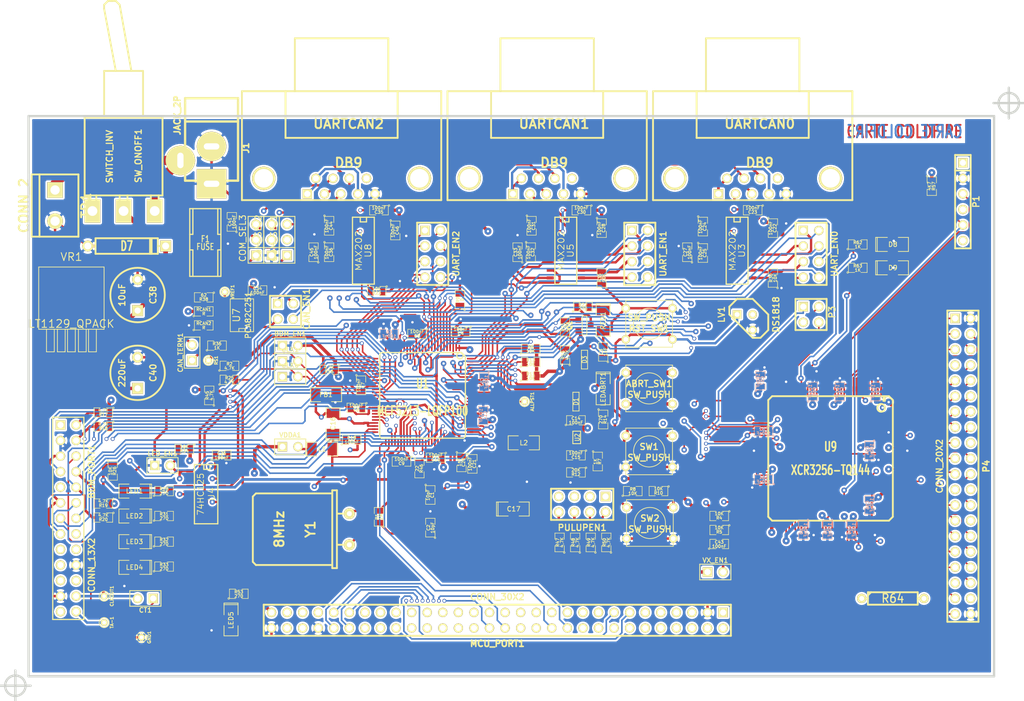
<source format=kicad_pcb>
(kicad_pcb (version 4) (host pcbnew "(2015-11-08 BZR 6303)-product")
  (title_block (title "Demo Kicad") (date 2015-10-09) (rev 2))
  (layers (0 Composant signal) (1 GND_layer power) (2 VDD_layer power) (31 Cuivre signal) (34 B.Paste user) (35 F.Paste user) (36 B.SilkS user) (37 F.SilkS user) (38 B.Mask user) (39 F.Mask user) (44 Edge.Cuts user))
  (net 0 "")
  (net 1 /ALLPST)
  (net 2 /AN2)
  (net 3 /AN3)
  (net 4 /AN4)
  (net 5 /AN6)
  (net 6 /BKPT-)
  (net 7 /CLKIN/EXTAL)
  (net 8 /CLKMOD0)
  (net 9 /CLKMOD1)
  (net 10 /DDAT0)
  (net 11 /DDAT1)
  (net 12 /DDAT2)
  (net 13 /DDAT3)
  (net 14 /DSCLK)
  (net 15 /DSI)
  (net 16 /DSO)
  (net 17 /DTIN1)
  (net 18 /GPT1)
  (net 19 /GPT3)
  (net 20 /IRQ-5)
  (net 21 /IRQ-6)
  (net 22 /IRQ-7)
  (net 23 /JTAG_EN)
  (net 24 /PST0)
  (net 25 /PST1)
  (net 26 /PST2)
  (net 27 /PST3)
  (net 28 /QSPI_CS3)
  (net 29 /TCLK)
  (net 30 /VDDPLL)
  (net 31 /inout_user/CANRX)
  (net 32 /inout_user/CAN_H)
  (net 33 /inout_user/CAN_L)
  (net 34 /inout_user/CTS0)
  (net 35 /inout_user/CTS1)
  (net 36 /inout_user/CTS2/CANH)
  (net 37 /inout_user/PWM5)
  (net 38 /inout_user/PWM7)
  (net 39 /inout_user/RTS0)
  (net 40 /inout_user/RTS1)
  (net 41 /inout_user/RTS2)
  (net 42 /inout_user/RXD0)
  (net 43 /inout_user/RXD1)
  (net 44 /inout_user/RXD2)
  (net 45 /inout_user/RxD_CAN)
  (net 46 /inout_user/TXD0)
  (net 47 /inout_user/TXD1)
  (net 48 /inout_user/TXD2/CANL)
  (net 49 /inout_user/TxD_CAN)
  (net 50 /inout_user/UCTS2)
  (net 51 /inout_user/URTS0)
  (net 52 /inout_user/URTS2)
  (net 53 /inout_user/URXD1)
  (net 54 /inout_user/URXD2)
  (net 55 /inout_user/UTXD0)
  (net 56 /xilinx/+3,3V_OUT)
  (net 57 /xilinx/GLCK2)
  (net 58 /xilinx/LED_TEST1)
  (net 59 /xilinx/LED_TEST2)
  (net 60 /xilinx/QSPI_CS2)
  (net 61 /xilinx/TCK)
  (net 62 /xilinx/TDI)
  (net 63 /xilinx/TDO)
  (net 64 /xilinx/TMS)
  (net 65 /xilinx/XIL_D0)
  (net 66 /xilinx/XIL_D1)
  (net 67 /xilinx/XIL_D10)
  (net 68 /xilinx/XIL_D11)
  (net 69 /xilinx/XIL_D12)
  (net 70 /xilinx/XIL_D13)
  (net 71 /xilinx/XIL_D14)
  (net 72 /xilinx/XIL_D15)
  (net 73 /xilinx/XIL_D16)
  (net 74 /xilinx/XIL_D17)
  (net 75 /xilinx/XIL_D18)
  (net 76 /xilinx/XIL_D19)
  (net 77 /xilinx/XIL_D2)
  (net 78 /xilinx/XIL_D20)
  (net 79 /xilinx/XIL_D21)
  (net 80 /xilinx/XIL_D22)
  (net 81 /xilinx/XIL_D23)
  (net 82 /xilinx/XIL_D24)
  (net 83 /xilinx/XIL_D25)
  (net 84 /xilinx/XIL_D26)
  (net 85 /xilinx/XIL_D27)
  (net 86 /xilinx/XIL_D28)
  (net 87 /xilinx/XIL_D29)
  (net 88 /xilinx/XIL_D3)
  (net 89 /xilinx/XIL_D30)
  (net 90 /xilinx/XIL_D31)
  (net 91 /xilinx/XIL_D32)
  (net 92 /xilinx/XIL_D33)
  (net 93 /xilinx/XIL_D34)
  (net 94 /xilinx/XIL_D35)
  (net 95 /xilinx/XIL_D36)
  (net 96 /xilinx/XIL_D4)
  (net 97 /xilinx/XIL_D5)
  (net 98 /xilinx/XIL_D6)
  (net 99 /xilinx/XIL_D7)
  (net 100 /xilinx/XIL_D8)
  (net 101 /xilinx/XIL_D9)
  (net 102 GND)
  (net 103 "Net-(ABRT_SW1-Pad1)")
  (net 104 VDD)
  (net 105 "Net-(BDM_PORT1-Pad6)")
  (net 106 /inout_user/RSTI-)
  (net 107 "Net-(BDM_PORT1-Pad26)")
  (net 108 "Net-(C3-Pad1)")
  (net 109 "Net-(C15-Pad1)")
  (net 110 /inout_user/VCCA)
  (net 111 GNDA)
  (net 112 "Net-(C23-Pad2)")
  (net 113 "Net-(C24-Pad1)")
  (net 114 "Net-(C24-Pad2)")
  (net 115 "Net-(C25-Pad1)")
  (net 116 "Net-(C25-Pad2)")
  (net 117 "Net-(C27-Pad1)")
  (net 118 "Net-(C30-Pad2)")
  (net 119 "Net-(C31-Pad1)")
  (net 120 "Net-(C31-Pad2)")
  (net 121 "Net-(C32-Pad1)")
  (net 122 "Net-(C32-Pad2)")
  (net 123 "Net-(C33-Pad1)")
  (net 124 "Net-(C35-Pad2)")
  (net 125 "Net-(C36-Pad1)")
  (net 126 "Net-(C36-Pad2)")
  (net 127 "Net-(C38-Pad1)")
  (net 128 "Net-(C43-Pad2)")
  (net 129 "Net-(C44-Pad1)")
  (net 130 "Net-(C44-Pad2)")
  (net 131 "Net-(C45-Pad1)")
  (net 132 /inout_user/CANTX)
  (net 133 "Net-(CAN_TERM1-Pad2)")
  (net 134 "Net-(COM_SEL1-Pad3)")
  (net 135 "Net-(COM_SEL2-Pad3)")
  (net 136 "Net-(COM_SEL3-Pad3)")
  (net 137 "Net-(D1-Pad2)")
  (net 138 "Net-(D8-Pad1)")
  (net 139 "Net-(D9-Pad1)")
  (net 140 "Net-(F1-Pad1)")
  (net 141 "Net-(J1-Pad3)")
  (net 142 "Net-(L1-Pad1)")
  (net 143 "Net-(LED1-Pad1)")
  (net 144 "Net-(LED2-Pad1)")
  (net 145 "Net-(LED3-Pad1)")
  (net 146 "Net-(LED4-Pad1)")
  (net 147 "Net-(LED5-Pad1)")
  (net 148 "Net-(LEDABRT1-Pad2)")
  (net 149 "Net-(LED_EN1-Pad2)")
  (net 150 /xilinx/IRQ-1)
  (net 151 /inout_user/UCTS1)
  (net 152 /inout_user/RTS0-)
  (net 153 /inout_user/PWM1)
  (net 154 /inout_user/PWM3)
  (net 155 /xilinx/IRQ-2)
  (net 156 /inout_user/QSPI_DOUT)
  (net 157 /AN0)
  (net 158 /inout_user/QSPI_DIN)
  (net 159 /AN1)
  (net 160 /inout_user/QSPI_SCLK)
  (net 161 /QSPI_CS0)
  (net 162 /xilinx/QSPI_CS1)
  (net 163 /AN5)
  (net 164 /xilinx/IRQ-3)
  (net 165 /AN7)
  (net 166 /IRQ-4)
  (net 167 /DTIN0)
  (net 168 /DTIN2)
  (net 169 /inout_user/UTXD1)
  (net 170 /inout_user/URTS1)
  (net 171 /DTIN3)
  (net 172 /inout_user/URXD0)
  (net 173 /inout_user/UCTS0)
  (net 174 /inout_user/UTXD2)
  (net 175 /GPT0)
  (net 176 /GPT2)
  (net 177 /inout_user/RCON-)
  (net 178 "Net-(P3-Pad2)")
  (net 179 "Net-(P3-Pad4)")
  (net 180 "Net-(PULUPEN1-Pad2)")
  (net 181 "Net-(PULUPEN1-Pad4)")
  (net 182 "Net-(PULUPEN1-Pad6)")
  (net 183 "Net-(PULUPEN1-Pad8)")
  (net 184 "Net-(Q1-Pad2)")
  (net 185 "Net-(Q1-Pad3)")
  (net 186 "Net-(R9-Pad1)")
  (net 187 "Net-(R22-Pad2)")
  (net 188 "Net-(R23-Pad2)")
  (net 189 "Net-(R28-Pad2)")
  (net 190 "Net-(R30-Pad2)")
  (net 191 "Net-(R31-Pad2)")
  (net 192 "Net-(R32-Pad2)")
  (net 193 "Net-(R33-Pad2)")
  (net 194 "Net-(R35-Pad2)")
  (net 195 "Net-(R36-Pad1)")
  (net 196 "Net-(R46-Pad1)")
  (net 197 "Net-(U3-Pad9)")
  (net 198 "Net-(U3-Pad11)")
  (net 199 "Net-(U3-Pad12)")
  (net 200 "Net-(U5-Pad9)")
  (net 201 "Net-(U5-Pad11)")
  (net 202 "Net-(U5-Pad12)")
  (net 203 "Net-(U7-Pad5)")
  (net 204 "Net-(U8-Pad9)")
  (net 205 "Net-(U8-Pad10)")
  (net 206 "Net-(U8-Pad12)")
  (net 207 "Net-(UARTCAN0-Pad1)")
  (net 208 "Net-(UARTCAN1-Pad1)")
  (net 209 "Net-(UARTCAN2-Pad1)")
  (module connect:PINTST (layer Composant) (at 152.019 102.489 270)
    (fp_text reference ALLPST1 (at 0 -1.26746 270) (layer F.SilkS) (effects (font (size 0.508 0.508) (thickness 0.127))))
    (fp_text value CONN_1 hide)
    (pad 1 thru_hole circle (at 0 0 270) (size 1.143 1.143) (drill 0.635) (layers *.Cu *.Mask F.SilkS) (net 1 /ALLPST))
  )
  (module pin_array:PIN_ARRAY_2X1 (layer Composant) (at 113.792 93.345)
    (fp_text reference BDM_EN1 (at 0 -1.905) (layer F.SilkS) (effects (font (size 0.762 0.762) (thickness 0.1524))))
    (fp_text value JUMPER hide)
    (pad 1 thru_hole rect (at -1.27 0) (size 1.524 1.524) (drill 1.016) (layers *.Cu *.Mask F.SilkS) (net 102 GND))
    (pad 2 thru_hole circle (at 1.27 0) (size 1.524 1.524) (drill 1.016) (layers *.Cu *.Mask F.SilkS) (net 23 /JTAG_EN))
  )
  (module pin_array:pin_array_13x2 (layer Composant) (at 77.597 121.539 270)
    (fp_text reference BDM_PORT1 (at -7.62 -3.81 270) (layer F.SilkS) (effects (font (size 1.016 1.016) (thickness 0.2032))))
    (fp_text value CONN_13X2 (at 7.62 -3.81 270) (layer F.SilkS) (effects (font (size 1.016 1.016) (thickness 0.2032))))
    (pad 1 thru_hole rect (at -15.24 1.27 270) (size 1.524 1.524) (drill 1.016) (layers *.Cu *.Mask F.SilkS))
    (pad 2 thru_hole circle (at -15.24 -1.27 270) (size 1.524 1.524) (drill 1.016) (layers *.Cu *.Mask F.SilkS) (net 6 /BKPT-))
    (pad 3 thru_hole circle (at -12.7 1.27 270) (size 1.524 1.524) (drill 1.016) (layers *.Cu *.Mask F.SilkS) (net 102 GND))
    (pad 4 thru_hole circle (at -12.7 -1.27 270) (size 1.524 1.524) (drill 1.016) (layers *.Cu *.Mask F.SilkS) (net 14 /DSCLK))
    (pad 5 thru_hole circle (at -10.16 1.27 270) (size 1.524 1.524) (drill 1.016) (layers *.Cu *.Mask F.SilkS) (net 102 GND))
    (pad 6 thru_hole circle (at -10.16 -1.27 270) (size 1.524 1.524) (drill 1.016) (layers *.Cu *.Mask F.SilkS) (net 105 "Net-(BDM_PORT1-Pad6)"))
    (pad 7 thru_hole circle (at -7.62 1.27 270) (size 1.524 1.524) (drill 1.016) (layers *.Cu *.Mask F.SilkS) (net 106 /inout_user/RSTI-))
    (pad 8 thru_hole circle (at -7.62 -1.27 270) (size 1.524 1.524) (drill 1.016) (layers *.Cu *.Mask F.SilkS) (net 15 /DSI))
    (pad 9 thru_hole circle (at -5.08 1.27 270) (size 1.524 1.524) (drill 1.016) (layers *.Cu *.Mask F.SilkS) (net 104 VDD))
    (pad 10 thru_hole circle (at -5.08 -1.27 270) (size 1.524 1.524) (drill 1.016) (layers *.Cu *.Mask F.SilkS) (net 16 /DSO))
    (pad 11 thru_hole circle (at -2.54 1.27 270) (size 1.524 1.524) (drill 1.016) (layers *.Cu *.Mask F.SilkS) (net 102 GND))
    (pad 12 thru_hole circle (at -2.54 -1.27 270) (size 1.524 1.524) (drill 1.016) (layers *.Cu *.Mask F.SilkS) (net 27 /PST3))
    (pad 13 thru_hole circle (at 0 1.27 270) (size 1.524 1.524) (drill 1.016) (layers *.Cu *.Mask F.SilkS) (net 26 /PST2))
    (pad 14 thru_hole circle (at 0 -1.27 270) (size 1.524 1.524) (drill 1.016) (layers *.Cu *.Mask F.SilkS) (net 25 /PST1))
    (pad 15 thru_hole circle (at 2.54 1.27 270) (size 1.524 1.524) (drill 1.016) (layers *.Cu *.Mask F.SilkS) (net 24 /PST0))
    (pad 16 thru_hole circle (at 2.54 -1.27 270) (size 1.524 1.524) (drill 1.016) (layers *.Cu *.Mask F.SilkS) (net 13 /DDAT3))
    (pad 17 thru_hole circle (at 5.08 1.27 270) (size 1.524 1.524) (drill 1.016) (layers *.Cu *.Mask F.SilkS) (net 12 /DDAT2))
    (pad 18 thru_hole circle (at 5.08 -1.27 270) (size 1.524 1.524) (drill 1.016) (layers *.Cu *.Mask F.SilkS) (net 11 /DDAT1))
    (pad 19 thru_hole circle (at 7.62 1.27 270) (size 1.524 1.524) (drill 1.016) (layers *.Cu *.Mask F.SilkS) (net 10 /DDAT0))
    (pad 20 thru_hole circle (at 7.62 -1.27 270) (size 1.524 1.524) (drill 1.016) (layers *.Cu *.Mask F.SilkS) (net 102 GND))
    (pad 21 thru_hole circle (at 10.16 1.27 270) (size 1.524 1.524) (drill 1.016) (layers *.Cu *.Mask F.SilkS))
    (pad 22 thru_hole circle (at 10.16 -1.27 270) (size 1.524 1.524) (drill 1.016) (layers *.Cu *.Mask F.SilkS))
    (pad 23 thru_hole circle (at 12.7 1.27 270) (size 1.524 1.524) (drill 1.016) (layers *.Cu *.Mask F.SilkS) (net 102 GND))
    (pad 24 thru_hole circle (at 12.7 -1.27 270) (size 1.524 1.524) (drill 1.016) (layers *.Cu *.Mask F.SilkS) (net 29 /TCLK))
    (pad 25 thru_hole circle (at 15.24 1.27 270) (size 1.524 1.524) (drill 1.016) (layers *.Cu *.Mask F.SilkS) (net 104 VDD))
    (pad 26 thru_hole circle (at 15.24 -1.27 270) (size 1.524 1.524) (drill 1.016) (layers *.Cu *.Mask F.SilkS) (net 107 "Net-(BDM_PORT1-Pad26)"))
  )
  (module lib_smd:SM0805 (layer Composant) (at 136.652 117.729 270)
    (fp_text reference C1 (at 0 -0.3175 270) (layer F.SilkS) (effects (font (size 0.50038 0.50038) (thickness 0.10922))))
    (fp_text value 10pF (at 0 0.381 270) (layer F.SilkS) (effects (font (size 0.50038 0.50038) (thickness 0.10922))))
    (pad 1 smd rect (at -0.9525 0 270) (size 0.889 1.397) (layers Composant F.Paste F.Mask) (net 7 /CLKIN/EXTAL))
    (pad 2 smd rect (at 0.9525 0 270) (size 0.889 1.397) (layers Composant F.Paste F.Mask) (net 102 GND))
  )
  (module lib_smd:SM0805 (layer Composant) (at 136.652 123.063 90)
    (fp_text reference C2 (at 0 -0.3175 90) (layer F.SilkS) (effects (font (size 0.50038 0.50038) (thickness 0.10922))))
    (fp_text value 10pF (at 0 0.381 90) (layer F.SilkS) (effects (font (size 0.50038 0.50038) (thickness 0.10922))))
    (pad 1 smd rect (at -0.9525 0 90) (size 0.889 1.397) (layers Composant F.Paste F.Mask) (net 57 /xilinx/GLCK2))
    (pad 2 smd rect (at 0.9525 0 90) (size 0.889 1.397) (layers Composant F.Paste F.Mask) (net 102 GND))
  )
  (module lib_smd:SM0805 (layer Composant) (at 164.846 94.361 90)
    (fp_text reference C3 (at 0 -0.3175 90) (layer F.SilkS) (effects (font (size 0.50038 0.50038) (thickness 0.10922))))
    (fp_text value 1nF (at 0 0.381 90) (layer F.SilkS) (effects (font (size 0.50038 0.50038) (thickness 0.10922))))
    (pad 1 smd rect (at -0.9525 0 90) (size 0.889 1.397) (layers Composant F.Paste F.Mask) (net 108 "Net-(C3-Pad1)"))
    (pad 2 smd rect (at 0.9525 0 90) (size 0.889 1.397) (layers Composant F.Paste F.Mask) (net 102 GND))
  )
  (module lib_smd:SM0805 (layer Composant) (at 141.605 91.059 180)
    (fp_text reference C4 (at 0 -0.3175 180) (layer F.SilkS) (effects (font (size 0.50038 0.50038) (thickness 0.10922))))
    (fp_text value 100nF (at 0 0.381 180) (layer F.SilkS) (effects (font (size 0.50038 0.50038) (thickness 0.10922))))
    (pad 1 smd rect (at -0.9525 0 180) (size 0.889 1.397) (layers Composant F.Paste F.Mask) (net 104 VDD))
    (pad 2 smd rect (at 0.9525 0 180) (size 0.889 1.397) (layers Composant F.Paste F.Mask) (net 102 GND))
  )
  (module lib_smd:SM0805 (layer Composant) (at 134.493 91.44 180)
    (fp_text reference C5 (at 0 -0.3175 180) (layer F.SilkS) (effects (font (size 0.50038 0.50038) (thickness 0.10922))))
    (fp_text value 100nF (at 0 0.381 180) (layer F.SilkS) (effects (font (size 0.50038 0.50038) (thickness 0.10922))))
    (pad 1 smd rect (at -0.9525 0 180) (size 0.889 1.397) (layers Composant F.Paste F.Mask) (net 104 VDD))
    (pad 2 smd rect (at 0.9525 0 180) (size 0.889 1.397) (layers Composant F.Paste F.Mask) (net 102 GND))
  )
  (module lib_smd:SM0805 (layer Cuivre) (at 129.921 91.44 180)
    (fp_text reference C6 (at 0 0.3175 180) (layer B.SilkS) (effects (font (size 0.50038 0.50038) (thickness 0.10922)) (justify mirror)))
    (fp_text value 100nF (at 0 -0.381 180) (layer B.SilkS) (effects (font (size 0.50038 0.50038) (thickness 0.10922)) (justify mirror)))
    (pad 1 smd rect (at -0.9525 0 180) (size 0.889 1.397) (layers Cuivre B.Paste B.Mask) (net 104 VDD))
    (pad 2 smd rect (at 0.9525 0 180) (size 0.889 1.397) (layers Cuivre B.Paste B.Mask) (net 102 GND))
  )
  (module lib_smd:SM0805 (layer Composant) (at 125.349 99.822 270)
    (fp_text reference C7 (at 0 -0.3175 270) (layer F.SilkS) (effects (font (size 0.50038 0.50038) (thickness 0.10922))))
    (fp_text value 100nF (at 0 0.381 270) (layer F.SilkS) (effects (font (size 0.50038 0.50038) (thickness 0.10922))))
    (pad 1 smd rect (at -0.9525 0 270) (size 0.889 1.397) (layers Composant F.Paste F.Mask) (net 104 VDD))
    (pad 2 smd rect (at 0.9525 0 270) (size 0.889 1.397) (layers Composant F.Paste F.Mask) (net 102 GND))
  )
  (module lib_smd:SM0805 (layer Composant) (at 124.587 103.505 180)
    (fp_text reference C8 (at 0 -0.3175 180) (layer F.SilkS) (effects (font (size 0.50038 0.50038) (thickness 0.10922))))
    (fp_text value 100nF (at 0 0.381 180) (layer F.SilkS) (effects (font (size 0.50038 0.50038) (thickness 0.10922))))
    (pad 1 smd rect (at -0.9525 0 180) (size 0.889 1.397) (layers Composant F.Paste F.Mask) (net 104 VDD))
    (pad 2 smd rect (at 0.9525 0 180) (size 0.889 1.397) (layers Composant F.Paste F.Mask) (net 102 GND))
  )
  (module lib_smd:SM0805 (layer Composant) (at 131.953 112.268 180)
    (fp_text reference C9 (at 0 -0.3175 180) (layer F.SilkS) (effects (font (size 0.50038 0.50038) (thickness 0.10922))))
    (fp_text value 100nF (at 0 0.381 180) (layer F.SilkS) (effects (font (size 0.50038 0.50038) (thickness 0.10922))))
    (pad 1 smd rect (at -0.9525 0 180) (size 0.889 1.397) (layers Composant F.Paste F.Mask) (net 104 VDD))
    (pad 2 smd rect (at 0.9525 0 180) (size 0.889 1.397) (layers Composant F.Paste F.Mask) (net 102 GND))
  )
  (module lib_smd:SM0805 (layer Composant) (at 137.541 111.633 180)
    (fp_text reference C10 (at 0 -0.3175 180) (layer F.SilkS) (effects (font (size 0.50038 0.50038) (thickness 0.10922))))
    (fp_text value 100nF (at 0 0.381 180) (layer F.SilkS) (effects (font (size 0.50038 0.50038) (thickness 0.10922))))
    (pad 1 smd rect (at -0.9525 0 180) (size 0.889 1.397) (layers Composant F.Paste F.Mask) (net 104 VDD))
    (pad 2 smd rect (at 0.9525 0 180) (size 0.889 1.397) (layers Composant F.Paste F.Mask) (net 102 GND))
  )
  (module lib_smd:SM0805 (layer Cuivre) (at 145.288 104.775 90)
    (fp_text reference C11 (at 0 0.3175 90) (layer B.SilkS) (effects (font (size 0.50038 0.50038) (thickness 0.10922)) (justify mirror)))
    (fp_text value 100nF (at 0 -0.381 90) (layer B.SilkS) (effects (font (size 0.50038 0.50038) (thickness 0.10922)) (justify mirror)))
    (pad 1 smd rect (at -0.9525 0 90) (size 0.889 1.397) (layers Cuivre B.Paste B.Mask) (net 104 VDD))
    (pad 2 smd rect (at 0.9525 0 90) (size 0.889 1.397) (layers Cuivre B.Paste B.Mask) (net 102 GND))
  )
  (module lib_smd:SM0805 (layer Cuivre) (at 145.415 99.314 270)
    (fp_text reference C12 (at 0 0.3175 270) (layer B.SilkS) (effects (font (size 0.50038 0.50038) (thickness 0.10922)) (justify mirror)))
    (fp_text value 100nF (at 0 -0.381 270) (layer B.SilkS) (effects (font (size 0.50038 0.50038) (thickness 0.10922)) (justify mirror)))
    (pad 1 smd rect (at -0.9525 0 270) (size 0.889 1.397) (layers Cuivre B.Paste B.Mask) (net 104 VDD))
    (pad 2 smd rect (at 0.9525 0 270) (size 0.889 1.397) (layers Cuivre B.Paste B.Mask) (net 102 GND))
  )
  (module lib_smd:SM0805 (layer Composant) (at 160.401 105.537)
    (fp_text reference C14 (at 0 -0.3175) (layer F.SilkS) (effects (font (size 0.50038 0.50038) (thickness 0.10922))))
    (fp_text value 100nF (at 0 0.381) (layer F.SilkS) (effects (font (size 0.50038 0.50038) (thickness 0.10922))))
    (pad 1 smd rect (at -0.9525 0) (size 0.889 1.397) (layers Composant F.Paste F.Mask) (net 102 GND))
    (pad 2 smd rect (at 0.9525 0) (size 0.889 1.397) (layers Composant F.Paste F.Mask) (net 104 VDD))
  )
  (module lib_smd:SM0805 (layer Composant) (at 160.401 111.252 180)
    (fp_text reference C15 (at 0 -0.3175 180) (layer F.SilkS) (effects (font (size 0.50038 0.50038) (thickness 0.10922))))
    (fp_text value 100nF (at 0 0.381 180) (layer F.SilkS) (effects (font (size 0.50038 0.50038) (thickness 0.10922))))
    (pad 1 smd rect (at -0.9525 0 180) (size 0.889 1.397) (layers Composant F.Paste F.Mask) (net 109 "Net-(C15-Pad1)"))
    (pad 2 smd rect (at 0.9525 0 180) (size 0.889 1.397) (layers Composant F.Paste F.Mask) (net 102 GND))
  )
  (module lib_smd:SM1206POL (layer Composant) (at 120.777 106.045 90)
    (fp_text reference C16 (at 0 0 90) (layer F.SilkS) (effects (font (size 0.762 0.762) (thickness 0.127))))
    (fp_text value 10uF hide)
    (pad 1 smd rect (at -1.651 0 90) (size 1.524 2.032) (layers Composant F.Paste F.Mask) (net 110 /inout_user/VCCA))
    (pad 2 smd rect (at 1.651 0 90) (size 1.524 2.032) (layers Composant F.Paste F.Mask) (net 111 GNDA))
  )
  (module lib_smd:SM1206POL (layer Composant) (at 150.241 120.015)
    (fp_text reference C17 (at 0 0) (layer F.SilkS) (effects (font (size 0.762 0.762) (thickness 0.127))))
    (fp_text value 100uF hide)
    (pad 1 smd rect (at -1.651 0) (size 1.524 2.032) (layers Composant F.Paste F.Mask) (net 104 VDD))
    (pad 2 smd rect (at 1.651 0) (size 1.524 2.032) (layers Composant F.Paste F.Mask) (net 102 GND))
  )
  (module lib_smd:SM0805 (layer Composant) (at 123.825 108.712)
    (fp_text reference C18 (at 0 -0.3175) (layer F.SilkS) (effects (font (size 0.50038 0.50038) (thickness 0.10922))))
    (fp_text value 100nF (at 0 0.381) (layer F.SilkS) (effects (font (size 0.50038 0.50038) (thickness 0.10922))))
    (pad 1 smd rect (at -0.9525 0) (size 0.889 1.397) (layers Composant F.Paste F.Mask) (net 110 /inout_user/VCCA))
    (pad 2 smd rect (at 0.9525 0) (size 0.889 1.397) (layers Composant F.Paste F.Mask) (net 111 GNDA))
  )
  (module lib_smd:SM0805 (layer Composant) (at 141.732 112.395 270)
    (fp_text reference C20 (at 0 -0.3175 270) (layer F.SilkS) (effects (font (size 0.50038 0.50038) (thickness 0.10922))))
    (fp_text value 1nF (at 0 0.381 270) (layer F.SilkS) (effects (font (size 0.50038 0.50038) (thickness 0.10922))))
    (pad 1 smd rect (at -0.9525 0 270) (size 0.889 1.397) (layers Composant F.Paste F.Mask) (net 30 /VDDPLL))
    (pad 2 smd rect (at 0.9525 0 270) (size 0.889 1.397) (layers Composant F.Paste F.Mask) (net 102 GND))
  )
  (module lib_smd:SM0805 (layer Composant) (at 143.51 112.649 270)
    (fp_text reference C21 (at 0 -0.3175 270) (layer F.SilkS) (effects (font (size 0.50038 0.50038) (thickness 0.10922))))
    (fp_text value 100nF (at 0 0.381 270) (layer F.SilkS) (effects (font (size 0.50038 0.50038) (thickness 0.10922))))
    (pad 1 smd rect (at -0.9525 0 270) (size 0.889 1.397) (layers Composant F.Paste F.Mask) (net 30 /VDDPLL))
    (pad 2 smd rect (at 0.9525 0 270) (size 0.889 1.397) (layers Composant F.Paste F.Mask) (net 102 GND))
  )
  (module lib_smd:SM0805 (layer Composant) (at 192.532 74.168 270)
    (fp_text reference C22 (at 0 -0.3175 270) (layer F.SilkS) (effects (font (size 0.50038 0.50038) (thickness 0.10922))))
    (fp_text value 100nF (at 0 0.381 270) (layer F.SilkS) (effects (font (size 0.50038 0.50038) (thickness 0.10922))))
    (pad 1 smd rect (at -0.9525 0 270) (size 0.889 1.397) (layers Composant F.Paste F.Mask) (net 104 VDD))
    (pad 2 smd rect (at 0.9525 0 270) (size 0.889 1.397) (layers Composant F.Paste F.Mask) (net 102 GND))
  )
  (module lib_smd:SM0805 (layer Composant) (at 189.23 71.247 180)
    (fp_text reference C23 (at 0 -0.3175 180) (layer F.SilkS) (effects (font (size 0.50038 0.50038) (thickness 0.10922))))
    (fp_text value 100nF (at 0 0.381 180) (layer F.SilkS) (effects (font (size 0.50038 0.50038) (thickness 0.10922))))
    (pad 1 smd rect (at -0.9525 0 180) (size 0.889 1.397) (layers Composant F.Paste F.Mask) (net 104 VDD))
    (pad 2 smd rect (at 0.9525 0 180) (size 0.889 1.397) (layers Composant F.Paste F.Mask) (net 112 "Net-(C23-Pad2)"))
  )
  (module lib_smd:SM0805 (layer Composant) (at 181.102 73.914 270)
    (fp_text reference C24 (at 0 -0.3175 270) (layer F.SilkS) (effects (font (size 0.50038 0.50038) (thickness 0.10922))))
    (fp_text value 100nF (at 0 0.381 270) (layer F.SilkS) (effects (font (size 0.50038 0.50038) (thickness 0.10922))))
    (pad 1 smd rect (at -0.9525 0 270) (size 0.889 1.397) (layers Composant F.Paste F.Mask) (net 113 "Net-(C24-Pad1)"))
    (pad 2 smd rect (at 0.9525 0 270) (size 0.889 1.397) (layers Composant F.Paste F.Mask) (net 114 "Net-(C24-Pad2)"))
  )
  (module lib_smd:SM0805 (layer Composant) (at 181.102 78.232 270)
    (fp_text reference C25 (at 0 -0.3175 270) (layer F.SilkS) (effects (font (size 0.50038 0.50038) (thickness 0.10922))))
    (fp_text value 100nF (at 0 0.381 270) (layer F.SilkS) (effects (font (size 0.50038 0.50038) (thickness 0.10922))))
    (pad 1 smd rect (at -0.9525 0 270) (size 0.889 1.397) (layers Composant F.Paste F.Mask) (net 115 "Net-(C25-Pad1)"))
    (pad 2 smd rect (at 0.9525 0 270) (size 0.889 1.397) (layers Composant F.Paste F.Mask) (net 116 "Net-(C25-Pad2)"))
  )
  (module lib_smd:SM0805 (layer Composant) (at 102.616 111.252)
    (fp_text reference C26 (at 0 -0.3175) (layer F.SilkS) (effects (font (size 0.50038 0.50038) (thickness 0.10922))))
    (fp_text value 100nF (at 0 0.381) (layer F.SilkS) (effects (font (size 0.50038 0.50038) (thickness 0.10922))))
    (pad 1 smd rect (at -0.9525 0) (size 0.889 1.397) (layers Composant F.Paste F.Mask) (net 104 VDD))
    (pad 2 smd rect (at 0.9525 0) (size 0.889 1.397) (layers Composant F.Paste F.Mask) (net 102 GND))
  )
  (module lib_smd:SM0805 (layer Composant) (at 178.562 78.105 90)
    (fp_text reference C27 (at 0 -0.3175 90) (layer F.SilkS) (effects (font (size 0.50038 0.50038) (thickness 0.10922))))
    (fp_text value 100nF (at 0 0.381 90) (layer F.SilkS) (effects (font (size 0.50038 0.50038) (thickness 0.10922))))
    (pad 1 smd rect (at -0.9525 0 90) (size 0.889 1.397) (layers Composant F.Paste F.Mask) (net 117 "Net-(C27-Pad1)"))
    (pad 2 smd rect (at 0.9525 0 90) (size 0.889 1.397) (layers Composant F.Paste F.Mask) (net 102 GND))
  )
  (module lib_smd:SM0805 (layer Composant) (at 164.592 74.168 270)
    (fp_text reference C28 (at 0 -0.3175 270) (layer F.SilkS) (effects (font (size 0.50038 0.50038) (thickness 0.10922))))
    (fp_text value 100nF (at 0 0.381 270) (layer F.SilkS) (effects (font (size 0.50038 0.50038) (thickness 0.10922))))
    (pad 1 smd rect (at -0.9525 0 270) (size 0.889 1.397) (layers Composant F.Paste F.Mask) (net 104 VDD))
    (pad 2 smd rect (at 0.9525 0 270) (size 0.889 1.397) (layers Composant F.Paste F.Mask) (net 102 GND))
  )
  (module lib_smd:SM0805 (layer Composant) (at 161.29 71.247 180)
    (fp_text reference C30 (at 0 -0.3175 180) (layer F.SilkS) (effects (font (size 0.50038 0.50038) (thickness 0.10922))))
    (fp_text value 100nF (at 0 0.381 180) (layer F.SilkS) (effects (font (size 0.50038 0.50038) (thickness 0.10922))))
    (pad 1 smd rect (at -0.9525 0 180) (size 0.889 1.397) (layers Composant F.Paste F.Mask) (net 104 VDD))
    (pad 2 smd rect (at 0.9525 0 180) (size 0.889 1.397) (layers Composant F.Paste F.Mask) (net 118 "Net-(C30-Pad2)"))
  )
  (module lib_smd:SM0805 (layer Composant) (at 153.162 73.787 270)
    (fp_text reference C31 (at 0 -0.3175 270) (layer F.SilkS) (effects (font (size 0.50038 0.50038) (thickness 0.10922))))
    (fp_text value 100nF (at 0 0.381 270) (layer F.SilkS) (effects (font (size 0.50038 0.50038) (thickness 0.10922))))
    (pad 1 smd rect (at -0.9525 0 270) (size 0.889 1.397) (layers Composant F.Paste F.Mask) (net 119 "Net-(C31-Pad1)"))
    (pad 2 smd rect (at 0.9525 0 270) (size 0.889 1.397) (layers Composant F.Paste F.Mask) (net 120 "Net-(C31-Pad2)"))
  )
  (module lib_smd:SM0805 (layer Composant) (at 153.035 78.105 270)
    (fp_text reference C32 (at 0 -0.3175 270) (layer F.SilkS) (effects (font (size 0.50038 0.50038) (thickness 0.10922))))
    (fp_text value 100nF (at 0 0.381 270) (layer F.SilkS) (effects (font (size 0.50038 0.50038) (thickness 0.10922))))
    (pad 1 smd rect (at -0.9525 0 270) (size 0.889 1.397) (layers Composant F.Paste F.Mask) (net 121 "Net-(C32-Pad1)"))
    (pad 2 smd rect (at 0.9525 0 270) (size 0.889 1.397) (layers Composant F.Paste F.Mask) (net 122 "Net-(C32-Pad2)"))
  )
  (module lib_smd:SM0805 (layer Composant) (at 150.876 78.105 90)
    (fp_text reference C33 (at 0 -0.3175 90) (layer F.SilkS) (effects (font (size 0.50038 0.50038) (thickness 0.10922))))
    (fp_text value 100nF (at 0 0.381 90) (layer F.SilkS) (effects (font (size 0.50038 0.50038) (thickness 0.10922))))
    (pad 1 smd rect (at -0.9525 0 90) (size 0.889 1.397) (layers Composant F.Paste F.Mask) (net 123 "Net-(C33-Pad1)"))
    (pad 2 smd rect (at 0.9525 0 90) (size 0.889 1.397) (layers Composant F.Paste F.Mask) (net 102 GND))
  )
  (module lib_smd:SM0805 (layer Composant) (at 108.458 84.328)
    (fp_text reference C34 (at 0 -0.3175) (layer F.SilkS) (effects (font (size 0.50038 0.50038) (thickness 0.10922))))
    (fp_text value 100nF (at 0 0.381) (layer F.SilkS) (effects (font (size 0.50038 0.50038) (thickness 0.10922))))
    (pad 1 smd rect (at -0.9525 0) (size 0.889 1.397) (layers Composant F.Paste F.Mask) (net 104 VDD))
    (pad 2 smd rect (at 0.9525 0) (size 0.889 1.397) (layers Composant F.Paste F.Mask) (net 102 GND))
  )
  (module lib_smd:SM0805 (layer Composant) (at 128.27 71.247 180)
    (fp_text reference C35 (at 0 -0.3175 180) (layer F.SilkS) (effects (font (size 0.50038 0.50038) (thickness 0.10922))))
    (fp_text value 100nF (at 0 0.381 180) (layer F.SilkS) (effects (font (size 0.50038 0.50038) (thickness 0.10922))))
    (pad 1 smd rect (at -0.9525 0 180) (size 0.889 1.397) (layers Composant F.Paste F.Mask) (net 104 VDD))
    (pad 2 smd rect (at 0.9525 0 180) (size 0.889 1.397) (layers Composant F.Paste F.Mask) (net 124 "Net-(C35-Pad2)"))
  )
  (module lib_smd:SM0805 (layer Composant) (at 120.142 78.105 270)
    (fp_text reference C36 (at 0 -0.3175 270) (layer F.SilkS) (effects (font (size 0.50038 0.50038) (thickness 0.10922))))
    (fp_text value 100nF (at 0 0.381 270) (layer F.SilkS) (effects (font (size 0.50038 0.50038) (thickness 0.10922))))
    (pad 1 smd rect (at -0.9525 0 270) (size 0.889 1.397) (layers Composant F.Paste F.Mask) (net 125 "Net-(C36-Pad1)"))
    (pad 2 smd rect (at 0.9525 0 270) (size 0.889 1.397) (layers Composant F.Paste F.Mask) (net 126 "Net-(C36-Pad2)"))
  )
  (module discret:C2V8 (layer Composant) (at 88.9 85.09 90)
    (fp_text reference C38 (at 0 2.54 90) (layer F.SilkS) (effects (font (size 1.016 1.016) (thickness 0.2032))))
    (fp_text value 10uF (at 0 -2.54 90) (layer F.SilkS) (effects (font (size 1.016 1.016) (thickness 0.2032))))
    (pad 1 thru_hole rect (at -2.54 0 90) (size 1.778 1.778) (drill 1.016) (layers *.Cu *.Mask F.SilkS) (net 127 "Net-(C38-Pad1)"))
    (pad 2 thru_hole circle (at 2.54 0 90) (size 1.778 1.778) (drill 1.016) (layers *.Cu *.Mask F.SilkS) (net 102 GND))
  )
  (module discret:C2V8 (layer Composant) (at 88.9 97.79 90)
    (fp_text reference C40 (at 0 2.54 90) (layer F.SilkS) (effects (font (size 1.016 1.016) (thickness 0.2032))))
    (fp_text value 220uF (at 0 -2.54 90) (layer F.SilkS) (effects (font (size 1.016 1.016) (thickness 0.2032))))
    (pad 1 thru_hole rect (at -2.54 0 90) (size 1.778 1.778) (drill 1.016) (layers *.Cu *.Mask F.SilkS) (net 104 VDD))
    (pad 2 thru_hole circle (at 2.54 0 90) (size 1.778 1.778) (drill 1.016) (layers *.Cu *.Mask F.SilkS) (net 102 GND))
  )
  (module lib_smd:SM0805 (layer Composant) (at 104.267 73.152 90)
    (fp_text reference C41 (at 0 -0.3175 90) (layer F.SilkS) (effects (font (size 0.50038 0.50038) (thickness 0.10922))))
    (fp_text value 100nF (at 0 0.381 90) (layer F.SilkS) (effects (font (size 0.50038 0.50038) (thickness 0.10922))))
    (pad 1 smd rect (at -0.9525 0 90) (size 0.889 1.397) (layers Composant F.Paste F.Mask) (net 127 "Net-(C38-Pad1)"))
    (pad 2 smd rect (at 0.9525 0 90) (size 0.889 1.397) (layers Composant F.Paste F.Mask) (net 102 GND))
  )
  (module lib_smd:SM0805 (layer Composant) (at 183.769 125.73)
    (fp_text reference C43 (at 0 -0.3175) (layer F.SilkS) (effects (font (size 0.50038 0.50038) (thickness 0.10922))))
    (fp_text value 100nF (at 0 0.381) (layer F.SilkS) (effects (font (size 0.50038 0.50038) (thickness 0.10922))))
    (pad 1 smd rect (at -0.9525 0) (size 0.889 1.397) (layers Composant F.Paste F.Mask) (net 102 GND))
    (pad 2 smd rect (at 0.9525 0) (size 0.889 1.397) (layers Composant F.Paste F.Mask) (net 128 "Net-(C43-Pad2)"))
  )
  (module lib_smd:SM0805 (layer Composant) (at 120.142 73.787 270)
    (fp_text reference C44 (at 0 -0.3175 270) (layer F.SilkS) (effects (font (size 0.50038 0.50038) (thickness 0.10922))))
    (fp_text value 100nF (at 0 0.381 270) (layer F.SilkS) (effects (font (size 0.50038 0.50038) (thickness 0.10922))))
    (pad 1 smd rect (at -0.9525 0 270) (size 0.889 1.397) (layers Composant F.Paste F.Mask) (net 129 "Net-(C44-Pad1)"))
    (pad 2 smd rect (at 0.9525 0 270) (size 0.889 1.397) (layers Composant F.Paste F.Mask) (net 130 "Net-(C44-Pad2)"))
  )
  (module lib_smd:SM0805 (layer Composant) (at 117.602 78.105 90)
    (fp_text reference C45 (at 0 -0.3175 90) (layer F.SilkS) (effects (font (size 0.50038 0.50038) (thickness 0.10922))))
    (fp_text value 100nF (at 0 0.381 90) (layer F.SilkS) (effects (font (size 0.50038 0.50038) (thickness 0.10922))))
    (pad 1 smd rect (at -0.9525 0 90) (size 0.889 1.397) (layers Composant F.Paste F.Mask) (net 131 "Net-(C45-Pad1)"))
    (pad 2 smd rect (at 0.9525 0 90) (size 0.889 1.397) (layers Composant F.Paste F.Mask) (net 102 GND))
  )
  (module lib_smd:SM0805 (layer Composant) (at 130.937 74.549 270)
    (fp_text reference C46 (at 0 -0.3175 270) (layer F.SilkS) (effects (font (size 0.50038 0.50038) (thickness 0.10922))))
    (fp_text value 100nF (at 0 0.381 270) (layer F.SilkS) (effects (font (size 0.50038 0.50038) (thickness 0.10922))))
    (pad 1 smd rect (at -0.9525 0 270) (size 0.889 1.397) (layers Composant F.Paste F.Mask) (net 104 VDD))
    (pad 2 smd rect (at 0.9525 0 270) (size 0.889 1.397) (layers Composant F.Paste F.Mask) (net 102 GND))
  )
  (module lib_smd:SM0805 (layer Cuivre) (at 209.296 100.838 90)
    (fp_text reference C51 (at 0 0.3175 90) (layer B.SilkS) (effects (font (size 0.50038 0.50038) (thickness 0.10922)) (justify mirror)))
    (fp_text value 100nF (at 0 -0.381 90) (layer B.SilkS) (effects (font (size 0.50038 0.50038) (thickness 0.10922)) (justify mirror)))
    (pad 1 smd rect (at -0.9525 0 90) (size 0.889 1.397) (layers Cuivre B.Paste B.Mask) (net 104 VDD))
    (pad 2 smd rect (at 0.9525 0 90) (size 0.889 1.397) (layers Cuivre B.Paste B.Mask) (net 102 GND))
  )
  (module lib_smd:SM0805 (layer Cuivre) (at 191.008 107.315 180)
    (fp_text reference C52 (at 0 0.3175 180) (layer B.SilkS) (effects (font (size 0.50038 0.50038) (thickness 0.10922)) (justify mirror)))
    (fp_text value 100nF (at 0 -0.381 180) (layer B.SilkS) (effects (font (size 0.50038 0.50038) (thickness 0.10922)) (justify mirror)))
    (pad 1 smd rect (at -0.9525 0 180) (size 0.889 1.397) (layers Cuivre B.Paste B.Mask) (net 104 VDD))
    (pad 2 smd rect (at 0.9525 0 180) (size 0.889 1.397) (layers Cuivre B.Paste B.Mask) (net 102 GND))
  )
  (module lib_smd:SM0805 (layer Cuivre) (at 203.454 100.838 90)
    (fp_text reference C53 (at 0 0.3175 90) (layer B.SilkS) (effects (font (size 0.50038 0.50038) (thickness 0.10922)) (justify mirror)))
    (fp_text value 100nF (at 0 -0.381 90) (layer B.SilkS) (effects (font (size 0.50038 0.50038) (thickness 0.10922)) (justify mirror)))
    (pad 1 smd rect (at -0.9525 0 90) (size 0.889 1.397) (layers Cuivre B.Paste B.Mask) (net 104 VDD))
    (pad 2 smd rect (at 0.9525 0 90) (size 0.889 1.397) (layers Cuivre B.Paste B.Mask) (net 102 GND))
  )
  (module lib_smd:SM0805 (layer Cuivre) (at 208.28 110.49 270)
    (fp_text reference C54 (at 0 0.3175 270) (layer B.SilkS) (effects (font (size 0.50038 0.50038) (thickness 0.10922)) (justify mirror)))
    (fp_text value 100nF (at 0 -0.381 270) (layer B.SilkS) (effects (font (size 0.50038 0.50038) (thickness 0.10922)) (justify mirror)))
    (pad 1 smd rect (at -0.9525 0 270) (size 0.889 1.397) (layers Cuivre B.Paste B.Mask) (net 104 VDD))
    (pad 2 smd rect (at 0.9525 0 270) (size 0.889 1.397) (layers Cuivre B.Paste B.Mask) (net 102 GND))
  )
  (module lib_smd:SM0805 (layer Cuivre) (at 201.422 123.444 270)
    (fp_text reference C55 (at 0 0.3175 270) (layer B.SilkS) (effects (font (size 0.50038 0.50038) (thickness 0.10922)) (justify mirror)))
    (fp_text value 100nF (at 0 -0.381 270) (layer B.SilkS) (effects (font (size 0.50038 0.50038) (thickness 0.10922)) (justify mirror)))
    (pad 1 smd rect (at -0.9525 0 270) (size 0.889 1.397) (layers Cuivre B.Paste B.Mask) (net 104 VDD))
    (pad 2 smd rect (at 0.9525 0 270) (size 0.889 1.397) (layers Cuivre B.Paste B.Mask) (net 102 GND))
  )
  (module lib_smd:SM0805 (layer Cuivre) (at 208.28 119.38 270)
    (fp_text reference C56 (at 0 0.3175 270) (layer B.SilkS) (effects (font (size 0.50038 0.50038) (thickness 0.10922)) (justify mirror)))
    (fp_text value 100nF (at 0 -0.381 270) (layer B.SilkS) (effects (font (size 0.50038 0.50038) (thickness 0.10922)) (justify mirror)))
    (pad 1 smd rect (at -0.9525 0 270) (size 0.889 1.397) (layers Cuivre B.Paste B.Mask) (net 104 VDD))
    (pad 2 smd rect (at 0.9525 0 270) (size 0.889 1.397) (layers Cuivre B.Paste B.Mask) (net 102 GND))
  )
  (module lib_smd:SM0805 (layer Cuivre) (at 190.5 99.06 90)
    (fp_text reference C57 (at 0 0.3175 90) (layer B.SilkS) (effects (font (size 0.50038 0.50038) (thickness 0.10922)) (justify mirror)))
    (fp_text value 100nF (at 0 -0.381 90) (layer B.SilkS) (effects (font (size 0.50038 0.50038) (thickness 0.10922)) (justify mirror)))
    (pad 1 smd rect (at -0.9525 0 90) (size 0.889 1.397) (layers Cuivre B.Paste B.Mask) (net 104 VDD))
    (pad 2 smd rect (at 0.9525 0 90) (size 0.889 1.397) (layers Cuivre B.Paste B.Mask) (net 102 GND))
  )
  (module lib_smd:SM0805 (layer Cuivre) (at 199.009 100.838 90)
    (fp_text reference C58 (at 0 0.3175 90) (layer B.SilkS) (effects (font (size 0.50038 0.50038) (thickness 0.10922)) (justify mirror)))
    (fp_text value 100nF (at 0 -0.381 90) (layer B.SilkS) (effects (font (size 0.50038 0.50038) (thickness 0.10922)) (justify mirror)))
    (pad 1 smd rect (at -0.9525 0 90) (size 0.889 1.397) (layers Cuivre B.Paste B.Mask) (net 104 VDD))
    (pad 2 smd rect (at 0.9525 0 90) (size 0.889 1.397) (layers Cuivre B.Paste B.Mask) (net 102 GND))
  )
  (module lib_smd:SM0805 (layer Cuivre) (at 205.359 123.444 270)
    (fp_text reference C59 (at 0 0.3175 270) (layer B.SilkS) (effects (font (size 0.50038 0.50038) (thickness 0.10922)) (justify mirror)))
    (fp_text value 100nF (at 0 -0.381 270) (layer B.SilkS) (effects (font (size 0.50038 0.50038) (thickness 0.10922)) (justify mirror)))
    (pad 1 smd rect (at -0.9525 0 270) (size 0.889 1.397) (layers Cuivre B.Paste B.Mask) (net 104 VDD))
    (pad 2 smd rect (at 0.9525 0 270) (size 0.889 1.397) (layers Cuivre B.Paste B.Mask) (net 102 GND))
  )
  (module lib_smd:SM0805 (layer Cuivre) (at 197.485 123.444 270)
    (fp_text reference C60 (at 0 0.3175 270) (layer B.SilkS) (effects (font (size 0.50038 0.50038) (thickness 0.10922)) (justify mirror)))
    (fp_text value 100nF (at 0 -0.381 270) (layer B.SilkS) (effects (font (size 0.50038 0.50038) (thickness 0.10922)) (justify mirror)))
    (pad 1 smd rect (at -0.9525 0 270) (size 0.889 1.397) (layers Cuivre B.Paste B.Mask) (net 104 VDD))
    (pad 2 smd rect (at 0.9525 0 270) (size 0.889 1.397) (layers Cuivre B.Paste B.Mask) (net 102 GND))
  )
  (module lib_smd:SM0805 (layer Cuivre) (at 191.008 115.189 180)
    (fp_text reference C61 (at 0 0.3175 180) (layer B.SilkS) (effects (font (size 0.50038 0.50038) (thickness 0.10922)) (justify mirror)))
    (fp_text value 100nF (at 0 -0.381 180) (layer B.SilkS) (effects (font (size 0.50038 0.50038) (thickness 0.10922)) (justify mirror)))
    (pad 1 smd rect (at -0.9525 0 180) (size 0.889 1.397) (layers Cuivre B.Paste B.Mask) (net 104 VDD))
    (pad 2 smd rect (at 0.9525 0 180) (size 0.889 1.397) (layers Cuivre B.Paste B.Mask) (net 102 GND))
  )
  (module pin_array:PIN_ARRAY_2X2 (layer Composant) (at 113.03 87.757 270)
    (fp_text reference CAN_EN1 (at -0.381 -3.429 270) (layer F.SilkS) (effects (font (size 1.016 1.016) (thickness 0.2032))))
    (fp_text value CONN_2X2 hide)
    (pad 1 thru_hole rect (at -1.27 1.27 270) (size 1.524 1.524) (drill 1.016) (layers *.Cu *.Mask F.SilkS) (net 132 /inout_user/CANTX))
    (pad 2 thru_hole circle (at -1.27 -1.27 270) (size 1.524 1.524) (drill 1.016) (layers *.Cu *.Mask F.SilkS) (net 45 /inout_user/RxD_CAN))
    (pad 3 thru_hole circle (at 1.27 1.27 270) (size 1.524 1.524) (drill 1.016) (layers *.Cu *.Mask F.SilkS) (net 49 /inout_user/TxD_CAN))
    (pad 4 thru_hole circle (at 1.27 -1.27 270) (size 1.524 1.524) (drill 1.016) (layers *.Cu *.Mask F.SilkS) (net 31 /inout_user/CANRX))
  )
  (module pin_array:PIN_ARRAY_2X1 (layer Composant) (at 97.79 94.488 90)
    (fp_text reference CAN_TERM1 (at 0 -1.905 90) (layer F.SilkS) (effects (font (size 0.762 0.762) (thickness 0.1524))))
    (fp_text value JUMPER hide)
    (pad 1 thru_hole rect (at -1.27 0 90) (size 1.524 1.524) (drill 1.016) (layers *.Cu *.Mask F.SilkS) (net 32 /inout_user/CAN_H))
    (pad 2 thru_hole circle (at 1.27 0 90) (size 1.524 1.524) (drill 1.016) (layers *.Cu *.Mask F.SilkS) (net 133 "Net-(CAN_TERM1-Pad2)"))
  )
  (module pin_array:PIN_ARRAY_2X1 (layer Composant) (at 113.792 98.425)
    (fp_text reference CLK0 (at 0 -1.905) (layer F.SilkS) (effects (font (size 0.762 0.762) (thickness 0.1524))))
    (fp_text value JUMPER hide)
    (pad 1 thru_hole rect (at -1.27 0) (size 1.524 1.524) (drill 1.016) (layers *.Cu *.Mask F.SilkS) (net 102 GND))
    (pad 2 thru_hole circle (at 1.27 0) (size 1.524 1.524) (drill 1.016) (layers *.Cu *.Mask F.SilkS) (net 8 /CLKMOD0))
  )
  (module pin_array:PIN_ARRAY_2X1 (layer Composant) (at 113.792 95.885)
    (fp_text reference CLK1 (at 0 -1.905) (layer F.SilkS) (effects (font (size 0.762 0.762) (thickness 0.1524))))
    (fp_text value JUMPER hide)
    (pad 1 thru_hole rect (at -1.27 0) (size 1.524 1.524) (drill 1.016) (layers *.Cu *.Mask F.SilkS) (net 102 GND))
    (pad 2 thru_hole circle (at 1.27 0) (size 1.524 1.524) (drill 1.016) (layers *.Cu *.Mask F.SilkS) (net 9 /CLKMOD1))
  )
  (module connect:PINTST (layer Composant) (at 83.439 134.239 270)
    (fp_text reference CLKOUT1 (at 0 -1.26746 270) (layer F.SilkS) (effects (font (size 0.508 0.508) (thickness 0.127))))
    (fp_text value CONN_1 hide)
    (pad 1 thru_hole circle (at 0 0 270) (size 1.143 1.143) (drill 0.635) (layers *.Cu *.Mask F.SilkS) (net 29 /TCLK))
  )
  (module pin_array:PIN_ARRAY_3X1 (layer Composant) (at 113.284 76.073 90)
    (fp_text reference COM_SEL1 (at 0.254 -2.159 90) (layer F.SilkS) (effects (font (size 1.016 1.016) (thickness 0.1524))))
    (fp_text value CONN_3 hide)
    (pad 1 thru_hole rect (at -2.54 0 90) (size 1.524 1.524) (drill 1.016) (layers *.Cu *.Mask F.SilkS) (net 32 /inout_user/CAN_H))
    (pad 2 thru_hole circle (at 0 0 90) (size 1.524 1.524) (drill 1.016) (layers *.Cu *.Mask F.SilkS) (net 36 /inout_user/CTS2/CANH))
    (pad 3 thru_hole circle (at 2.54 0 90) (size 1.524 1.524) (drill 1.016) (layers *.Cu *.Mask F.SilkS) (net 134 "Net-(COM_SEL1-Pad3)"))
  )
  (module pin_array:PIN_ARRAY_3X1 (layer Composant) (at 110.744 76.073 90)
    (fp_text reference COM_SEL2 (at 0.254 -2.159 90) (layer F.SilkS) (effects (font (size 1.016 1.016) (thickness 0.1524))))
    (fp_text value CONN_3 hide)
    (pad 1 thru_hole rect (at -2.54 0 90) (size 1.524 1.524) (drill 1.016) (layers *.Cu *.Mask F.SilkS) (net 102 GND))
    (pad 2 thru_hole circle (at 0 0 90) (size 1.524 1.524) (drill 1.016) (layers *.Cu *.Mask F.SilkS) (net 44 /inout_user/RXD2))
    (pad 3 thru_hole circle (at 2.54 0 90) (size 1.524 1.524) (drill 1.016) (layers *.Cu *.Mask F.SilkS) (net 135 "Net-(COM_SEL2-Pad3)"))
  )
  (module pin_array:PIN_ARRAY_3X1 (layer Composant) (at 108.204 76.073 90)
    (fp_text reference COM_SEL3 (at 0.254 -2.159 90) (layer F.SilkS) (effects (font (size 1.016 1.016) (thickness 0.1524))))
    (fp_text value CONN_3 hide)
    (pad 1 thru_hole rect (at -2.54 0 90) (size 1.524 1.524) (drill 1.016) (layers *.Cu *.Mask F.SilkS) (net 33 /inout_user/CAN_L))
    (pad 2 thru_hole circle (at 0 0 90) (size 1.524 1.524) (drill 1.016) (layers *.Cu *.Mask F.SilkS) (net 48 /inout_user/TXD2/CANL))
    (pad 3 thru_hole circle (at 2.54 0 90) (size 1.524 1.524) (drill 1.016) (layers *.Cu *.Mask F.SilkS) (net 136 "Net-(COM_SEL3-Pad3)"))
  )
  (module pin_array:PIN_ARRAY_2X1 (layer Composant) (at 90.17 134.62 180)
    (fp_text reference CT1 (at 0 -1.905 180) (layer F.SilkS) (effects (font (size 0.762 0.762) (thickness 0.1524))))
    (fp_text value JUMPER hide)
    (pad 1 thru_hole rect (at -1.27 0 180) (size 1.524 1.524) (drill 1.016) (layers *.Cu *.Mask F.SilkS) (net 105 "Net-(BDM_PORT1-Pad6)"))
    (pad 2 thru_hole circle (at 1.27 0 180) (size 1.524 1.524) (drill 1.016) (layers *.Cu *.Mask F.SilkS) (net 29 /TCLK))
  )
  (module lib_smd:ST23AK#1 (layer Composant) (at 160.401 102.489 90)
    (fp_text reference D1 (at 0 0 90) (layer F.SilkS) (effects (font (size 0.762 0.635) (thickness 0.127))))
    (fp_text value BAT54 hide)
    (pad 2 smd rect (at 0 0.9525 90) (size 0.9144 0.9144) (layers Composant F.Paste F.Mask) (net 137 "Net-(D1-Pad2)"))
    (pad 1 smd rect (at 0.9525 -0.9525 90) (size 0.9144 0.9144) (layers Composant F.Paste F.Mask) (net 22 /IRQ-7))
    (pad 3 smd rect (at -0.9525 -0.9525 90) (size 0.9144 0.9144) (layers Composant F.Paste F.Mask))
  )
  (module lib_smd:ST23AK#1 (layer Composant) (at 161.798 95.631 90)
    (fp_text reference D3 (at 0 0 90) (layer F.SilkS) (effects (font (size 0.762 0.635) (thickness 0.127))))
    (fp_text value BAT54 hide)
    (pad 2 smd rect (at 0 0.9525 90) (size 0.9144 0.9144) (layers Composant F.Paste F.Mask) (net 108 "Net-(C3-Pad1)"))
    (pad 1 smd rect (at 0.9525 -0.9525 90) (size 0.9144 0.9144) (layers Composant F.Paste F.Mask) (net 106 /inout_user/RSTI-))
    (pad 3 smd rect (at -0.9525 -0.9525 90) (size 0.9144 0.9144) (layers Composant F.Paste F.Mask))
  )
  (module discret:D5 (layer Composant) (at 87.122 77.089)
    (fp_text reference D7 (at 0 0) (layer F.SilkS) (effects (font (size 1.524 1.016) (thickness 0.3048))))
    (fp_text value 1N4004 hide)
    (pad 1 thru_hole circle (at -6.35 0) (size 1.778 1.778) (drill 1.143) (layers *.Cu *.Mask F.SilkS) (net 102 GND))
    (pad 2 thru_hole rect (at 6.35 0) (size 1.778 1.778) (drill 1.143) (layers *.Cu *.Mask F.SilkS) (net 127 "Net-(C38-Pad1)"))
  )
  (module lib_smd:SM1206POL (layer Composant) (at 212.09 76.835)
    (fp_text reference D8 (at 0 0) (layer F.SilkS) (effects (font (size 0.762 0.762) (thickness 0.127))))
    (fp_text value LED hide)
    (pad 1 smd rect (at -1.651 0) (size 1.524 2.032) (layers Composant F.Paste F.Mask) (net 138 "Net-(D8-Pad1)"))
    (pad 2 smd rect (at 1.651 0) (size 1.524 2.032) (layers Composant F.Paste F.Mask) (net 102 GND))
  )
  (module lib_smd:SM1206POL (layer Composant) (at 212.09 80.645)
    (fp_text reference D9 (at 0 0) (layer F.SilkS) (effects (font (size 0.762 0.762) (thickness 0.127))))
    (fp_text value LED hide)
    (pad 1 smd rect (at -1.651 0) (size 1.524 2.032) (layers Composant F.Paste F.Mask) (net 139 "Net-(D9-Pad1)"))
    (pad 2 smd rect (at 1.651 0) (size 1.524 2.032) (layers Composant F.Paste F.Mask) (net 102 GND))
  )
  (module lib_smd:FSUPCMS (layer Composant) (at 99.949 76.454)
    (fp_text reference F1 (at 0 -0.508) (layer F.SilkS) (effects (font (size 1.016 0.762) (thickness 0.1524))))
    (fp_text value FUSE (at 0 0.762) (layer F.SilkS) (effects (font (size 1.016 0.762) (thickness 0.1524))))
    (pad 1 smd rect (at 0 -3.175) (size 3.556 4.191) (layers Composant F.Paste F.Mask) (net 140 "Net-(F1-Pad1)"))
    (pad 2 smd rect (at 0 3.175) (size 3.556 4.191) (layers Composant F.Paste F.Mask) (net 127 "Net-(C38-Pad1)"))
  )
  (module lib_smd:SM1206 (layer Composant) (at 119.634 101.346 180)
    (fp_text reference FB1 (at 0 0 180) (layer F.SilkS) (effects (font (size 0.762 0.762) (thickness 0.127))))
    (fp_text value BEAD hide)
    (pad 1 smd rect (at -1.651 0 180) (size 1.524 2.032) (layers Composant F.Paste F.Mask) (net 102 GND))
    (pad 2 smd rect (at 1.651 0 180) (size 1.524 2.032) (layers Composant F.Paste F.Mask) (net 111 GNDA))
  )
  (module connect:PINTST (layer Composant) (at 89.535 140.97 270)
    (fp_text reference GND1 (at 0 -1.26746 270) (layer F.SilkS) (effects (font (size 0.508 0.508) (thickness 0.127))))
    (fp_text value CONN_1 hide)
    (pad 1 thru_hole circle (at 0 0 270) (size 1.143 1.143) (drill 0.635) (layers *.Cu *.Mask F.SilkS) (net 102 GND))
  )
  (module connect:JACK_ALIM (layer Composant) (at 100.965 60.833 270)
    (fp_text reference J1 (at 0.254 -5.588 270) (layer F.SilkS) (effects (font (size 1.016 1.016) (thickness 0.254))))
    (fp_text value JACK_2P (at -5.08 5.588 270) (layer F.SilkS) (effects (font (size 1.016 1.016) (thickness 0.254))))
    (pad 2 thru_hole circle (at 0 0 270) (size 4.8006 4.8006) (drill oval 1.016 2.54) (layers *.Cu *.Mask F.SilkS) (net 102 GND))
    (pad 1 thru_hole rect (at 6.096 0 270) (size 4.8006 4.8006) (drill oval 1.016 2.54) (layers *.Cu *.Mask F.SilkS) (net 102 GND))
    (pad 3 thru_hole circle (at 2.286 5.08 270) (size 4.8006 4.8006) (drill oval 2.54 1.016) (layers *.Cu *.Mask F.SilkS) (net 141 "Net-(J1-Pad3)"))
  )
  (module lib_smd:SM1206 (layer Composant) (at 118.999 110.236)
    (fp_text reference L1 (at 0 0) (layer F.SilkS) (effects (font (size 0.762 0.762) (thickness 0.127))))
    (fp_text value 10uH hide)
    (pad 1 smd rect (at -1.651 0) (size 1.524 2.032) (layers Composant F.Paste F.Mask) (net 142 "Net-(L1-Pad1)"))
    (pad 2 smd rect (at 1.651 0) (size 1.524 2.032) (layers Composant F.Paste F.Mask) (net 110 /inout_user/VCCA))
  )
  (module lib_smd:SM1206 (layer Composant) (at 151.892 109.22 180)
    (fp_text reference L2 (at 0 0 180) (layer F.SilkS) (effects (font (size 0.762 0.762) (thickness 0.127))))
    (fp_text value 10uH hide)
    (pad 1 smd rect (at -1.651 0 180) (size 1.524 2.032) (layers Composant F.Paste F.Mask) (net 104 VDD))
    (pad 2 smd rect (at 1.651 0 180) (size 1.524 2.032) (layers Composant F.Paste F.Mask) (net 30 /VDDPLL))
  )
  (module lib_smd:SM1206POL (layer Composant) (at 88.392 117.094 180)
    (fp_text reference LED1 (at 0 0 180) (layer F.SilkS) (effects (font (size 0.762 0.762) (thickness 0.127))))
    (fp_text value LED hide)
    (pad 1 smd rect (at -1.651 0 180) (size 1.524 2.032) (layers Composant F.Paste F.Mask) (net 143 "Net-(LED1-Pad1)"))
    (pad 2 smd rect (at 1.651 0 180) (size 1.524 2.032) (layers Composant F.Paste F.Mask) (net 102 GND))
  )
  (module lib_smd:SM1206POL (layer Composant) (at 88.392 121.158 180)
    (fp_text reference LED2 (at 0 0 180) (layer F.SilkS) (effects (font (size 0.762 0.762) (thickness 0.127))))
    (fp_text value LED hide)
    (pad 1 smd rect (at -1.651 0 180) (size 1.524 2.032) (layers Composant F.Paste F.Mask) (net 144 "Net-(LED2-Pad1)"))
    (pad 2 smd rect (at 1.651 0 180) (size 1.524 2.032) (layers Composant F.Paste F.Mask) (net 102 GND))
  )
  (module lib_smd:SM1206POL (layer Composant) (at 88.392 125.349 180)
    (fp_text reference LED3 (at 0 0 180) (layer F.SilkS) (effects (font (size 0.762 0.762) (thickness 0.127))))
    (fp_text value LED hide)
    (pad 1 smd rect (at -1.651 0 180) (size 1.524 2.032) (layers Composant F.Paste F.Mask) (net 145 "Net-(LED3-Pad1)"))
    (pad 2 smd rect (at 1.651 0 180) (size 1.524 2.032) (layers Composant F.Paste F.Mask) (net 102 GND))
  )
  (module lib_smd:SM1206POL (layer Composant) (at 88.392 129.54 180)
    (fp_text reference LED4 (at 0 0 180) (layer F.SilkS) (effects (font (size 0.762 0.762) (thickness 0.127))))
    (fp_text value LED hide)
    (pad 1 smd rect (at -1.651 0 180) (size 1.524 2.032) (layers Composant F.Paste F.Mask) (net 146 "Net-(LED4-Pad1)"))
    (pad 2 smd rect (at 1.651 0 180) (size 1.524 2.032) (layers Composant F.Paste F.Mask) (net 102 GND))
  )
  (module lib_smd:SM1206POL (layer Composant) (at 104.14 138.176 270)
    (fp_text reference LED5 (at 0 0 270) (layer F.SilkS) (effects (font (size 0.762 0.762) (thickness 0.127))))
    (fp_text value LED hide)
    (pad 1 smd rect (at -1.651 0 270) (size 1.524 2.032) (layers Composant F.Paste F.Mask) (net 147 "Net-(LED5-Pad1)"))
    (pad 2 smd rect (at 1.651 0 270) (size 1.524 2.032) (layers Composant F.Paste F.Mask) (net 102 GND))
  )
  (module lib_smd:SM1206POL (layer Composant) (at 164.846 100.457 270)
    (fp_text reference LEDABRT1 (at 0 0 270) (layer F.SilkS) (effects (font (size 0.762 0.762) (thickness 0.127))))
    (fp_text value RED hide)
    (pad 1 smd rect (at -1.651 0 270) (size 1.524 2.032) (layers Composant F.Paste F.Mask) (net 104 VDD))
    (pad 2 smd rect (at 1.651 0 270) (size 1.524 2.032) (layers Composant F.Paste F.Mask) (net 148 "Net-(LEDABRT1-Pad2)"))
  )
  (module pin_array:PIN_ARRAY_2X1 (layer Composant) (at 92.964 112.903)
    (fp_text reference LED_EN1 (at 0 -1.905) (layer F.SilkS) (effects (font (size 0.762 0.762) (thickness 0.1524))))
    (fp_text value JUMPER hide)
    (pad 1 thru_hole rect (at -1.27 0) (size 1.524 1.524) (drill 1.016) (layers *.Cu *.Mask F.SilkS) (net 102 GND))
    (pad 2 thru_hole circle (at 1.27 0) (size 1.524 1.524) (drill 1.016) (layers *.Cu *.Mask F.SilkS) (net 149 "Net-(LED_EN1-Pad2)"))
  )
  (module discret:TO92-INVERT (layer Composant) (at 187.96 89.535 270)
    (fp_text reference LV1 (at -1.27 3.81 270) (layer F.SilkS) (effects (font (size 1.016 1.016) (thickness 0.2032))))
    (fp_text value DS1818 (at -1.27 -5.08 270) (layer F.SilkS) (effects (font (size 1.016 1.016) (thickness 0.2032))))
    (pad 1 thru_hole rect (at -1.27 1.27 270) (size 1.397 1.397) (drill 0.8128) (layers *.Cu *.Mask F.SilkS) (net 108 "Net-(C3-Pad1)"))
    (pad 2 thru_hole circle (at -1.27 -1.27 270) (size 1.397 1.397) (drill 0.8128) (layers *.Cu *.Mask F.SilkS) (net 104 VDD))
    (pad 3 thru_hole circle (at 1.27 -1.27 270) (size 1.397 1.397) (drill 0.8128) (layers *.Cu *.Mask F.SilkS) (net 102 GND))
  )
  (module pin_array:PIN_ARRAY_30X2 (layer Composant) (at 147.574 138.176 180)
    (fp_text reference MCU_PORT1 (at 0 -3.81 180) (layer F.SilkS) (effects (font (size 1.016 1.016) (thickness 0.27432))))
    (fp_text value CONN_30X2 (at 0 3.81 180) (layer F.SilkS) (effects (font (size 1.016 1.016) (thickness 0.2032))))
    (pad 1 thru_hole rect (at -36.83 1.27 180) (size 1.524 1.524) (drill 1.016) (layers *.Cu *.Mask F.SilkS) (net 128 "Net-(C43-Pad2)"))
    (pad 2 thru_hole circle (at -36.83 -1.27 180) (size 1.524 1.524) (drill 1.016) (layers *.Cu *.Mask F.SilkS) (net 150 /xilinx/IRQ-1))
    (pad 11 thru_hole circle (at -24.13 1.27 180) (size 1.524 1.524) (drill 1.016) (layers *.Cu *.Mask F.SilkS) (net 151 /inout_user/UCTS1))
    (pad 4 thru_hole circle (at -34.29 -1.27 180) (size 1.524 1.524) (drill 1.016) (layers *.Cu *.Mask F.SilkS) (net 152 /inout_user/RTS0-))
    (pad 13 thru_hole circle (at -21.59 1.27 180) (size 1.524 1.524) (drill 1.016) (layers *.Cu *.Mask F.SilkS) (net 153 /inout_user/PWM1))
    (pad 6 thru_hole circle (at -31.75 -1.27 180) (size 1.524 1.524) (drill 1.016) (layers *.Cu *.Mask F.SilkS) (net 106 /inout_user/RSTI-))
    (pad 15 thru_hole circle (at -19.05 1.27 180) (size 1.524 1.524) (drill 1.016) (layers *.Cu *.Mask F.SilkS) (net 154 /inout_user/PWM3))
    (pad 8 thru_hole circle (at -29.21 -1.27 180) (size 1.524 1.524) (drill 1.016) (layers *.Cu *.Mask F.SilkS) (net 155 /xilinx/IRQ-2))
    (pad 17 thru_hole circle (at -16.51 1.27 180) (size 1.524 1.524) (drill 1.016) (layers *.Cu *.Mask F.SilkS) (net 156 /inout_user/QSPI_DOUT))
    (pad 10 thru_hole circle (at -26.67 -1.27 180) (size 1.524 1.524) (drill 1.016) (layers *.Cu *.Mask F.SilkS) (net 157 /AN0))
    (pad 19 thru_hole circle (at -13.97 1.27 180) (size 1.524 1.524) (drill 1.016) (layers *.Cu *.Mask F.SilkS) (net 158 /inout_user/QSPI_DIN))
    (pad 12 thru_hole circle (at -24.13 -1.27 180) (size 1.524 1.524) (drill 1.016) (layers *.Cu *.Mask F.SilkS) (net 159 /AN1))
    (pad 21 thru_hole circle (at -11.43 1.27 180) (size 1.524 1.524) (drill 1.016) (layers *.Cu *.Mask F.SilkS) (net 160 /inout_user/QSPI_SCLK))
    (pad 14 thru_hole circle (at -21.59 -1.27 180) (size 1.524 1.524) (drill 1.016) (layers *.Cu *.Mask F.SilkS) (net 2 /AN2))
    (pad 23 thru_hole circle (at -8.89 1.27 180) (size 1.524 1.524) (drill 1.016) (layers *.Cu *.Mask F.SilkS) (net 161 /QSPI_CS0))
    (pad 16 thru_hole circle (at -19.05 -1.27 180) (size 1.524 1.524) (drill 1.016) (layers *.Cu *.Mask F.SilkS) (net 3 /AN3))
    (pad 25 thru_hole circle (at -6.35 1.27 180) (size 1.524 1.524) (drill 1.016) (layers *.Cu *.Mask F.SilkS) (net 162 /xilinx/QSPI_CS1))
    (pad 18 thru_hole circle (at -16.51 -1.27 180) (size 1.524 1.524) (drill 1.016) (layers *.Cu *.Mask F.SilkS) (net 4 /AN4))
    (pad 27 thru_hole circle (at -3.81 1.27 180) (size 1.524 1.524) (drill 1.016) (layers *.Cu *.Mask F.SilkS) (net 60 /xilinx/QSPI_CS2))
    (pad 20 thru_hole circle (at -13.97 -1.27 180) (size 1.524 1.524) (drill 1.016) (layers *.Cu *.Mask F.SilkS) (net 163 /AN5))
    (pad 29 thru_hole circle (at -1.27 1.27 180) (size 1.524 1.524) (drill 1.016) (layers *.Cu *.Mask F.SilkS) (net 28 /QSPI_CS3))
    (pad 22 thru_hole circle (at -11.43 -1.27 180) (size 1.524 1.524) (drill 1.016) (layers *.Cu *.Mask F.SilkS) (net 5 /AN6))
    (pad 31 thru_hole circle (at 1.27 1.27 180) (size 1.524 1.524) (drill 1.016) (layers *.Cu *.Mask F.SilkS) (net 164 /xilinx/IRQ-3))
    (pad 24 thru_hole circle (at -8.89 -1.27 180) (size 1.524 1.524) (drill 1.016) (layers *.Cu *.Mask F.SilkS) (net 165 /AN7))
    (pad 26 thru_hole circle (at -6.35 -1.27 180) (size 1.524 1.524) (drill 1.016) (layers *.Cu *.Mask F.SilkS) (net 132 /inout_user/CANTX))
    (pad 33 thru_hole circle (at 3.81 1.27 180) (size 1.524 1.524) (drill 1.016) (layers *.Cu *.Mask F.SilkS) (net 166 /IRQ-4))
    (pad 28 thru_hole circle (at -3.81 -1.27 180) (size 1.524 1.524) (drill 1.016) (layers *.Cu *.Mask F.SilkS) (net 31 /inout_user/CANRX))
    (pad 32 thru_hole circle (at 1.27 -1.27 180) (size 1.524 1.524) (drill 1.016) (layers *.Cu *.Mask F.SilkS) (net 38 /inout_user/PWM7))
    (pad 34 thru_hole circle (at 3.81 -1.27 180) (size 1.524 1.524) (drill 1.016) (layers *.Cu *.Mask F.SilkS) (net 167 /DTIN0))
    (pad 36 thru_hole circle (at 6.35 -1.27 180) (size 1.524 1.524) (drill 1.016) (layers *.Cu *.Mask F.SilkS) (net 17 /DTIN1))
    (pad 38 thru_hole circle (at 8.89 -1.27 180) (size 1.524 1.524) (drill 1.016) (layers *.Cu *.Mask F.SilkS) (net 168 /DTIN2))
    (pad 35 thru_hole circle (at 6.35 1.27 180) (size 1.524 1.524) (drill 1.016) (layers *.Cu *.Mask F.SilkS) (net 20 /IRQ-5))
    (pad 37 thru_hole circle (at 8.89 1.27 180) (size 1.524 1.524) (drill 1.016) (layers *.Cu *.Mask F.SilkS) (net 21 /IRQ-6))
    (pad 3 thru_hole circle (at -34.29 1.27 180) (size 1.524 1.524) (drill 1.016) (layers *.Cu *.Mask F.SilkS) (net 102 GND))
    (pad 5 thru_hole circle (at -31.75 1.27 180) (size 1.524 1.524) (drill 1.016) (layers *.Cu *.Mask F.SilkS) (net 169 /inout_user/UTXD1))
    (pad 7 thru_hole circle (at -29.21 1.27 180) (size 1.524 1.524) (drill 1.016) (layers *.Cu *.Mask F.SilkS) (net 53 /inout_user/URXD1))
    (pad 9 thru_hole circle (at -26.67 1.27 180) (size 1.524 1.524) (drill 1.016) (layers *.Cu *.Mask F.SilkS) (net 170 /inout_user/URTS1))
    (pad 39 thru_hole circle (at 11.43 1.27 180) (size 1.524 1.524) (drill 1.016) (layers *.Cu *.Mask F.SilkS) (net 22 /IRQ-7))
    (pad 40 thru_hole circle (at 11.43 -1.27 180) (size 1.524 1.524) (drill 1.016) (layers *.Cu *.Mask F.SilkS) (net 171 /DTIN3))
    (pad 30 thru_hole circle (at -1.27 -1.27 180) (size 1.524 1.524) (drill 1.016) (layers *.Cu *.Mask F.SilkS) (net 37 /inout_user/PWM5))
    (pad 41 thru_hole circle (at 13.97 1.27 180) (size 1.524 1.524) (drill 1.016) (layers *.Cu *.Mask F.SilkS) (net 55 /inout_user/UTXD0))
    (pad 42 thru_hole circle (at 13.97 -1.27 180) (size 1.524 1.524) (drill 1.016) (layers *.Cu *.Mask F.SilkS) (net 51 /inout_user/URTS0))
    (pad 43 thru_hole circle (at 16.51 1.27 180) (size 1.524 1.524) (drill 1.016) (layers *.Cu *.Mask F.SilkS) (net 172 /inout_user/URXD0))
    (pad 44 thru_hole circle (at 16.51 -1.27 180) (size 1.524 1.524) (drill 1.016) (layers *.Cu *.Mask F.SilkS) (net 173 /inout_user/UCTS0))
    (pad 45 thru_hole circle (at 19.05 1.27 180) (size 1.524 1.524) (drill 1.016) (layers *.Cu *.Mask F.SilkS) (net 174 /inout_user/UTXD2))
    (pad 46 thru_hole circle (at 19.05 -1.27 180) (size 1.524 1.524) (drill 1.016) (layers *.Cu *.Mask F.SilkS) (net 52 /inout_user/URTS2))
    (pad 47 thru_hole circle (at 21.59 1.27 180) (size 1.524 1.524) (drill 1.016) (layers *.Cu *.Mask F.SilkS) (net 54 /inout_user/URXD2))
    (pad 48 thru_hole circle (at 21.59 -1.27 180) (size 1.524 1.524) (drill 1.016) (layers *.Cu *.Mask F.SilkS) (net 50 /inout_user/UCTS2))
    (pad 49 thru_hole circle (at 24.13 1.27 180) (size 1.524 1.524) (drill 1.016) (layers *.Cu *.Mask F.SilkS) (net 175 /GPT0))
    (pad 50 thru_hole circle (at 24.13 -1.27 180) (size 1.524 1.524) (drill 1.016) (layers *.Cu *.Mask F.SilkS) (net 18 /GPT1))
    (pad 51 thru_hole circle (at 26.67 1.27 180) (size 1.524 1.524) (drill 1.016) (layers *.Cu *.Mask F.SilkS) (net 176 /GPT2))
    (pad 52 thru_hole circle (at 26.67 -1.27 180) (size 1.524 1.524) (drill 1.016) (layers *.Cu *.Mask F.SilkS) (net 19 /GPT3))
    (pad 53 thru_hole circle (at 29.21 1.27 180) (size 1.524 1.524) (drill 1.016) (layers *.Cu *.Mask F.SilkS) (net 177 /inout_user/RCON-))
    (pad 54 thru_hole circle (at 29.21 -1.27 180) (size 1.524 1.524) (drill 1.016) (layers *.Cu *.Mask F.SilkS) (net 102 GND))
    (pad 55 thru_hole circle (at 31.75 1.27 180) (size 1.524 1.524) (drill 1.016) (layers *.Cu *.Mask F.SilkS) (net 110 /inout_user/VCCA))
    (pad 56 thru_hole circle (at 31.75 -1.27 180) (size 1.524 1.524) (drill 1.016) (layers *.Cu *.Mask F.SilkS) (net 111 GNDA))
    (pad 57 thru_hole circle (at 34.29 1.27 180) (size 1.524 1.524) (drill 1.016) (layers *.Cu *.Mask F.SilkS) (net 110 /inout_user/VCCA))
    (pad 58 thru_hole circle (at 34.29 -1.27 180) (size 1.524 1.524) (drill 1.016) (layers *.Cu *.Mask F.SilkS) (net 111 GNDA))
    (pad 59 thru_hole circle (at 36.83 1.27 180) (size 1.524 1.524) (drill 1.016) (layers *.Cu *.Mask F.SilkS) (net 104 VDD))
    (pad 60 thru_hole circle (at 36.83 -1.27 180) (size 1.524 1.524) (drill 1.016) (layers *.Cu *.Mask F.SilkS) (net 102 GND))
  )
  (module pin_array:PIN_ARRAY-6X1 (layer Composant) (at 223.52 69.85 270)
    (fp_text reference P1 (at 0 -2.159 270) (layer F.SilkS) (effects (font (size 1.016 1.016) (thickness 0.2032))))
    (fp_text value CONN_6 hide)
    (pad 1 thru_hole rect (at -6.35 0 270) (size 1.524 1.524) (drill 1.016) (layers *.Cu *.Mask F.SilkS) (net 104 VDD))
    (pad 2 thru_hole circle (at -3.81 0 270) (size 1.524 1.524) (drill 1.016) (layers *.Cu *.Mask F.SilkS) (net 102 GND))
    (pad 3 thru_hole circle (at -1.27 0 270) (size 1.524 1.524) (drill 1.016) (layers *.Cu *.Mask F.SilkS) (net 64 /xilinx/TMS))
    (pad 4 thru_hole circle (at 1.27 0 270) (size 1.524 1.524) (drill 1.016) (layers *.Cu *.Mask F.SilkS) (net 62 /xilinx/TDI))
    (pad 5 thru_hole circle (at 3.81 0 270) (size 1.524 1.524) (drill 1.016) (layers *.Cu *.Mask F.SilkS) (net 61 /xilinx/TCK))
    (pad 6 thru_hole circle (at 6.35 0 270) (size 1.524 1.524) (drill 1.016) (layers *.Cu *.Mask F.SilkS) (net 63 /xilinx/TDO))
  )
  (module pin_array:PIN_ARRAY_2X2 (layer Composant) (at 198.755 88.265 270)
    (fp_text reference P3 (at -0.381 -3.429 270) (layer F.SilkS) (effects (font (size 1.016 1.016) (thickness 0.2032))))
    (fp_text value CONN_2X2 hide)
    (pad 1 thru_hole rect (at -1.27 1.27 270) (size 1.524 1.524) (drill 1.016) (layers *.Cu *.Mask F.SilkS) (net 151 /inout_user/UCTS1))
    (pad 2 thru_hole circle (at -1.27 -1.27 270) (size 1.524 1.524) (drill 1.016) (layers *.Cu *.Mask F.SilkS) (net 178 "Net-(P3-Pad2)"))
    (pad 3 thru_hole circle (at 1.27 1.27 270) (size 1.524 1.524) (drill 1.016) (layers *.Cu *.Mask F.SilkS) (net 170 /inout_user/URTS1))
    (pad 4 thru_hole circle (at 1.27 -1.27 270) (size 1.524 1.524) (drill 1.016) (layers *.Cu *.Mask F.SilkS) (net 179 "Net-(P3-Pad4)"))
  )
  (module pin_array:PIN_ARRAY_20X2 (layer Composant) (at 223.52 113.03 270)
    (fp_text reference P4 (at 0 -3.81 270) (layer F.SilkS) (effects (font (size 1.016 1.016) (thickness 0.27432))))
    (fp_text value CONN_20X2 (at 0 3.81 270) (layer F.SilkS) (effects (font (size 1.016 1.016) (thickness 0.2032))))
    (pad 1 thru_hole rect (at -24.13 1.27 270) (size 1.524 1.524) (drill 1.016) (layers *.Cu *.Mask F.SilkS) (net 65 /xilinx/XIL_D0))
    (pad 2 thru_hole circle (at -24.13 -1.27 270) (size 1.524 1.524) (drill 1.016) (layers *.Cu *.Mask F.SilkS) (net 102 GND))
    (pad 11 thru_hole circle (at -11.43 1.27 270) (size 1.524 1.524) (drill 1.016) (layers *.Cu *.Mask F.SilkS) (net 97 /xilinx/XIL_D5))
    (pad 4 thru_hole circle (at -21.59 -1.27 270) (size 1.524 1.524) (drill 1.016) (layers *.Cu *.Mask F.SilkS) (net 78 /xilinx/XIL_D20))
    (pad 13 thru_hole circle (at -8.89 1.27 270) (size 1.524 1.524) (drill 1.016) (layers *.Cu *.Mask F.SilkS) (net 98 /xilinx/XIL_D6))
    (pad 6 thru_hole circle (at -19.05 -1.27 270) (size 1.524 1.524) (drill 1.016) (layers *.Cu *.Mask F.SilkS) (net 79 /xilinx/XIL_D21))
    (pad 15 thru_hole circle (at -6.35 1.27 270) (size 1.524 1.524) (drill 1.016) (layers *.Cu *.Mask F.SilkS) (net 99 /xilinx/XIL_D7))
    (pad 8 thru_hole circle (at -16.51 -1.27 270) (size 1.524 1.524) (drill 1.016) (layers *.Cu *.Mask F.SilkS) (net 80 /xilinx/XIL_D22))
    (pad 17 thru_hole circle (at -3.81 1.27 270) (size 1.524 1.524) (drill 1.016) (layers *.Cu *.Mask F.SilkS) (net 100 /xilinx/XIL_D8))
    (pad 10 thru_hole circle (at -13.97 -1.27 270) (size 1.524 1.524) (drill 1.016) (layers *.Cu *.Mask F.SilkS) (net 81 /xilinx/XIL_D23))
    (pad 19 thru_hole circle (at -1.27 1.27 270) (size 1.524 1.524) (drill 1.016) (layers *.Cu *.Mask F.SilkS) (net 101 /xilinx/XIL_D9))
    (pad 12 thru_hole circle (at -11.43 -1.27 270) (size 1.524 1.524) (drill 1.016) (layers *.Cu *.Mask F.SilkS) (net 82 /xilinx/XIL_D24))
    (pad 21 thru_hole circle (at 1.27 1.27 270) (size 1.524 1.524) (drill 1.016) (layers *.Cu *.Mask F.SilkS) (net 67 /xilinx/XIL_D10))
    (pad 14 thru_hole circle (at -8.89 -1.27 270) (size 1.524 1.524) (drill 1.016) (layers *.Cu *.Mask F.SilkS) (net 83 /xilinx/XIL_D25))
    (pad 23 thru_hole circle (at 3.81 1.27 270) (size 1.524 1.524) (drill 1.016) (layers *.Cu *.Mask F.SilkS) (net 68 /xilinx/XIL_D11))
    (pad 16 thru_hole circle (at -6.35 -1.27 270) (size 1.524 1.524) (drill 1.016) (layers *.Cu *.Mask F.SilkS) (net 84 /xilinx/XIL_D26))
    (pad 25 thru_hole circle (at 6.35 1.27 270) (size 1.524 1.524) (drill 1.016) (layers *.Cu *.Mask F.SilkS) (net 69 /xilinx/XIL_D12))
    (pad 18 thru_hole circle (at -3.81 -1.27 270) (size 1.524 1.524) (drill 1.016) (layers *.Cu *.Mask F.SilkS) (net 85 /xilinx/XIL_D27))
    (pad 27 thru_hole circle (at 8.89 1.27 270) (size 1.524 1.524) (drill 1.016) (layers *.Cu *.Mask F.SilkS) (net 70 /xilinx/XIL_D13))
    (pad 20 thru_hole circle (at -1.27 -1.27 270) (size 1.524 1.524) (drill 1.016) (layers *.Cu *.Mask F.SilkS) (net 86 /xilinx/XIL_D28))
    (pad 29 thru_hole circle (at 11.43 1.27 270) (size 1.524 1.524) (drill 1.016) (layers *.Cu *.Mask F.SilkS) (net 71 /xilinx/XIL_D14))
    (pad 22 thru_hole circle (at 1.27 -1.27 270) (size 1.524 1.524) (drill 1.016) (layers *.Cu *.Mask F.SilkS) (net 87 /xilinx/XIL_D29))
    (pad 31 thru_hole circle (at 13.97 1.27 270) (size 1.524 1.524) (drill 1.016) (layers *.Cu *.Mask F.SilkS) (net 72 /xilinx/XIL_D15))
    (pad 24 thru_hole circle (at 3.81 -1.27 270) (size 1.524 1.524) (drill 1.016) (layers *.Cu *.Mask F.SilkS) (net 89 /xilinx/XIL_D30))
    (pad 26 thru_hole circle (at 6.35 -1.27 270) (size 1.524 1.524) (drill 1.016) (layers *.Cu *.Mask F.SilkS) (net 90 /xilinx/XIL_D31))
    (pad 33 thru_hole circle (at 16.51 1.27 270) (size 1.524 1.524) (drill 1.016) (layers *.Cu *.Mask F.SilkS) (net 73 /xilinx/XIL_D16))
    (pad 28 thru_hole circle (at 8.89 -1.27 270) (size 1.524 1.524) (drill 1.016) (layers *.Cu *.Mask F.SilkS) (net 91 /xilinx/XIL_D32))
    (pad 32 thru_hole circle (at 13.97 -1.27 270) (size 1.524 1.524) (drill 1.016) (layers *.Cu *.Mask F.SilkS) (net 93 /xilinx/XIL_D34))
    (pad 34 thru_hole circle (at 16.51 -1.27 270) (size 1.524 1.524) (drill 1.016) (layers *.Cu *.Mask F.SilkS) (net 94 /xilinx/XIL_D35))
    (pad 36 thru_hole circle (at 19.05 -1.27 270) (size 1.524 1.524) (drill 1.016) (layers *.Cu *.Mask F.SilkS) (net 95 /xilinx/XIL_D36))
    (pad 38 thru_hole circle (at 21.59 -1.27 270) (size 1.524 1.524) (drill 1.016) (layers *.Cu *.Mask F.SilkS) (net 56 /xilinx/+3,3V_OUT))
    (pad 35 thru_hole circle (at 19.05 1.27 270) (size 1.524 1.524) (drill 1.016) (layers *.Cu *.Mask F.SilkS) (net 74 /xilinx/XIL_D17))
    (pad 37 thru_hole circle (at 21.59 1.27 270) (size 1.524 1.524) (drill 1.016) (layers *.Cu *.Mask F.SilkS) (net 75 /xilinx/XIL_D18))
    (pad 3 thru_hole circle (at -21.59 1.27 270) (size 1.524 1.524) (drill 1.016) (layers *.Cu *.Mask F.SilkS) (net 66 /xilinx/XIL_D1))
    (pad 5 thru_hole circle (at -19.05 1.27 270) (size 1.524 1.524) (drill 1.016) (layers *.Cu *.Mask F.SilkS) (net 77 /xilinx/XIL_D2))
    (pad 7 thru_hole circle (at -16.51 1.27 270) (size 1.524 1.524) (drill 1.016) (layers *.Cu *.Mask F.SilkS) (net 88 /xilinx/XIL_D3))
    (pad 9 thru_hole circle (at -13.97 1.27 270) (size 1.524 1.524) (drill 1.016) (layers *.Cu *.Mask F.SilkS) (net 96 /xilinx/XIL_D4))
    (pad 39 thru_hole circle (at 24.13 1.27 270) (size 1.524 1.524) (drill 1.016) (layers *.Cu *.Mask F.SilkS) (net 76 /xilinx/XIL_D19))
    (pad 40 thru_hole circle (at 24.13 -1.27 270) (size 1.524 1.524) (drill 1.016) (layers *.Cu *.Mask F.SilkS) (net 102 GND))
    (pad 30 thru_hole circle (at 11.43 -1.27 270) (size 1.524 1.524) (drill 1.016) (layers *.Cu *.Mask F.SilkS) (net 92 /xilinx/XIL_D33))
  )
  (module pin_array:pin_array_4x2 (layer Composant) (at 161.417 119.253 180)
    (fp_text reference PULUPEN1 (at 0 -3.81 180) (layer F.SilkS) (effects (font (size 1.016 1.016) (thickness 0.2032))))
    (fp_text value CONN_4X2 hide)
    (pad 1 thru_hole rect (at -3.81 1.27 180) (size 1.524 1.524) (drill 1.016) (layers *.Cu *.Mask F.SilkS) (net 160 /inout_user/QSPI_SCLK))
    (pad 2 thru_hole circle (at -3.81 -1.27 180) (size 1.524 1.524) (drill 1.016) (layers *.Cu *.Mask F.SilkS) (net 180 "Net-(PULUPEN1-Pad2)"))
    (pad 3 thru_hole circle (at -1.27 1.27 180) (size 1.524 1.524) (drill 1.016) (layers *.Cu *.Mask F.SilkS) (net 161 /QSPI_CS0))
    (pad 4 thru_hole circle (at -1.27 -1.27 180) (size 1.524 1.524) (drill 1.016) (layers *.Cu *.Mask F.SilkS) (net 181 "Net-(PULUPEN1-Pad4)"))
    (pad 5 thru_hole circle (at 1.27 1.27 180) (size 1.524 1.524) (drill 1.016) (layers *.Cu *.Mask F.SilkS) (net 132 /inout_user/CANTX))
    (pad 6 thru_hole circle (at 1.27 -1.27 180) (size 1.524 1.524) (drill 1.016) (layers *.Cu *.Mask F.SilkS) (net 182 "Net-(PULUPEN1-Pad6)"))
    (pad 7 thru_hole circle (at 3.81 1.27 180) (size 1.524 1.524) (drill 1.016) (layers *.Cu *.Mask F.SilkS) (net 31 /inout_user/CANRX))
    (pad 8 thru_hole circle (at 3.81 -1.27 180) (size 1.524 1.524) (drill 1.016) (layers *.Cu *.Mask F.SilkS) (net 183 "Net-(PULUPEN1-Pad8)"))
  )
  (module lib_smd:SOT23EBC (layer Composant) (at 161.798 90.043 90)
    (fp_text reference Q1 (at 0 -2.413 90) (layer F.SilkS) (effects (font (size 0.762 0.762) (thickness 0.2032))))
    (fp_text value 3906 hide)
    (pad 1 smd rect (at -0.889 -1.016 90) (size 0.9144 0.9144) (layers Composant F.Paste F.Mask) (net 104 VDD))
    (pad 2 smd rect (at 0.889 -1.016 90) (size 0.9144 0.9144) (layers Composant F.Paste F.Mask) (net 184 "Net-(Q1-Pad2)"))
    (pad 3 smd rect (at 0 1.016 90) (size 0.9144 0.9144) (layers Composant F.Paste F.Mask) (net 185 "Net-(Q1-Pad3)"))
  )
  (module lib_smd:SM0805 (layer Composant) (at 128.27 121.285 90)
    (fp_text reference R1 (at 0 -0.3175 90) (layer F.SilkS) (effects (font (size 0.50038 0.50038) (thickness 0.10922))))
    (fp_text value 1M (at 0 0.381 90) (layer F.SilkS) (effects (font (size 0.50038 0.50038) (thickness 0.10922))))
    (pad 1 smd rect (at -0.9525 0 90) (size 0.889 1.397) (layers Composant F.Paste F.Mask) (net 57 /xilinx/GLCK2))
    (pad 2 smd rect (at 0.9525 0 90) (size 0.889 1.397) (layers Composant F.Paste F.Mask) (net 7 /CLKIN/EXTAL))
  )
  (module lib_smd:SM0805 (layer Composant) (at 103.886 96.647)
    (fp_text reference R2 (at 0 -0.3175) (layer F.SilkS) (effects (font (size 0.50038 0.50038) (thickness 0.10922))))
    (fp_text value 4,7K (at 0 0.381) (layer F.SilkS) (effects (font (size 0.50038 0.50038) (thickness 0.10922))))
    (pad 1 smd rect (at -0.9525 0) (size 0.889 1.397) (layers Composant F.Paste F.Mask) (net 104 VDD))
    (pad 2 smd rect (at 0.9525 0) (size 0.889 1.397) (layers Composant F.Paste F.Mask) (net 9 /CLKMOD1))
  )
  (module lib_smd:SM0805 (layer Composant) (at 183.769 121.158 180)
    (fp_text reference R4 (at 0 -0.3175 180) (layer F.SilkS) (effects (font (size 0.50038 0.50038) (thickness 0.10922))))
    (fp_text value 10K (at 0 0.381 180) (layer F.SilkS) (effects (font (size 0.50038 0.50038) (thickness 0.10922))))
    (pad 1 smd rect (at -0.9525 0 180) (size 0.889 1.397) (layers Composant F.Paste F.Mask) (net 150 /xilinx/IRQ-1))
    (pad 2 smd rect (at 0.9525 0 180) (size 0.889 1.397) (layers Composant F.Paste F.Mask) (net 104 VDD))
  )
  (module lib_smd:SM0805 (layer Composant) (at 183.769 123.444 180)
    (fp_text reference R5 (at 0 -0.3175 180) (layer F.SilkS) (effects (font (size 0.50038 0.50038) (thickness 0.10922))))
    (fp_text value 10K (at 0 0.381 180) (layer F.SilkS) (effects (font (size 0.50038 0.50038) (thickness 0.10922))))
    (pad 1 smd rect (at -0.9525 0 180) (size 0.889 1.397) (layers Composant F.Paste F.Mask) (net 155 /xilinx/IRQ-2))
    (pad 2 smd rect (at 0.9525 0 180) (size 0.889 1.397) (layers Composant F.Paste F.Mask) (net 104 VDD))
  )
  (module lib_smd:SM0805 (layer Composant) (at 153.035 93.853)
    (fp_text reference R6 (at 0 -0.3175) (layer F.SilkS) (effects (font (size 0.50038 0.50038) (thickness 0.10922))))
    (fp_text value 10K (at 0 0.381) (layer F.SilkS) (effects (font (size 0.50038 0.50038) (thickness 0.10922))))
    (pad 1 smd rect (at -0.9525 0) (size 0.889 1.397) (layers Composant F.Paste F.Mask) (net 164 /xilinx/IRQ-3))
    (pad 2 smd rect (at 0.9525 0) (size 0.889 1.397) (layers Composant F.Paste F.Mask) (net 104 VDD))
  )
  (module lib_smd:SM0805 (layer Composant) (at 163.957 112.268 270)
    (fp_text reference R7 (at 0 -0.3175 270) (layer F.SilkS) (effects (font (size 0.50038 0.50038) (thickness 0.10922))))
    (fp_text value 1K (at 0 0.381 270) (layer F.SilkS) (effects (font (size 0.50038 0.50038) (thickness 0.10922))))
    (pad 1 smd rect (at -0.9525 0 270) (size 0.889 1.397) (layers Composant F.Paste F.Mask) (net 103 "Net-(ABRT_SW1-Pad1)"))
    (pad 2 smd rect (at 0.9525 0 270) (size 0.889 1.397) (layers Composant F.Paste F.Mask) (net 109 "Net-(C15-Pad1)"))
  )
  (module lib_smd:SM0805 (layer Composant) (at 169.672 117.094)
    (fp_text reference R8 (at 0 -0.3175) (layer F.SilkS) (effects (font (size 0.50038 0.50038) (thickness 0.10922))))
    (fp_text value 10K (at 0 0.381) (layer F.SilkS) (effects (font (size 0.50038 0.50038) (thickness 0.10922))))
    (pad 1 smd rect (at -0.9525 0) (size 0.889 1.397) (layers Composant F.Paste F.Mask) (net 166 /IRQ-4))
    (pad 2 smd rect (at 0.9525 0) (size 0.889 1.397) (layers Composant F.Paste F.Mask) (net 104 VDD))
  )
  (module lib_smd:SM0805 (layer Composant) (at 141.478 85.852 90)
    (fp_text reference R9 (at 0 -0.3175 90) (layer F.SilkS) (effects (font (size 0.50038 0.50038) (thickness 0.10922))))
    (fp_text value 0 (at 0 0.381 90) (layer F.SilkS) (effects (font (size 0.50038 0.50038) (thickness 0.10922))))
    (pad 1 smd rect (at -0.9525 0 90) (size 0.889 1.397) (layers Composant F.Paste F.Mask) (net 186 "Net-(R9-Pad1)"))
    (pad 2 smd rect (at 0.9525 0 90) (size 0.889 1.397) (layers Composant F.Paste F.Mask) (net 102 GND))
  )
  (module lib_smd:SM0805 (layer Composant) (at 173.863 117.094 180)
    (fp_text reference R10 (at 0 -0.3175 180) (layer F.SilkS) (effects (font (size 0.50038 0.50038) (thickness 0.10922))))
    (fp_text value 10K (at 0 0.381 180) (layer F.SilkS) (effects (font (size 0.50038 0.50038) (thickness 0.10922))))
    (pad 1 smd rect (at -0.9525 0 180) (size 0.889 1.397) (layers Composant F.Paste F.Mask) (net 20 /IRQ-5))
    (pad 2 smd rect (at 0.9525 0 180) (size 0.889 1.397) (layers Composant F.Paste F.Mask) (net 104 VDD))
  )
  (module lib_smd:SM0805 (layer Composant) (at 153.035 98.298)
    (fp_text reference R11 (at 0 -0.3175) (layer F.SilkS) (effects (font (size 0.50038 0.50038) (thickness 0.10922))))
    (fp_text value 10K (at 0 0.381) (layer F.SilkS) (effects (font (size 0.50038 0.50038) (thickness 0.10922))))
    (pad 1 smd rect (at -0.9525 0) (size 0.889 1.397) (layers Composant F.Paste F.Mask) (net 21 /IRQ-6))
    (pad 2 smd rect (at 0.9525 0) (size 0.889 1.397) (layers Composant F.Paste F.Mask) (net 104 VDD))
  )
  (module lib_smd:SM0805 (layer Composant) (at 160.401 114.046 180)
    (fp_text reference R12 (at 0 -0.3175 180) (layer F.SilkS) (effects (font (size 0.50038 0.50038) (thickness 0.10922))))
    (fp_text value 20K (at 0 0.381 180) (layer F.SilkS) (effects (font (size 0.50038 0.50038) (thickness 0.10922))))
    (pad 1 smd rect (at -0.9525 0 180) (size 0.889 1.397) (layers Composant F.Paste F.Mask) (net 109 "Net-(C15-Pad1)"))
    (pad 2 smd rect (at 0.9525 0 180) (size 0.889 1.397) (layers Composant F.Paste F.Mask) (net 102 GND))
  )
  (module lib_smd:SM0805 (layer Composant) (at 153.035 96.012)
    (fp_text reference R13 (at 0 -0.3175) (layer F.SilkS) (effects (font (size 0.50038 0.50038) (thickness 0.10922))))
    (fp_text value 10K (at 0 0.381) (layer F.SilkS) (effects (font (size 0.50038 0.50038) (thickness 0.10922))))
    (pad 1 smd rect (at -0.9525 0) (size 0.889 1.397) (layers Composant F.Paste F.Mask) (net 22 /IRQ-7))
    (pad 2 smd rect (at 0.9525 0) (size 0.889 1.397) (layers Composant F.Paste F.Mask) (net 104 VDD))
  )
  (module lib_smd:SM0805 (layer Composant) (at 164.846 105.41 270)
    (fp_text reference R14 (at 0 -0.3175 270) (layer F.SilkS) (effects (font (size 0.50038 0.50038) (thickness 0.10922))))
    (fp_text value 270 (at 0 0.381 270) (layer F.SilkS) (effects (font (size 0.50038 0.50038) (thickness 0.10922))))
    (pad 1 smd rect (at -0.9525 0 270) (size 0.889 1.397) (layers Composant F.Paste F.Mask) (net 148 "Net-(LEDABRT1-Pad2)"))
    (pad 2 smd rect (at 0.9525 0 270) (size 0.889 1.397) (layers Composant F.Paste F.Mask) (net 137 "Net-(D1-Pad2)"))
  )
  (module lib_smd:SM0805 (layer Composant) (at 158.623 94.869 90)
    (fp_text reference R15 (at 0 -0.3175 90) (layer F.SilkS) (effects (font (size 0.50038 0.50038) (thickness 0.10922))))
    (fp_text value 4,7K (at 0 0.381 90) (layer F.SilkS) (effects (font (size 0.50038 0.50038) (thickness 0.10922))))
    (pad 1 smd rect (at -0.9525 0 90) (size 0.889 1.397) (layers Composant F.Paste F.Mask) (net 104 VDD))
    (pad 2 smd rect (at 0.9525 0 90) (size 0.889 1.397) (layers Composant F.Paste F.Mask) (net 106 /inout_user/RSTI-))
  )
  (module lib_smd:SM0805 (layer Composant) (at 120.142 97.282 180)
    (fp_text reference R16 (at 0 -0.3175 180) (layer F.SilkS) (effects (font (size 0.50038 0.50038) (thickness 0.10922))))
    (fp_text value 4,7K (at 0 0.381 180) (layer F.SilkS) (effects (font (size 0.50038 0.50038) (thickness 0.10922))))
    (pad 1 smd rect (at -0.9525 0 180) (size 0.889 1.397) (layers Composant F.Paste F.Mask) (net 104 VDD))
    (pad 2 smd rect (at 0.9525 0 180) (size 0.889 1.397) (layers Composant F.Paste F.Mask) (net 23 /JTAG_EN))
  )
  (module lib_smd:SM0805 (layer Composant) (at 83.312 104.267 180)
    (fp_text reference R17 (at 0 -0.3175 180) (layer F.SilkS) (effects (font (size 0.50038 0.50038) (thickness 0.10922))))
    (fp_text value 4,7K (at 0 0.381 180) (layer F.SilkS) (effects (font (size 0.50038 0.50038) (thickness 0.10922))))
    (pad 1 smd rect (at -0.9525 0 180) (size 0.889 1.397) (layers Composant F.Paste F.Mask) (net 104 VDD))
    (pad 2 smd rect (at 0.9525 0 180) (size 0.889 1.397) (layers Composant F.Paste F.Mask) (net 6 /BKPT-))
  )
  (module lib_smd:SM0805 (layer Composant) (at 83.312 106.553 180)
    (fp_text reference R18 (at 0 -0.3175 180) (layer F.SilkS) (effects (font (size 0.50038 0.50038) (thickness 0.10922))))
    (fp_text value 4,7K (at 0 0.381 180) (layer F.SilkS) (effects (font (size 0.50038 0.50038) (thickness 0.10922))))
    (pad 1 smd rect (at -0.9525 0 180) (size 0.889 1.397) (layers Composant F.Paste F.Mask) (net 104 VDD))
    (pad 2 smd rect (at 0.9525 0 180) (size 0.889 1.397) (layers Composant F.Paste F.Mask) (net 14 /DSCLK))
  )
  (module lib_smd:SM0805 (layer Composant) (at 83.312 119.126 180)
    (fp_text reference R19 (at 0 -0.3175 180) (layer F.SilkS) (effects (font (size 0.50038 0.50038) (thickness 0.10922))))
    (fp_text value 4,7K (at 0 0.381 180) (layer F.SilkS) (effects (font (size 0.50038 0.50038) (thickness 0.10922))))
    (pad 1 smd rect (at -0.9525 0 180) (size 0.889 1.397) (layers Composant F.Paste F.Mask) (net 104 VDD))
    (pad 2 smd rect (at 0.9525 0 180) (size 0.889 1.397) (layers Composant F.Paste F.Mask) (net 15 /DSI))
  )
  (module lib_smd:SM0805 (layer Composant) (at 83.312 121.412 180)
    (fp_text reference R20 (at 0 -0.3175 180) (layer F.SilkS) (effects (font (size 0.50038 0.50038) (thickness 0.10922))))
    (fp_text value 4,7K (at 0 0.381 180) (layer F.SilkS) (effects (font (size 0.50038 0.50038) (thickness 0.10922))))
    (pad 1 smd rect (at -0.9525 0 180) (size 0.889 1.397) (layers Composant F.Paste F.Mask) (net 104 VDD))
    (pad 2 smd rect (at 0.9525 0 180) (size 0.889 1.397) (layers Composant F.Paste F.Mask) (net 16 /DSO))
  )
  (module lib_smd:SM0805 (layer Composant) (at 158.623 90.297 90)
    (fp_text reference R21 (at 0 -0.3175 90) (layer F.SilkS) (effects (font (size 0.50038 0.50038) (thickness 0.10922))))
    (fp_text value 4,7K (at 0 0.381 90) (layer F.SilkS) (effects (font (size 0.50038 0.50038) (thickness 0.10922))))
    (pad 1 smd rect (at -0.9525 0 90) (size 0.889 1.397) (layers Composant F.Paste F.Mask) (net 152 /inout_user/RTS0-))
    (pad 2 smd rect (at 0.9525 0 90) (size 0.889 1.397) (layers Composant F.Paste F.Mask) (net 184 "Net-(Q1-Pad2)"))
  )
  (module lib_smd:SM0805 (layer Composant) (at 161.544 86.995)
    (fp_text reference R22 (at 0 -0.3175) (layer F.SilkS) (effects (font (size 0.50038 0.50038) (thickness 0.10922))))
    (fp_text value 270 (at 0 0.381) (layer F.SilkS) (effects (font (size 0.50038 0.50038) (thickness 0.10922))))
    (pad 1 smd rect (at -0.9525 0) (size 0.889 1.397) (layers Composant F.Paste F.Mask) (net 185 "Net-(Q1-Pad3)"))
    (pad 2 smd rect (at 0.9525 0) (size 0.889 1.397) (layers Composant F.Paste F.Mask) (net 187 "Net-(R22-Pad2)"))
  )
  (module lib_smd:SM0805 (layer Composant) (at 127.889 84.455 180)
    (fp_text reference R23 (at 0 -0.3175 180) (layer F.SilkS) (effects (font (size 0.50038 0.50038) (thickness 0.10922))))
    (fp_text value 10K (at 0 0.381 180) (layer F.SilkS) (effects (font (size 0.50038 0.50038) (thickness 0.10922))))
    (pad 1 smd rect (at -0.9525 0 180) (size 0.889 1.397) (layers Composant F.Paste F.Mask) (net 102 GND))
    (pad 2 smd rect (at 0.9525 0 180) (size 0.889 1.397) (layers Composant F.Paste F.Mask) (net 188 "Net-(R23-Pad2)"))
  )
  (module lib_smd:SM0805 (layer Composant) (at 103.886 98.933)
    (fp_text reference R25 (at 0 -0.3175) (layer F.SilkS) (effects (font (size 0.50038 0.50038) (thickness 0.10922))))
    (fp_text value 4,7K (at 0 0.381) (layer F.SilkS) (effects (font (size 0.50038 0.50038) (thickness 0.10922))))
    (pad 1 smd rect (at -0.9525 0) (size 0.889 1.397) (layers Composant F.Paste F.Mask) (net 104 VDD))
    (pad 2 smd rect (at 0.9525 0) (size 0.889 1.397) (layers Composant F.Paste F.Mask) (net 8 /CLKMOD0))
  )
  (module lib_smd:SM0805 (layer Composant) (at 84.836 113.792 270)
    (fp_text reference R26 (at 0 -0.3175 270) (layer F.SilkS) (effects (font (size 0.50038 0.50038) (thickness 0.10922))))
    (fp_text value 10K (at 0 0.381 270) (layer F.SilkS) (effects (font (size 0.50038 0.50038) (thickness 0.10922))))
    (pad 1 smd rect (at -0.9525 0 270) (size 0.889 1.397) (layers Composant F.Paste F.Mask) (net 29 /TCLK))
    (pad 2 smd rect (at 0.9525 0 270) (size 0.889 1.397) (layers Composant F.Paste F.Mask) (net 102 GND))
  )
  (module lib_smd:SM0805 (layer Composant) (at 93.218 117.094)
    (fp_text reference R28 (at 0 -0.3175) (layer F.SilkS) (effects (font (size 0.50038 0.50038) (thickness 0.10922))))
    (fp_text value 270 (at 0 0.381) (layer F.SilkS) (effects (font (size 0.50038 0.50038) (thickness 0.10922))))
    (pad 1 smd rect (at -0.9525 0) (size 0.889 1.397) (layers Composant F.Paste F.Mask) (net 143 "Net-(LED1-Pad1)"))
    (pad 2 smd rect (at 0.9525 0) (size 0.889 1.397) (layers Composant F.Paste F.Mask) (net 189 "Net-(R28-Pad2)"))
  )
  (module lib_smd:SM0805 (layer Composant) (at 192.532 82.296 90)
    (fp_text reference R30 (at 0 -0.3175 90) (layer F.SilkS) (effects (font (size 0.50038 0.50038) (thickness 0.10922))))
    (fp_text value 10K (at 0 0.381 90) (layer F.SilkS) (effects (font (size 0.50038 0.50038) (thickness 0.10922))))
    (pad 1 smd rect (at -0.9525 0 90) (size 0.889 1.397) (layers Composant F.Paste F.Mask) (net 102 GND))
    (pad 2 smd rect (at 0.9525 0 90) (size 0.889 1.397) (layers Composant F.Paste F.Mask) (net 190 "Net-(R30-Pad2)"))
  )
  (module lib_smd:SM0805 (layer Composant) (at 93.218 121.158)
    (fp_text reference R31 (at 0 -0.3175) (layer F.SilkS) (effects (font (size 0.50038 0.50038) (thickness 0.10922))))
    (fp_text value 270 (at 0 0.381) (layer F.SilkS) (effects (font (size 0.50038 0.50038) (thickness 0.10922))))
    (pad 1 smd rect (at -0.9525 0) (size 0.889 1.397) (layers Composant F.Paste F.Mask) (net 144 "Net-(LED2-Pad1)"))
    (pad 2 smd rect (at 0.9525 0) (size 0.889 1.397) (layers Composant F.Paste F.Mask) (net 191 "Net-(R31-Pad2)"))
  )
  (module lib_smd:SM0805 (layer Composant) (at 93.218 125.349)
    (fp_text reference R32 (at 0 -0.3175) (layer F.SilkS) (effects (font (size 0.50038 0.50038) (thickness 0.10922))))
    (fp_text value 270 (at 0 0.381) (layer F.SilkS) (effects (font (size 0.50038 0.50038) (thickness 0.10922))))
    (pad 1 smd rect (at -0.9525 0) (size 0.889 1.397) (layers Composant F.Paste F.Mask) (net 145 "Net-(LED3-Pad1)"))
    (pad 2 smd rect (at 0.9525 0) (size 0.889 1.397) (layers Composant F.Paste F.Mask) (net 192 "Net-(R32-Pad2)"))
  )
  (module lib_smd:SM0805 (layer Composant) (at 93.218 129.413)
    (fp_text reference R33 (at 0 -0.3175) (layer F.SilkS) (effects (font (size 0.50038 0.50038) (thickness 0.10922))))
    (fp_text value 270 (at 0 0.381) (layer F.SilkS) (effects (font (size 0.50038 0.50038) (thickness 0.10922))))
    (pad 1 smd rect (at -0.9525 0) (size 0.889 1.397) (layers Composant F.Paste F.Mask) (net 146 "Net-(LED4-Pad1)"))
    (pad 2 smd rect (at 0.9525 0) (size 0.889 1.397) (layers Composant F.Paste F.Mask) (net 193 "Net-(R33-Pad2)"))
  )
  (module lib_smd:SM0805 (layer Composant) (at 96.52 110.236 180)
    (fp_text reference R34 (at 0 -0.3175 180) (layer F.SilkS) (effects (font (size 0.50038 0.50038) (thickness 0.10922))))
    (fp_text value 10K (at 0 0.381 180) (layer F.SilkS) (effects (font (size 0.50038 0.50038) (thickness 0.10922))))
    (pad 1 smd rect (at -0.9525 0 180) (size 0.889 1.397) (layers Composant F.Paste F.Mask) (net 104 VDD))
    (pad 2 smd rect (at 0.9525 0 180) (size 0.889 1.397) (layers Composant F.Paste F.Mask) (net 149 "Net-(LED_EN1-Pad2)"))
  )
  (module lib_smd:SM0805 (layer Composant) (at 164.592 82.296 90)
    (fp_text reference R35 (at 0 -0.3175 90) (layer F.SilkS) (effects (font (size 0.50038 0.50038) (thickness 0.10922))))
    (fp_text value 10K (at 0 0.381 90) (layer F.SilkS) (effects (font (size 0.50038 0.50038) (thickness 0.10922))))
    (pad 1 smd rect (at -0.9525 0 90) (size 0.889 1.397) (layers Composant F.Paste F.Mask) (net 102 GND))
    (pad 2 smd rect (at 0.9525 0 90) (size 0.889 1.397) (layers Composant F.Paste F.Mask) (net 194 "Net-(R35-Pad2)"))
  )
  (module lib_smd:SM0805 (layer Composant) (at 101.854 93.345)
    (fp_text reference R36 (at 0 -0.3175) (layer F.SilkS) (effects (font (size 0.50038 0.50038) (thickness 0.10922))))
    (fp_text value 1K (at 0 0.381) (layer F.SilkS) (effects (font (size 0.50038 0.50038) (thickness 0.10922))))
    (pad 1 smd rect (at -0.9525 0) (size 0.889 1.397) (layers Composant F.Paste F.Mask) (net 195 "Net-(R36-Pad1)"))
    (pad 2 smd rect (at 0.9525 0) (size 0.889 1.397) (layers Composant F.Paste F.Mask) (net 102 GND))
  )
  (module lib_smd:SM0805 (layer Composant) (at 99.695 85.471 180)
    (fp_text reference R38 (at 0 -0.3175 180) (layer F.SilkS) (effects (font (size 0.50038 0.50038) (thickness 0.10922))))
    (fp_text value 62 (at 0 0.381 180) (layer F.SilkS) (effects (font (size 0.50038 0.50038) (thickness 0.10922))))
    (pad 1 smd rect (at -0.9525 0 180) (size 0.889 1.397) (layers Composant F.Paste F.Mask) (net 33 /inout_user/CAN_L))
    (pad 2 smd rect (at 0.9525 0 180) (size 0.889 1.397) (layers Composant F.Paste F.Mask) (net 133 "Net-(CAN_TERM1-Pad2)"))
  )
  (module lib_smd:SM0805 (layer Composant) (at 100.584 101.473 90)
    (fp_text reference R45 (at 0 -0.3175 90) (layer F.SilkS) (effects (font (size 0.50038 0.50038) (thickness 0.10922))))
    (fp_text value 4,7K (at 0 0.381 90) (layer F.SilkS) (effects (font (size 0.50038 0.50038) (thickness 0.10922))))
    (pad 1 smd rect (at -0.9525 0 90) (size 0.889 1.397) (layers Composant F.Paste F.Mask) (net 177 /inout_user/RCON-))
    (pad 2 smd rect (at 0.9525 0 90) (size 0.889 1.397) (layers Composant F.Paste F.Mask) (net 104 VDD))
  )
  (module lib_smd:SM0805 (layer Composant) (at 134.874 113.411 270)
    (fp_text reference R46 (at 0 -0.3175 270) (layer F.SilkS) (effects (font (size 0.50038 0.50038) (thickness 0.10922))))
    (fp_text value 22 (at 0 0.381 270) (layer F.SilkS) (effects (font (size 0.50038 0.50038) (thickness 0.10922))))
    (pad 1 smd rect (at -0.9525 0 270) (size 0.889 1.397) (layers Composant F.Paste F.Mask) (net 196 "Net-(R46-Pad1)"))
    (pad 2 smd rect (at 0.9525 0 270) (size 0.889 1.397) (layers Composant F.Paste F.Mask) (net 29 /TCLK))
  )
  (module lib_smd:SM0805 (layer Composant) (at 157.734 125.476 90)
    (fp_text reference R47 (at 0 -0.3175 90) (layer F.SilkS) (effects (font (size 0.50038 0.50038) (thickness 0.10922))))
    (fp_text value 4,7K (at 0 0.381 90) (layer F.SilkS) (effects (font (size 0.50038 0.50038) (thickness 0.10922))))
    (pad 1 smd rect (at -0.9525 0 90) (size 0.889 1.397) (layers Composant F.Paste F.Mask) (net 104 VDD))
    (pad 2 smd rect (at 0.9525 0 90) (size 0.889 1.397) (layers Composant F.Paste F.Mask) (net 183 "Net-(PULUPEN1-Pad8)"))
  )
  (module lib_smd:SM0805 (layer Composant) (at 160.274 125.476 90)
    (fp_text reference R48 (at 0 -0.3175 90) (layer F.SilkS) (effects (font (size 0.50038 0.50038) (thickness 0.10922))))
    (fp_text value 4,7K (at 0 0.381 90) (layer F.SilkS) (effects (font (size 0.50038 0.50038) (thickness 0.10922))))
    (pad 1 smd rect (at -0.9525 0 90) (size 0.889 1.397) (layers Composant F.Paste F.Mask) (net 104 VDD))
    (pad 2 smd rect (at 0.9525 0 90) (size 0.889 1.397) (layers Composant F.Paste F.Mask) (net 182 "Net-(PULUPEN1-Pad6)"))
  )
  (module lib_smd:SM0805 (layer Composant) (at 162.814 125.476 90)
    (fp_text reference R49 (at 0 -0.3175 90) (layer F.SilkS) (effects (font (size 0.50038 0.50038) (thickness 0.10922))))
    (fp_text value 4,7K (at 0 0.381 90) (layer F.SilkS) (effects (font (size 0.50038 0.50038) (thickness 0.10922))))
    (pad 1 smd rect (at -0.9525 0 90) (size 0.889 1.397) (layers Composant F.Paste F.Mask) (net 104 VDD))
    (pad 2 smd rect (at 0.9525 0 90) (size 0.889 1.397) (layers Composant F.Paste F.Mask) (net 181 "Net-(PULUPEN1-Pad4)"))
  )
  (module lib_smd:SM0805 (layer Composant) (at 165.354 125.476 90)
    (fp_text reference R50 (at 0 -0.3175 90) (layer F.SilkS) (effects (font (size 0.50038 0.50038) (thickness 0.10922))))
    (fp_text value 4,7K (at 0 0.381 90) (layer F.SilkS) (effects (font (size 0.50038 0.50038) (thickness 0.10922))))
    (pad 1 smd rect (at -0.9525 0 90) (size 0.889 1.397) (layers Composant F.Paste F.Mask) (net 104 VDD))
    (pad 2 smd rect (at 0.9525 0 90) (size 0.889 1.397) (layers Composant F.Paste F.Mask) (net 180 "Net-(PULUPEN1-Pad2)"))
  )
  (module lib_smd:SM0805 (layer Composant) (at 105.41 133.858)
    (fp_text reference R53 (at 0 -0.3175) (layer F.SilkS) (effects (font (size 0.50038 0.50038) (thickness 0.10922))))
    (fp_text value 270 (at 0 0.381) (layer F.SilkS) (effects (font (size 0.50038 0.50038) (thickness 0.10922))))
    (pad 1 smd rect (at -0.9525 0) (size 0.889 1.397) (layers Composant F.Paste F.Mask) (net 147 "Net-(LED5-Pad1)"))
    (pad 2 smd rect (at 0.9525 0) (size 0.889 1.397) (layers Composant F.Paste F.Mask) (net 104 VDD))
  )
  (module lib_smd:SM0805 (layer Composant) (at 218.44 67.31 270)
    (fp_text reference R57 (at 0 -0.3175 270) (layer F.SilkS) (effects (font (size 0.50038 0.50038) (thickness 0.10922))))
    (fp_text value 4K7 (at 0 0.381 270) (layer F.SilkS) (effects (font (size 0.50038 0.50038) (thickness 0.10922))))
    (pad 1 smd rect (at -0.9525 0 270) (size 0.889 1.397) (layers Composant F.Paste F.Mask) (net 104 VDD))
    (pad 2 smd rect (at 0.9525 0 270) (size 0.889 1.397) (layers Composant F.Paste F.Mask) (net 61 /xilinx/TCK))
  )
  (module lib_smd:SM0805 (layer Composant) (at 206.375 76.835)
    (fp_text reference R62 (at 0 -0.3175) (layer F.SilkS) (effects (font (size 0.50038 0.50038) (thickness 0.10922))))
    (fp_text value 1K (at 0 0.381) (layer F.SilkS) (effects (font (size 0.50038 0.50038) (thickness 0.10922))))
    (pad 1 smd rect (at -0.9525 0) (size 0.889 1.397) (layers Composant F.Paste F.Mask) (net 58 /xilinx/LED_TEST1))
    (pad 2 smd rect (at 0.9525 0) (size 0.889 1.397) (layers Composant F.Paste F.Mask) (net 138 "Net-(D8-Pad1)"))
  )
  (module lib_smd:SM0805 (layer Composant) (at 206.375 80.645)
    (fp_text reference R63 (at 0 -0.3175) (layer F.SilkS) (effects (font (size 0.50038 0.50038) (thickness 0.10922))))
    (fp_text value 1K (at 0 0.381) (layer F.SilkS) (effects (font (size 0.50038 0.50038) (thickness 0.10922))))
    (pad 1 smd rect (at -0.9525 0) (size 0.889 1.397) (layers Composant F.Paste F.Mask) (net 59 /xilinx/LED_TEST2))
    (pad 2 smd rect (at 0.9525 0) (size 0.889 1.397) (layers Composant F.Paste F.Mask) (net 139 "Net-(D9-Pad1)"))
  )
  (module discret:R4 (layer Composant) (at 212.09 134.62)
    (fp_text reference R64 (at 0 0) (layer F.SilkS) (effects (font (size 1.397 1.27) (thickness 0.2032))))
    (fp_text value 3,3 hide)
    (pad 1 thru_hole circle (at -5.08 0) (size 1.524 1.524) (drill 0.8128) (layers *.Cu *.Mask F.SilkS) (net 104 VDD))
    (pad 2 thru_hole circle (at 5.08 0) (size 1.524 1.524) (drill 0.8128) (layers *.Cu *.Mask F.SilkS) (net 56 /xilinx/+3,3V_OUT))
  )
  (module lib_smd:SM0805 (layer Composant) (at 99.695 87.757)
    (fp_text reference RCAN1 (at 0 -0.3175) (layer F.SilkS) (effects (font (size 0.50038 0.50038) (thickness 0.10922))))
    (fp_text value R (at 0 0.381) (layer F.SilkS) (effects (font (size 0.50038 0.50038) (thickness 0.10922))))
    (pad 1 smd rect (at -0.9525 0) (size 0.889 1.397) (layers Composant F.Paste F.Mask) (net 104 VDD))
    (pad 2 smd rect (at 0.9525 0) (size 0.889 1.397) (layers Composant F.Paste F.Mask) (net 33 /inout_user/CAN_L))
  )
  (module lib_smd:SM0805 (layer Composant) (at 99.695 90.043)
    (fp_text reference RCAN2 (at 0 -0.3175) (layer F.SilkS) (effects (font (size 0.50038 0.50038) (thickness 0.10922))))
    (fp_text value R (at 0 0.381) (layer F.SilkS) (effects (font (size 0.50038 0.50038) (thickness 0.10922))))
    (pad 1 smd rect (at -0.9525 0) (size 0.889 1.397) (layers Composant F.Paste F.Mask) (net 102 GND))
    (pad 2 smd rect (at 0.9525 0) (size 0.889 1.397) (layers Composant F.Paste F.Mask) (net 32 /inout_user/CAN_H))
  )
  (module lib_smd:SM1206POL (layer Composant) (at 164.846 89.281 270)
    (fp_text reference RED1 (at 0 0 270) (layer F.SilkS) (effects (font (size 0.762 0.762) (thickness 0.127))))
    (fp_text value LED_RESET1 hide)
    (pad 1 smd rect (at -1.651 0 270) (size 1.524 2.032) (layers Composant F.Paste F.Mask) (net 187 "Net-(R22-Pad2)"))
    (pad 2 smd rect (at 1.651 0 270) (size 1.524 2.032) (layers Composant F.Paste F.Mask) (net 102 GND))
  )
  (module connect:PINTST (layer Composant) (at 100.457 95.758 270)
    (fp_text reference RS1 (at 0 -1.26746 270) (layer F.SilkS) (effects (font (size 0.508 0.508) (thickness 0.127))))
    (fp_text value CONN_1 hide)
    (pad 1 thru_hole circle (at 0 0 270) (size 1.143 1.143) (drill 0.635) (layers *.Cu *.Mask F.SilkS) (net 195 "Net-(R36-Pad1)"))
  )
  (module discret:SW_SPDT (layer Composant) (at 86.614 71.374 90)
    (fp_text reference SW_ONOFF1 (at 9.017 2.413 270) (layer F.SilkS) (effects (font (size 1.016 1.016) (thickness 0.2032))))
    (fp_text value SWITCH_INV (at 8.89 -2.286 270) (layer F.SilkS) (effects (font (size 1.016 1.016) (thickness 0.2032))))
    (pad 2 thru_hole rect (at 0 0 90) (size 3.81 2.54) (drill 1.6) (layers *.Cu *.Mask F.SilkS) (net 140 "Net-(F1-Pad1)"))
    (pad 1 thru_hole rect (at 0 -5.08 90) (size 3.81 2.54) (drill 1.6) (layers *.Cu *.Mask F.SilkS))
    (pad 3 thru_hole rect (at 0 5.08 90) (size 3.81 2.54) (drill 1.6) (layers *.Cu *.Mask F.SilkS) (net 141 "Net-(J1-Pad3)"))
  )
  (module connect:PINTST (layer Composant) (at 83.439 138.557 270)
    (fp_text reference TA-1 (at 0 -1.26746 270) (layer F.SilkS) (effects (font (size 0.508 0.508) (thickness 0.127))))
    (fp_text value CONN_1 hide)
    (pad 1 thru_hole circle (at 0 0 270) (size 1.143 1.143) (drill 0.635) (layers *.Cu *.Mask F.SilkS) (net 107 "Net-(BDM_PORT1-Pad26)"))
  )
  (module connect:bornier2 (layer Composant) (at 75.438 70.485 270)
    (fp_text reference TB1 (at 0 -5.08 270) (layer F.SilkS) (effects (font (thickness 0.3048))))
    (fp_text value CONN_2 (at 0 5.08 270) (layer F.SilkS) (effects (font (thickness 0.3048))))
    (pad 1 thru_hole rect (at -2.54 0 270) (size 2.54 2.54) (drill 1.524) (layers *.Cu *.Mask F.SilkS) (net 141 "Net-(J1-Pad3)"))
    (pad 2 thru_hole circle (at 2.54 0 270) (size 2.54 2.54) (drill 1.524) (layers *.Cu *.Mask F.SilkS) (net 102 GND))
  )
  (module lib_smd:VQFP100 (layer Composant) (at 135.382 101.473)
    (fp_text reference U1 (at 0 -1.905) (layer F.SilkS) (effects (font (size 1.524 1.016) (thickness 0.3048))))
    (fp_text value MCF5213-LQFP100 (at 0 2.54) (layer F.SilkS) (effects (font (size 1.524 1.016) (thickness 0.3048))))
    (pad 100 smd rect (at 7.747 -5.9944) (size 1.016 0.254) (layers Composant F.Paste F.Mask) (net 53 /inout_user/URXD1))
    (pad 76 smd rect (at 7.747 5.9944) (size 1.016 0.254) (layers Composant F.Paste F.Mask) (net 6 /BKPT-))
    (pad 77 smd rect (at 7.747 5.4864) (size 1.016 0.254) (layers Composant F.Paste F.Mask) (net 10 /DDAT0))
    (pad 78 smd rect (at 7.747 5.0038) (size 1.016 0.254) (layers Composant F.Paste F.Mask) (net 11 /DDAT1))
    (pad 79 smd rect (at 7.747 4.4958) (size 1.016 0.254) (layers Composant F.Paste F.Mask) (net 15 /DSI))
    (pad 80 smd rect (at 7.747 3.9878) (size 1.016 0.254) (layers Composant F.Paste F.Mask) (net 16 /DSO))
    (pad 81 smd rect (at 7.747 3.5052) (size 1.016 0.254) (layers Composant F.Paste F.Mask) (net 104 VDD))
    (pad 82 smd rect (at 7.747 2.9972) (size 1.016 0.254) (layers Composant F.Paste F.Mask) (net 102 GND))
    (pad 83 smd rect (at 7.747 2.4892) (size 1.016 0.254) (layers Composant F.Paste F.Mask) (net 12 /DDAT2))
    (pad 84 smd rect (at 7.747 2.0066) (size 1.016 0.254) (layers Composant F.Paste F.Mask) (net 13 /DDAT3))
    (pad 85 smd rect (at 7.747 1.4986) (size 1.016 0.254) (layers Composant F.Paste F.Mask) (net 14 /DSCLK))
    (pad 86 smd rect (at 7.747 0.9906) (size 1.016 0.254) (layers Composant F.Paste F.Mask) (net 1 /ALLPST))
    (pad 87 smd rect (at 7.747 0.4826) (size 1.016 0.254) (layers Composant F.Paste F.Mask) (net 150 /xilinx/IRQ-1))
    (pad 88 smd rect (at 7.747 0) (size 1.016 0.254) (layers Composant F.Paste F.Mask) (net 155 /xilinx/IRQ-2))
    (pad 89 smd rect (at 7.747 -0.508) (size 1.016 0.254) (layers Composant F.Paste F.Mask) (net 164 /xilinx/IRQ-3))
    (pad 90 smd rect (at 7.747 -1.016) (size 1.016 0.254) (layers Composant F.Paste F.Mask) (net 166 /IRQ-4))
    (pad 91 smd rect (at 7.747 -1.4986) (size 1.016 0.254) (layers Composant F.Paste F.Mask) (net 20 /IRQ-5))
    (pad 92 smd rect (at 7.747 -2.0066) (size 1.016 0.254) (layers Composant F.Paste F.Mask) (net 102 GND))
    (pad 93 smd rect (at 7.747 -2.5146) (size 1.016 0.254) (layers Composant F.Paste F.Mask) (net 104 VDD))
    (pad 94 smd rect (at 7.747 -2.9972) (size 1.016 0.254) (layers Composant F.Paste F.Mask) (net 21 /IRQ-6))
    (pad 95 smd rect (at 7.747 -3.5052) (size 1.016 0.254) (layers Composant F.Paste F.Mask) (net 22 /IRQ-7))
    (pad 96 smd rect (at 7.747 -4.0132) (size 1.016 0.254) (layers Composant F.Paste F.Mask) (net 106 /inout_user/RSTI-))
    (pad 97 smd rect (at 7.747 -4.4958) (size 1.016 0.254) (layers Composant F.Paste F.Mask) (net 152 /inout_user/RTS0-))
    (pad 98 smd rect (at 7.747 -5.0038) (size 1.016 0.254) (layers Composant F.Paste F.Mask) (net 151 /inout_user/UCTS1))
    (pad 99 smd rect (at 7.747 -5.5118) (size 1.016 0.254) (layers Composant F.Paste F.Mask) (net 169 /inout_user/UTXD1))
    (pad 75 smd rect (at 5.9944 7.747) (size 0.254 1.016) (layers Composant F.Paste F.Mask) (net 102 GND))
    (pad 51 smd rect (at -5.9944 7.747) (size 0.254 1.016) (layers Composant F.Paste F.Mask) (net 165 /AN7))
    (pad 52 smd rect (at -5.4864 7.747) (size 0.254 1.016) (layers Composant F.Paste F.Mask) (net 5 /AN6))
    (pad 53 smd rect (at -5.0038 7.747) (size 0.254 1.016) (layers Composant F.Paste F.Mask) (net 163 /AN5))
    (pad 54 smd rect (at -4.4958 7.747) (size 0.254 1.016) (layers Composant F.Paste F.Mask) (net 4 /AN4))
    (pad 55 smd rect (at -3.9878 7.747) (size 0.254 1.016) (layers Composant F.Paste F.Mask) (net 104 VDD))
    (pad 56 smd rect (at -3.5052 7.747) (size 0.254 1.016) (layers Composant F.Paste F.Mask) (net 102 GND))
    (pad 57 smd rect (at -2.9972 7.747) (size 0.254 1.016) (layers Composant F.Paste F.Mask) (net 104 VDD))
    (pad 58 smd rect (at -2.4892 7.747) (size 0.254 1.016) (layers Composant F.Paste F.Mask) (net 175 /GPT0))
    (pad 59 smd rect (at -2.0066 7.747) (size 0.254 1.016) (layers Composant F.Paste F.Mask) (net 18 /GPT1))
    (pad 60 smd rect (at -1.4986 7.747) (size 0.254 1.016) (layers Composant F.Paste F.Mask) (net 37 /inout_user/PWM5))
    (pad 61 smd rect (at -0.9906 7.747) (size 0.254 1.016) (layers Composant F.Paste F.Mask) (net 176 /GPT2))
    (pad 62 smd rect (at -0.4826 7.747) (size 0.254 1.016) (layers Composant F.Paste F.Mask) (net 19 /GPT3))
    (pad 63 smd rect (at 0 7.747) (size 0.254 1.016) (layers Composant F.Paste F.Mask) (net 38 /inout_user/PWM7))
    (pad 64 smd rect (at 0.508 7.747) (size 0.254 1.016) (layers Composant F.Paste F.Mask) (net 196 "Net-(R46-Pad1)"))
    (pad 65 smd rect (at 1.016 7.747) (size 0.254 1.016) (layers Composant F.Paste F.Mask) (net 24 /PST0))
    (pad 66 smd rect (at 1.4986 7.747) (size 0.254 1.016) (layers Composant F.Paste F.Mask) (net 25 /PST1))
    (pad 67 smd rect (at 2.0066 7.747) (size 0.254 1.016) (layers Composant F.Paste F.Mask) (net 102 GND))
    (pad 68 smd rect (at 2.5146 7.747) (size 0.254 1.016) (layers Composant F.Paste F.Mask) (net 104 VDD))
    (pad 69 smd rect (at 2.9972 7.747) (size 0.254 1.016) (layers Composant F.Paste F.Mask) (net 26 /PST2))
    (pad 70 smd rect (at 3.5052 7.747) (size 0.254 1.016) (layers Composant F.Paste F.Mask) (net 27 /PST3))
    (pad 71 smd rect (at 4.0132 7.747) (size 0.254 1.016) (layers Composant F.Paste F.Mask) (net 102 GND))
    (pad 72 smd rect (at 4.4958 7.747) (size 0.254 1.016) (layers Composant F.Paste F.Mask) (net 57 /xilinx/GLCK2))
    (pad 73 smd rect (at 5.0038 7.747) (size 0.254 1.016) (layers Composant F.Paste F.Mask) (net 7 /CLKIN/EXTAL))
    (pad 74 smd rect (at 5.5118 7.747) (size 0.254 1.016) (layers Composant F.Paste F.Mask) (net 30 /VDDPLL))
    (pad 1 smd rect (at 5.9944 -7.747) (size 0.254 1.016) (layers Composant F.Paste F.Mask) (net 104 VDD))
    (pad 2 smd rect (at 5.4864 -7.747) (size 0.254 1.016) (layers Composant F.Paste F.Mask) (net 104 VDD))
    (pad 3 smd rect (at 5.0038 -7.747) (size 0.254 1.016) (layers Composant F.Paste F.Mask) (net 102 GND))
    (pad 4 smd rect (at 4.4958 -7.747) (size 0.254 1.016) (layers Composant F.Paste F.Mask) (net 170 /inout_user/URTS1))
    (pad 5 smd rect (at 3.9878 -7.747) (size 0.254 1.016) (layers Composant F.Paste F.Mask) (net 186 "Net-(R9-Pad1)"))
    (pad 6 smd rect (at 3.5052 -7.747) (size 0.254 1.016) (layers Composant F.Paste F.Mask) (net 173 /inout_user/UCTS0))
    (pad 7 smd rect (at 2.9972 -7.747) (size 0.254 1.016) (layers Composant F.Paste F.Mask) (net 172 /inout_user/URXD0))
    (pad 8 smd rect (at 2.4892 -7.747) (size 0.254 1.016) (layers Composant F.Paste F.Mask) (net 55 /inout_user/UTXD0))
    (pad 9 smd rect (at 2.0066 -7.747) (size 0.254 1.016) (layers Composant F.Paste F.Mask) (net 51 /inout_user/URTS0))
    (pad 10 smd rect (at 1.4986 -7.747) (size 0.254 1.016) (layers Composant F.Paste F.Mask) (net 132 /inout_user/CANTX))
    (pad 11 smd rect (at 0.9906 -7.747) (size 0.254 1.016) (layers Composant F.Paste F.Mask) (net 31 /inout_user/CANRX))
    (pad 12 smd rect (at 0.4826 -7.747) (size 0.254 1.016) (layers Composant F.Paste F.Mask) (net 28 /QSPI_CS3))
    (pad 13 smd rect (at 0 -7.747) (size 0.254 1.016) (layers Composant F.Paste F.Mask) (net 60 /xilinx/QSPI_CS2))
    (pad 14 smd rect (at -0.508 -7.747) (size 0.254 1.016) (layers Composant F.Paste F.Mask) (net 104 VDD))
    (pad 15 smd rect (at -1.016 -7.747) (size 0.254 1.016) (layers Composant F.Paste F.Mask) (net 102 GND))
    (pad 16 smd rect (at -1.4986 -7.747) (size 0.254 1.016) (layers Composant F.Paste F.Mask) (net 158 /inout_user/QSPI_DIN))
    (pad 17 smd rect (at -2.0066 -7.747) (size 0.254 1.016) (layers Composant F.Paste F.Mask) (net 156 /inout_user/QSPI_DOUT))
    (pad 18 smd rect (at -2.5146 -7.747) (size 0.254 1.016) (layers Composant F.Paste F.Mask) (net 160 /inout_user/QSPI_SCLK))
    (pad 19 smd rect (at -2.9972 -7.747) (size 0.254 1.016) (layers Composant F.Paste F.Mask) (net 162 /xilinx/QSPI_CS1))
    (pad 20 smd rect (at -3.5052 -7.747) (size 0.254 1.016) (layers Composant F.Paste F.Mask) (net 161 /QSPI_CS0))
    (pad 21 smd rect (at -4.0132 -7.747) (size 0.254 1.016) (layers Composant F.Paste F.Mask) (net 177 /inout_user/RCON-))
    (pad 22 smd rect (at -4.4958 -7.747) (size 0.254 1.016) (layers Composant F.Paste F.Mask) (net 104 VDD))
    (pad 23 smd rect (at -5.0038 -7.747) (size 0.254 1.016) (layers Composant F.Paste F.Mask) (net 104 VDD))
    (pad 24 smd rect (at -5.5118 -7.747) (size 0.254 1.016) (layers Composant F.Paste F.Mask) (net 102 GND))
    (pad 25 smd rect (at -5.9944 -7.747) (size 0.254 1.016) (layers Composant F.Paste F.Mask) (net 102 GND))
    (pad 26 smd rect (at -7.747 -5.9944) (size 1.016 0.254) (layers Composant F.Paste F.Mask) (net 23 /JTAG_EN))
    (pad 27 smd rect (at -7.747 -5.4864) (size 1.016 0.254) (layers Composant F.Paste F.Mask) (net 50 /inout_user/UCTS2))
    (pad 28 smd rect (at -7.747 -5.0038) (size 1.016 0.254) (layers Composant F.Paste F.Mask) (net 54 /inout_user/URXD2))
    (pad 29 smd rect (at -7.747 -4.4958) (size 1.016 0.254) (layers Composant F.Paste F.Mask) (net 174 /inout_user/UTXD2))
    (pad 30 smd rect (at -7.747 -3.9878) (size 1.016 0.254) (layers Composant F.Paste F.Mask) (net 52 /inout_user/URTS2))
    (pad 31 smd rect (at -7.747 -3.5052) (size 1.016 0.254) (layers Composant F.Paste F.Mask) (net 168 /DTIN2))
    (pad 32 smd rect (at -7.747 -2.9972) (size 1.016 0.254) (layers Composant F.Paste F.Mask) (net 171 /DTIN3))
    (pad 33 smd rect (at -7.747 -2.4892) (size 1.016 0.254) (layers Composant F.Paste F.Mask) (net 154 /inout_user/PWM3))
    (pad 34 smd rect (at -7.747 -2.0066) (size 1.016 0.254) (layers Composant F.Paste F.Mask) (net 104 VDD))
    (pad 35 smd rect (at -7.747 -1.4986) (size 1.016 0.254) (layers Composant F.Paste F.Mask) (net 102 GND))
    (pad 36 smd rect (at -7.747 -0.9906) (size 1.016 0.254) (layers Composant F.Paste F.Mask) (net 167 /DTIN0))
    (pad 37 smd rect (at -7.747 -0.4826) (size 1.016 0.254) (layers Composant F.Paste F.Mask) (net 17 /DTIN1))
    (pad 38 smd rect (at -7.747 0) (size 1.016 0.254) (layers Composant F.Paste F.Mask) (net 153 /inout_user/PWM1))
    (pad 39 smd rect (at -7.747 0.508) (size 1.016 0.254) (layers Composant F.Paste F.Mask) (net 9 /CLKMOD1))
    (pad 40 smd rect (at -7.747 1.016) (size 1.016 0.254) (layers Composant F.Paste F.Mask) (net 8 /CLKMOD0))
    (pad 41 smd rect (at -7.747 1.4986) (size 1.016 0.254) (layers Composant F.Paste F.Mask) (net 104 VDD))
    (pad 42 smd rect (at -7.747 2.0066) (size 1.016 0.254) (layers Composant F.Paste F.Mask) (net 102 GND))
    (pad 43 smd rect (at -7.747 2.5146) (size 1.016 0.254) (layers Composant F.Paste F.Mask) (net 157 /AN0))
    (pad 44 smd rect (at -7.747 2.9972) (size 1.016 0.254) (layers Composant F.Paste F.Mask) (net 159 /AN1))
    (pad 45 smd rect (at -7.747 3.5052) (size 1.016 0.254) (layers Composant F.Paste F.Mask) (net 2 /AN2))
    (pad 46 smd rect (at -7.747 4.0132) (size 1.016 0.254) (layers Composant F.Paste F.Mask) (net 3 /AN3))
    (pad 47 smd rect (at -7.747 4.4958) (size 1.016 0.254) (layers Composant F.Paste F.Mask) (net 111 GNDA))
    (pad 48 smd rect (at -7.747 5.0038) (size 1.016 0.254) (layers Composant F.Paste F.Mask) (net 111 GNDA))
    (pad 49 smd rect (at -7.747 5.5118) (size 1.016 0.254) (layers Composant F.Paste F.Mask) (net 110 /inout_user/VCCA))
    (pad 50 smd rect (at -7.747 5.9944) (size 1.016 0.254) (layers Composant F.Paste F.Mask) (net 110 /inout_user/VCCA))
  )
  (module lib_smd:SOT353 (layer Composant) (at 160.528 108.331)
    (fp_text reference U2 (at 0.09906 0 90) (layer F.SilkS) (effects (font (size 0.762 0.635) (thickness 0.127))))
    (fp_text value 74AHC1G14 hide)
    (pad 1 smd rect (at -1.016 -0.635) (size 0.508 0.3048) (layers Composant F.Paste F.Mask))
    (pad 3 smd rect (at -1.016 0.635) (size 0.508 0.3048) (layers Composant F.Paste F.Mask) (net 102 GND))
    (pad 5 smd rect (at 1.016 -0.635) (size 0.508 0.3048) (layers Composant F.Paste F.Mask) (net 104 VDD))
    (pad 2 smd rect (at -1.016 0) (size 0.508 0.3048) (layers Composant F.Paste F.Mask) (net 109 "Net-(C15-Pad1)"))
    (pad 4 smd rect (at 1.016 0.635) (size 0.508 0.3048) (layers Composant F.Paste F.Mask) (net 137 "Net-(D1-Pad2)"))
  )
  (module lib_smd:SO16E (layer Composant) (at 186.69 77.851 270)
    (fp_text reference U3 (at 0 -0.762 270) (layer F.SilkS) (effects (font (size 1.016 1.143) (thickness 0.127))))
    (fp_text value MAX202 (at 0 0.762 270) (layer F.SilkS) (effects (font (size 1.016 1.143) (thickness 0.127))))
    (pad 1 smd rect (at -4.445 2.54 270) (size 0.508 1.143) (layers Composant F.Paste F.Mask) (net 113 "Net-(C24-Pad1)"))
    (pad 2 smd rect (at -3.175 2.54 270) (size 0.508 1.143) (layers Composant F.Paste F.Mask) (net 112 "Net-(C23-Pad2)"))
    (pad 3 smd rect (at -1.905 2.54 270) (size 0.508 1.143) (layers Composant F.Paste F.Mask) (net 114 "Net-(C24-Pad2)"))
    (pad 4 smd rect (at -0.635 2.54 270) (size 0.508 1.143) (layers Composant F.Paste F.Mask) (net 115 "Net-(C25-Pad1)"))
    (pad 5 smd rect (at 0.635 2.54 270) (size 0.508 1.143) (layers Composant F.Paste F.Mask) (net 116 "Net-(C25-Pad2)"))
    (pad 6 smd rect (at 1.905 2.54 270) (size 0.508 1.143) (layers Composant F.Paste F.Mask) (net 117 "Net-(C27-Pad1)"))
    (pad 7 smd rect (at 3.175 2.54 270) (size 0.508 1.143) (layers Composant F.Paste F.Mask) (net 39 /inout_user/RTS0))
    (pad 8 smd rect (at 4.445 2.54 270) (size 0.508 1.143) (layers Composant F.Paste F.Mask) (net 34 /inout_user/CTS0))
    (pad 9 smd rect (at 4.445 -2.54 270) (size 0.508 1.143) (layers Composant F.Paste F.Mask) (net 197 "Net-(U3-Pad9)"))
    (pad 10 smd rect (at 3.175 -2.54 270) (size 0.508 1.143) (layers Composant F.Paste F.Mask) (net 190 "Net-(R30-Pad2)"))
    (pad 11 smd rect (at 1.905 -2.54 270) (size 0.508 1.143) (layers Composant F.Paste F.Mask) (net 198 "Net-(U3-Pad11)"))
    (pad 12 smd rect (at 0.635 -2.54 270) (size 0.508 1.143) (layers Composant F.Paste F.Mask) (net 199 "Net-(U3-Pad12)"))
    (pad 13 smd rect (at -0.635 -2.54 270) (size 0.508 1.143) (layers Composant F.Paste F.Mask) (net 42 /inout_user/RXD0))
    (pad 14 smd rect (at -1.905 -2.54 270) (size 0.508 1.143) (layers Composant F.Paste F.Mask) (net 46 /inout_user/TXD0))
    (pad 15 smd rect (at -3.175 -2.54 270) (size 0.508 1.143) (layers Composant F.Paste F.Mask) (net 102 GND))
    (pad 16 smd rect (at -4.445 -2.54 270) (size 0.508 1.143) (layers Composant F.Paste F.Mask) (net 104 VDD))
  )
  (module lib_smd:SO14E (layer Composant) (at 100.203 117.602 270)
    (fp_text reference U4 (at 0 -0.762 270) (layer F.SilkS) (effects (font (size 1.016 1.143) (thickness 0.127))))
    (fp_text value 74HC125 (at 0 1.016 270) (layer F.SilkS) (effects (font (size 1.016 1.016) (thickness 0.127))))
    (pad 1 smd rect (at -3.81 2.794 270) (size 0.508 1.143) (layers Composant F.Paste F.Mask) (net 149 "Net-(LED_EN1-Pad2)"))
    (pad 2 smd rect (at -2.54 2.794 270) (size 0.508 1.143) (layers Composant F.Paste F.Mask) (net 167 /DTIN0))
    (pad 3 smd rect (at -1.27 2.794 270) (size 0.508 1.143) (layers Composant F.Paste F.Mask) (net 189 "Net-(R28-Pad2)"))
    (pad 4 smd rect (at 0 2.794 270) (size 0.508 1.143) (layers Composant F.Paste F.Mask) (net 149 "Net-(LED_EN1-Pad2)"))
    (pad 5 smd rect (at 1.27 2.794 270) (size 0.508 1.143) (layers Composant F.Paste F.Mask) (net 17 /DTIN1))
    (pad 6 smd rect (at 2.54 2.794 270) (size 0.508 1.143) (layers Composant F.Paste F.Mask) (net 191 "Net-(R31-Pad2)"))
    (pad 7 smd rect (at 3.81 2.794 270) (size 0.508 1.143) (layers Composant F.Paste F.Mask) (net 102 GND))
    (pad 8 smd rect (at 3.81 -2.54 270) (size 0.508 1.143) (layers Composant F.Paste F.Mask) (net 193 "Net-(R33-Pad2)"))
    (pad 9 smd rect (at 2.54 -2.54 270) (size 0.508 1.143) (layers Composant F.Paste F.Mask) (net 171 /DTIN3))
    (pad 10 smd rect (at 1.27 -2.54 270) (size 0.508 1.143) (layers Composant F.Paste F.Mask) (net 149 "Net-(LED_EN1-Pad2)"))
    (pad 11 smd rect (at 0 -2.54 270) (size 0.508 1.143) (layers Composant F.Paste F.Mask) (net 192 "Net-(R32-Pad2)"))
    (pad 12 smd rect (at -1.27 -2.54 270) (size 0.508 1.143) (layers Composant F.Paste F.Mask) (net 168 /DTIN2))
    (pad 13 smd rect (at -2.54 -2.54 270) (size 0.508 1.143) (layers Composant F.Paste F.Mask) (net 149 "Net-(LED_EN1-Pad2)"))
    (pad 14 smd rect (at -3.81 -2.54 270) (size 0.508 1.143) (layers Composant F.Paste F.Mask) (net 104 VDD))
  )
  (module lib_smd:SO16E (layer Composant) (at 158.75 77.851 270)
    (fp_text reference U5 (at 0 -0.762 270) (layer F.SilkS) (effects (font (size 1.016 1.143) (thickness 0.127))))
    (fp_text value MAX202 (at 0 0.762 270) (layer F.SilkS) (effects (font (size 1.016 1.143) (thickness 0.127))))
    (pad 1 smd rect (at -4.445 2.54 270) (size 0.508 1.143) (layers Composant F.Paste F.Mask) (net 119 "Net-(C31-Pad1)"))
    (pad 2 smd rect (at -3.175 2.54 270) (size 0.508 1.143) (layers Composant F.Paste F.Mask) (net 118 "Net-(C30-Pad2)"))
    (pad 3 smd rect (at -1.905 2.54 270) (size 0.508 1.143) (layers Composant F.Paste F.Mask) (net 120 "Net-(C31-Pad2)"))
    (pad 4 smd rect (at -0.635 2.54 270) (size 0.508 1.143) (layers Composant F.Paste F.Mask) (net 121 "Net-(C32-Pad1)"))
    (pad 5 smd rect (at 0.635 2.54 270) (size 0.508 1.143) (layers Composant F.Paste F.Mask) (net 122 "Net-(C32-Pad2)"))
    (pad 6 smd rect (at 1.905 2.54 270) (size 0.508 1.143) (layers Composant F.Paste F.Mask) (net 123 "Net-(C33-Pad1)"))
    (pad 7 smd rect (at 3.175 2.54 270) (size 0.508 1.143) (layers Composant F.Paste F.Mask) (net 40 /inout_user/RTS1))
    (pad 8 smd rect (at 4.445 2.54 270) (size 0.508 1.143) (layers Composant F.Paste F.Mask) (net 35 /inout_user/CTS1))
    (pad 9 smd rect (at 4.445 -2.54 270) (size 0.508 1.143) (layers Composant F.Paste F.Mask) (net 200 "Net-(U5-Pad9)"))
    (pad 10 smd rect (at 3.175 -2.54 270) (size 0.508 1.143) (layers Composant F.Paste F.Mask) (net 194 "Net-(R35-Pad2)"))
    (pad 11 smd rect (at 1.905 -2.54 270) (size 0.508 1.143) (layers Composant F.Paste F.Mask) (net 201 "Net-(U5-Pad11)"))
    (pad 12 smd rect (at 0.635 -2.54 270) (size 0.508 1.143) (layers Composant F.Paste F.Mask) (net 202 "Net-(U5-Pad12)"))
    (pad 13 smd rect (at -0.635 -2.54 270) (size 0.508 1.143) (layers Composant F.Paste F.Mask) (net 43 /inout_user/RXD1))
    (pad 14 smd rect (at -1.905 -2.54 270) (size 0.508 1.143) (layers Composant F.Paste F.Mask) (net 47 /inout_user/TXD1))
    (pad 15 smd rect (at -3.175 -2.54 270) (size 0.508 1.143) (layers Composant F.Paste F.Mask) (net 102 GND))
    (pad 16 smd rect (at -4.445 -2.54 270) (size 0.508 1.143) (layers Composant F.Paste F.Mask) (net 104 VDD))
  )
  (module lib_smd:SO8E (layer Composant) (at 105.918 88.392 90)
    (fp_text reference U7 (at 0 -0.889 90) (layer F.SilkS) (effects (font (size 1.143 1.143) (thickness 0.1524))))
    (fp_text value PCA82C251 (at 0 1.016 90) (layer F.SilkS) (effects (font (size 0.889 0.889) (thickness 0.1524))))
    (pad 8 smd rect (at -1.905 -2.667 90) (size 0.59944 1.39954) (layers Composant F.Paste F.Mask) (net 195 "Net-(R36-Pad1)"))
    (pad 1 smd rect (at -1.905 2.667 90) (size 0.59944 1.39954) (layers Composant F.Paste F.Mask) (net 49 /inout_user/TxD_CAN))
    (pad 7 smd rect (at -0.635 -2.667 90) (size 0.59944 1.39954) (layers Composant F.Paste F.Mask) (net 32 /inout_user/CAN_H))
    (pad 6 smd rect (at 0.635 -2.667 90) (size 0.59944 1.39954) (layers Composant F.Paste F.Mask) (net 33 /inout_user/CAN_L))
    (pad 5 smd rect (at 1.905 -2.667 90) (size 0.59944 1.39954) (layers Composant F.Paste F.Mask) (net 203 "Net-(U7-Pad5)"))
    (pad 2 smd rect (at -0.635 2.667 90) (size 0.59944 1.39954) (layers Composant F.Paste F.Mask) (net 102 GND))
    (pad 3 smd rect (at 0.635 2.667 90) (size 0.59944 1.39954) (layers Composant F.Paste F.Mask) (net 104 VDD))
    (pad 4 smd rect (at 1.905 2.667 90) (size 0.59944 1.39954) (layers Composant F.Paste F.Mask) (net 45 /inout_user/RxD_CAN))
  )
  (module lib_smd:SO16E (layer Composant) (at 125.73 77.851 270)
    (fp_text reference U8 (at 0 -0.762 270) (layer F.SilkS) (effects (font (size 1.016 1.143) (thickness 0.127))))
    (fp_text value MAX202 (at 0 0.762 270) (layer F.SilkS) (effects (font (size 1.016 1.143) (thickness 0.127))))
    (pad 1 smd rect (at -4.445 2.54 270) (size 0.508 1.143) (layers Composant F.Paste F.Mask) (net 129 "Net-(C44-Pad1)"))
    (pad 2 smd rect (at -3.175 2.54 270) (size 0.508 1.143) (layers Composant F.Paste F.Mask) (net 124 "Net-(C35-Pad2)"))
    (pad 3 smd rect (at -1.905 2.54 270) (size 0.508 1.143) (layers Composant F.Paste F.Mask) (net 130 "Net-(C44-Pad2)"))
    (pad 4 smd rect (at -0.635 2.54 270) (size 0.508 1.143) (layers Composant F.Paste F.Mask) (net 125 "Net-(C36-Pad1)"))
    (pad 5 smd rect (at 0.635 2.54 270) (size 0.508 1.143) (layers Composant F.Paste F.Mask) (net 126 "Net-(C36-Pad2)"))
    (pad 6 smd rect (at 1.905 2.54 270) (size 0.508 1.143) (layers Composant F.Paste F.Mask) (net 131 "Net-(C45-Pad1)"))
    (pad 7 smd rect (at 3.175 2.54 270) (size 0.508 1.143) (layers Composant F.Paste F.Mask) (net 136 "Net-(COM_SEL3-Pad3)"))
    (pad 8 smd rect (at 4.445 2.54 270) (size 0.508 1.143) (layers Composant F.Paste F.Mask) (net 135 "Net-(COM_SEL2-Pad3)"))
    (pad 9 smd rect (at 4.445 -2.54 270) (size 0.508 1.143) (layers Composant F.Paste F.Mask) (net 204 "Net-(U8-Pad9)"))
    (pad 10 smd rect (at 3.175 -2.54 270) (size 0.508 1.143) (layers Composant F.Paste F.Mask) (net 205 "Net-(U8-Pad10)"))
    (pad 11 smd rect (at 1.905 -2.54 270) (size 0.508 1.143) (layers Composant F.Paste F.Mask) (net 188 "Net-(R23-Pad2)"))
    (pad 12 smd rect (at 0.635 -2.54 270) (size 0.508 1.143) (layers Composant F.Paste F.Mask) (net 206 "Net-(U8-Pad12)"))
    (pad 13 smd rect (at -0.635 -2.54 270) (size 0.508 1.143) (layers Composant F.Paste F.Mask) (net 134 "Net-(COM_SEL1-Pad3)"))
    (pad 14 smd rect (at -1.905 -2.54 270) (size 0.508 1.143) (layers Composant F.Paste F.Mask) (net 41 /inout_user/RTS2))
    (pad 15 smd rect (at -3.175 -2.54 270) (size 0.508 1.143) (layers Composant F.Paste F.Mask) (net 102 GND))
    (pad 16 smd rect (at -4.445 -2.54 270) (size 0.508 1.143) (layers Composant F.Paste F.Mask) (net 104 VDD))
  )
  (module lib_smd:TQFP144 (layer Composant) (at 201.93 111.76)
    (fp_text reference U9 (at 0 -1.905) (layer F.SilkS) (effects (font (size 1.524 1.016) (thickness 0.3048))))
    (fp_text value XCR3256-TQ144 (at 0 1.905) (layer F.SilkS) (effects (font (size 1.524 1.016) (thickness 0.3048))))
    (pad 1 smd rect (at 8.7503 -10.9855) (size 0.254 1.524) (layers Composant F.Paste F.Mask) (net 81 /xilinx/XIL_D23))
    (pad 2 smd rect (at 8.2423 -10.9855) (size 0.254 1.524) (layers Composant F.Paste F.Mask) (net 96 /xilinx/XIL_D4))
    (pad 3 smd rect (at 7.747 -10.9855) (size 0.254 1.524) (layers Composant F.Paste F.Mask) (net 102 GND))
    (pad 4 smd rect (at 7.2517 -10.9855) (size 0.254 1.524) (layers Composant F.Paste F.Mask) (net 62 /xilinx/TDI))
    (pad 5 smd rect (at 6.7437 -10.9855) (size 0.254 1.524) (layers Composant F.Paste F.Mask) (net 80 /xilinx/XIL_D22))
    (pad 6 smd rect (at 6.2484 -10.9855) (size 0.254 1.524) (layers Composant F.Paste F.Mask) (net 78 /xilinx/XIL_D20))
    (pad 7 smd rect (at 5.7531 -10.9855) (size 0.254 1.524) (layers Composant F.Paste F.Mask) (net 77 /xilinx/XIL_D2))
    (pad 8 smd rect (at 5.2451 -10.9855) (size 0.254 1.524) (layers Composant F.Paste F.Mask) (net 88 /xilinx/XIL_D3))
    (pad 9 smd rect (at 4.7498 -10.9855) (size 0.254 1.524) (layers Composant F.Paste F.Mask))
    (pad 10 smd rect (at 4.2545 -10.9855) (size 0.254 1.524) (layers Composant F.Paste F.Mask) (net 79 /xilinx/XIL_D21))
    (pad 11 smd rect (at 3.7465 -10.9855) (size 0.254 1.524) (layers Composant F.Paste F.Mask) (net 66 /xilinx/XIL_D1))
    (pad 12 smd rect (at 3.2512 -10.9855) (size 0.254 1.524) (layers Composant F.Paste F.Mask) (net 65 /xilinx/XIL_D0))
    (pad 13 smd rect (at 2.7559 -10.9855) (size 0.254 1.524) (layers Composant F.Paste F.Mask) (net 102 GND))
    (pad 14 smd rect (at 2.2479 -10.9855) (size 0.254 1.524) (layers Composant F.Paste F.Mask))
    (pad 15 smd rect (at 1.7526 -10.9855) (size 0.254 1.524) (layers Composant F.Paste F.Mask))
    (pad 16 smd rect (at 1.2573 -10.9855) (size 0.254 1.524) (layers Composant F.Paste F.Mask))
    (pad 17 smd rect (at 0.7493 -10.9855) (size 0.254 1.524) (layers Composant F.Paste F.Mask) (net 102 GND))
    (pad 18 smd rect (at 0.254 -10.9855) (size 0.254 1.524) (layers Composant F.Paste F.Mask))
    (pad 19 smd rect (at -0.254 -10.9855) (size 0.254 1.524) (layers Composant F.Paste F.Mask))
    (pad 20 smd rect (at -0.7493 -10.9855) (size 0.254 1.524) (layers Composant F.Paste F.Mask) (net 64 /xilinx/TMS))
    (pad 21 smd rect (at -1.2573 -10.9855) (size 0.254 1.524) (layers Composant F.Paste F.Mask))
    (pad 22 smd rect (at -1.7526 -10.9855) (size 0.254 1.524) (layers Composant F.Paste F.Mask))
    (pad 23 smd rect (at -2.2479 -10.9855) (size 0.254 1.524) (layers Composant F.Paste F.Mask))
    (pad 24 smd rect (at -2.7559 -10.9855) (size 0.254 1.524) (layers Composant F.Paste F.Mask) (net 104 VDD))
    (pad 25 smd rect (at -3.2512 -10.9855) (size 0.254 1.524) (layers Composant F.Paste F.Mask))
    (pad 26 smd rect (at -3.7465 -10.9855) (size 0.254 1.524) (layers Composant F.Paste F.Mask))
    (pad 27 smd rect (at -4.2545 -10.9855) (size 0.254 1.524) (layers Composant F.Paste F.Mask) (net 59 /xilinx/LED_TEST2))
    (pad 28 smd rect (at -4.7498 -10.9855) (size 0.254 1.524) (layers Composant F.Paste F.Mask) (net 58 /xilinx/LED_TEST1))
    (pad 29 smd rect (at -5.2451 -10.9855) (size 0.254 1.524) (layers Composant F.Paste F.Mask))
    (pad 30 smd rect (at -5.7531 -10.9855) (size 0.254 1.524) (layers Composant F.Paste F.Mask))
    (pad 31 smd rect (at -6.2484 -10.9855) (size 0.254 1.524) (layers Composant F.Paste F.Mask) (net 179 "Net-(P3-Pad4)"))
    (pad 32 smd rect (at -6.7437 -10.9855) (size 0.254 1.524) (layers Composant F.Paste F.Mask) (net 178 "Net-(P3-Pad2)"))
    (pad 33 smd rect (at -7.2517 -10.9855) (size 0.254 1.524) (layers Composant F.Paste F.Mask) (net 102 GND))
    (pad 34 smd rect (at -7.747 -10.9855) (size 0.254 1.524) (layers Composant F.Paste F.Mask))
    (pad 35 smd rect (at -8.2423 -10.9855) (size 0.254 1.524) (layers Composant F.Paste F.Mask))
    (pad 36 smd rect (at -8.7503 -10.9855) (size 0.254 1.524) (layers Composant F.Paste F.Mask))
    (pad 66 smd rect (at -10.9855 5.7531) (size 1.524 0.254) (layers Composant F.Paste F.Mask))
    (pad 67 smd rect (at -10.9855 6.2484) (size 1.524 0.254) (layers Composant F.Paste F.Mask))
    (pad 68 smd rect (at -10.9855 6.7437) (size 1.524 0.254) (layers Composant F.Paste F.Mask))
    (pad 69 smd rect (at -10.9855 7.2517) (size 1.524 0.254) (layers Composant F.Paste F.Mask))
    (pad 70 smd rect (at -10.9855 7.747) (size 1.524 0.254) (layers Composant F.Paste F.Mask))
    (pad 71 smd rect (at -10.9855 8.2423) (size 1.524 0.254) (layers Composant F.Paste F.Mask))
    (pad 72 smd rect (at -10.9855 8.7503) (size 1.524 0.254) (layers Composant F.Paste F.Mask))
    (pad 114 smd rect (at 10.9855 6.2484) (size 1.524 0.254) (layers Composant F.Paste F.Mask) (net 69 /xilinx/XIL_D12))
    (pad 115 smd rect (at 10.9855 5.7531) (size 1.524 0.254) (layers Composant F.Paste F.Mask) (net 104 VDD))
    (pad 116 smd rect (at 10.9855 5.2451) (size 1.524 0.254) (layers Composant F.Paste F.Mask) (net 90 /xilinx/XIL_D31))
    (pad 117 smd rect (at 10.9855 4.7498) (size 1.524 0.254) (layers Composant F.Paste F.Mask) (net 87 /xilinx/XIL_D29))
    (pad 118 smd rect (at 10.9855 4.2545) (size 1.524 0.254) (layers Composant F.Paste F.Mask) (net 89 /xilinx/XIL_D30))
    (pad 119 smd rect (at 10.9855 3.7465) (size 1.524 0.254) (layers Composant F.Paste F.Mask) (net 68 /xilinx/XIL_D11))
    (pad 120 smd rect (at 10.9855 3.2512) (size 1.524 0.254) (layers Composant F.Paste F.Mask))
    (pad 121 smd rect (at 10.9855 2.7559) (size 1.524 0.254) (layers Composant F.Paste F.Mask))
    (pad 122 smd rect (at 10.9855 2.2479) (size 1.524 0.254) (layers Composant F.Paste F.Mask) (net 67 /xilinx/XIL_D10))
    (pad 123 smd rect (at 10.9855 1.7526) (size 1.524 0.254) (layers Composant F.Paste F.Mask) (net 104 VDD))
    (pad 124 smd rect (at 10.9855 1.2573) (size 1.524 0.254) (layers Composant F.Paste F.Mask) (net 102 GND))
    (pad 125 smd rect (at 10.9855 0.7493) (size 1.524 0.254) (layers Composant F.Paste F.Mask) (net 102 GND))
    (pad 126 smd rect (at 10.9855 0.254) (size 1.524 0.254) (layers Composant F.Paste F.Mask) (net 102 GND))
    (pad 127 smd rect (at 10.9855 -0.254) (size 1.524 0.254) (layers Composant F.Paste F.Mask) (net 102 GND))
    (pad 128 smd rect (at 10.9855 -0.7493) (size 1.524 0.254) (layers Composant F.Paste F.Mask) (net 57 /xilinx/GLCK2))
    (pad 129 smd rect (at 10.9855 -1.2573) (size 1.524 0.254) (layers Composant F.Paste F.Mask) (net 102 GND))
    (pad 130 smd rect (at 10.9855 -1.7526) (size 1.524 0.254) (layers Composant F.Paste F.Mask) (net 104 VDD))
    (pad 131 smd rect (at 10.9855 -2.2479) (size 1.524 0.254) (layers Composant F.Paste F.Mask) (net 101 /xilinx/XIL_D9))
    (pad 132 smd rect (at 10.9855 -2.7559) (size 1.524 0.254) (layers Composant F.Paste F.Mask) (net 86 /xilinx/XIL_D28))
    (pad 133 smd rect (at 10.9855 -3.2512) (size 1.524 0.254) (layers Composant F.Paste F.Mask))
    (pad 134 smd rect (at 10.9855 -3.7465) (size 1.524 0.254) (layers Composant F.Paste F.Mask) (net 85 /xilinx/XIL_D27))
    (pad 135 smd rect (at 10.9855 -4.2545) (size 1.524 0.254) (layers Composant F.Paste F.Mask) (net 102 GND))
    (pad 136 smd rect (at 10.9855 -4.7498) (size 1.524 0.254) (layers Composant F.Paste F.Mask) (net 100 /xilinx/XIL_D8))
    (pad 137 smd rect (at 10.9855 -5.2451) (size 1.524 0.254) (layers Composant F.Paste F.Mask) (net 84 /xilinx/XIL_D26))
    (pad 138 smd rect (at 10.9855 -5.7531) (size 1.524 0.254) (layers Composant F.Paste F.Mask) (net 99 /xilinx/XIL_D7))
    (pad 139 smd rect (at 10.9855 -6.2484) (size 1.524 0.254) (layers Composant F.Paste F.Mask) (net 83 /xilinx/XIL_D25))
    (pad 140 smd rect (at 10.9855 -6.7437) (size 1.524 0.254) (layers Composant F.Paste F.Mask) (net 98 /xilinx/XIL_D6))
    (pad 141 smd rect (at 10.9855 -7.2517) (size 1.524 0.254) (layers Composant F.Paste F.Mask))
    (pad 142 smd rect (at 10.9855 -7.747) (size 1.524 0.254) (layers Composant F.Paste F.Mask) (net 82 /xilinx/XIL_D24))
    (pad 143 smd rect (at 10.9855 -8.2423) (size 1.524 0.254) (layers Composant F.Paste F.Mask) (net 97 /xilinx/XIL_D5))
    (pad 144 smd rect (at 10.9855 -8.7503) (size 1.524 0.254) (layers Composant F.Paste F.Mask) (net 104 VDD))
    (pad 37 smd rect (at -10.9855 -8.7503) (size 1.524 0.254) (layers Composant F.Paste F.Mask))
    (pad 38 smd rect (at -10.9855 -8.2423) (size 1.524 0.254) (layers Composant F.Paste F.Mask))
    (pad 39 smd rect (at -10.9855 -7.747) (size 1.524 0.254) (layers Composant F.Paste F.Mask))
    (pad 40 smd rect (at -10.9855 -7.2517) (size 1.524 0.254) (layers Composant F.Paste F.Mask))
    (pad 41 smd rect (at -10.9855 -6.7437) (size 1.524 0.254) (layers Composant F.Paste F.Mask))
    (pad 42 smd rect (at -10.9855 -6.2484) (size 1.524 0.254) (layers Composant F.Paste F.Mask) (net 150 /xilinx/IRQ-1))
    (pad 43 smd rect (at -10.9855 -5.7531) (size 1.524 0.254) (layers Composant F.Paste F.Mask) (net 155 /xilinx/IRQ-2))
    (pad 44 smd rect (at -10.9855 -5.2451) (size 1.524 0.254) (layers Composant F.Paste F.Mask) (net 164 /xilinx/IRQ-3))
    (pad 45 smd rect (at -10.9855 -4.7498) (size 1.524 0.254) (layers Composant F.Paste F.Mask) (net 60 /xilinx/QSPI_CS2))
    (pad 46 smd rect (at -10.9855 -4.2545) (size 1.524 0.254) (layers Composant F.Paste F.Mask) (net 158 /inout_user/QSPI_DIN))
    (pad 47 smd rect (at -10.9855 -3.7465) (size 1.524 0.254) (layers Composant F.Paste F.Mask) (net 156 /inout_user/QSPI_DOUT))
    (pad 48 smd rect (at -10.9855 -3.2512) (size 1.524 0.254) (layers Composant F.Paste F.Mask) (net 160 /inout_user/QSPI_SCLK))
    (pad 49 smd rect (at -10.9855 -2.7559) (size 1.524 0.254) (layers Composant F.Paste F.Mask) (net 151 /inout_user/UCTS1))
    (pad 50 smd rect (at -10.9855 -2.2479) (size 1.524 0.254) (layers Composant F.Paste F.Mask) (net 104 VDD))
    (pad 51 smd rect (at -10.9855 -1.7526) (size 1.524 0.254) (layers Composant F.Paste F.Mask) (net 104 VDD))
    (pad 52 smd rect (at -10.9855 -1.2573) (size 1.524 0.254) (layers Composant F.Paste F.Mask) (net 102 GND))
    (pad 53 smd rect (at -10.9855 -0.7493) (size 1.524 0.254) (layers Composant F.Paste F.Mask) (net 170 /inout_user/URTS1))
    (pad 54 smd rect (at -10.9855 -0.254) (size 1.524 0.254) (layers Composant F.Paste F.Mask) (net 162 /xilinx/QSPI_CS1))
    (pad 55 smd rect (at -10.9855 0.254) (size 1.524 0.254) (layers Composant F.Paste F.Mask))
    (pad 56 smd rect (at -10.9855 0.7493) (size 1.524 0.254) (layers Composant F.Paste F.Mask))
    (pad 57 smd rect (at -10.9855 1.2573) (size 1.524 0.254) (layers Composant F.Paste F.Mask) (net 102 GND))
    (pad 58 smd rect (at -10.9855 1.7526) (size 1.524 0.254) (layers Composant F.Paste F.Mask) (net 104 VDD))
    (pad 59 smd rect (at -10.9855 2.2479) (size 1.524 0.254) (layers Composant F.Paste F.Mask) (net 102 GND))
    (pad 60 smd rect (at -10.9855 2.7559) (size 1.524 0.254) (layers Composant F.Paste F.Mask))
    (pad 61 smd rect (at -10.9855 3.2512) (size 1.524 0.254) (layers Composant F.Paste F.Mask))
    (pad 62 smd rect (at -10.9855 3.7465) (size 1.524 0.254) (layers Composant F.Paste F.Mask))
    (pad 63 smd rect (at -10.9855 4.2545) (size 1.524 0.254) (layers Composant F.Paste F.Mask))
    (pad 64 smd rect (at -10.9855 4.7498) (size 1.524 0.254) (layers Composant F.Paste F.Mask) (net 102 GND))
    (pad 65 smd rect (at -10.9855 5.2451) (size 1.524 0.254) (layers Composant F.Paste F.Mask))
    (pad 78 smd rect (at -6.2484 10.9855) (size 0.254 1.524) (layers Composant F.Paste F.Mask))
    (pad 79 smd rect (at -5.7531 10.9855) (size 0.254 1.524) (layers Composant F.Paste F.Mask))
    (pad 80 smd rect (at -5.2451 10.9855) (size 0.254 1.524) (layers Composant F.Paste F.Mask))
    (pad 81 smd rect (at -4.7498 10.9855) (size 0.254 1.524) (layers Composant F.Paste F.Mask))
    (pad 82 smd rect (at -4.2545 10.9855) (size 0.254 1.524) (layers Composant F.Paste F.Mask))
    (pad 83 smd rect (at -3.7465 10.9855) (size 0.254 1.524) (layers Composant F.Paste F.Mask))
    (pad 84 smd rect (at -3.2512 10.9855) (size 0.254 1.524) (layers Composant F.Paste F.Mask))
    (pad 85 smd rect (at -2.7559 10.9855) (size 0.254 1.524) (layers Composant F.Paste F.Mask) (net 102 GND))
    (pad 86 smd rect (at -2.2479 10.9855) (size 0.254 1.524) (layers Composant F.Paste F.Mask))
    (pad 87 smd rect (at -1.7526 10.9855) (size 0.254 1.524) (layers Composant F.Paste F.Mask))
    (pad 88 smd rect (at -1.2573 10.9855) (size 0.254 1.524) (layers Composant F.Paste F.Mask))
    (pad 89 smd rect (at -0.7493 10.9855) (size 0.254 1.524) (layers Composant F.Paste F.Mask) (net 61 /xilinx/TCK))
    (pad 90 smd rect (at -0.254 10.9855) (size 0.254 1.524) (layers Composant F.Paste F.Mask))
    (pad 91 smd rect (at 0.254 10.9855) (size 0.254 1.524) (layers Composant F.Paste F.Mask))
    (pad 92 smd rect (at 0.7493 10.9855) (size 0.254 1.524) (layers Composant F.Paste F.Mask))
    (pad 93 smd rect (at 1.2573 10.9855) (size 0.254 1.524) (layers Composant F.Paste F.Mask))
    (pad 94 smd rect (at 1.7526 10.9855) (size 0.254 1.524) (layers Composant F.Paste F.Mask))
    (pad 95 smd rect (at 2.2479 10.9855) (size 0.254 1.524) (layers Composant F.Paste F.Mask) (net 104 VDD))
    (pad 96 smd rect (at 2.7559 10.9855) (size 0.254 1.524) (layers Composant F.Paste F.Mask) (net 76 /xilinx/XIL_D19))
    (pad 97 smd rect (at 3.2512 10.9855) (size 0.254 1.524) (layers Composant F.Paste F.Mask) (net 75 /xilinx/XIL_D18))
    (pad 98 smd rect (at 3.7465 10.9855) (size 0.254 1.524) (layers Composant F.Paste F.Mask) (net 91 /xilinx/XIL_D32))
    (pad 99 smd rect (at 4.2545 10.9855) (size 0.254 1.524) (layers Composant F.Paste F.Mask) (net 95 /xilinx/XIL_D36))
    (pad 100 smd rect (at 4.7498 10.9855) (size 0.254 1.524) (layers Composant F.Paste F.Mask) (net 73 /xilinx/XIL_D16))
    (pad 101 smd rect (at 5.2451 10.9855) (size 0.254 1.524) (layers Composant F.Paste F.Mask) (net 74 /xilinx/XIL_D17))
    (pad 102 smd rect (at 5.7531 10.9855) (size 0.254 1.524) (layers Composant F.Paste F.Mask))
    (pad 103 smd rect (at 6.2484 10.9855) (size 0.254 1.524) (layers Composant F.Paste F.Mask))
    (pad 104 smd rect (at 6.7437 10.9855) (size 0.254 1.524) (layers Composant F.Paste F.Mask) (net 63 /xilinx/TDO))
    (pad 105 smd rect (at 7.2517 10.9855) (size 0.254 1.524) (layers Composant F.Paste F.Mask) (net 102 GND))
    (pad 106 smd rect (at 7.747 10.9855) (size 0.254 1.524) (layers Composant F.Paste F.Mask))
    (pad 107 smd rect (at 8.2423 10.9855) (size 0.254 1.524) (layers Composant F.Paste F.Mask) (net 94 /xilinx/XIL_D35))
    (pad 108 smd rect (at 8.7503 10.9855) (size 0.254 1.524) (layers Composant F.Paste F.Mask) (net 72 /xilinx/XIL_D15))
    (pad 73 smd rect (at -8.7503 10.9855) (size 0.254 1.524) (layers Composant F.Paste F.Mask) (net 104 VDD))
    (pad 74 smd rect (at -8.2423 10.9855) (size 0.254 1.524) (layers Composant F.Paste F.Mask))
    (pad 75 smd rect (at -7.747 10.9855) (size 0.254 1.524) (layers Composant F.Paste F.Mask))
    (pad 76 smd rect (at -7.2517 10.9855) (size 0.254 1.524) (layers Composant F.Paste F.Mask) (net 104 VDD))
    (pad 77 smd rect (at -6.7437 10.9855) (size 0.254 1.524) (layers Composant F.Paste F.Mask))
    (pad 109 smd rect (at 10.9855 8.7503) (size 1.524 0.254) (layers Composant F.Paste F.Mask) (net 71 /xilinx/XIL_D14))
    (pad 110 smd rect (at 10.9855 8.2423) (size 1.524 0.254) (layers Composant F.Paste F.Mask))
    (pad 111 smd rect (at 10.9855 7.747) (size 1.524 0.254) (layers Composant F.Paste F.Mask) (net 70 /xilinx/XIL_D13))
    (pad 112 smd rect (at 10.9855 7.2517) (size 1.524 0.254) (layers Composant F.Paste F.Mask) (net 92 /xilinx/XIL_D33))
    (pad 113 smd rect (at 10.9855 6.7437) (size 1.524 0.254) (layers Composant F.Paste F.Mask) (net 93 /xilinx/XIL_D34))
  )
  (module connect:DB9FC (layer Composant) (at 189.103 67.31)
    (fp_text reference UARTCAN0 (at 1.27 -10.16) (layer F.SilkS) (effects (font (thickness 0.3048))))
    (fp_text value DB9 (at 1.27 -3.81) (layer F.SilkS) (effects (font (thickness 0.3048))))
    (pad "" thru_hole circle (at 12.827 -1.27) (size 3.81 3.81) (drill 3.048) (layers *.Cu *.Mask F.SilkS))
    (pad "" thru_hole circle (at -12.573 -1.27) (size 3.81 3.81) (drill 3.048) (layers *.Cu *.Mask F.SilkS))
    (pad 1 thru_hole rect (at -5.461 1.27) (size 1.524 1.524) (drill 1.016) (layers *.Cu *.Mask F.SilkS) (net 207 "Net-(UARTCAN0-Pad1)"))
    (pad 2 thru_hole circle (at -2.667 1.27) (size 1.524 1.524) (drill 1.016) (layers *.Cu *.Mask F.SilkS) (net 46 /inout_user/TXD0))
    (pad 3 thru_hole circle (at 0 1.27) (size 1.524 1.524) (drill 1.016) (layers *.Cu *.Mask F.SilkS) (net 42 /inout_user/RXD0))
    (pad 4 thru_hole circle (at 2.794 1.27) (size 1.524 1.524) (drill 1.016) (layers *.Cu *.Mask F.SilkS) (net 207 "Net-(UARTCAN0-Pad1)"))
    (pad 5 thru_hole circle (at 5.588 1.27) (size 1.524 1.524) (drill 1.016) (layers *.Cu *.Mask F.SilkS) (net 102 GND))
    (pad 6 thru_hole circle (at -4.064 -1.27) (size 1.524 1.524) (drill 1.016) (layers *.Cu *.Mask F.SilkS) (net 207 "Net-(UARTCAN0-Pad1)"))
    (pad 7 thru_hole circle (at -1.27 -1.27) (size 1.524 1.524) (drill 1.016) (layers *.Cu *.Mask F.SilkS) (net 34 /inout_user/CTS0))
    (pad 8 thru_hole circle (at 1.397 -1.27) (size 1.524 1.524) (drill 1.016) (layers *.Cu *.Mask F.SilkS) (net 39 /inout_user/RTS0))
    (pad 9 thru_hole circle (at 4.191 -1.27) (size 1.524 1.524) (drill 1.016) (layers *.Cu *.Mask F.SilkS))
  )
  (module connect:DB9FC (layer Composant) (at 155.575 67.31)
    (fp_text reference UARTCAN1 (at 1.27 -10.16) (layer F.SilkS) (effects (font (thickness 0.3048))))
    (fp_text value DB9 (at 1.27 -3.81) (layer F.SilkS) (effects (font (thickness 0.3048))))
    (pad "" thru_hole circle (at 12.827 -1.27) (size 3.81 3.81) (drill 3.048) (layers *.Cu *.Mask F.SilkS))
    (pad "" thru_hole circle (at -12.573 -1.27) (size 3.81 3.81) (drill 3.048) (layers *.Cu *.Mask F.SilkS))
    (pad 1 thru_hole rect (at -5.461 1.27) (size 1.524 1.524) (drill 1.016) (layers *.Cu *.Mask F.SilkS) (net 208 "Net-(UARTCAN1-Pad1)"))
    (pad 2 thru_hole circle (at -2.667 1.27) (size 1.524 1.524) (drill 1.016) (layers *.Cu *.Mask F.SilkS) (net 47 /inout_user/TXD1))
    (pad 3 thru_hole circle (at 0 1.27) (size 1.524 1.524) (drill 1.016) (layers *.Cu *.Mask F.SilkS) (net 43 /inout_user/RXD1))
    (pad 4 thru_hole circle (at 2.794 1.27) (size 1.524 1.524) (drill 1.016) (layers *.Cu *.Mask F.SilkS) (net 208 "Net-(UARTCAN1-Pad1)"))
    (pad 5 thru_hole circle (at 5.588 1.27) (size 1.524 1.524) (drill 1.016) (layers *.Cu *.Mask F.SilkS) (net 102 GND))
    (pad 6 thru_hole circle (at -4.064 -1.27) (size 1.524 1.524) (drill 1.016) (layers *.Cu *.Mask F.SilkS) (net 208 "Net-(UARTCAN1-Pad1)"))
    (pad 7 thru_hole circle (at -1.27 -1.27) (size 1.524 1.524) (drill 1.016) (layers *.Cu *.Mask F.SilkS) (net 35 /inout_user/CTS1))
    (pad 8 thru_hole circle (at 1.397 -1.27) (size 1.524 1.524) (drill 1.016) (layers *.Cu *.Mask F.SilkS) (net 40 /inout_user/RTS1))
    (pad 9 thru_hole circle (at 4.191 -1.27) (size 1.524 1.524) (drill 1.016) (layers *.Cu *.Mask F.SilkS))
  )
  (module connect:DB9FC (layer Composant) (at 122.047 67.31)
    (fp_text reference UARTCAN2 (at 1.27 -10.16) (layer F.SilkS) (effects (font (thickness 0.3048))))
    (fp_text value DB9 (at 1.27 -3.81) (layer F.SilkS) (effects (font (thickness 0.3048))))
    (pad "" thru_hole circle (at 12.827 -1.27) (size 3.81 3.81) (drill 3.048) (layers *.Cu *.Mask F.SilkS))
    (pad "" thru_hole circle (at -12.573 -1.27) (size 3.81 3.81) (drill 3.048) (layers *.Cu *.Mask F.SilkS))
    (pad 1 thru_hole rect (at -5.461 1.27) (size 1.524 1.524) (drill 1.016) (layers *.Cu *.Mask F.SilkS) (net 209 "Net-(UARTCAN2-Pad1)"))
    (pad 2 thru_hole circle (at -2.667 1.27) (size 1.524 1.524) (drill 1.016) (layers *.Cu *.Mask F.SilkS) (net 48 /inout_user/TXD2/CANL))
    (pad 3 thru_hole circle (at 0 1.27) (size 1.524 1.524) (drill 1.016) (layers *.Cu *.Mask F.SilkS) (net 44 /inout_user/RXD2))
    (pad 4 thru_hole circle (at 2.794 1.27) (size 1.524 1.524) (drill 1.016) (layers *.Cu *.Mask F.SilkS) (net 209 "Net-(UARTCAN2-Pad1)"))
    (pad 5 thru_hole circle (at 5.588 1.27) (size 1.524 1.524) (drill 1.016) (layers *.Cu *.Mask F.SilkS) (net 102 GND))
    (pad 6 thru_hole circle (at -4.064 -1.27) (size 1.524 1.524) (drill 1.016) (layers *.Cu *.Mask F.SilkS) (net 209 "Net-(UARTCAN2-Pad1)"))
    (pad 7 thru_hole circle (at -1.27 -1.27) (size 1.524 1.524) (drill 1.016) (layers *.Cu *.Mask F.SilkS) (net 36 /inout_user/CTS2/CANH))
    (pad 8 thru_hole circle (at 1.397 -1.27) (size 1.524 1.524) (drill 1.016) (layers *.Cu *.Mask F.SilkS) (net 41 /inout_user/RTS2))
    (pad 9 thru_hole circle (at 4.191 -1.27) (size 1.524 1.524) (drill 1.016) (layers *.Cu *.Mask F.SilkS))
  )
  (module pin_array:pin_array_4x2 (layer Composant) (at 198.755 78.359 270)
    (fp_text reference UART_EN0 (at 0 -3.81 270) (layer F.SilkS) (effects (font (size 1.016 1.016) (thickness 0.2032))))
    (fp_text value CONN_4X2 hide)
    (pad 1 thru_hole rect (at -3.81 1.27 270) (size 1.524 1.524) (drill 1.016) (layers *.Cu *.Mask F.SilkS) (net 198 "Net-(U3-Pad11)"))
    (pad 2 thru_hole circle (at -3.81 -1.27 270) (size 1.524 1.524) (drill 1.016) (layers *.Cu *.Mask F.SilkS) (net 55 /inout_user/UTXD0))
    (pad 3 thru_hole circle (at -1.27 1.27 270) (size 1.524 1.524) (drill 1.016) (layers *.Cu *.Mask F.SilkS) (net 199 "Net-(U3-Pad12)"))
    (pad 4 thru_hole circle (at -1.27 -1.27 270) (size 1.524 1.524) (drill 1.016) (layers *.Cu *.Mask F.SilkS) (net 172 /inout_user/URXD0))
    (pad 5 thru_hole circle (at 1.27 1.27 270) (size 1.524 1.524) (drill 1.016) (layers *.Cu *.Mask F.SilkS) (net 190 "Net-(R30-Pad2)"))
    (pad 6 thru_hole circle (at 1.27 -1.27 270) (size 1.524 1.524) (drill 1.016) (layers *.Cu *.Mask F.SilkS) (net 51 /inout_user/URTS0))
    (pad 7 thru_hole circle (at 3.81 1.27 270) (size 1.524 1.524) (drill 1.016) (layers *.Cu *.Mask F.SilkS) (net 197 "Net-(U3-Pad9)"))
    (pad 8 thru_hole circle (at 3.81 -1.27 270) (size 1.524 1.524) (drill 1.016) (layers *.Cu *.Mask F.SilkS) (net 173 /inout_user/UCTS0))
  )
  (module pin_array:pin_array_4x2 (layer Composant) (at 170.815 78.359 270)
    (fp_text reference UART_EN1 (at 0 -3.81 270) (layer F.SilkS) (effects (font (size 1.016 1.016) (thickness 0.2032))))
    (fp_text value CONN_4X2 hide)
    (pad 1 thru_hole rect (at -3.81 1.27 270) (size 1.524 1.524) (drill 1.016) (layers *.Cu *.Mask F.SilkS) (net 201 "Net-(U5-Pad11)"))
    (pad 2 thru_hole circle (at -3.81 -1.27 270) (size 1.524 1.524) (drill 1.016) (layers *.Cu *.Mask F.SilkS) (net 169 /inout_user/UTXD1))
    (pad 3 thru_hole circle (at -1.27 1.27 270) (size 1.524 1.524) (drill 1.016) (layers *.Cu *.Mask F.SilkS) (net 202 "Net-(U5-Pad12)"))
    (pad 4 thru_hole circle (at -1.27 -1.27 270) (size 1.524 1.524) (drill 1.016) (layers *.Cu *.Mask F.SilkS) (net 53 /inout_user/URXD1))
    (pad 5 thru_hole circle (at 1.27 1.27 270) (size 1.524 1.524) (drill 1.016) (layers *.Cu *.Mask F.SilkS) (net 194 "Net-(R35-Pad2)"))
    (pad 6 thru_hole circle (at 1.27 -1.27 270) (size 1.524 1.524) (drill 1.016) (layers *.Cu *.Mask F.SilkS) (net 170 /inout_user/URTS1))
    (pad 7 thru_hole circle (at 3.81 1.27 270) (size 1.524 1.524) (drill 1.016) (layers *.Cu *.Mask F.SilkS) (net 200 "Net-(U5-Pad9)"))
    (pad 8 thru_hole circle (at 3.81 -1.27 270) (size 1.524 1.524) (drill 1.016) (layers *.Cu *.Mask F.SilkS) (net 151 /inout_user/UCTS1))
  )
  (module pin_array:pin_array_4x2 (layer Composant) (at 137.033 78.359 270)
    (fp_text reference UART_EN2 (at 0 -3.81 270) (layer F.SilkS) (effects (font (size 1.016 1.016) (thickness 0.2032))))
    (fp_text value CONN_4X2 hide)
    (pad 1 thru_hole rect (at -3.81 1.27 270) (size 1.524 1.524) (drill 1.016) (layers *.Cu *.Mask F.SilkS) (net 205 "Net-(U8-Pad10)"))
    (pad 2 thru_hole circle (at -3.81 -1.27 270) (size 1.524 1.524) (drill 1.016) (layers *.Cu *.Mask F.SilkS) (net 174 /inout_user/UTXD2))
    (pad 3 thru_hole circle (at -1.27 1.27 270) (size 1.524 1.524) (drill 1.016) (layers *.Cu *.Mask F.SilkS) (net 204 "Net-(U8-Pad9)"))
    (pad 4 thru_hole circle (at -1.27 -1.27 270) (size 1.524 1.524) (drill 1.016) (layers *.Cu *.Mask F.SilkS) (net 54 /inout_user/URXD2))
    (pad 5 thru_hole circle (at 1.27 1.27 270) (size 1.524 1.524) (drill 1.016) (layers *.Cu *.Mask F.SilkS) (net 188 "Net-(R23-Pad2)"))
    (pad 6 thru_hole circle (at 1.27 -1.27 270) (size 1.524 1.524) (drill 1.016) (layers *.Cu *.Mask F.SilkS) (net 52 /inout_user/URTS2))
    (pad 7 thru_hole circle (at 3.81 1.27 270) (size 1.524 1.524) (drill 1.016) (layers *.Cu *.Mask F.SilkS) (net 206 "Net-(U8-Pad12)"))
    (pad 8 thru_hole circle (at 3.81 -1.27 270) (size 1.524 1.524) (drill 1.016) (layers *.Cu *.Mask F.SilkS) (net 50 /inout_user/UCTS2))
  )
  (module pin_array:PIN_ARRAY_2X1 (layer Composant) (at 113.792 109.855)
    (fp_text reference VDDA1 (at 0 -1.905) (layer F.SilkS) (effects (font (size 0.762 0.762) (thickness 0.1524))))
    (fp_text value JUMPER hide)
    (pad 1 thru_hole rect (at -1.27 0) (size 1.524 1.524) (drill 1.016) (layers *.Cu *.Mask F.SilkS) (net 104 VDD))
    (pad 2 thru_hole circle (at 1.27 0) (size 1.524 1.524) (drill 1.016) (layers *.Cu *.Mask F.SilkS) (net 142 "Net-(L1-Pad1)"))
  )
  (module lib_smd:DPAK5 (layer Composant) (at 78.105 93.091)
    (fp_text reference VR1 (at 0 -14.224) (layer F.SilkS) (effects (font (size 1.27 1.27) (thickness 0.1524))))
    (fp_text value LT1129_QPACK (at 0 -3.302) (layer F.SilkS) (effects (font (size 1.27 1.27) (thickness 0.1524))))
    (pad 1 smd rect (at -3.4036 0) (size 1.0668 2.286) (layers Composant F.Paste F.Mask) (net 104 VDD))
    (pad 3 smd rect (at 0 -8.763) (size 10.668 8.89) (layers Composant F.Paste F.Mask) (net 102 GND))
    (pad 3 smd rect (at 0 0) (size 1.0668 2.286) (layers Composant F.Paste F.Mask) (net 102 GND))
    (pad 2 smd rect (at -1.7018 0) (size 1.0668 2.286) (layers Composant F.Paste F.Mask) (net 104 VDD))
    (pad 4 smd rect (at 1.7018 0) (size 1.0668 2.286) (layers Composant F.Paste F.Mask))
    (pad 5 smd rect (at 3.4036 0) (size 1.0668 2.286) (layers Composant F.Paste F.Mask) (net 127 "Net-(C38-Pad1)"))
  )
  (module connect:PINTST (layer Composant) (at 103.124 84.582 270)
    (fp_text reference VREF1 (at 0 -1.26746 270) (layer F.SilkS) (effects (font (size 0.508 0.508) (thickness 0.127))))
    (fp_text value CONN_1 hide)
    (pad 1 thru_hole circle (at 0 0 270) (size 1.143 1.143) (drill 0.635) (layers *.Cu *.Mask F.SilkS) (net 203 "Net-(U7-Pad5)"))
  )
  (module pin_array:PIN_ARRAY_2X1 (layer Composant) (at 183.134 130.302)
    (fp_text reference VX_EN1 (at 0 -1.905) (layer F.SilkS) (effects (font (size 0.762 0.762) (thickness 0.1524))))
    (fp_text value JUMPER hide)
    (pad 1 thru_hole rect (at -1.27 0) (size 1.524 1.524) (drill 1.016) (layers *.Cu *.Mask F.SilkS) (net 104 VDD))
    (pad 2 thru_hole circle (at 1.27 0) (size 1.524 1.524) (drill 1.016) (layers *.Cu *.Mask F.SilkS) (net 128 "Net-(C43-Pad2)"))
  )
  (module discret:HC-18UH (layer Composant) (at 123.444 123.317 270)
    (fp_text reference Y1 (at 0 6.35 270) (layer F.SilkS) (effects (font (thickness 0.3048))))
    (fp_text value 8MHz (at 0 11.43 270) (layer F.SilkS) (effects (font (thickness 0.3048))))
    (pad 1 thru_hole circle (at -2.54 0 270) (size 1.778 1.778) (drill 0.8128) (layers *.Cu *.Mask F.SilkS) (net 7 /CLKIN/EXTAL))
    (pad 2 thru_hole circle (at 2.54 0 270) (size 1.778 1.778) (drill 0.8128) (layers *.Cu *.Mask F.SilkS) (net 57 /xilinx/GLCK2))
  )
  (module discret:SW_PUSH_SMALL (layer Composant) (at 172.339 100.33)
    (fp_text reference ABRT_SW1 (at 0 -0.762) (layer F.SilkS) (effects (font (size 1.016 1.016) (thickness 0.2032))))
    (fp_text value SW_PUSH (at 0 1.016) (layer F.SilkS) (effects (font (size 1.016 1.016) (thickness 0.2032))))
    (pad 1 thru_hole circle (at 3.81 -2.54) (size 1.397 1.397) (drill 0.8128) (layers *.Cu *.Mask F.SilkS) (net 103 "Net-(ABRT_SW1-Pad1)"))
    (pad 2 thru_hole circle (at 3.81 2.54) (size 1.397 1.397) (drill 0.8128) (layers *.Cu *.Mask F.SilkS) (net 104 VDD))
    (pad 1 thru_hole circle (at -3.81 -2.54) (size 1.397 1.397) (drill 0.8128) (layers *.Cu *.Mask F.SilkS) (net 103 "Net-(ABRT_SW1-Pad1)"))
    (pad 2 thru_hole circle (at -3.81 2.54) (size 1.397 1.397) (drill 0.8128) (layers *.Cu *.Mask F.SilkS) (net 104 VDD))
  )
  (module discret:SW_PUSH_SMALL (layer Composant) (at 172.339 89.789 180)
    (fp_text reference RST_SW1 (at 0 -0.762 180) (layer F.SilkS) (effects (font (size 1.016 1.016) (thickness 0.2032))))
    (fp_text value SW_PUSH (at 0 1.016 180) (layer F.SilkS) (effects (font (size 1.016 1.016) (thickness 0.2032))))
    (pad 1 thru_hole circle (at 3.81 -2.54 180) (size 1.397 1.397) (drill 0.8128) (layers *.Cu *.Mask F.SilkS) (net 108 "Net-(C3-Pad1)"))
    (pad 2 thru_hole circle (at 3.81 2.54 180) (size 1.397 1.397) (drill 0.8128) (layers *.Cu *.Mask F.SilkS) (net 102 GND))
    (pad 1 thru_hole circle (at -3.81 -2.54 180) (size 1.397 1.397) (drill 0.8128) (layers *.Cu *.Mask F.SilkS) (net 108 "Net-(C3-Pad1)"))
    (pad 2 thru_hole circle (at -3.81 2.54 180) (size 1.397 1.397) (drill 0.8128) (layers *.Cu *.Mask F.SilkS) (net 102 GND))
  )
  (module discret:SW_PUSH_SMALL (layer Composant) (at 172.339 110.617)
    (fp_text reference SW1 (at 0 -0.762) (layer F.SilkS) (effects (font (size 1.016 1.016) (thickness 0.2032))))
    (fp_text value SW_PUSH (at 0 1.016) (layer F.SilkS) (effects (font (size 1.016 1.016) (thickness 0.2032))))
    (pad 1 thru_hole circle (at 3.81 -2.54) (size 1.397 1.397) (drill 0.8128) (layers *.Cu *.Mask F.SilkS) (net 166 /IRQ-4))
    (pad 2 thru_hole circle (at 3.81 2.54) (size 1.397 1.397) (drill 0.8128) (layers *.Cu *.Mask F.SilkS) (net 102 GND))
    (pad 1 thru_hole circle (at -3.81 -2.54) (size 1.397 1.397) (drill 0.8128) (layers *.Cu *.Mask F.SilkS) (net 166 /IRQ-4))
    (pad 2 thru_hole circle (at -3.81 2.54) (size 1.397 1.397) (drill 0.8128) (layers *.Cu *.Mask F.SilkS) (net 102 GND))
  )
  (module discret:SW_PUSH_SMALL (layer Composant) (at 172.466 122.301)
    (fp_text reference SW2 (at 0 -0.762) (layer F.SilkS) (effects (font (size 1.016 1.016) (thickness 0.2032))))
    (fp_text value SW_PUSH (at 0 1.016) (layer F.SilkS) (effects (font (size 1.016 1.016) (thickness 0.2032))))
    (pad 1 thru_hole circle (at 3.81 -2.54) (size 1.397 1.397) (drill 0.8128) (layers *.Cu *.Mask F.SilkS) (net 20 /IRQ-5))
    (pad 2 thru_hole circle (at 3.81 2.54) (size 1.397 1.397) (drill 0.8128) (layers *.Cu *.Mask F.SilkS) (net 102 GND))
    (pad 1 thru_hole circle (at -3.81 -2.54) (size 1.397 1.397) (drill 0.8128) (layers *.Cu *.Mask F.SilkS) (net 20 /IRQ-5))
    (pad 2 thru_hole circle (at -3.81 2.54) (size 1.397 1.397) (drill 0.8128) (layers *.Cu *.Mask F.SilkS) (net 102 GND))
  )
  (target plus (at 231.00792 53.75656) (size 5) (width 0.381) (layer Edge.Cuts))
  (target plus (at 68.95592 148.86432) (size 5) (width 0.381) (layer Edge.Cuts))
  (gr_text "CARTE COLDFIRE" (at 213.995 58.42) (layer Composant) (effects (font (size 2.032 1.524) (thickness 0.3048))))
  (gr_text "CARTE COLDFIRE" (at 213.995 58.42) (layer Cuivre) (effects (font (size 2.032 1.524) (thickness 0.3048)) (justify mirror)))
  (gr_line (start 71.12 147.32) (end 228.6 147.32) (angle 90) (layer Edge.Cuts) (width 0.381))
  (gr_line (start 71.12 55.88) (end 71.12 147.32) (angle 90) (layer Edge.Cuts) (width 0.381))
  (gr_line (start 228.6 55.88) (end 71.12 55.88) (angle 90) (layer Edge.Cuts) (width 0.381))
  (gr_line (start 228.6 55.88) (end 228.6 147.32) (angle 90) (layer Edge.Cuts) (width 0.381))
  (segment (start 152.019 102.489) (end 143.129 102.4636) (width 0.254) (layer Composant) (net 1))
  (segment (start 128.8034 104.9782) (end 127.635 104.9782) (width 0.254) (layer Composant) (net 2))
  (segment (start 129.54 105.41) (end 129.032 105.156) (width 0.254) (layer Composant) (net 2))
  (segment (start 129.032 105.156) (end 128.8034 104.9782) (width 0.254) (layer Composant) (net 2))
  (via (at 129.54 105.41) (size 0.635) (layers Composant Cuivre) (net 2))
  (segment (start 129.032 105.918) (end 129.54 106.299) (width 0.254) (layer Composant) (net 3))
  (segment (start 128.905 105.664) (end 129.032 105.918) (width 0.254) (layer Composant) (net 3))
  (segment (start 128.6764 105.4862) (end 128.905 105.664) (width 0.254) (layer Composant) (net 3))
  (segment (start 127.635 105.4862) (end 128.6764 105.4862) (width 0.254) (layer Composant) (net 3))
  (via (at 129.54 106.299) (size 0.635) (layers Composant Cuivre) (net 3))
  (segment (start 130.8862 107.6198) (end 131.064 107.442) (width 0.254) (layer Composant) (net 4))
  (segment (start 131.064 107.442) (end 131.064 106.426) (width 0.254) (layer Composant) (net 4))
  (segment (start 130.8862 107.6198) (end 130.8862 109.22) (width 0.254) (layer Composant) (net 4))
  (via (at 131.064 106.426) (size 0.635) (layers Composant Cuivre) (net 4))
  (via (at 129.159 112.014) (size 0.889) (layers Composant Cuivre) (net 5))
  (segment (start 129.159 112.014) (end 129.159 111.3) (width 0.254) (layer Composant) (net 5))
  (segment (start 159.004 139.319) (end 157.734 138.049) (width 0.254) (layer Cuivre) (net 5))
  (segment (start 157.734 138.049) (end 157.734 136.017) (width 0.254) (layer Cuivre) (net 5))
  (segment (start 157.734 136.017) (end 154.178 132.461) (width 0.254) (layer Cuivre) (net 5))
  (segment (start 154.178 132.461) (end 138.43 132.461) (width 0.254) (layer Cuivre) (net 5))
  (segment (start 138.43 132.461) (end 129.159 123.19) (width 0.254) (layer Cuivre) (net 5))
  (segment (start 129.159 123.19) (end 129.159 112.014) (width 0.254) (layer Cuivre) (net 5))
  (segment (start 159.004 139.446) (end 159.004 139.319) (width 0.254) (layer Cuivre) (net 5))
  (segment (start 129.413 110.617) (end 129.87528 110.15472) (width 0.254) (layer Composant) (net 5))
  (segment (start 129.87528 110.15472) (end 129.8956 109.22) (width 0.254) (layer Composant) (net 5))
  (segment (start 129.159 110.871) (end 129.413 110.617) (width 0.254) (layer Composant) (net 5))
  (segment (start 129.159 111.3) (end 129.159 110.871) (width 0.254) (layer Composant) (net 5))
  (via (at 146.685 109.855) (size 0.889) (layers Composant Cuivre) (net 6))
  (segment (start 82.3595 104.267) (end 80.899 104.267) (width 0.4318) (layer Composant) (net 6))
  (segment (start 80.899 104.267) (end 80.391 104.775) (width 0.4318) (layer Composant) (net 6))
  (segment (start 143.637 109.855) (end 146.685 109.855) (width 0.254) (layer Cuivre) (net 6))
  (segment (start 141.732 111.76) (end 143.637 109.855) (width 0.254) (layer Cuivre) (net 6))
  (segment (start 133.604 111.76) (end 141.732 111.76) (width 0.254) (layer Cuivre) (net 6))
  (segment (start 132.461 110.617) (end 133.604 111.76) (width 0.254) (layer Cuivre) (net 6))
  (segment (start 127.508 110.617) (end 132.461 110.617) (width 0.254) (layer Cuivre) (net 6))
  (segment (start 125.476 112.649) (end 127.508 110.617) (width 0.254) (layer Cuivre) (net 6))
  (segment (start 78.867 106.299) (end 80.391 104.775) (width 0.381) (layer Composant) (net 6))
  (segment (start 119.253 112.649) (end 125.476 112.649) (width 0.254) (layer Cuivre) (net 6))
  (segment (start 87.63 112.141) (end 90.17 114.681) (width 0.254) (layer Cuivre) (net 6))
  (segment (start 90.17 114.681) (end 94.361 114.681) (width 0.254) (layer Cuivre) (net 6))
  (segment (start 145.288 108.204) (end 144.5514 107.4674) (width 0.254) (layer Composant) (net 6))
  (segment (start 145.288 108.712) (end 145.288 108.204) (width 0.254) (layer Composant) (net 6))
  (segment (start 146.431 109.855) (end 145.288 108.712) (width 0.254) (layer Composant) (net 6))
  (segment (start 146.685 109.855) (end 146.431 109.855) (width 0.254) (layer Composant) (net 6))
  (segment (start 117.729 114.173) (end 119.253 112.649) (width 0.254) (layer Cuivre) (net 6))
  (segment (start 144.5514 107.4674) (end 143.129 107.4674) (width 0.254) (layer Composant) (net 6))
  (via (at 87.63 112.141) (size 0.889) (layers Composant Cuivre) (net 6))
  (segment (start 94.361 114.681) (end 95.377 113.665) (width 0.254) (layer Cuivre) (net 6))
  (segment (start 95.377 113.665) (end 97.917 113.665) (width 0.254) (layer Cuivre) (net 6))
  (segment (start 97.917 113.665) (end 100.203 111.379) (width 0.254) (layer Cuivre) (net 6))
  (segment (start 100.203 111.379) (end 107.696 111.379) (width 0.254) (layer Cuivre) (net 6))
  (segment (start 107.696 111.379) (end 110.49 114.173) (width 0.254) (layer Cuivre) (net 6))
  (segment (start 110.49 114.173) (end 117.729 114.173) (width 0.254) (layer Cuivre) (net 6))
  (segment (start 141.224 114.554) (end 140.589 113.919) (width 0.381) (layer Composant) (net 7))
  (segment (start 123.8885 120.3325) (end 123.444 120.777) (width 0.381) (layer Composant) (net 7))
  (via (at 142.621 116.205) (size 0.889) (layers Composant Cuivre) (net 7))
  (segment (start 128.27 120.3325) (end 123.8885 120.3325) (width 0.381) (layer Composant) (net 7))
  (segment (start 138.8745 116.7765) (end 139.446 116.205) (width 0.381) (layer Composant) (net 7))
  (segment (start 136.652 116.7765) (end 138.8745 116.7765) (width 0.381) (layer Composant) (net 7))
  (segment (start 140.3858 111.0488) (end 140.589 111.379) (width 0.254) (layer Composant) (net 7))
  (segment (start 140.3858 109.22) (end 140.3858 111.0488) (width 0.254) (layer Composant) (net 7))
  (segment (start 131.826 116.7765) (end 128.27 120.3325) (width 0.381) (layer Composant) (net 7))
  (segment (start 136.652 116.7765) (end 131.826 116.7765) (width 0.381) (layer Composant) (net 7))
  (segment (start 140.589 113.919) (end 140.589 111.379) (width 0.381) (layer Composant) (net 7))
  (segment (start 139.446 116.205) (end 142.621 116.205) (width 0.381) (layer Cuivre) (net 7))
  (segment (start 142.621 116.205) (end 142.621 115.316) (width 0.381) (layer Composant) (net 7))
  (segment (start 142.621 115.316) (end 141.859 114.554) (width 0.381) (layer Composant) (net 7))
  (segment (start 141.859 114.554) (end 141.224 114.554) (width 0.381) (layer Composant) (net 7))
  (via (at 139.446 116.205) (size 0.889) (layers Composant Cuivre) (net 7))
  (segment (start 127.635 102.489) (end 126.492 102.489) (width 0.254) (layer Composant) (net 8))
  (segment (start 118.11 99.949) (end 116.586 98.425) (width 0.254) (layer Composant) (net 8))
  (segment (start 116.586 98.425) (end 115.062 98.425) (width 0.254) (layer Composant) (net 8))
  (segment (start 115.062 98.425) (end 113.792 97.155) (width 0.254) (layer Composant) (net 8))
  (segment (start 113.792 97.155) (end 108.966 97.155) (width 0.254) (layer Composant) (net 8))
  (segment (start 108.966 97.155) (end 107.188 98.933) (width 0.254) (layer Composant) (net 8))
  (segment (start 107.188 98.933) (end 104.8385 98.933) (width 0.254) (layer Composant) (net 8))
  (segment (start 123.19 100.965) (end 122.174 99.949) (width 0.254) (layer Composant) (net 8))
  (segment (start 122.174 99.949) (end 118.11 99.949) (width 0.254) (layer Composant) (net 8))
  (segment (start 123.19 101.981) (end 123.19 100.965) (width 0.254) (layer Composant) (net 8))
  (segment (start 123.444 102.235) (end 123.19 101.981) (width 0.254) (layer Composant) (net 8))
  (segment (start 126.238 102.235) (end 123.444 102.235) (width 0.254) (layer Composant) (net 8))
  (segment (start 126.492 102.489) (end 126.238 102.235) (width 0.254) (layer Composant) (net 8))
  (segment (start 126.492 101.727) (end 124.587 101.727) (width 0.254) (layer Composant) (net 9))
  (segment (start 122.809 99.949) (end 122.809 99.695) (width 0.254) (layer Composant) (net 9))
  (segment (start 106.934 96.647) (end 104.8385 96.647) (width 0.254) (layer Composant) (net 9))
  (segment (start 108.966 94.615) (end 106.934 96.647) (width 0.254) (layer Composant) (net 9))
  (segment (start 113.792 94.615) (end 108.966 94.615) (width 0.254) (layer Composant) (net 9))
  (segment (start 115.062 95.885) (end 113.792 94.615) (width 0.254) (layer Composant) (net 9))
  (segment (start 118.618 99.441) (end 115.062 95.885) (width 0.254) (layer Composant) (net 9))
  (segment (start 122.555 99.441) (end 118.618 99.441) (width 0.254) (layer Composant) (net 9))
  (segment (start 122.809 99.695) (end 122.555 99.441) (width 0.254) (layer Composant) (net 9))
  (segment (start 124.587 101.727) (end 122.809 99.949) (width 0.254) (layer Composant) (net 9))
  (segment (start 126.746 101.981) (end 126.492 101.727) (width 0.254) (layer Composant) (net 9))
  (segment (start 127.635 101.981) (end 126.746 101.981) (width 0.254) (layer Composant) (net 9))
  (segment (start 122.936 103.632) (end 122.682 103.886) (width 0.254) (layer Cuivre) (net 10))
  (segment (start 122.682 103.886) (end 120.523 103.886) (width 0.254) (layer Cuivre) (net 10))
  (via (at 84.836 108.585) (size 0.635) (layers Composant Cuivre) (net 10))
  (via (at 146.558 107.95) (size 0.889) (layers Composant Cuivre) (net 10))
  (segment (start 145.796 107.95) (end 146.558 107.95) (width 0.254) (layer Composant) (net 10))
  (segment (start 144.907 107.061) (end 145.796 107.95) (width 0.254) (layer Composant) (net 10))
  (segment (start 144.78 106.9594) (end 144.907 107.061) (width 0.254) (layer Composant) (net 10))
  (segment (start 143.129 106.9594) (end 144.78 106.9594) (width 0.254) (layer Composant) (net 10))
  (segment (start 85.725 107.696) (end 84.836 108.585) (width 0.254) (layer Cuivre) (net 10))
  (segment (start 108.6993 107.696) (end 85.725 107.696) (width 0.254) (layer Cuivre) (net 10))
  (segment (start 120.523 103.886) (end 119.888 103.251) (width 0.254) (layer Cuivre) (net 10))
  (segment (start 119.888 103.251) (end 116.84 103.251) (width 0.254) (layer Cuivre) (net 10))
  (segment (start 116.84 103.251) (end 116.205 103.886) (width 0.254) (layer Cuivre) (net 10))
  (segment (start 116.205 103.886) (end 116.205 105.664) (width 0.254) (layer Cuivre) (net 10))
  (segment (start 116.205 105.664) (end 115.824 106.045) (width 0.254) (layer Cuivre) (net 10))
  (segment (start 115.824 106.045) (end 110.3503 106.045) (width 0.254) (layer Cuivre) (net 10))
  (segment (start 110.3503 106.045) (end 108.6993 107.696) (width 0.254) (layer Cuivre) (net 10))
  (segment (start 132.842 103.632) (end 122.936 103.632) (width 0.254) (layer Cuivre) (net 10))
  (segment (start 133.477 102.997) (end 132.842 103.632) (width 0.254) (layer Cuivre) (net 10))
  (segment (start 134.493 102.997) (end 133.477 102.997) (width 0.254) (layer Cuivre) (net 10))
  (segment (start 135.509 104.013) (end 134.493 102.997) (width 0.254) (layer Cuivre) (net 10))
  (segment (start 137.16 104.013) (end 135.509 104.013) (width 0.254) (layer Cuivre) (net 10))
  (segment (start 144.653 107.95) (end 144.526 107.823) (width 0.254) (layer Cuivre) (net 10))
  (segment (start 144.526 107.823) (end 140.97 107.823) (width 0.254) (layer Cuivre) (net 10))
  (segment (start 140.97 107.823) (end 137.16 104.013) (width 0.254) (layer Cuivre) (net 10))
  (segment (start 146.558 107.95) (end 144.653 107.95) (width 0.254) (layer Cuivre) (net 10))
  (segment (start 107.9881 107.188) (end 85.217 107.188) (width 0.254) (layer Cuivre) (net 11))
  (via (at 83.82 108.585) (size 0.635) (layers Composant Cuivre) (net 11))
  (segment (start 136.017 102.108) (end 128.651 102.108) (width 0.254) (layer Cuivre) (net 11))
  (segment (start 128.651 102.108) (end 127.381 100.838) (width 0.254) (layer Cuivre) (net 11))
  (segment (start 127.381 100.838) (end 118.237 100.838) (width 0.254) (layer Cuivre) (net 11))
  (segment (start 118.237 100.838) (end 115.57 103.505) (width 0.254) (layer Cuivre) (net 11))
  (segment (start 115.57 103.505) (end 111.6711 103.505) (width 0.254) (layer Cuivre) (net 11))
  (segment (start 145.034 107.188) (end 145.542 106.68) (width 0.254) (layer Cuivre) (net 11))
  (segment (start 141.097 107.188) (end 145.034 107.188) (width 0.254) (layer Cuivre) (net 11))
  (segment (start 141.097 107.188) (end 136.017 102.108) (width 0.254) (layer Cuivre) (net 11))
  (via (at 146.558 106.68) (size 0.889) (layers Composant Cuivre) (net 11))
  (segment (start 146.558 106.68) (end 145.542 106.68) (width 0.254) (layer Cuivre) (net 11))
  (segment (start 143.129 106.4768) (end 145.2118 106.4768) (width 0.254) (layer Composant) (net 11))
  (segment (start 145.2118 106.4768) (end 145.415 106.68) (width 0.254) (layer Composant) (net 11))
  (segment (start 145.415 106.68) (end 146.558 106.68) (width 0.254) (layer Composant) (net 11))
  (segment (start 85.217 107.188) (end 83.82 108.585) (width 0.254) (layer Cuivre) (net 11))
  (segment (start 111.6711 103.505) (end 107.9881 107.188) (width 0.254) (layer Cuivre) (net 11))
  (segment (start 131.572 100.203) (end 136.779 100.203) (width 0.254) (layer Cuivre) (net 12))
  (segment (start 105.983 105.664) (end 83.566 105.664) (width 0.254) (layer Cuivre) (net 12))
  (segment (start 139.827 103.378) (end 139.827 102.743) (width 0.254) (layer Composant) (net 12))
  (segment (start 83.566 105.664) (end 81.788 107.442) (width 0.254) (layer Cuivre) (net 12))
  (via (at 139.827 102.743) (size 0.889) (layers Composant Cuivre) (net 12))
  (segment (start 81.788 107.442) (end 81.788 108.585) (width 0.254) (layer Cuivre) (net 12))
  (segment (start 111.571 100.076) (end 105.983 105.664) (width 0.254) (layer Cuivre) (net 12))
  (via (at 81.788 108.585) (size 0.635) (layers Composant Cuivre) (net 12))
  (segment (start 141.351 103.98252) (end 143.129 103.9622) (width 0.254) (layer Composant) (net 12))
  (segment (start 131.572 100.203) (end 129.667 98.298) (width 0.254) (layer Cuivre) (net 12))
  (segment (start 129.667 98.298) (end 127.762 98.298) (width 0.254) (layer Cuivre) (net 12))
  (segment (start 127.762 98.298) (end 126.111 96.647) (width 0.254) (layer Cuivre) (net 12))
  (segment (start 126.111 96.647) (end 120.142 96.647) (width 0.254) (layer Cuivre) (net 12))
  (segment (start 120.142 96.647) (end 116.713 100.076) (width 0.254) (layer Cuivre) (net 12))
  (segment (start 116.713 100.076) (end 111.571 100.076) (width 0.254) (layer Cuivre) (net 12))
  (segment (start 139.065 102.489) (end 139.573 102.489) (width 0.254) (layer Cuivre) (net 12))
  (segment (start 139.573 102.489) (end 139.827 102.743) (width 0.254) (layer Cuivre) (net 12))
  (segment (start 141.351 103.98252) (end 140.43152 103.98252) (width 0.254) (layer Composant) (net 12))
  (segment (start 136.779 100.203) (end 139.065 102.489) (width 0.254) (layer Cuivre) (net 12))
  (segment (start 140.43152 103.98252) (end 139.827 103.378) (width 0.254) (layer Composant) (net 12))
  (segment (start 142.367 101.854) (end 142.367 102.87) (width 0.254) (layer Cuivre) (net 13))
  (via (at 140.97 103.124) (size 0.889) (layers Composant Cuivre) (net 13))
  (segment (start 142.113 103.124) (end 140.97 103.124) (width 0.254) (layer Cuivre) (net 13))
  (segment (start 142.367 102.87) (end 142.113 103.124) (width 0.254) (layer Cuivre) (net 13))
  (segment (start 141.4145 100.9015) (end 142.367 101.854) (width 0.254) (layer Cuivre) (net 13))
  (segment (start 80.264 106.68) (end 82.296 104.648) (width 0.254) (layer Cuivre) (net 13))
  (segment (start 82.296 104.648) (end 105.075 104.648) (width 0.254) (layer Cuivre) (net 13))
  (segment (start 105.075 104.648) (end 110.998 98.725) (width 0.254) (layer Cuivre) (net 13))
  (segment (start 110.998 98.725) (end 110.998 97.663) (width 0.254) (layer Cuivre) (net 13))
  (segment (start 110.998 97.663) (end 111.506 97.155) (width 0.254) (layer Cuivre) (net 13))
  (segment (start 118.11 97.155) (end 119.634 95.631) (width 0.254) (layer Cuivre) (net 13))
  (segment (start 119.634 95.631) (end 126.619 95.631) (width 0.254) (layer Cuivre) (net 13))
  (segment (start 132.207 99.06) (end 137.541 99.06) (width 0.254) (layer Cuivre) (net 13))
  (segment (start 130.429 97.282) (end 132.207 99.06) (width 0.254) (layer Cuivre) (net 13))
  (segment (start 128.27 97.282) (end 130.429 97.282) (width 0.254) (layer Cuivre) (net 13))
  (segment (start 126.619 95.631) (end 128.27 97.282) (width 0.254) (layer Cuivre) (net 13))
  (segment (start 141.4145 100.9015) (end 139.3825 100.9015) (width 0.254) (layer Cuivre) (net 13))
  (segment (start 139.3825 100.9015) (end 137.541 99.06) (width 0.254) (layer Cuivre) (net 13))
  (segment (start 111.506 97.155) (end 118.11 97.155) (width 0.254) (layer Cuivre) (net 13))
  (segment (start 140.97 103.124) (end 141.3002 103.4542) (width 0.254) (layer Composant) (net 13))
  (segment (start 80.264 108.585) (end 80.264 106.68) (width 0.254) (layer Cuivre) (net 13))
  (via (at 80.264 108.585) (size 0.635) (layers Composant Cuivre) (net 13))
  (segment (start 141.3002 103.4542) (end 143.129 103.4796) (width 0.254) (layer Composant) (net 13))
  (segment (start 78.867 108.839) (end 79.756 109.347) (width 0.254) (layer Cuivre) (net 14))
  (segment (start 140.9065 101.7905) (end 140.97 101.854) (width 0.254) (layer Cuivre) (net 14))
  (segment (start 79.756 109.347) (end 80.518 109.347) (width 0.254) (layer Cuivre) (net 14))
  (segment (start 81.026 108.839) (end 81.026 106.807) (width 0.254) (layer Cuivre) (net 14))
  (segment (start 81.026 106.807) (end 82.677 105.156) (width 0.254) (layer Cuivre) (net 14))
  (segment (start 82.677 105.156) (end 105.629 105.156) (width 0.254) (layer Cuivre) (net 14))
  (segment (start 105.629 105.156) (end 111.217 99.568) (width 0.254) (layer Cuivre) (net 14))
  (segment (start 111.217 99.568) (end 116.459 99.568) (width 0.254) (layer Cuivre) (net 14))
  (segment (start 116.459 99.568) (end 119.888 96.139) (width 0.254) (layer Cuivre) (net 14))
  (segment (start 82.3595 106.553) (end 81.153 106.553) (width 0.4318) (layer Composant) (net 14))
  (segment (start 126.365 96.139) (end 128.016 97.79) (width 0.254) (layer Cuivre) (net 14))
  (segment (start 128.016 97.79) (end 130.175 97.79) (width 0.254) (layer Cuivre) (net 14))
  (segment (start 130.175 97.79) (end 131.953 99.568) (width 0.254) (layer Cuivre) (net 14))
  (segment (start 131.953 99.568) (end 137.033 99.568) (width 0.254) (layer Cuivre) (net 14))
  (segment (start 80.518 109.347) (end 81.026 108.839) (width 0.254) (layer Cuivre) (net 14))
  (segment (start 81.153 106.553) (end 80.645 107.061) (width 0.4318) (layer Composant) (net 14))
  (segment (start 78.867 108.839) (end 80.645 107.061) (width 0.381) (layer Composant) (net 14))
  (via (at 140.97 101.854) (size 0.889) (layers Composant Cuivre) (net 14))
  (segment (start 140.9065 101.7905) (end 139.2555 101.7905) (width 0.254) (layer Cuivre) (net 14))
  (segment (start 119.888 96.139) (end 126.365 96.139) (width 0.254) (layer Cuivre) (net 14))
  (segment (start 139.2555 101.7905) (end 137.033 99.568) (width 0.254) (layer Cuivre) (net 14))
  (segment (start 142.0876 102.9716) (end 143.129 102.9716) (width 0.254) (layer Composant) (net 14))
  (segment (start 140.97 101.854) (end 142.0876 102.9716) (width 0.254) (layer Composant) (net 14))
  (segment (start 128.143 100.33) (end 129.159 101.346) (width 0.254) (layer Cuivre) (net 15))
  (segment (start 117.221 101.092) (end 117.983 100.33) (width 0.254) (layer Cuivre) (net 15))
  (segment (start 117.983 100.33) (end 128.143 100.33) (width 0.254) (layer Cuivre) (net 15))
  (segment (start 136.398 101.346) (end 140.716 105.664) (width 0.254) (layer Cuivre) (net 15))
  (segment (start 82.3595 119.126) (end 82.3595 117.4115) (width 0.4318) (layer Composant) (net 15))
  (segment (start 129.159 101.346) (end 136.398 101.346) (width 0.254) (layer Cuivre) (net 15))
  (via (at 141.478 106.426) (size 0.889) (layers Composant Cuivre) (net 15))
  (segment (start 141.478 106.426) (end 141.9352 105.9688) (width 0.254) (layer Composant) (net 15))
  (segment (start 141.9352 105.9688) (end 143.129 105.9688) (width 0.254) (layer Composant) (net 15))
  (segment (start 140.716 105.664) (end 141.478 106.426) (width 0.254) (layer Cuivre) (net 15))
  (segment (start 83.058 107.95) (end 84.328 106.68) (width 0.254) (layer Cuivre) (net 15))
  (segment (start 82.3595 117.4115) (end 78.867 113.919) (width 0.4318) (layer Composant) (net 15))
  (segment (start 78.867 113.919) (end 79.248 113.03) (width 0.254) (layer Cuivre) (net 15))
  (segment (start 79.248 113.03) (end 83.058 109.22) (width 0.254) (layer Cuivre) (net 15))
  (segment (start 83.058 109.22) (end 83.058 107.95) (width 0.254) (layer Cuivre) (net 15))
  (segment (start 84.328 106.68) (end 107.2007 106.68) (width 0.254) (layer Cuivre) (net 15))
  (segment (start 107.2007 106.68) (end 112.7887 101.092) (width 0.254) (layer Cuivre) (net 15))
  (segment (start 112.7887 101.092) (end 117.221 101.092) (width 0.254) (layer Cuivre) (net 15))
  (segment (start 106.5657 106.172) (end 84.074 106.172) (width 0.254) (layer Cuivre) (net 16))
  (segment (start 84.074 106.172) (end 82.55 107.696) (width 0.254) (layer Cuivre) (net 16))
  (segment (start 82.55 107.696) (end 82.55 108.839) (width 0.254) (layer Cuivre) (net 16))
  (segment (start 82.55 108.839) (end 81.28 110.109) (width 0.254) (layer Cuivre) (net 16))
  (segment (start 81.28 110.109) (end 78.232 110.109) (width 0.254) (layer Cuivre) (net 16))
  (segment (start 78.232 110.109) (end 77.597 110.744) (width 0.254) (layer Cuivre) (net 16))
  (segment (start 77.597 110.744) (end 77.597 115.189) (width 0.254) (layer Cuivre) (net 16))
  (segment (start 77.597 115.189) (end 78.867 116.459) (width 0.254) (layer Cuivre) (net 16))
  (segment (start 78.867 116.459) (end 80.391 117.983) (width 0.381) (layer Composant) (net 16))
  (segment (start 80.391 117.983) (end 80.391 120.269) (width 0.381) (layer Composant) (net 16))
  (segment (start 82.3595 121.412) (end 81.534 121.412) (width 0.4318) (layer Composant) (net 16))
  (segment (start 81.534 121.412) (end 80.391 120.269) (width 0.4318) (layer Composant) (net 16))
  (segment (start 141.478 105.283) (end 142.0114 105.4862) (width 0.254) (layer Composant) (net 16))
  (segment (start 142.0114 105.4862) (end 143.129 105.4608) (width 0.254) (layer Composant) (net 16))
  (via (at 141.478 105.283) (size 0.635) (layers Composant Cuivre) (net 16))
  (segment (start 116.967 100.584) (end 112.1537 100.584) (width 0.254) (layer Cuivre) (net 16))
  (segment (start 141.478 105.283) (end 140.97 105.156) (width 0.254) (layer Cuivre) (net 16))
  (segment (start 136.652 100.838) (end 140.97 105.156) (width 0.254) (layer Cuivre) (net 16))
  (segment (start 129.54 100.838) (end 136.652 100.838) (width 0.254) (layer Cuivre) (net 16))
  (segment (start 129.54 100.838) (end 125.857 97.155) (width 0.254) (layer Cuivre) (net 16))
  (segment (start 112.1537 100.584) (end 106.5657 106.172) (width 0.254) (layer Cuivre) (net 16))
  (segment (start 125.857 97.155) (end 120.396 97.155) (width 0.254) (layer Cuivre) (net 16))
  (segment (start 120.396 97.155) (end 116.967 100.584) (width 0.254) (layer Cuivre) (net 16))
  (segment (start 130.937 95.25) (end 130.937 95.758) (width 0.254) (layer Cuivre) (net 17))
  (segment (start 127.635 100.9904) (end 129.159 100.965) (width 0.254) (layer Composant) (net 17))
  (segment (start 129.159 100.965) (end 130.937 99.187) (width 0.254) (layer Composant) (net 17))
  (segment (start 99.822 107.569) (end 104.013 103.378) (width 0.381) (layer Composant) (net 17))
  (segment (start 99.822 117.729) (end 99.822 107.569) (width 0.381) (layer Composant) (net 17))
  (segment (start 98.679 118.872) (end 99.822 117.729) (width 0.381) (layer Composant) (net 17))
  (segment (start 97.409 118.872) (end 98.679 118.872) (width 0.381) (layer Composant) (net 17))
  (via (at 104.013 103.378) (size 0.635) (layers Composant Cuivre) (net 17))
  (segment (start 130.683 96.012) (end 128.905 96.012) (width 0.254) (layer Cuivre) (net 17))
  (segment (start 104.521 103.378) (end 104.013 103.378) (width 0.254) (layer Cuivre) (net 17))
  (segment (start 109.982 97.917) (end 104.521 103.378) (width 0.254) (layer Cuivre) (net 17))
  (segment (start 109.982 93.472) (end 109.982 97.917) (width 0.254) (layer Cuivre) (net 17))
  (segment (start 130.937 99.187) (end 130.937 95.25) (width 0.254) (layer Composant) (net 17))
  (segment (start 111.252 92.202) (end 109.982 93.472) (width 0.254) (layer Cuivre) (net 17))
  (segment (start 125.73 92.202) (end 111.252 92.202) (width 0.254) (layer Cuivre) (net 17))
  (segment (start 128.397 94.869) (end 125.73 92.202) (width 0.254) (layer Cuivre) (net 17))
  (segment (start 128.397 95.504) (end 128.397 94.869) (width 0.254) (layer Cuivre) (net 17))
  (segment (start 128.905 96.012) (end 128.397 95.504) (width 0.254) (layer Cuivre) (net 17))
  (via (at 130.937 95.25) (size 0.635) (layers Composant Cuivre) (net 17))
  (segment (start 130.937 95.758) (end 130.683 96.012) (width 0.254) (layer Cuivre) (net 17))
  (via (at 134.112 106.045) (size 0.635) (layers Composant Cuivre) (net 18))
  (via (at 135.382 135.001) (size 0.635) (layers Composant Cuivre) (net 18))
  (segment (start 133.731 106.299) (end 133.3754 106.6546) (width 0.254) (layer Composant) (net 18))
  (segment (start 134.112 106.045) (end 133.731 106.299) (width 0.254) (layer Composant) (net 18))
  (segment (start 133.3754 106.6546) (end 133.3754 109.22) (width 0.254) (layer Composant) (net 18))
  (segment (start 123.444 139.446) (end 122.174 138.176) (width 0.254) (layer Cuivre) (net 18))
  (segment (start 122.174 138.176) (end 122.174 136.398) (width 0.254) (layer Cuivre) (net 18))
  (segment (start 122.174 136.398) (end 125.349 133.223) (width 0.254) (layer Cuivre) (net 18))
  (segment (start 125.349 133.223) (end 134.239 133.223) (width 0.254) (layer Cuivre) (net 18))
  (segment (start 134.239 133.223) (end 135.382 134.366) (width 0.254) (layer Cuivre) (net 18))
  (segment (start 135.382 134.366) (end 135.382 135.001) (width 0.254) (layer Cuivre) (net 18))
  (segment (start 137.16 134.239) (end 137.16 135.001) (width 0.254) (layer Cuivre) (net 19))
  (segment (start 135.128 132.207) (end 137.16 134.239) (width 0.254) (layer Cuivre) (net 19))
  (segment (start 120.904 139.446) (end 119.634 138.176) (width 0.254) (layer Cuivre) (net 19))
  (segment (start 119.634 138.176) (end 119.634 136.398) (width 0.254) (layer Cuivre) (net 19))
  (segment (start 119.634 136.398) (end 123.825 132.207) (width 0.254) (layer Cuivre) (net 19))
  (segment (start 123.825 132.207) (end 135.128 132.207) (width 0.254) (layer Cuivre) (net 19))
  (via (at 137.16 135.001) (size 0.635) (layers Composant Cuivre) (net 19))
  (via (at 135.001 106.934) (size 0.635) (layers Composant Cuivre) (net 19))
  (segment (start 134.874 107.569) (end 134.8994 109.22) (width 0.254) (layer Composant) (net 19))
  (segment (start 135.001 106.934) (end 134.874 107.569) (width 0.254) (layer Composant) (net 19))
  (segment (start 176.276 119.761) (end 176.276 118.5545) (width 0.4318) (layer Composant) (net 20))
  (segment (start 176.276 118.5545) (end 174.8155 117.094) (width 0.4318) (layer Composant) (net 20))
  (segment (start 176.276 119.761) (end 168.656 119.761) (width 0.4318) (layer Composant) (net 20))
  (via (at 150.495 98.171) (size 0.635) (layers Composant Cuivre) (net 20))
  (segment (start 150.495 98.171) (end 149.733 98.171) (width 0.254) (layer Cuivre) (net 20))
  (segment (start 138.811 97.282) (end 138.811 96.266) (width 0.254) (layer Composant) (net 20))
  (segment (start 138.811 96.266) (end 138.811 97.028) (width 0.254) (layer Cuivre) (net 20))
  (segment (start 142.621 97.917) (end 143.51 97.028) (width 0.254) (layer Cuivre) (net 20))
  (segment (start 139.7 97.917) (end 142.621 97.917) (width 0.254) (layer Cuivre) (net 20))
  (segment (start 138.811 97.028) (end 139.7 97.917) (width 0.254) (layer Cuivre) (net 20))
  (segment (start 160.909 100.457) (end 163.83 97.536) (width 0.381) (layer Composant) (net 20))
  (segment (start 163.83 97.536) (end 166.116 97.536) (width 0.381) (layer Composant) (net 20))
  (segment (start 150.495 100.457) (end 160.909 100.457) (width 0.381) (layer Composant) (net 20))
  (segment (start 166.497 117.602) (end 168.656 119.761) (width 0.381) (layer Composant) (net 20))
  (segment (start 149.987 98.171) (end 150.495 98.171) (width 0.254) (layer Composant) (net 20))
  (segment (start 166.116 97.536) (end 166.497 97.917) (width 0.381) (layer Composant) (net 20))
  (segment (start 149.733 98.425) (end 149.987 98.171) (width 0.254) (layer Composant) (net 20))
  (segment (start 149.733 99.695) (end 149.733 98.425) (width 0.254) (layer Composant) (net 20))
  (segment (start 150.495 100.457) (end 149.733 99.695) (width 0.254) (layer Composant) (net 20))
  (segment (start 149.733 98.171) (end 148.59 97.028) (width 0.254) (layer Cuivre) (net 20))
  (segment (start 143.51 97.028) (end 148.59 97.028) (width 0.254) (layer Cuivre) (net 20))
  (segment (start 166.497 108.331) (end 166.497 117.602) (width 0.381) (layer Composant) (net 20))
  (segment (start 168.021 106.807) (end 166.497 108.331) (width 0.381) (layer Composant) (net 20))
  (segment (start 168.021 105.283) (end 168.021 106.807) (width 0.381) (layer Composant) (net 20))
  (segment (start 166.497 103.759) (end 168.021 105.283) (width 0.381) (layer Composant) (net 20))
  (segment (start 166.497 97.917) (end 166.497 103.759) (width 0.381) (layer Composant) (net 20))
  (segment (start 138.811 97.282) (end 141.5034 99.9744) (width 0.254) (layer Composant) (net 20))
  (segment (start 141.5034 99.9744) (end 143.129 99.9744) (width 0.254) (layer Composant) (net 20))
  (via (at 138.811 96.266) (size 0.889) (layers Composant Cuivre) (net 20))
  (segment (start 150.495 97.282) (end 151.0665 97.282) (width 0.254) (layer Composant) (net 21))
  (segment (start 140.335 96.139) (end 140.716 96.52) (width 0.254) (layer Composant) (net 21))
  (via (at 140.335 96.139) (size 0.889) (layers Composant Cuivre) (net 21))
  (segment (start 140.335 96.139) (end 140.335 96.774) (width 0.254) (layer Cuivre) (net 21))
  (segment (start 142.367 97.282) (end 143.129 96.52) (width 0.254) (layer Cuivre) (net 21))
  (segment (start 140.843 97.282) (end 142.367 97.282) (width 0.254) (layer Cuivre) (net 21))
  (segment (start 140.335 96.774) (end 140.843 97.282) (width 0.254) (layer Cuivre) (net 21))
  (segment (start 150.495 97.282) (end 149.733 97.282) (width 0.254) (layer Cuivre) (net 21))
  (segment (start 148.971 96.52) (end 143.129 96.52) (width 0.254) (layer Cuivre) (net 21))
  (segment (start 149.733 97.282) (end 148.971 96.52) (width 0.254) (layer Cuivre) (net 21))
  (segment (start 151.0665 97.282) (end 152.0825 98.298) (width 0.254) (layer Composant) (net 21))
  (segment (start 140.716 96.52) (end 140.716 97.663) (width 0.254) (layer Composant) (net 21))
  (segment (start 140.716 97.663) (end 141.5288 98.4758) (width 0.254) (layer Composant) (net 21))
  (segment (start 141.5288 98.4758) (end 143.129 98.4758) (width 0.254) (layer Composant) (net 21))
  (via (at 150.495 97.282) (size 0.635) (layers Composant Cuivre) (net 21))
  (via (at 141.605 96.266) (size 0.889) (layers Composant Cuivre) (net 22))
  (segment (start 149.86 96.647) (end 149.225 97.282) (width 0.254) (layer Composant) (net 22))
  (via (at 150.495 96.393) (size 0.635) (layers Composant Cuivre) (net 22))
  (segment (start 150.495 96.393) (end 149.86 96.647) (width 0.254) (layer Composant) (net 22))
  (segment (start 141.7828 97.9678) (end 143.129 97.9678) (width 0.254) (layer Composant) (net 22))
  (segment (start 141.605 97.79) (end 141.7828 97.9678) (width 0.254) (layer Composant) (net 22))
  (segment (start 141.605 96.266) (end 141.605 97.79) (width 0.254) (layer Composant) (net 22))
  (segment (start 150.876 96.012) (end 150.495 96.393) (width 0.254) (layer Composant) (net 22))
  (segment (start 152.0825 96.012) (end 150.876 96.012) (width 0.254) (layer Composant) (net 22))
  (segment (start 149.733 96.393) (end 150.495 96.393) (width 0.254) (layer Cuivre) (net 22))
  (segment (start 149.225 95.885) (end 149.733 96.393) (width 0.254) (layer Cuivre) (net 22))
  (segment (start 141.986 95.885) (end 149.225 95.885) (width 0.254) (layer Cuivre) (net 22))
  (segment (start 149.225 97.282) (end 149.225 100.203) (width 0.254) (layer Composant) (net 22))
  (segment (start 149.225 100.203) (end 150.241 101.219) (width 0.254) (layer Composant) (net 22))
  (segment (start 150.241 101.219) (end 157.607 101.219) (width 0.381) (layer Composant) (net 22))
  (segment (start 157.607 101.219) (end 157.9245 101.5365) (width 0.381) (layer Composant) (net 22))
  (segment (start 157.9245 101.5365) (end 159.4485 101.5365) (width 0.381) (layer Composant) (net 22))
  (segment (start 141.986 95.885) (end 141.605 96.266) (width 0.254) (layer Cuivre) (net 22))
  (segment (start 119.1895 95.1865) (end 117.348 93.345) (width 0.4318) (layer Composant) (net 23))
  (segment (start 126.5174 95.2754) (end 127.635 95.4786) (width 0.254) (layer Composant) (net 23))
  (segment (start 116.078 92.964) (end 115.062 93.345) (width 0.254) (layer Cuivre) (net 23))
  (segment (start 117.348 93.345) (end 115.062 93.345) (width 0.4318) (layer Composant) (net 23))
  (segment (start 125.603 93.345) (end 125.603 94.361) (width 0.254) (layer Composant) (net 23))
  (segment (start 125.476 92.964) (end 125.603 93.345) (width 0.254) (layer Composant) (net 23))
  (segment (start 125.476 92.964) (end 116.078 92.964) (width 0.254) (layer Cuivre) (net 23))
  (segment (start 125.603 94.361) (end 126.5174 95.2754) (width 0.254) (layer Composant) (net 23))
  (via (at 125.476 92.964) (size 0.635) (layers Composant Cuivre) (net 23))
  (segment (start 119.1895 97.282) (end 119.1895 95.1865) (width 0.4318) (layer Composant) (net 23))
  (segment (start 136.37768 107.81792) (end 136.37768 107.1) (width 0.254) (layer Composant) (net 24))
  (segment (start 136.398 109.22) (end 136.37768 107.81792) (width 0.254) (layer Composant) (net 24))
  (segment (start 80.01 113.919) (end 83.185 110.744) (width 0.254) (layer Cuivre) (net 24))
  (segment (start 111.506 111.125) (end 115.951 111.125) (width 0.254) (layer Cuivre) (net 24))
  (segment (start 80.01 117.348) (end 80.01 113.919) (width 0.254) (layer Cuivre) (net 24))
  (segment (start 79.629 117.729) (end 80.01 117.348) (width 0.254) (layer Cuivre) (net 24))
  (segment (start 75.438 117.729) (end 79.629 117.729) (width 0.254) (layer Cuivre) (net 24))
  (segment (start 74.676 118.491) (end 75.438 117.729) (width 0.254) (layer Cuivre) (net 24))
  (segment (start 74.676 122.428) (end 74.676 118.491) (width 0.254) (layer Cuivre) (net 24))
  (segment (start 76.327 124.079) (end 74.676 122.428) (width 0.254) (layer Cuivre) (net 24))
  (segment (start 119.507 107.569) (end 127.127 107.569) (width 0.254) (layer Cuivre) (net 24))
  (segment (start 135.001 108.077) (end 135.89 107.188) (width 0.254) (layer Cuivre) (net 24))
  (via (at 135.7 105.6) (size 0.889) (layers Composant Cuivre) (net 24))
  (segment (start 127.127 107.569) (end 127.635 108.077) (width 0.254) (layer Cuivre) (net 24))
  (segment (start 115.951 111.125) (end 119.507 107.569) (width 0.254) (layer Cuivre) (net 24))
  (segment (start 109.147 108.766) (end 111.506 111.125) (width 0.254) (layer Cuivre) (net 24))
  (segment (start 86.941 108.766) (end 109.147 108.766) (width 0.254) (layer Cuivre) (net 24))
  (segment (start 84.963 110.744) (end 86.941 108.766) (width 0.254) (layer Cuivre) (net 24))
  (segment (start 83.185 110.744) (end 84.963 110.744) (width 0.254) (layer Cuivre) (net 24))
  (segment (start 127.635 108.077) (end 135.001 108.077) (width 0.254) (layer Cuivre) (net 24))
  (segment (start 135.7 106.4) (end 135.7 105.6) (width 0.254) (layer Composant) (net 24))
  (segment (start 136.37768 107.07768) (end 135.7 106.4) (width 0.254) (layer Composant) (net 24))
  (segment (start 136.37768 107.1) (end 136.37768 107.07768) (width 0.254) (layer Composant) (net 24))
  (segment (start 135.89 105.79) (end 135.7 105.6) (width 0.254) (layer Cuivre) (net 24))
  (segment (start 135.89 107.188) (end 135.89 105.79) (width 0.254) (layer Cuivre) (net 24))
  (segment (start 116.151 111.887) (end 119.961 108.077) (width 0.254) (layer Cuivre) (net 25))
  (segment (start 111.125 111.887) (end 116.151 111.887) (width 0.254) (layer Cuivre) (net 25))
  (segment (start 136.8806 105.9434) (end 136.906 105.918) (width 0.254) (layer Composant) (net 25))
  (segment (start 78.867 121.539) (end 80.518 119.888) (width 0.254) (layer Cuivre) (net 25))
  (segment (start 80.518 119.888) (end 80.518 114.173) (width 0.254) (layer Cuivre) (net 25))
  (segment (start 80.518 114.173) (end 83.439 111.252) (width 0.254) (layer Cuivre) (net 25))
  (segment (start 83.439 111.252) (end 85.217 111.252) (width 0.254) (layer Cuivre) (net 25))
  (segment (start 85.217 111.252) (end 86.995 109.474) (width 0.254) (layer Cuivre) (net 25))
  (segment (start 86.995 109.474) (end 108.712 109.474) (width 0.254) (layer Cuivre) (net 25))
  (segment (start 108.712 109.474) (end 111.125 111.887) (width 0.254) (layer Cuivre) (net 25))
  (segment (start 119.961 108.077) (end 126.873 108.077) (width 0.254) (layer Cuivre) (net 25))
  (via (at 136.906 105.918) (size 0.635) (layers Composant Cuivre) (net 25))
  (segment (start 136.906 107.061) (end 136.906 105.918) (width 0.254) (layer Cuivre) (net 25))
  (segment (start 135.382 108.585) (end 136.906 107.061) (width 0.254) (layer Cuivre) (net 25))
  (segment (start 127.381 108.585) (end 135.382 108.585) (width 0.254) (layer Cuivre) (net 25))
  (segment (start 126.873 108.077) (end 127.381 108.585) (width 0.254) (layer Cuivre) (net 25))
  (segment (start 136.8806 109.22) (end 136.8806 105.9434) (width 0.254) (layer Composant) (net 25))
  (segment (start 138.3792 109.22) (end 138.3792 107.9754) (width 0.254) (layer Composant) (net 26))
  (segment (start 116.351 112.649) (end 110.871 112.649) (width 0.254) (layer Cuivre) (net 26))
  (segment (start 120.415 108.585) (end 116.351 112.649) (width 0.254) (layer Cuivre) (net 26))
  (segment (start 83.693 111.76) (end 81.026 114.427) (width 0.254) (layer Cuivre) (net 26))
  (segment (start 87.122 110.109) (end 108.331 110.109) (width 0.254) (layer Cuivre) (net 26))
  (segment (start 136.017 109.093) (end 127.127 109.093) (width 0.254) (layer Cuivre) (net 26))
  (via (at 138.7 106.5) (size 0.635) (layers Composant Cuivre) (net 26))
  (segment (start 77.597 122.809) (end 76.327 121.539) (width 0.254) (layer Cuivre) (net 26))
  (segment (start 79.502 122.809) (end 77.597 122.809) (width 0.254) (layer Cuivre) (net 26))
  (segment (start 87.122 110.109) (end 85.471 111.76) (width 0.254) (layer Cuivre) (net 26))
  (segment (start 81.026 121.285) (end 79.502 122.809) (width 0.254) (layer Cuivre) (net 26))
  (segment (start 81.026 114.427) (end 81.026 121.285) (width 0.254) (layer Cuivre) (net 26))
  (segment (start 108.331 110.109) (end 110.871 112.649) (width 0.254) (layer Cuivre) (net 26))
  (segment (start 85.471 111.76) (end 83.693 111.76) (width 0.254) (layer Cuivre) (net 26))
  (segment (start 126.619 108.585) (end 120.415 108.585) (width 0.254) (layer Cuivre) (net 26))
  (segment (start 127.127 109.093) (end 126.619 108.585) (width 0.254) (layer Cuivre) (net 26))
  (segment (start 138.7 106.5) (end 136.017 109.093) (width 0.254) (layer Cuivre) (net 26))
  (segment (start 138.3792 106.8208) (end 138.7 106.5) (width 0.254) (layer Composant) (net 26))
  (segment (start 138.3792 107.9754) (end 138.3792 106.8208) (width 0.254) (layer Composant) (net 26))
  (segment (start 83.82 112.395) (end 85.598 112.395) (width 0.254) (layer Cuivre) (net 27))
  (segment (start 76.835 122.809) (end 77.597 123.571) (width 0.254) (layer Cuivre) (net 27))
  (segment (start 81.534 123.444) (end 81.534 114.681) (width 0.254) (layer Cuivre) (net 27))
  (segment (start 79.629 125.349) (end 81.534 123.444) (width 0.254) (layer Cuivre) (net 27))
  (segment (start 77.978 125.349) (end 79.629 125.349) (width 0.254) (layer Cuivre) (net 27))
  (segment (start 78.867 118.999) (end 77.597 120.269) (width 0.254) (layer Cuivre) (net 27))
  (via (at 139.065 107.442) (size 0.635) (layers Composant Cuivre) (net 27))
  (segment (start 138.8872 109.22) (end 138.8872 107.8992) (width 0.254) (layer Composant) (net 27))
  (segment (start 136.779 109.728) (end 139.065 107.442) (width 0.254) (layer Cuivre) (net 27))
  (segment (start 127 109.728) (end 136.779 109.728) (width 0.254) (layer Cuivre) (net 27))
  (segment (start 81.534 114.681) (end 83.82 112.395) (width 0.254) (layer Cuivre) (net 27))
  (segment (start 126.365 109.093) (end 127 109.728) (width 0.254) (layer Cuivre) (net 27))
  (segment (start 120.969 109.093) (end 126.365 109.093) (width 0.254) (layer Cuivre) (net 27))
  (segment (start 116.778 113.284) (end 120.969 109.093) (width 0.254) (layer Cuivre) (net 27))
  (segment (start 110.49 113.284) (end 116.778 113.284) (width 0.254) (layer Cuivre) (net 27))
  (segment (start 107.95 110.744) (end 110.49 113.284) (width 0.254) (layer Cuivre) (net 27))
  (segment (start 87.249 110.744) (end 107.95 110.744) (width 0.254) (layer Cuivre) (net 27))
  (segment (start 138.8872 107.8992) (end 139.065 107.442) (width 0.254) (layer Composant) (net 27))
  (segment (start 77.597 120.269) (end 75.819 120.269) (width 0.254) (layer Cuivre) (net 27))
  (segment (start 75.819 120.269) (end 75.184 120.904) (width 0.254) (layer Cuivre) (net 27))
  (segment (start 75.184 120.904) (end 75.184 122.174) (width 0.254) (layer Cuivre) (net 27))
  (segment (start 75.184 122.174) (end 75.819 122.809) (width 0.254) (layer Cuivre) (net 27))
  (segment (start 75.819 122.809) (end 76.835 122.809) (width 0.254) (layer Cuivre) (net 27))
  (segment (start 85.598 112.395) (end 87.249 110.744) (width 0.254) (layer Cuivre) (net 27))
  (segment (start 77.597 123.571) (end 77.597 124.968) (width 0.254) (layer Cuivre) (net 27))
  (segment (start 77.597 124.968) (end 77.978 125.349) (width 0.254) (layer Cuivre) (net 27))
  (segment (start 137.0711 95.66656) (end 137.0711 96.9899) (width 0.254) (layer Cuivre) (net 28))
  (via (at 153.035 92.71) (size 0.635) (layers Composant Cuivre) (net 28))
  (segment (start 152.654 92.964) (end 153.035 92.71) (width 0.254) (layer Cuivre) (net 28))
  (segment (start 139.573 92.964) (end 152.654 92.964) (width 0.254) (layer Cuivre) (net 28))
  (segment (start 137.0711 95.66656) (end 139.573 92.964) (width 0.254) (layer Cuivre) (net 28))
  (via (at 136.271 97.282) (size 0.889) (layers Composant Cuivre) (net 28))
  (segment (start 135.880068 94.42206) (end 135.8646 93.726) (width 0.254) (layer Composant) (net 28))
  (segment (start 136.271 97.282) (end 136.779 97.282) (width 0.254) (layer Cuivre) (net 28))
  (segment (start 136.779 97.282) (end 137.0711 96.9899) (width 0.254) (layer Cuivre) (net 28))
  (segment (start 136.271 97.282) (end 136.398 97.282) (width 0.254) (layer Composant) (net 28))
  (segment (start 136.779 96.901) (end 136.779 95.7) (width 0.254) (layer Composant) (net 28))
  (segment (start 136.398 97.282) (end 136.779 96.901) (width 0.254) (layer Composant) (net 28))
  (segment (start 136.779 95.321) (end 135.880068 94.422068) (width 0.254) (layer Composant) (net 28))
  (segment (start 135.880068 94.422068) (end 135.880068 94.42206) (width 0.254) (layer Composant) (net 28))
  (segment (start 136.779 95.7) (end 136.779 95.321) (width 0.254) (layer Composant) (net 28))
  (via (at 122.428 115.316) (size 0.889) (layers Composant Cuivre) (net 29))
  (segment (start 83.312 115.316) (end 83.312 134.112) (width 0.4318) (layer Composant) (net 29))
  (segment (start 93.853 116.459) (end 104.775 116.459) (width 0.4318) (layer Cuivre) (net 29))
  (segment (start 93.345 116.967) (end 93.853 116.459) (width 0.4318) (layer Cuivre) (net 29))
  (segment (start 85.09 116.967) (end 93.345 116.967) (width 0.4318) (layer Cuivre) (net 29))
  (segment (start 83.439 115.316) (end 85.09 116.967) (width 0.4318) (layer Cuivre) (net 29))
  (segment (start 83.312 115.316) (end 83.439 115.316) (width 0.4318) (layer Cuivre) (net 29))
  (segment (start 83.312 134.112) (end 83.439 134.239) (width 0.4318) (layer Composant) (net 29))
  (segment (start 122.301 115.189) (end 122.428 115.316) (width 0.4318) (layer Cuivre) (net 29))
  (segment (start 122.428 115.316) (end 122.555 115.189) (width 0.4318) (layer Composant) (net 29))
  (segment (start 122.555 115.189) (end 134.0485 115.189) (width 0.4318) (layer Composant) (net 29))
  (segment (start 134.0485 115.189) (end 134.874 114.3635) (width 0.4318) (layer Composant) (net 29))
  (segment (start 88.519 134.239) (end 88.9 134.62) (width 0.4318) (layer Cuivre) (net 29))
  (segment (start 83.439 134.239) (end 88.519 134.239) (width 0.4318) (layer Cuivre) (net 29))
  (segment (start 104.775 116.459) (end 106.045 115.189) (width 0.4318) (layer Cuivre) (net 29))
  (via (at 83.312 115.316) (size 0.889) (layers Composant Cuivre) (net 29))
  (segment (start 106.045 115.189) (end 122.301 115.189) (width 0.4318) (layer Cuivre) (net 29))
  (segment (start 83.8835 112.8395) (end 84.836 112.8395) (width 0.4318) (layer Composant) (net 29))
  (segment (start 83.312 113.411) (end 83.8835 112.8395) (width 0.4318) (layer Composant) (net 29))
  (segment (start 83.439 134.239) (end 78.867 134.239) (width 0.4318) (layer Cuivre) (net 29))
  (segment (start 83.312 115.316) (end 83.312 113.411) (width 0.4318) (layer Composant) (net 29))
  (segment (start 149.733 111.6965) (end 150.114 112.0775) (width 0.381) (layer Composant) (net 30))
  (segment (start 140.8938 109.22) (end 140.8938 110.7948) (width 0.254) (layer Composant) (net 30))
  (segment (start 141.986 111.6965) (end 141.732 111.4425) (width 0.381) (layer Composant) (net 30))
  (segment (start 143.51 111.6965) (end 141.986 111.6965) (width 0.381) (layer Composant) (net 30))
  (segment (start 140.8938 110.7948) (end 141.732 111.4425) (width 0.254) (layer Composant) (net 30))
  (segment (start 150.241 109.22) (end 150.241 111.9505) (width 0.254) (layer Composant) (net 30))
  (segment (start 150.241 111.9505) (end 150.114 112.0775) (width 0.254) (layer Composant) (net 30))
  (segment (start 143.51 111.6965) (end 149.733 111.6965) (width 0.381) (layer Composant) (net 30))
  (segment (start 134.366 85.598) (end 134.747 85.217) (width 0.254) (layer Cuivre) (net 31))
  (segment (start 136.3726 93.726) (end 136.3853 92.329) (width 0.254) (layer Composant) (net 31))
  (segment (start 149.86 88.138) (end 150.622 88.9) (width 0.254) (layer Cuivre) (net 31))
  (segment (start 141.097 88.138) (end 149.86 88.138) (width 0.254) (layer Cuivre) (net 31))
  (via (at 134.747 85.217) (size 0.889) (layers Composant Cuivre) (net 31))
  (via (at 150.622 88.9) (size 0.889) (layers Composant Cuivre) (net 31))
  (segment (start 127.381 85.598) (end 134.366 85.598) (width 0.254) (layer Cuivre) (net 31))
  (segment (start 134.747 85.217) (end 135.636 86.106) (width 0.254) (layer Composant) (net 31))
  (segment (start 135.636 86.106) (end 135.636 88.646) (width 0.254) (layer Composant) (net 31))
  (segment (start 139.827 89.408) (end 141.097 88.138) (width 0.254) (layer Cuivre) (net 31))
  (segment (start 126.111 84.328) (end 118.999 84.328) (width 0.254) (layer Cuivre) (net 31))
  (segment (start 127.381 85.598) (end 126.111 84.328) (width 0.254) (layer Cuivre) (net 31))
  (segment (start 118.999 84.328) (end 114.3 89.027) (width 0.254) (layer Cuivre) (net 31))
  (segment (start 136.3853 92.329) (end 136.271 91.94038) (width 0.254) (layer Composant) (net 31))
  (via (at 135.636 88.646) (size 0.635) (layers Composant Cuivre) (net 31))
  (segment (start 136.271 91.94038) (end 136.271 89.535) (width 0.254) (layer Composant) (net 31))
  (segment (start 136.271 89.535) (end 135.763 89.027) (width 0.254) (layer Composant) (net 31))
  (segment (start 135.763 89.027) (end 135.636 88.646) (width 0.254) (layer Composant) (net 31))
  (segment (start 135.636 88.646) (end 135.636 89.154) (width 0.254) (layer Cuivre) (net 31))
  (segment (start 135.636 89.154) (end 136.144 89.408) (width 0.254) (layer Cuivre) (net 31))
  (segment (start 136.144 89.408) (end 139.827 89.408) (width 0.254) (layer Cuivre) (net 31))
  (segment (start 100.457 90.551) (end 100.6475 90.043) (width 0.381) (layer Composant) (net 32))
  (segment (start 104.775 89.027) (end 105.618 88.184) (width 0.381) (layer Composant) (net 32))
  (segment (start 105.618 88.184) (end 105.618 82.596) (width 0.381) (layer Composant) (net 32))
  (segment (start 105.618 82.596) (end 108.077 80.137) (width 0.381) (layer Composant) (net 32))
  (segment (start 108.077 80.137) (end 111.76 80.137) (width 0.381) (layer Composant) (net 32))
  (segment (start 111.76 80.137) (end 113.284 78.613) (width 0.381) (layer Composant) (net 32))
  (segment (start 100.6475 90.043) (end 101.219 89.408) (width 0.381) (layer Composant) (net 32))
  (segment (start 101.219 89.408) (end 102.108 89.408) (width 0.381) (layer Composant) (net 32))
  (segment (start 100.457 91.186) (end 100.457 90.551) (width 0.381) (layer Composant) (net 32))
  (segment (start 99.187 92.456) (end 100.457 91.186) (width 0.381) (layer Composant) (net 32))
  (segment (start 99.187 94.361) (end 99.187 92.456) (width 0.381) (layer Composant) (net 32))
  (segment (start 97.79 95.758) (end 99.187 94.361) (width 0.381) (layer Composant) (net 32))
  (segment (start 102.489 89.027) (end 103.251 89.027) (width 0.381) (layer Composant) (net 32))
  (segment (start 103.251 89.027) (end 104.775 89.027) (width 0.381) (layer Composant) (net 32))
  (segment (start 102.108 89.408) (end 102.489 89.027) (width 0.381) (layer Composant) (net 32))
  (segment (start 108.204 78.613) (end 104.956 81.861) (width 0.381) (layer Composant) (net 33))
  (segment (start 100.6475 87.757) (end 103.251 87.757) (width 0.4318) (layer Composant) (net 33))
  (segment (start 100.6475 85.471) (end 100.6475 87.757) (width 0.762) (layer Composant) (net 33))
  (segment (start 104.956 81.861) (end 104.956 87.449) (width 0.381) (layer Composant) (net 33))
  (segment (start 104.956 87.449) (end 104.648 87.757) (width 0.381) (layer Composant) (net 33))
  (segment (start 104.648 87.757) (end 103.251 87.757) (width 0.381) (layer Composant) (net 33))
  (segment (start 178.816 80.518) (end 177.038 80.518) (width 0.381) (layer Composant) (net 34))
  (segment (start 175.006 63.754) (end 185.801 63.754) (width 0.381) (layer Composant) (net 34))
  (segment (start 184.15 82.296) (end 180.594 82.296) (width 0.381) (layer Composant) (net 34))
  (segment (start 173.482 65.278) (end 175.006 63.754) (width 0.381) (layer Composant) (net 34))
  (segment (start 177.038 80.518) (end 176.022 79.502) (width 0.381) (layer Composant) (net 34))
  (segment (start 176.022 79.502) (end 176.022 71.12) (width 0.381) (layer Composant) (net 34))
  (segment (start 176.022 71.12) (end 173.482 68.58) (width 0.381) (layer Composant) (net 34))
  (segment (start 173.482 68.58) (end 173.482 65.278) (width 0.381) (layer Composant) (net 34))
  (segment (start 185.801 63.754) (end 187.833 66.04) (width 0.381) (layer Composant) (net 34))
  (segment (start 180.594 82.296) (end 178.816 80.518) (width 0.381) (layer Composant) (net 34))
  (segment (start 150.241 63.754) (end 148.717 65.278) (width 0.381) (layer Composant) (net 35))
  (segment (start 148.717 65.278) (end 148.717 79.121) (width 0.381) (layer Composant) (net 35))
  (segment (start 154.305 65.151) (end 152.908 63.754) (width 0.381) (layer Composant) (net 35))
  (segment (start 152.908 63.754) (end 150.241 63.754) (width 0.381) (layer Composant) (net 35))
  (segment (start 148.717 79.121) (end 151.892 82.296) (width 0.381) (layer Composant) (net 35))
  (segment (start 151.892 82.296) (end 156.21 82.296) (width 0.381) (layer Composant) (net 35))
  (segment (start 154.305 66.04) (end 154.305 65.151) (width 0.381) (layer Composant) (net 35))
  (segment (start 120.777 66.04) (end 120.523 66.04) (width 0.381) (layer Composant) (net 36))
  (via (at 109.474 71.374) (size 0.889) (layers Composant Cuivre) (net 36))
  (segment (start 115.443 67.183) (end 112.776 69.85) (width 0.381) (layer Composant) (net 36))
  (segment (start 112.776 69.85) (end 110.998 69.85) (width 0.381) (layer Composant) (net 36))
  (segment (start 110.998 69.85) (end 109.474 71.374) (width 0.381) (layer Composant) (net 36))
  (segment (start 120.523 66.04) (end 119.38 67.183) (width 0.381) (layer Composant) (net 36))
  (segment (start 119.38 67.183) (end 115.443 67.183) (width 0.381) (layer Composant) (net 36))
  (segment (start 138.049 135.001) (end 138.049 134.493) (width 0.254) (layer Cuivre) (net 37))
  (via (at 134.239 110.871) (size 0.635) (layers Composant Cuivre) (net 37))
  (segment (start 138.303 134.239) (end 145.542 134.239) (width 0.254) (layer Cuivre) (net 37))
  (segment (start 145.542 134.239) (end 147.574 136.271) (width 0.254) (layer Cuivre) (net 37))
  (segment (start 147.574 136.271) (end 147.574 138.176) (width 0.254) (layer Cuivre) (net 37))
  (segment (start 147.574 138.176) (end 148.844 139.446) (width 0.254) (layer Cuivre) (net 37))
  (segment (start 134.239 110.871) (end 133.8834 110.4646) (width 0.254) (layer Composant) (net 37))
  (segment (start 133.8834 110.4646) (end 133.8834 109.22) (width 0.254) (layer Composant) (net 37))
  (via (at 138.049 135.001) (size 0.635) (layers Composant Cuivre) (net 37))
  (segment (start 138.049 134.493) (end 138.303 134.239) (width 0.254) (layer Cuivre) (net 37))
  (segment (start 135.382 110.49) (end 135.128 110.871) (width 0.254) (layer Composant) (net 38))
  (segment (start 135.382 109.22) (end 135.382 110.49) (width 0.254) (layer Composant) (net 38))
  (via (at 138.938 135.001) (size 0.635) (layers Composant Cuivre) (net 38))
  (segment (start 138.938 135.001) (end 143.891 135.001) (width 0.254) (layer Cuivre) (net 38))
  (segment (start 143.891 135.001) (end 145.034 136.144) (width 0.254) (layer Cuivre) (net 38))
  (segment (start 145.034 136.144) (end 145.034 138.176) (width 0.254) (layer Cuivre) (net 38))
  (segment (start 145.034 138.176) (end 146.304 139.446) (width 0.254) (layer Cuivre) (net 38))
  (via (at 135.128 110.871) (size 0.635) (layers Composant Cuivre) (net 38))
  (segment (start 176.403 81.28) (end 178.435 81.28) (width 0.381) (layer Composant) (net 39))
  (segment (start 187.579 62.865) (end 174.498 62.865) (width 0.381) (layer Composant) (net 39))
  (segment (start 174.498 62.865) (end 172.72 64.643) (width 0.381) (layer Composant) (net 39))
  (segment (start 172.72 64.643) (end 172.72 68.961) (width 0.381) (layer Composant) (net 39))
  (segment (start 172.72 68.961) (end 175.26 71.501) (width 0.381) (layer Composant) (net 39))
  (segment (start 175.26 71.501) (end 175.26 80.137) (width 0.381) (layer Composant) (net 39))
  (segment (start 185.039 81.026) (end 184.15 81.026) (width 0.4318) (layer Composant) (net 39))
  (segment (start 190.5 65.786) (end 187.579 62.865) (width 0.4318) (layer Composant) (net 39))
  (segment (start 190.5 66.04) (end 190.5 65.786) (width 0.4318) (layer Composant) (net 39))
  (segment (start 185.674 81.661) (end 185.039 81.026) (width 0.381) (layer Composant) (net 39))
  (segment (start 185.674 82.804) (end 185.674 81.661) (width 0.381) (layer Composant) (net 39))
  (segment (start 185.42 83.058) (end 185.674 82.804) (width 0.381) (layer Composant) (net 39))
  (segment (start 180.213 83.058) (end 185.42 83.058) (width 0.381) (layer Composant) (net 39))
  (segment (start 178.435 81.28) (end 180.213 83.058) (width 0.381) (layer Composant) (net 39))
  (segment (start 175.26 80.137) (end 176.403 81.28) (width 0.381) (layer Composant) (net 39))
  (segment (start 157.734 82.804) (end 157.48 83.058) (width 0.381) (layer Composant) (net 40))
  (segment (start 147.955 79.756) (end 147.955 64.77) (width 0.381) (layer Composant) (net 40))
  (segment (start 147.955 79.756) (end 151.257 83.058) (width 0.381) (layer Composant) (net 40))
  (segment (start 151.257 83.058) (end 157.48 83.058) (width 0.381) (layer Composant) (net 40))
  (segment (start 156.972 65.532) (end 156.972 66.04) (width 0.381) (layer Composant) (net 40))
  (segment (start 157.734 82.042) (end 157.734 82.804) (width 0.381) (layer Composant) (net 40))
  (segment (start 156.718 81.026) (end 157.734 82.042) (width 0.381) (layer Composant) (net 40))
  (segment (start 156.21 81.026) (end 156.718 81.026) (width 0.381) (layer Composant) (net 40))
  (segment (start 147.955 64.77) (end 149.86 62.865) (width 0.381) (layer Composant) (net 40))
  (segment (start 149.86 62.865) (end 154.305 62.865) (width 0.381) (layer Composant) (net 40))
  (segment (start 154.305 62.865) (end 156.972 65.532) (width 0.381) (layer Composant) (net 40))
  (segment (start 123.444 70.485) (end 126.746 73.787) (width 0.381) (layer Composant) (net 41))
  (segment (start 123.444 66.04) (end 123.444 70.485) (width 0.381) (layer Composant) (net 41))
  (segment (start 127.381 75.946) (end 128.27 75.946) (width 0.381) (layer Composant) (net 41))
  (segment (start 126.746 75.311) (end 127.381 75.946) (width 0.381) (layer Composant) (net 41))
  (segment (start 126.746 73.787) (end 126.746 75.311) (width 0.381) (layer Composant) (net 41))
  (segment (start 189.103 68.58) (end 189.103 68.453) (width 0.381) (layer Composant) (net 42))
  (segment (start 185.039 69.723) (end 184.404 70.358) (width 0.381) (layer Composant) (net 42))
  (segment (start 185.039 67.818) (end 185.039 69.723) (width 0.381) (layer Composant) (net 42))
  (segment (start 184.404 70.358) (end 184.404 71.501) (width 0.381) (layer Composant) (net 42))
  (segment (start 187.198 67.183) (end 185.674 67.183) (width 0.381) (layer Composant) (net 42))
  (segment (start 187.452 67.437) (end 187.198 67.183) (width 0.381) (layer Composant) (net 42))
  (segment (start 184.404 71.501) (end 186.944 74.041) (width 0.381) (layer Composant) (net 42))
  (segment (start 186.944 74.041) (end 186.944 76.327) (width 0.381) (layer Composant) (net 42))
  (segment (start 186.944 76.327) (end 187.833 77.216) (width 0.381) (layer Composant) (net 42))
  (segment (start 187.833 77.216) (end 189.23 77.216) (width 0.381) (layer Composant) (net 42))
  (segment (start 188.087 67.437) (end 187.452 67.437) (width 0.381) (layer Composant) (net 42))
  (segment (start 189.103 68.453) (end 188.087 67.437) (width 0.381) (layer Composant) (net 42))
  (segment (start 185.674 67.183) (end 185.039 67.818) (width 0.381) (layer Composant) (net 42))
  (segment (start 159.004 76.581) (end 159.639 77.216) (width 0.381) (layer Composant) (net 43))
  (segment (start 159.004 74.041) (end 159.004 76.581) (width 0.381) (layer Composant) (net 43))
  (segment (start 155.702 70.739) (end 159.004 74.041) (width 0.381) (layer Composant) (net 43))
  (segment (start 155.575 68.58) (end 154.305 67.31) (width 0.381) (layer Composant) (net 43))
  (segment (start 154.305 67.31) (end 152.019 67.31) (width 0.381) (layer Composant) (net 43))
  (segment (start 153.035 70.739) (end 155.702 70.739) (width 0.381) (layer Composant) (net 43))
  (segment (start 151.511 69.215) (end 153.035 70.739) (width 0.381) (layer Composant) (net 43))
  (segment (start 151.511 67.818) (end 151.511 69.215) (width 0.381) (layer Composant) (net 43))
  (segment (start 159.639 77.216) (end 161.29 77.216) (width 0.381) (layer Composant) (net 43))
  (segment (start 152.019 67.31) (end 151.511 67.818) (width 0.381) (layer Composant) (net 43))
  (via (at 112.014 71.628) (size 0.889) (layers Composant Cuivre) (net 44))
  (segment (start 122.047 68.58) (end 120.269 70.358) (width 0.381) (layer Composant) (net 44))
  (segment (start 120.269 70.358) (end 118.11 70.358) (width 0.381) (layer Composant) (net 44))
  (segment (start 118.11 70.358) (end 117.221 71.628) (width 0.381) (layer Composant) (net 44))
  (segment (start 117.221 71.628) (end 112.014 71.628) (width 0.381) (layer Composant) (net 44))
  (segment (start 110.744 85.217) (end 113.03 85.217) (width 0.381) (layer Composant) (net 45))
  (segment (start 109.474 86.487) (end 110.744 85.217) (width 0.381) (layer Composant) (net 45))
  (segment (start 113.03 85.217) (end 114.3 86.487) (width 0.381) (layer Composant) (net 45))
  (segment (start 108.585 86.487) (end 109.474 86.487) (width 0.381) (layer Composant) (net 45))
  (segment (start 187.706 73.787) (end 185.293 71.374) (width 0.381) (layer Composant) (net 46))
  (segment (start 187.706 75.311) (end 187.706 73.787) (width 0.381) (layer Composant) (net 46))
  (segment (start 188.341 75.946) (end 187.706 75.311) (width 0.381) (layer Composant) (net 46))
  (segment (start 189.23 75.946) (end 188.341 75.946) (width 0.381) (layer Composant) (net 46))
  (segment (start 186.182 69.723) (end 186.436 68.58) (width 0.381) (layer Composant) (net 46))
  (segment (start 185.293 70.612) (end 186.182 69.723) (width 0.381) (layer Composant) (net 46))
  (segment (start 185.293 71.374) (end 185.293 70.612) (width 0.381) (layer Composant) (net 46))
  (segment (start 159.766 73.787) (end 159.766 75.311) (width 0.381) (layer Composant) (net 47))
  (segment (start 155.956 69.977) (end 159.766 73.787) (width 0.381) (layer Composant) (net 47))
  (segment (start 159.766 75.311) (end 160.401 75.946) (width 0.381) (layer Composant) (net 47))
  (segment (start 160.401 75.946) (end 161.29 75.946) (width 0.381) (layer Composant) (net 47))
  (segment (start 152.908 68.58) (end 154.305 69.977) (width 0.381) (layer Composant) (net 47))
  (segment (start 154.305 69.977) (end 155.956 69.977) (width 0.381) (layer Composant) (net 47))
  (segment (start 120.65 67.945) (end 122.0978 66.4972) (width 0.381) (layer Composant) (net 48))
  (segment (start 109.22 68.834) (end 106.807 71.247) (width 0.381) (layer Composant) (net 48))
  (segment (start 122.0978 66.4972) (end 122.0978 65.0748) (width 0.381) (layer Composant) (net 48))
  (segment (start 122.0978 65.0748) (end 120.523 63.5) (width 0.381) (layer Composant) (net 48))
  (segment (start 106.807 74.676) (end 108.204 76.073) (width 0.381) (layer Composant) (net 48))
  (segment (start 106.807 71.247) (end 106.807 74.676) (width 0.381) (layer Composant) (net 48))
  (segment (start 120.523 63.5) (end 117.856 63.5) (width 0.381) (layer Composant) (net 48))
  (segment (start 112.522 68.834) (end 109.22 68.834) (width 0.381) (layer Composant) (net 48))
  (segment (start 117.856 63.5) (end 112.522 68.834) (width 0.381) (layer Composant) (net 48))
  (segment (start 119.38 68.58) (end 120.65 67.945) (width 0.381) (layer Composant) (net 48))
  (segment (start 108.585 90.297) (end 110.49 90.297) (width 0.381) (layer Composant) (net 49))
  (segment (start 110.49 90.297) (end 111.76 89.027) (width 0.381) (layer Composant) (net 49))
  (segment (start 140.208 82.169) (end 140.208 82.804) (width 0.254) (layer Composant) (net 50))
  (segment (start 131.064 87.757) (end 129.159 87.757) (width 0.254) (layer Composant) (net 50))
  (segment (start 129.159 87.757) (end 124.714 92.202) (width 0.254) (layer Composant) (net 50))
  (segment (start 124.714 92.202) (end 124.714 93.472) (width 0.254) (layer Composant) (net 50))
  (segment (start 124.714 93.472) (end 124.841 93.98) (width 0.254) (layer Composant) (net 50))
  (segment (start 134.493 84.328) (end 131.064 87.757) (width 0.254) (layer Composant) (net 50))
  (segment (start 138.684 84.328) (end 134.493 84.328) (width 0.254) (layer Composant) (net 50))
  (segment (start 140.208 82.804) (end 138.684 84.328) (width 0.254) (layer Composant) (net 50))
  (via (at 140.208 82.169) (size 0.889) (layers Composant Cuivre) (net 50))
  (segment (start 140.208 82.169) (end 138.303 82.169) (width 0.254) (layer Cuivre) (net 50))
  (segment (start 126.4412 95.9612) (end 127.635 95.9866) (width 0.254) (layer Composant) (net 50))
  (segment (start 124.968 94.488) (end 126.4412 95.9612) (width 0.254) (layer Composant) (net 50))
  (segment (start 124.841 93.98) (end 124.968 94.488) (width 0.254) (layer Composant) (net 50))
  (via (at 124.841 93.98) (size 0.635) (layers Composant Cuivre) (net 50))
  (segment (start 173.736 82.804) (end 172.593 83.947) (width 0.254) (layer Cuivre) (net 51))
  (segment (start 178.054 82.804) (end 173.736 82.804) (width 0.254) (layer Cuivre) (net 51))
  (segment (start 179.197 83.947) (end 178.054 82.804) (width 0.254) (layer Cuivre) (net 51))
  (segment (start 185.801 83.947) (end 179.197 83.947) (width 0.254) (layer Cuivre) (net 51))
  (segment (start 196.723 73.025) (end 185.801 83.947) (width 0.254) (layer Cuivre) (net 51))
  (segment (start 201.168 73.025) (end 196.723 73.025) (width 0.254) (layer Cuivre) (net 51))
  (segment (start 201.676 73.533) (end 201.168 73.025) (width 0.254) (layer Cuivre) (net 51))
  (segment (start 201.676 77.978) (end 201.676 73.533) (width 0.254) (layer Cuivre) (net 51))
  (segment (start 200.025 79.629) (end 201.676 77.978) (width 0.254) (layer Cuivre) (net 51))
  (via (at 123.19 85.598) (size 0.889) (layers Composant Cuivre) (net 51))
  (segment (start 125.349 84.836) (end 126.873 86.36) (width 0.254) (layer Cuivre) (net 51))
  (segment (start 123.952 84.836) (end 125.349 84.836) (width 0.254) (layer Cuivre) (net 51))
  (segment (start 123.19 85.598) (end 123.952 84.836) (width 0.254) (layer Cuivre) (net 51))
  (segment (start 137.3886 92.3036) (end 137.287 91.948) (width 0.254) (layer Composant) (net 51))
  (segment (start 137.287 91.948) (end 137.16 85.344) (width 0.254) (layer Composant) (net 51))
  (segment (start 137.3886 93.726) (end 137.3886 92.3036) (width 0.254) (layer Composant) (net 51))
  (segment (start 126.873 86.36) (end 137.033 86.36) (width 0.254) (layer Cuivre) (net 51))
  (via (at 137.16 85.344) (size 0.889) (layers Composant Cuivre) (net 51))
  (segment (start 172.593 83.947) (end 164.846 83.947) (width 0.254) (layer Cuivre) (net 51))
  (segment (start 155.067 83.566) (end 164.465 83.566) (width 0.254) (layer Cuivre) (net 51))
  (segment (start 153.035 85.598) (end 155.067 83.566) (width 0.254) (layer Cuivre) (net 51))
  (segment (start 153.035 85.598) (end 143.637 85.598) (width 0.254) (layer Cuivre) (net 51))
  (segment (start 143.637 85.598) (end 141.859 83.82) (width 0.254) (layer Cuivre) (net 51))
  (segment (start 164.846 83.947) (end 164.465 83.566) (width 0.254) (layer Cuivre) (net 51))
  (segment (start 137.033 86.36) (end 137.16 86.233) (width 0.254) (layer Cuivre) (net 51))
  (segment (start 137.16 86.233) (end 137.16 85.344) (width 0.254) (layer Cuivre) (net 51))
  (segment (start 141.859 83.82) (end 137.922 83.82) (width 0.254) (layer Cuivre) (net 51))
  (segment (start 137.16 84.582) (end 137.16 85.344) (width 0.254) (layer Cuivre) (net 51))
  (segment (start 137.922 83.82) (end 137.16 84.582) (width 0.254) (layer Cuivre) (net 51))
  (segment (start 122.428 94.488) (end 122.174 93.98) (width 0.254) (layer Composant) (net 52))
  (segment (start 134.366 82.55) (end 134.366 81.661) (width 0.254) (layer Cuivre) (net 52))
  (segment (start 134.366 81.661) (end 135.128 80.899) (width 0.254) (layer Cuivre) (net 52))
  (segment (start 135.128 80.899) (end 137.033 80.899) (width 0.254) (layer Cuivre) (net 52))
  (segment (start 137.033 80.899) (end 138.303 79.629) (width 0.254) (layer Cuivre) (net 52))
  (via (at 134.366 82.55) (size 0.889) (layers Composant Cuivre) (net 52))
  (segment (start 122.174 93.98) (end 122.174 92.456) (width 0.254) (layer Composant) (net 52))
  (segment (start 122.174 92.456) (end 128.397 86.233) (width 0.254) (layer Composant) (net 52))
  (segment (start 128.397 86.233) (end 130.302 86.233) (width 0.254) (layer Composant) (net 52))
  (segment (start 130.302 86.233) (end 133.858 82.677) (width 0.254) (layer Composant) (net 52))
  (segment (start 133.858 82.677) (end 134.366 82.55) (width 0.254) (layer Composant) (net 52))
  (segment (start 127.635 97.4852) (end 125.4252 97.4852) (width 0.254) (layer Composant) (net 52))
  (segment (start 125.4252 97.4852) (end 122.428 94.488) (width 0.254) (layer Composant) (net 52))
  (via (at 122.174 93.98) (size 0.635) (layers Composant Cuivre) (net 52))
  (segment (start 148.844 87.884) (end 145.161 91.567) (width 0.254) (layer Composant) (net 53))
  (segment (start 148.844 84.836) (end 148.844 87.884) (width 0.254) (layer Composant) (net 53))
  (segment (start 153.289 80.772) (end 164.973 80.772) (width 0.254) (layer Cuivre) (net 53))
  (segment (start 164.973 80.772) (end 167.386 78.359) (width 0.254) (layer Cuivre) (net 53))
  (segment (start 167.386 78.359) (end 170.815 78.359) (width 0.254) (layer Cuivre) (net 53))
  (segment (start 170.815 78.359) (end 172.085 77.089) (width 0.254) (layer Cuivre) (net 53))
  (segment (start 149.19452 85.18652) (end 150.01748 85.18652) (width 0.254) (layer Cuivre) (net 53))
  (segment (start 150.01748 85.18652) (end 150.749 84.455) (width 0.254) (layer Cuivre) (net 53))
  (segment (start 150.749 84.455) (end 150.749 83.312) (width 0.254) (layer Cuivre) (net 53))
  (segment (start 150.749 83.312) (end 153.289 80.772) (width 0.254) (layer Cuivre) (net 53))
  (segment (start 148.844 84.836) (end 149.19452 85.18652) (width 0.254) (layer Cuivre) (net 53))
  (via (at 148.844 84.836) (size 0.889) (layers Composant Cuivre) (net 53))
  (segment (start 143.9164 95.4786) (end 143.129 95.4786) (width 0.254) (layer Composant) (net 53))
  (segment (start 145.161 94.234) (end 143.9164 95.4786) (width 0.254) (layer Composant) (net 53))
  (segment (start 145.161 91.567) (end 145.161 94.234) (width 0.254) (layer Composant) (net 53))
  (via (at 123.952 93.98) (size 0.635) (layers Composant Cuivre) (net 54))
  (segment (start 125.9078 96.4438) (end 127.635 96.4692) (width 0.254) (layer Composant) (net 54))
  (segment (start 123.952 94.488) (end 125.9078 96.4438) (width 0.254) (layer Composant) (net 54))
  (segment (start 134.239 83.82) (end 130.81 87.249) (width 0.254) (layer Composant) (net 54))
  (segment (start 130.81 87.249) (end 128.905 87.249) (width 0.254) (layer Composant) (net 54))
  (segment (start 128.905 87.249) (end 123.952 92.202) (width 0.254) (layer Composant) (net 54))
  (segment (start 123.952 92.202) (end 123.952 93.98) (width 0.254) (layer Composant) (net 54))
  (segment (start 138.303 83.82) (end 134.239 83.82) (width 0.254) (layer Composant) (net 54))
  (segment (start 139.446 82.677) (end 138.303 83.82) (width 0.254) (layer Composant) (net 54))
  (segment (start 138.303 77.089) (end 139.446 78.232) (width 0.254) (layer Composant) (net 54))
  (segment (start 139.446 78.232) (end 139.446 82.677) (width 0.254) (layer Composant) (net 54))
  (segment (start 123.952 93.98) (end 123.952 94.488) (width 0.254) (layer Composant) (net 54))
  (segment (start 141.605 84.328) (end 143.383 86.106) (width 0.254) (layer Cuivre) (net 55))
  (via (at 138.176 85.598) (size 0.635) (layers Composant Cuivre) (net 55))
  (segment (start 138.176 86.614) (end 138.176 85.598) (width 0.254) (layer Composant) (net 55))
  (segment (start 138.176 85.598) (end 138.176 85.217) (width 0.254) (layer Cuivre) (net 55))
  (segment (start 137.795 86.995) (end 138.176 86.614) (width 0.254) (layer Composant) (net 55))
  (segment (start 137.795 91.948) (end 137.795 86.995) (width 0.254) (layer Composant) (net 55))
  (segment (start 137.8839 92.3036) (end 137.795 91.948) (width 0.254) (layer Composant) (net 55))
  (segment (start 137.8712 93.726) (end 137.8839 92.3036) (width 0.254) (layer Composant) (net 55))
  (segment (start 138.176 85.217) (end 139.065 84.328) (width 0.254) (layer Cuivre) (net 55))
  (segment (start 139.065 84.328) (end 141.605 84.328) (width 0.254) (layer Cuivre) (net 55))
  (segment (start 143.383 86.106) (end 153.289 86.106) (width 0.254) (layer Cuivre) (net 55))
  (segment (start 153.289 86.106) (end 154.94 84.455) (width 0.254) (layer Cuivre) (net 55))
  (segment (start 154.94 84.455) (end 172.847 84.455) (width 0.254) (layer Cuivre) (net 55))
  (segment (start 172.847 84.455) (end 173.99 83.312) (width 0.254) (layer Cuivre) (net 55))
  (segment (start 173.99 83.312) (end 177.673 83.312) (width 0.254) (layer Cuivre) (net 55))
  (segment (start 177.673 83.312) (end 178.816 84.455) (width 0.254) (layer Cuivre) (net 55))
  (segment (start 178.816 84.455) (end 186.563 84.455) (width 0.254) (layer Cuivre) (net 55))
  (segment (start 186.563 84.455) (end 195.199 75.819) (width 0.254) (layer Cuivre) (net 55))
  (segment (start 195.199 75.819) (end 198.755 75.819) (width 0.254) (layer Cuivre) (net 55))
  (segment (start 198.755 75.819) (end 200.025 74.549) (width 0.254) (layer Cuivre) (net 55))
  (segment (start 125.222 86.868) (end 137.414 86.868) (width 0.254) (layer Cuivre) (net 55))
  (segment (start 138.176 86.106) (end 138.176 85.598) (width 0.254) (layer Cuivre) (net 55))
  (via (at 124.587 85.852) (size 0.889) (layers Composant Cuivre) (net 55))
  (segment (start 124.587 85.852) (end 124.587 86.233) (width 0.254) (layer Cuivre) (net 55))
  (segment (start 124.587 86.233) (end 125.222 86.868) (width 0.254) (layer Cuivre) (net 55))
  (segment (start 137.414 86.868) (end 138.176 86.106) (width 0.254) (layer Cuivre) (net 55))
  (segment (start 138.049 123.317) (end 137.62736 123.73864) (width 0.381) (layer Composant) (net 57))
  (segment (start 139.8778 109.22) (end 139.8778 111.0488) (width 0.254) (layer Composant) (net 57))
  (segment (start 178.19624 123.00204) (end 179.63642 124.44222) (width 0.254) (layer Composant) (net 57))
  (segment (start 136.652 124.0155) (end 130.048 124.0155) (width 0.381) (layer Composant) (net 57))
  (segment (start 139.8778 111.0488) (end 139.954 111.379) (width 0.254) (layer Composant) (net 57))
  (segment (start 202.4761 111.0107) (end 212.9155 111.0107) (width 0.254) (layer Composant) (net 57))
  (segment (start 168.4179 123.00204) (end 178.19624 123.00204) (width 0.254) (layer Composant) (net 57))
  (segment (start 138.049 121.031) (end 138.049 123.317) (width 0.381) (layer Composant) (net 57))
  (segment (start 141.224 117.856) (end 138.049 121.031) (width 0.381) (layer Composant) (net 57))
  (segment (start 141.224 115.697) (end 141.224 117.856) (width 0.381) (layer Composant) (net 57))
  (segment (start 139.954 114.3) (end 141.224 115.697) (width 0.381) (layer Composant) (net 57))
  (segment (start 139.954 111.379) (end 139.954 114.3) (width 0.381) (layer Composant) (net 57))
  (segment (start 137.3505 124.0155) (end 136.652 124.0155) (width 0.381) (layer Composant) (net 57))
  (segment (start 137.62736 123.73864) (end 137.3505 124.0155) (width 0.381) (layer Composant) (net 57))
  (segment (start 166.15222 125.26772) (end 168.4179 123.00204) (width 0.254) (layer Composant) (net 57))
  (segment (start 189.04458 124.44222) (end 202.4761 111.0107) (width 0.254) (layer Composant) (net 57))
  (segment (start 179.63642 124.44222) (end 189.04458 124.44222) (width 0.254) (layer Composant) (net 57))
  (segment (start 130.048 124.0155) (end 128.27 122.2375) (width 0.381) (layer Composant) (net 57))
  (segment (start 128.27 122.2375) (end 127.0635 122.2375) (width 0.381) (layer Composant) (net 57))
  (segment (start 127.0635 122.2375) (end 123.444 125.857) (width 0.381) (layer Composant) (net 57))
  (segment (start 137.62736 123.73864) (end 139.15644 125.26772) (width 0.254) (layer Composant) (net 57))
  (segment (start 139.15644 125.26772) (end 166.15222 125.26772) (width 0.254) (layer Composant) (net 57))
  (segment (start 199.136 95.123) (end 202.819 91.44) (width 0.254) (layer Cuivre) (net 58))
  (via (at 205.66126 78.74) (size 0.889) (layers Composant Cuivre) (net 58))
  (segment (start 197.1802 98.7552) (end 197.1802 100.7745) (width 0.254) (layer Composant) (net 58))
  (segment (start 197.104 98.679) (end 197.1802 98.7552) (width 0.254) (layer Composant) (net 58))
  (via (at 197.104 98.679) (size 0.889) (layers Composant Cuivre) (net 58))
  (segment (start 197.104 96.647) (end 197.104 98.679) (width 0.254) (layer Cuivre) (net 58))
  (segment (start 199.136 95.123) (end 198.628 95.123) (width 0.254) (layer Cuivre) (net 58))
  (segment (start 202.819 91.44) (end 202.819 81.58226) (width 0.254) (layer Cuivre) (net 58))
  (segment (start 202.819 81.58226) (end 205.66126 78.74) (width 0.254) (layer Cuivre) (net 58))
  (segment (start 198.628 95.123) (end 197.104 96.647) (width 0.254) (layer Cuivre) (net 58))
  (segment (start 205.4225 76.835) (end 205.4225 77.83068) (width 0.254) (layer Composant) (net 58))
  (segment (start 205.66126 78.06944) (end 205.66126 78.74) (width 0.254) (layer Composant) (net 58))
  (segment (start 205.4225 77.83068) (end 205.66126 78.06944) (width 0.254) (layer Composant) (net 58))
  (segment (start 205.4225 80.645) (end 205.4225 84.35594) (width 0.254) (layer Composant) (net 59))
  (segment (start 204.56652 85.21192) (end 204.56652 90.96248) (width 0.254) (layer Cuivre) (net 59))
  (via (at 204.56652 85.21192) (size 0.889) (layers Composant Cuivre) (net 59))
  (segment (start 205.4225 84.35594) (end 204.56652 85.21192) (width 0.254) (layer Composant) (net 59))
  (segment (start 197.6755 99.3775) (end 198.247 98.806) (width 0.254) (layer Composant) (net 59))
  (segment (start 197.6755 100.7745) (end 197.6755 99.3775) (width 0.254) (layer Composant) (net 59))
  (segment (start 199.39 96.139) (end 204.56652 90.96248) (width 0.254) (layer Cuivre) (net 59))
  (segment (start 198.247 98.806) (end 198.247 97.282) (width 0.254) (layer Composant) (net 59))
  (segment (start 198.247 97.282) (end 199.39 96.139) (width 0.254) (layer Composant) (net 59))
  (via (at 199.39 96.139) (size 0.889) (layers Composant Cuivre) (net 59))
  (segment (start 182.51678 106.68) (end 182.87492 107.03814) (width 0.254) (layer Composant) (net 60))
  (segment (start 174.752 89.408) (end 174.244 89.408) (width 0.254) (layer Cuivre) (net 60))
  (segment (start 174.244 89.408) (end 173.609 90.043) (width 0.254) (layer Cuivre) (net 60))
  (segment (start 173.609 90.043) (end 165.608 90.043) (width 0.254) (layer Cuivre) (net 60))
  (segment (start 165.608 90.043) (end 164.973 89.408) (width 0.254) (layer Cuivre) (net 60))
  (segment (start 164.973 89.408) (end 159.512 89.408) (width 0.254) (layer Cuivre) (net 60))
  (segment (start 159.512 89.408) (end 156.972 91.948) (width 0.254) (layer Cuivre) (net 60))
  (segment (start 156.972 91.948) (end 154.432 91.948) (width 0.254) (layer Cuivre) (net 60))
  (segment (start 135.382 93.726) (end 135.382 94.682) (width 0.254) (layer Composant) (net 60))
  (segment (start 152.781 91.948) (end 154.432 91.948) (width 0.254) (layer Cuivre) (net 60))
  (segment (start 190.9445 107.0102) (end 189.88532 107.0102) (width 0.254) (layer Composant) (net 60))
  (segment (start 152.273 92.456) (end 152.781 91.948) (width 0.254) (layer Cuivre) (net 60))
  (segment (start 139.065 92.456) (end 152.273 92.456) (width 0.254) (layer Cuivre) (net 60))
  (segment (start 136.017 95.504) (end 139.065 92.456) (width 0.254) (layer Cuivre) (net 60))
  (segment (start 135.89 96.139) (end 136.017 95.504) (width 0.254) (layer Cuivre) (net 60))
  (segment (start 189.85738 107.03814) (end 189.88532 107.0102) (width 0.254) (layer Composant) (net 60))
  (segment (start 178.054 108.077) (end 179.451 106.68) (width 0.254) (layer Composant) (net 60))
  (segment (start 178.054 110.363) (end 178.054 108.077) (width 0.254) (layer Composant) (net 60))
  (via (at 154.432 91.948) (size 0.635) (layers Composant Cuivre) (net 60))
  (via (at 178.054 110.363) (size 0.889) (layers Composant Cuivre) (net 60))
  (segment (start 182.87492 107.03814) (end 189.85738 107.03814) (width 0.254) (layer Composant) (net 60))
  (segment (start 179.451 106.68) (end 182.51678 106.68) (width 0.254) (layer Composant) (net 60))
  (via (at 135.89 96.139) (size 0.889) (layers Composant Cuivre) (net 60))
  (via (at 174.752 89.408) (size 0.889) (layers Composant Cuivre) (net 60))
  (segment (start 135.89 95.19) (end 135.382 94.682) (width 0.2) (layer Composant) (net 60))
  (segment (start 135.89 96.139) (end 135.89 95.19) (width 0.2) (layer Composant) (net 60))
  (segment (start 201.1807 122.7455) (end 201.1807 121.68632) (width 0.254) (layer Composant) (net 61))
  (segment (start 201.1807 121.68632) (end 204.14488 118.72214) (width 0.254) (layer Composant) (net 61))
  (segment (start 204.14488 118.72214) (end 204.14488 116.9543) (width 0.254) (layer Composant) (net 61))
  (segment (start 218.44 68.2625) (end 218.44 69.00418) (width 0.254) (layer Composant) (net 61))
  (segment (start 223.52 73.66) (end 218.86418 69.00418) (width 0.254) (layer Composant) (net 61))
  (segment (start 218.86418 69.00418) (end 218.44 69.00418) (width 0.254) (layer Composant) (net 61))
  (via (at 204.14488 116.9543) (size 0.889) (layers Composant Cuivre) (net 61))
  (segment (start 204.14488 116.9543) (end 204.2287 116.9543) (width 0.254) (layer Cuivre) (net 61))
  (segment (start 205.867 91.313) (end 223.52 73.66) (width 0.254) (layer Cuivre) (net 61))
  (segment (start 205.867 91.313) (end 205.867 115.316) (width 0.254) (layer Cuivre) (net 61))
  (segment (start 204.2287 116.9543) (end 205.867 115.316) (width 0.254) (layer Cuivre) (net 61))
  (segment (start 210.43138 103.08336) (end 210.43138 103.47706) (width 0.254) (layer Composant) (net 62))
  (segment (start 209.1817 101.83368) (end 210.43138 103.08336) (width 0.254) (layer Composant) (net 62))
  (segment (start 209.1817 100.7745) (end 209.1817 101.83368) (width 0.254) (layer Composant) (net 62))
  (via (at 210.43138 103.47706) (size 0.889) (layers Composant Cuivre) (net 62))
  (segment (start 208.6737 122.7455) (end 208.6737 114.5667) (width 0.254) (layer Composant) (net 63))
  (segment (start 208.6737 114.5667) (end 209.37982 113.86058) (width 0.254) (layer Composant) (net 63))
  (via (at 209.37982 113.86058) (size 0.889) (layers Composant Cuivre) (net 63))
  (segment (start 201.1807 96.44634) (end 201.1807 100.7745) (width 0.254) (layer Composant) (net 64))
  (segment (start 224.50806 74.78776) (end 222.83928 74.78776) (width 0.254) (layer Composant) (net 64))
  (segment (start 223.52 68.58) (end 224.57918 69.63918) (width 0.254) (layer Composant) (net 64))
  (segment (start 224.57918 69.63918) (end 224.57918 74.71664) (width 0.254) (layer Composant) (net 64))
  (segment (start 224.57918 74.71664) (end 224.50806 74.78776) (width 0.254) (layer Composant) (net 64))
  (segment (start 222.83928 74.78776) (end 201.1807 96.44634) (width 0.254) (layer Composant) (net 64))
  (segment (start 205.1812 98.49358) (end 205.1812 100.7745) (width 0.254) (layer Composant) (net 65))
  (segment (start 214.77478 88.9) (end 205.1812 98.49358) (width 0.254) (layer Composant) (net 65))
  (segment (start 222.25 88.9) (end 214.77478 88.9) (width 0.254) (layer Composant) (net 65))
  (segment (start 205.6765 100.7745) (end 205.6765 98.60026) (width 0.254) (layer Composant) (net 66))
  (segment (start 212.83676 91.44) (end 222.25 91.44) (width 0.254) (layer Composant) (net 66))
  (segment (start 205.6765 98.60026) (end 212.83676 91.44) (width 0.254) (layer Composant) (net 66))
  (segment (start 212.9155 114.0079) (end 221.9579 114.0079) (width 0.254) (layer Composant) (net 67))
  (segment (start 221.9579 114.0079) (end 222.25 114.3) (width 0.254) (layer Composant) (net 67))
  (via (at 216.68994 115.28044) (size 0.889) (layers Composant Cuivre) (net 68))
  (segment (start 216.46388 115.5065) (end 216.68994 115.28044) (width 0.254) (layer Composant) (net 68))
  (segment (start 212.9155 115.5065) (end 216.46388 115.5065) (width 0.254) (layer Composant) (net 68))
  (segment (start 219.5449 118.0084) (end 220.9165 119.38) (width 0.254) (layer Composant) (net 69))
  (segment (start 220.9165 119.38) (end 222.25 119.38) (width 0.254) (layer Composant) (net 69))
  (segment (start 212.9155 118.0084) (end 219.5449 118.0084) (width 0.254) (layer Composant) (net 69))
  (segment (start 212.9155 119.507) (end 219.837 119.507) (width 0.254) (layer Composant) (net 70))
  (segment (start 219.837 119.507) (end 222.25 121.92) (width 0.254) (layer Composant) (net 70))
  (segment (start 212.9155 120.5103) (end 218.3003 120.5103) (width 0.254) (layer Composant) (net 71))
  (segment (start 218.3003 120.5103) (end 222.25 124.46) (width 0.254) (layer Composant) (net 71))
  (segment (start 218.186 123.825) (end 221.361 127) (width 0.254) (layer Composant) (net 72))
  (segment (start 210.6803 122.7455) (end 210.6803 123.80468) (width 0.254) (layer Composant) (net 72))
  (segment (start 210.6803 123.80468) (end 218.186 123.80468) (width 0.254) (layer Composant) (net 72))
  (segment (start 218.186 123.80468) (end 218.186 123.825) (width 0.254) (layer Composant) (net 72))
  (segment (start 221.361 127) (end 222.25 127) (width 0.254) (layer Composant) (net 72))
  (segment (start 206.6798 122.7455) (end 206.6798 123.80468) (width 0.254) (layer Composant) (net 73))
  (segment (start 222.25 129.54) (end 212.41512 129.54) (width 0.254) (layer Composant) (net 73))
  (segment (start 212.41512 129.54) (end 206.6798 123.80468) (width 0.254) (layer Composant) (net 73))
  (segment (start 207.1751 123.65228) (end 207.1751 122.7455) (width 0.254) (layer Composant) (net 74))
  (segment (start 208.79816 125.27534) (end 207.1751 123.65228) (width 0.254) (layer Composant) (net 74))
  (segment (start 210.07324 125.27534) (end 208.79816 125.27534) (width 0.254) (layer Composant) (net 74))
  (via (at 210.07324 125.27534) (size 0.889) (layers Composant Cuivre) (net 74))
  (segment (start 205.1812 126.76378) (end 211.55914 133.14172) (width 0.254) (layer Composant) (net 75))
  (segment (start 211.55914 133.14172) (end 220.77172 133.14172) (width 0.254) (layer Composant) (net 75))
  (segment (start 220.77172 133.14172) (end 222.25 134.62) (width 0.254) (layer Composant) (net 75))
  (segment (start 205.1812 122.7455) (end 205.1812 126.76378) (width 0.254) (layer Composant) (net 75))
  (segment (start 204.6859 127.50546) (end 214.34044 137.16) (width 0.254) (layer Composant) (net 76))
  (segment (start 204.6859 122.7455) (end 204.6859 127.50546) (width 0.254) (layer Composant) (net 76))
  (segment (start 214.34044 137.16) (end 222.25 137.16) (width 0.254) (layer Composant) (net 76))
  (segment (start 211.50072 93.98) (end 207.6831 97.79762) (width 0.254) (layer Composant) (net 77))
  (segment (start 207.6831 97.79762) (end 207.6831 100.7745) (width 0.254) (layer Composant) (net 77))
  (segment (start 222.25 93.98) (end 211.50072 93.98) (width 0.254) (layer Composant) (net 77))
  (segment (start 211.0232 95.0595) (end 208.1784 97.9043) (width 0.254) (layer Composant) (net 78))
  (segment (start 224.79 91.44) (end 225.86442 92.51442) (width 0.254) (layer Composant) (net 78))
  (segment (start 225.86442 94.98838) (end 225.7933 95.0595) (width 0.254) (layer Composant) (net 78))
  (segment (start 225.7933 95.0595) (end 211.0232 95.0595) (width 0.254) (layer Composant) (net 78))
  (segment (start 225.86442 92.51442) (end 225.86442 94.98838) (width 0.254) (layer Composant) (net 78))
  (segment (start 208.1784 97.9043) (end 208.1784 100.7745) (width 0.254) (layer Composant) (net 78))
  (segment (start 223.52 92.71) (end 212.16874 92.71) (width 0.254) (layer Composant) (net 79))
  (segment (start 206.1845 98.69424) (end 206.1845 100.7745) (width 0.254) (layer Composant) (net 79))
  (segment (start 224.79 93.98) (end 223.52 92.71) (width 0.254) (layer Composant) (net 79))
  (segment (start 212.16874 92.71) (end 206.1845 98.69424) (width 0.254) (layer Composant) (net 79))
  (segment (start 208.6737 98.40976) (end 209.29346 97.79) (width 0.254) (layer Composant) (net 80))
  (segment (start 209.29346 97.79) (end 223.52 97.79) (width 0.254) (layer Composant) (net 80))
  (segment (start 208.6737 100.7745) (end 208.6737 98.40976) (width 0.254) (layer Composant) (net 80))
  (segment (start 223.52 97.79) (end 224.79 96.52) (width 0.254) (layer Composant) (net 80))
  (segment (start 223.52 100.33) (end 224.79 99.06) (width 0.254) (layer Composant) (net 81))
  (segment (start 210.6803 100.7745) (end 211.1248 100.33) (width 0.254) (layer Composant) (net 81))
  (segment (start 211.1248 100.33) (end 223.52 100.33) (width 0.254) (layer Composant) (net 81))
  (segment (start 212.9155 104.013) (end 220.44152 104.013) (width 0.254) (layer Composant) (net 82))
  (segment (start 220.44152 104.013) (end 221.58452 102.87) (width 0.254) (layer Composant) (net 82))
  (segment (start 221.58452 102.87) (end 223.52 102.87) (width 0.254) (layer Composant) (net 82))
  (segment (start 223.52 102.87) (end 224.79 101.6) (width 0.254) (layer Composant) (net 82))
  (segment (start 223.4184 105.5116) (end 224.79 104.14) (width 0.254) (layer Composant) (net 83))
  (segment (start 212.9155 105.5116) (end 223.4184 105.5116) (width 0.254) (layer Composant) (net 83))
  (segment (start 218.53144 106.5149) (end 219.96654 107.95) (width 0.254) (layer Composant) (net 84))
  (segment (start 223.52 107.95) (end 224.79 106.68) (width 0.254) (layer Composant) (net 84))
  (segment (start 219.96654 107.95) (end 223.52 107.95) (width 0.254) (layer Composant) (net 84))
  (segment (start 212.9155 106.5149) (end 218.53144 106.5149) (width 0.254) (layer Composant) (net 84))
  (segment (start 212.9155 108.0135) (end 213.97468 108.0135) (width 0.254) (layer Composant) (net 85))
  (segment (start 213.97468 108.0135) (end 213.9823 108.00588) (width 0.254) (layer Composant) (net 85))
  (segment (start 213.9823 108.00588) (end 214.91448 108.00588) (width 0.254) (layer Composant) (net 85))
  (via (at 214.91448 108.00588) (size 0.889) (layers Composant Cuivre) (net 85))
  (segment (start 218.75496 110.65764) (end 223.68764 110.65764) (width 0.254) (layer Composant) (net 86))
  (segment (start 217.10142 109.0041) (end 218.75496 110.65764) (width 0.254) (layer Composant) (net 86))
  (segment (start 212.9155 109.0041) (end 217.10142 109.0041) (width 0.254) (layer Composant) (net 86))
  (segment (start 223.68764 110.65764) (end 224.79 111.76) (width 0.254) (layer Composant) (net 86))
  (segment (start 221.6531 115.57) (end 223.52 115.57) (width 0.254) (layer Composant) (net 87))
  (segment (start 219.38488 116.5733) (end 219.456 116.64442) (width 0.254) (layer Composant) (net 87))
  (segment (start 214.03818 116.5733) (end 219.38488 116.5733) (width 0.254) (layer Composant) (net 87))
  (segment (start 213.97468 116.5098) (end 214.03818 116.5733) (width 0.254) (layer Composant) (net 87))
  (segment (start 223.52 115.57) (end 224.79 114.3) (width 0.254) (layer Composant) (net 87))
  (segment (start 212.9155 116.5098) (end 213.97468 116.5098) (width 0.254) (layer Composant) (net 87))
  (segment (start 220.57868 116.64442) (end 221.6531 115.57) (width 0.254) (layer Composant) (net 87))
  (segment (start 219.456 116.64442) (end 220.57868 116.64442) (width 0.254) (layer Composant) (net 87))
  (segment (start 207.1751 100.7745) (end 207.1751 101.83368) (width 0.254) (layer Composant) (net 88))
  (segment (start 207.6196 102.30612) (end 207.62214 102.30612) (width 0.254) (layer Composant) (net 88))
  (via (at 207.62214 102.30612) (size 0.889) (layers Composant Cuivre) (net 88))
  (segment (start 207.6196 102.27818) (end 207.6196 102.30612) (width 0.254) (layer Composant) (net 88))
  (segment (start 207.1751 101.83368) (end 207.6196 102.27818) (width 0.254) (layer Composant) (net 88))
  (segment (start 216.32926 116.14912) (end 219.6084 116.14912) (width 0.254) (layer Composant) (net 89))
  (segment (start 216.19464 116.0145) (end 216.32926 116.14912) (width 0.254) (layer Composant) (net 89))
  (segment (start 219.6084 116.14912) (end 220.0021 115.75542) (width 0.254) (layer Composant) (net 89))
  (segment (start 212.9155 116.0145) (end 216.19464 116.0145) (width 0.254) (layer Composant) (net 89))
  (via (at 220.0021 115.75542) (size 0.889) (layers Composant Cuivre) (net 89))
  (segment (start 219.2147 117.0051) (end 220.3196 118.11) (width 0.254) (layer Composant) (net 90))
  (segment (start 223.52 118.11) (end 224.79 119.38) (width 0.254) (layer Composant) (net 90))
  (segment (start 220.3196 118.11) (end 223.52 118.11) (width 0.254) (layer Composant) (net 90))
  (segment (start 212.9155 117.0051) (end 219.2147 117.0051) (width 0.254) (layer Composant) (net 90))
  (via (at 206.502 126.238) (size 0.889) (layers Composant Cuivre) (net 91))
  (segment (start 206.502 125.58522) (end 205.6765 124.75972) (width 0.254) (layer Composant) (net 91))
  (segment (start 206.502 126.238) (end 206.502 125.58522) (width 0.254) (layer Composant) (net 91))
  (segment (start 205.6765 122.7455) (end 205.6765 124.75972) (width 0.254) (layer Composant) (net 91))
  (segment (start 219.94368 119.0117) (end 221.79026 120.85828) (width 0.254) (layer Composant) (net 92))
  (segment (start 221.79026 120.85828) (end 223.30664 120.85828) (width 0.254) (layer Composant) (net 92))
  (segment (start 212.9155 119.0117) (end 219.94368 119.0117) (width 0.254) (layer Composant) (net 92))
  (segment (start 223.37776 123.04776) (end 224.79 124.46) (width 0.254) (layer Composant) (net 92))
  (segment (start 223.37776 120.9294) (end 223.37776 123.04776) (width 0.254) (layer Composant) (net 92))
  (segment (start 223.30664 120.85828) (end 223.37776 120.9294) (width 0.254) (layer Composant) (net 92))
  (segment (start 223.52 125.73) (end 224.79 127) (width 0.254) (layer Composant) (net 93))
  (segment (start 211.85632 118.5037) (end 211.85632 120.88876) (width 0.254) (layer Composant) (net 93))
  (segment (start 211.85632 120.88876) (end 212.32876 121.3612) (width 0.254) (layer Composant) (net 93))
  (segment (start 212.9155 118.5037) (end 211.85632 118.5037) (width 0.254) (layer Composant) (net 93))
  (segment (start 212.32876 121.3612) (end 217.21572 121.3612) (width 0.254) (layer Composant) (net 93))
  (segment (start 217.21572 121.3612) (end 221.58452 125.73) (width 0.254) (layer Composant) (net 93))
  (segment (start 221.58452 125.73) (end 223.52 125.73) (width 0.254) (layer Composant) (net 93))
  (segment (start 223.52 128.27) (end 224.79 129.54) (width 0.254) (layer Composant) (net 94))
  (segment (start 210.1723 122.7455) (end 210.1723 124.13996) (width 0.254) (layer Composant) (net 94))
  (segment (start 214.30234 128.27) (end 223.52 128.27) (width 0.254) (layer Composant) (net 94))
  (segment (start 210.1723 124.13996) (end 214.30234 128.27) (width 0.254) (layer Composant) (net 94))
  (segment (start 223.52 130.81) (end 212.95868 130.81) (width 0.254) (layer Composant) (net 95))
  (segment (start 224.79 132.08) (end 223.52 130.81) (width 0.254) (layer Composant) (net 95))
  (segment (start 206.1845 124.03582) (end 206.1845 122.7455) (width 0.254) (layer Composant) (net 95))
  (segment (start 212.95868 130.81) (end 206.1845 124.03582) (width 0.254) (layer Composant) (net 95))
  (segment (start 210.1723 99.71532) (end 221.59468 99.71532) (width 0.254) (layer Composant) (net 96))
  (segment (start 210.1723 100.7745) (end 210.1723 99.71532) (width 0.254) (layer Composant) (net 96))
  (segment (start 221.59468 99.71532) (end 222.25 99.06) (width 0.254) (layer Composant) (net 96))
  (segment (start 220.3323 103.5177) (end 222.25 101.6) (width 0.254) (layer Composant) (net 97))
  (segment (start 212.9155 103.5177) (end 220.3323 103.5177) (width 0.254) (layer Composant) (net 97))
  (segment (start 212.9155 105.0163) (end 221.3737 105.0163) (width 0.254) (layer Composant) (net 98))
  (segment (start 221.3737 105.0163) (end 222.25 104.14) (width 0.254) (layer Composant) (net 98))
  (segment (start 212.9155 106.0069) (end 221.5769 106.0069) (width 0.254) (layer Composant) (net 99))
  (segment (start 221.5769 106.0069) (end 222.25 106.68) (width 0.254) (layer Composant) (net 99))
  (segment (start 222.25 109.22) (end 218.67368 109.22) (width 0.254) (layer Composant) (net 100))
  (segment (start 218.67368 109.22) (end 216.46388 107.0102) (width 0.254) (layer Composant) (net 100))
  (segment (start 216.46388 107.0102) (end 212.9155 107.0102) (width 0.254) (layer Composant) (net 100))
  (segment (start 212.9155 109.5121) (end 215.392 109.5121) (width 0.254) (layer Composant) (net 101))
  (segment (start 215.392 109.5121) (end 217.6399 111.76) (width 0.254) (layer Composant) (net 101))
  (segment (start 217.6399 111.76) (end 222.25 111.76) (width 0.254) (layer Composant) (net 101))
  (segment (start 190.0555 109.88548) (end 190.0555 107.315) (width 0.4) (layer Cuivre) (net 102))
  (segment (start 129.032 91.3765) (end 128.9685 91.44) (width 0.4) (layer Cuivre) (net 102))
  (segment (start 109.4105 84.328) (end 109.601 84.328) (width 0.4) (layer Composant) (net 102))
  (segment (start 110.744 83.312) (end 110.744 81.407) (width 0.4) (layer Cuivre) (net 102))
  (segment (start 110.744 81.407) (end 110.744 78.613) (width 0.4) (layer Cuivre) (net 102))
  (segment (start 76.327 111.379) (end 75.311 111.379) (width 0.4) (layer Composant) (net 102))
  (segment (start 75.311 111.379) (end 74.549 112.141) (width 0.4) (layer Composant) (net 102))
  (segment (start 74.549 112.141) (end 74.549 117.221) (width 0.4) (layer Composant) (net 102))
  (segment (start 74.549 117.221) (end 76.327 118.999) (width 0.4) (layer Composant) (net 102))
  (segment (start 134.3914 94.9452) (end 135.001 95.5548) (width 0.4) (layer Composant) (net 102))
  (segment (start 135.001 95.5548) (end 135.001 97.663) (width 0.4) (layer Composant) (net 102))
  (segment (start 137.3886 109.22) (end 137.3886 108.077) (width 0.4) (layer Composant) (net 102))
  (segment (start 137.3886 108.077) (end 137.668 107.823) (width 0.4) (layer Composant) (net 102))
  (segment (start 137.668 107.823) (end 137.668 105.029) (width 0.4) (layer Composant) (net 102))
  (segment (start 97.409 121.412) (end 96.901 121.412) (width 0.4) (layer Composant) (net 102))
  (segment (start 96.901 121.412) (end 95.25 123.063) (width 0.4) (layer Composant) (net 102))
  (segment (start 95.25 123.063) (end 88.646 123.063) (width 0.4) (layer Composant) (net 102))
  (segment (start 88.646 123.063) (end 86.741 121.158) (width 0.4) (layer Composant) (net 102))
  (segment (start 100.965 60.833) (end 100.965 66.929) (width 0.4) (layer Composant) (net 102))
  (segment (start 189.23 74.676) (end 191.008 74.676) (width 0.4) (layer Composant) (net 102))
  (segment (start 191.008 74.676) (end 191.008 75.438) (width 0.4) (layer Composant) (net 102))
  (segment (start 191.008 75.438) (end 191.897 75.438) (width 0.4) (layer Composant) (net 102))
  (segment (start 191.897 75.438) (end 192.532 75.1205) (width 0.4) (layer Composant) (net 102))
  (segment (start 127.635 99.9744) (end 126.4412 99.9744) (width 0.254) (layer Composant) (net 102))
  (via (at 141.478 82.423) (size 0.8) (layers Composant Cuivre) (net 102))
  (segment (start 141.478 82.423) (end 141.478 84.8995) (width 0.4) (layer Composant) (net 102))
  (segment (start 131.8768 108.1278) (end 131.826 107.95) (width 0.4) (layer Composant) (net 102))
  (segment (start 176.149 87.249) (end 168.529 87.249) (width 0.4) (layer Composant) (net 102))
  (segment (start 140.6525 90.4875) (end 140.6525 91.059) (width 0.4) (layer Composant) (net 102))
  (segment (start 141.605 89.535) (end 140.6525 90.4875) (width 0.4) (layer Composant) (net 102))
  (segment (start 141.605 89.027) (end 141.605 89.535) (width 0.4) (layer Composant) (net 102))
  (segment (start 183.134 128.27) (end 183.134 133.604) (width 0.4) (layer Composant) (net 102))
  (segment (start 86.741 117.094) (end 86.741 115.57) (width 0.4) (layer Composant) (net 102))
  (segment (start 128.9685 91.44) (end 128.9685 89.8525) (width 0.4) (layer Composant) (net 102))
  (segment (start 129.8702 92.3417) (end 128.9685 91.44) (width 0.4) (layer Composant) (net 102))
  (segment (start 129.8702 93.726) (end 129.8702 92.3417) (width 0.254) (layer Composant) (net 102))
  (segment (start 194.691 73.66) (end 194.691 73.406) (width 0.4) (layer Composant) (net 102))
  (segment (start 194.183 74.168) (end 194.691 73.66) (width 0.4) (layer Composant) (net 102))
  (segment (start 194.183 75.311) (end 194.183 74.168) (width 0.4) (layer Composant) (net 102))
  (segment (start 193.167 75.311) (end 194.183 75.311) (width 0.4) (layer Composant) (net 102))
  (segment (start 192.532 75.1205) (end 193.167 75.311) (width 0.4) (layer Composant) (net 102))
  (segment (start 86.741 117.094) (end 86.741 121.158) (width 0.4) (layer Composant) (net 102))
  (segment (start 80.772 77.089) (end 75.438 73.025) (width 0.4) (layer Composant) (net 102))
  (segment (start 93.599 106.934) (end 93.599 96.774) (width 0.4) (layer Composant) (net 102))
  (segment (start 92.075 95.25) (end 88.9 95.25) (width 0.4) (layer Composant) (net 102))
  (segment (start 93.599 96.774) (end 92.075 95.25) (width 0.4) (layer Composant) (net 102))
  (segment (start 190.0555 115.189) (end 190.0555 116.18468) (width 0.4) (layer Cuivre) (net 102))
  (segment (start 189.48146 116.18468) (end 190.0555 116.18468) (width 0.4) (layer Cuivre) (net 102))
  (segment (start 131.826 107.95) (end 131.826 105.537) (width 0.4) (layer Composant) (net 102))
  (segment (start 131.826 105.537) (end 132.588 104.775) (width 0.4) (layer Composant) (net 102))
  (segment (start 132.588 104.775) (end 132.588 103.632) (width 0.4) (layer Composant) (net 102))
  (segment (start 131.8768 109.22) (end 131.8768 108.1278) (width 0.254) (layer Composant) (net 102))
  (segment (start 126.4412 99.9744) (end 125.349 100.7745) (width 0.4) (layer Composant) (net 102))
  (segment (start 109.4105 84.328) (end 109.4105 82.8675) (width 0.4) (layer Composant) (net 102))
  (segment (start 129.032 89.789) (end 129.032 91.3765) (width 0.4) (layer Cuivre) (net 102))
  (segment (start 189.15634 116.5098) (end 189.48146 116.18468) (width 0.4) (layer Cuivre) (net 102))
  (segment (start 189.88532 116.5098) (end 190.9445 116.5098) (width 0.254) (layer Composant) (net 102))
  (segment (start 189.15634 116.5098) (end 189.88532 116.5098) (width 0.4) (layer Composant) (net 102))
  (segment (start 189.88532 116.5098) (end 189.88532 114.0079) (width 0.254) (layer Composant) (net 102))
  (segment (start 189.88532 114.0079) (end 190.9445 114.0079) (width 0.254) (layer Composant) (net 102))
  (segment (start 189.88532 113.0173) (end 189.88532 114.0079) (width 0.254) (layer Composant) (net 102))
  (segment (start 209.1817 122.7455) (end 209.1817 124.24918) (width 0.254) (layer Composant) (net 102))
  (segment (start 209.1817 124.24918) (end 209.16646 124.26442) (width 0.4) (layer Composant) (net 102))
  (segment (start 91.694 108.839) (end 91.694 112.903) (width 0.4) (layer Composant) (net 102))
  (segment (start 208.28 123.37796) (end 209.16646 124.26442) (width 0.4) (layer Cuivre) (net 102))
  (segment (start 213.97468 110.5027) (end 214.45474 110.5027) (width 0.4) (layer Composant) (net 102))
  (via (at 211.4042 107.5055) (size 0.8) (layers Composant Cuivre) (net 102))
  (via (at 214.45474 110.5027) (size 0.8) (layers Composant Cuivre) (net 102))
  (segment (start 211.4042 107.5055) (end 212.9155 107.5055) (width 0.254) (layer Composant) (net 102))
  (segment (start 213.44636 111.506) (end 213.97468 111.506) (width 0.254) (layer Composant) (net 102))
  (segment (start 212.9155 111.506) (end 213.44636 111.506) (width 0.254) (layer Composant) (net 102))
  (segment (start 213.44636 112.014) (end 213.97468 112.014) (width 0.4) (layer Composant) (net 102))
  (segment (start 212.9155 112.014) (end 213.44636 112.014) (width 0.4) (layer Composant) (net 102))
  (segment (start 213.44636 111.506) (end 213.44636 112.014) (width 0.254) (layer Composant) (net 102))
  (segment (start 213.83244 112.5093) (end 213.97468 112.36706) (width 0.4) (layer Composant) (net 102))
  (segment (start 213.97468 112.36706) (end 213.97468 112.014) (width 0.4) (layer Composant) (net 102))
  (segment (start 212.9155 112.5093) (end 213.83244 112.5093) (width 0.4) (layer Composant) (net 102))
  (segment (start 213.83244 112.5093) (end 213.97468 112.65154) (width 0.4) (layer Composant) (net 102))
  (segment (start 213.97468 112.65154) (end 213.97468 113.0173) (width 0.4) (layer Composant) (net 102))
  (segment (start 212.9155 113.0173) (end 213.97468 113.0173) (width 0.254) (layer Composant) (net 102))
  (segment (start 209.677 98.69424) (end 209.296 99.07524) (width 0.4) (layer Cuivre) (net 102))
  (segment (start 209.296 99.07524) (end 209.296 99.8855) (width 0.4) (layer Cuivre) (net 102))
  (segment (start 209.677 98.69424) (end 209.677 100.7745) (width 0.254) (layer Composant) (net 102))
  (segment (start 203.454 99.71532) (end 202.6793 99.71532) (width 0.254) (layer Composant) (net 102))
  (segment (start 204.6859 99.71532) (end 203.454 99.71532) (width 0.254) (layer Composant) (net 102))
  (segment (start 203.454 98.67392) (end 203.454 99.71532) (width 0.254) (layer Composant) (net 102))
  (via (at 199.644 97.536) (size 0.8) (layers Composant Cuivre) (net 102))
  (segment (start 199.644 97.536) (end 199.644 99.2505) (width 0.4) (layer Cuivre) (net 102))
  (segment (start 199.644 99.2505) (end 199.009 99.8855) (width 0.4) (layer Cuivre) (net 102))
  (segment (start 190.9445 113.0173) (end 189.88532 113.0173) (width 0.254) (layer Composant) (net 102))
  (segment (start 93.599 106.934) (end 91.694 108.839) (width 0.4) (layer Composant) (net 102))
  (segment (start 97.409 82.931) (end 103.632 76.708) (width 0.4) (layer Cuivre) (net 102))
  (segment (start 102.108 66.929) (end 100.965 66.929) (width 0.4) (layer Composant) (net 102))
  (segment (start 104.267 72.1995) (end 104.267 69.088) (width 0.4) (layer Composant) (net 102))
  (segment (start 104.14 139.827) (end 104.14 140.462) (width 0.4) (layer Composant) (net 102))
  (segment (start 128.27 74.676) (end 130.1115 74.676) (width 0.4) (layer Composant) (net 102))
  (segment (start 85.9155 114.7445) (end 84.836 114.7445) (width 0.4) (layer Composant) (net 102))
  (segment (start 86.741 115.57) (end 85.9155 114.7445) (width 0.4) (layer Composant) (net 102))
  (segment (start 144.8054 104.4702) (end 145.288 103.8225) (width 0.4) (layer Composant) (net 102))
  (segment (start 143.129 104.4702) (end 144.8054 104.4702) (width 0.4) (layer Composant) (net 102))
  (segment (start 140.3858 94.9198) (end 140.208 95.123) (width 0.4) (layer Composant) (net 102))
  (segment (start 140.3858 93.726) (end 140.3858 94.9198) (width 0.254) (layer Composant) (net 102))
  (segment (start 77.597 130.429) (end 74.422 130.429) (width 0.4) (layer Composant) (net 102))
  (segment (start 78.867 129.159) (end 77.597 130.429) (width 0.4) (layer Composant) (net 102))
  (segment (start 145.415 100.076) (end 146.812 100.076) (width 0.4) (layer Composant) (net 102))
  (segment (start 144.8054 99.4664) (end 145.415 100.076) (width 0.254) (layer Composant) (net 102))
  (segment (start 143.129 99.4664) (end 144.8054 99.4664) (width 0.254) (layer Composant) (net 102))
  (segment (start 145.3515 103.886) (end 145.288 103.8225) (width 0.4) (layer Cuivre) (net 102))
  (segment (start 110.744 141.859) (end 115.951 141.859) (width 0.4) (layer Composant) (net 102))
  (segment (start 109.601 84.328) (end 110.109 83.82) (width 0.4) (layer Composant) (net 102))
  (segment (start 146.6215 100.2665) (end 146.812 100.076) (width 0.4) (layer Cuivre) (net 102))
  (via (at 111.252 83.82) (size 0.8) (layers Composant Cuivre) (net 102))
  (segment (start 152.4 119.507) (end 152.4 115.57) (width 0.4) (layer Composant) (net 102))
  (segment (start 151.892 120.015) (end 152.4 119.507) (width 0.4) (layer Composant) (net 102))
  (segment (start 159.4485 115.6335) (end 159.512 115.697) (width 0.4) (layer Composant) (net 102))
  (segment (start 159.4485 114.046) (end 159.4485 115.6335) (width 0.4) (layer Composant) (net 102))
  (segment (start 123.6345 103.505) (end 124.587 104.521) (width 0.4) (layer Composant) (net 102))
  (segment (start 105.7275 90.424) (end 102.8065 93.345) (width 0.4) (layer Composant) (net 102))
  (segment (start 106.68 90.424) (end 105.7275 90.424) (width 0.4) (layer Composant) (net 102))
  (segment (start 158.623 108.966) (end 159.512 108.966) (width 0.4) (layer Composant) (net 102))
  (segment (start 158.242 108.585) (end 158.623 108.966) (width 0.4) (layer Composant) (net 102))
  (segment (start 158.242 106.045) (end 158.242 108.585) (width 0.4) (layer Composant) (net 102))
  (segment (start 158.75 105.537) (end 158.242 106.045) (width 0.4) (layer Composant) (net 102))
  (segment (start 98.7425 90.043) (end 97.282 90.043) (width 0.4) (layer Composant) (net 102))
  (segment (start 75.438 81.661) (end 78.105 84.328) (width 0.4) (layer Composant) (net 102))
  (segment (start 75.438 73.025) (end 75.438 81.661) (width 0.4) (layer Composant) (net 102))
  (segment (start 78.105 93.091) (end 78.105 84.328) (width 0.4) (layer Composant) (net 102))
  (segment (start 144.653 113.03) (end 144.0815 113.6015) (width 0.4) (layer Composant) (net 102))
  (segment (start 144.0815 113.6015) (end 143.51 113.6015) (width 0.4) (layer Composant) (net 102))
  (segment (start 131.064 111.252) (end 131.064 112.2045) (width 0.4) (layer Composant) (net 102))
  (segment (start 131.064 112.2045) (end 131.0005 112.268) (width 0.4) (layer Composant) (net 102))
  (segment (start 131.8768 110.4392) (end 131.064 111.252) (width 0.254) (layer Composant) (net 102))
  (segment (start 110.744 141.859) (end 110.744 139.446) (width 0.4) (layer Composant) (net 102))
  (segment (start 135.001 97.663) (end 135.636 98.298) (width 0.4) (layer Composant) (net 102))
  (segment (start 135.636 98.298) (end 137.668 98.298) (width 0.4) (layer Composant) (net 102))
  (segment (start 141.859 109.22) (end 142.24 108.839) (width 0.4) (layer Composant) (net 102))
  (segment (start 141.3764 109.22) (end 141.859 109.22) (width 0.381) (layer Composant) (net 102))
  (segment (start 141.732 113.3475) (end 143.256 113.3475) (width 0.4) (layer Composant) (net 102))
  (segment (start 143.256 113.3475) (end 143.51 113.6015) (width 0.4) (layer Composant) (net 102))
  (segment (start 136.5885 111.633) (end 136.5885 112.8395) (width 0.4) (layer Composant) (net 102))
  (segment (start 136.5885 112.8395) (end 137.287 113.538) (width 0.4) (layer Composant) (net 102))
  (segment (start 81.28 140.843) (end 79.375 138.938) (width 0.4) (layer Composant) (net 102))
  (segment (start 79.375 138.938) (end 78.74 138.938) (width 0.4) (layer Composant) (net 102))
  (segment (start 78.74 138.938) (end 77.597 137.795) (width 0.4) (layer Composant) (net 102))
  (segment (start 77.597 137.795) (end 77.597 135.509) (width 0.4) (layer Composant) (net 102))
  (segment (start 77.597 135.509) (end 76.327 134.239) (width 0.4) (layer Composant) (net 102))
  (segment (start 140.335 107.823) (end 140.335 104.4956) (width 0.4) (layer Composant) (net 102))
  (segment (start 141.3764 108.077) (end 141.351 108.077) (width 0.4) (layer Composant) (net 102))
  (segment (start 141.351 108.077) (end 141.097 107.823) (width 0.4) (layer Composant) (net 102))
  (segment (start 141.097 107.823) (end 140.335 107.823) (width 0.4) (layer Composant) (net 102))
  (segment (start 139.3952 108.1024) (end 139.3952 109.22) (width 0.254) (layer Composant) (net 102))
  (segment (start 141.3764 109.22) (end 141.3764 108.077) (width 0.254) (layer Composant) (net 102))
  (segment (start 140.335 107.823) (end 139.7 107.823) (width 0.4) (layer Composant) (net 102))
  (via (at 131.699 82.804) (size 0.8) (layers Composant Cuivre) (net 102))
  (via (at 209.677 98.69424) (size 0.8) (layers Composant Cuivre) (net 102))
  (segment (start 146.7485 103.8225) (end 146.812 103.886) (width 0.4) (layer Composant) (net 102))
  (segment (start 145.288 103.8225) (end 146.7485 103.8225) (width 0.4) (layer Composant) (net 102))
  (segment (start 150.876 77.1525) (end 150.876 75.311) (width 0.4) (layer Composant) (net 102))
  (segment (start 164.592 83.312) (end 168.529 87.249) (width 0.4) (layer Composant) (net 102))
  (segment (start 164.592 83.2485) (end 164.592 83.312) (width 0.4) (layer Composant) (net 102))
  (segment (start 108.077 89.027) (end 108.585 89.027) (width 0.4) (layer Composant) (net 102))
  (segment (start 106.68 90.424) (end 108.077 89.027) (width 0.4) (layer Composant) (net 102))
  (segment (start 193.2305 83.2485) (end 193.929 83.947) (width 0.4) (layer Composant) (net 102))
  (segment (start 192.532 83.2485) (end 193.2305 83.2485) (width 0.4) (layer Composant) (net 102))
  (segment (start 192.532 87.503) (end 189.23 90.805) (width 0.4) (layer Composant) (net 102))
  (segment (start 192.532 83.2485) (end 192.532 87.503) (width 0.4) (layer Composant) (net 102))
  (segment (start 105.664 74.676) (end 103.632 76.708) (width 0.4) (layer Composant) (net 102))
  (segment (start 105.664 72.898) (end 105.664 74.676) (width 0.4) (layer Composant) (net 102))
  (segment (start 104.9655 72.1995) (end 105.664 72.898) (width 0.4) (layer Composant) (net 102))
  (segment (start 104.267 72.1995) (end 104.9655 72.1995) (width 0.4) (layer Composant) (net 102))
  (segment (start 80.772 77.089) (end 85.979 77.089) (width 0.4) (layer Composant) (net 102))
  (segment (start 106.48 82.931) (end 106.48 88.192) (width 0.4) (layer Composant) (net 102))
  (segment (start 107.242 82.169) (end 106.48 82.931) (width 0.4) (layer Composant) (net 102))
  (segment (start 108.712 82.169) (end 107.242 82.169) (width 0.4) (layer Composant) (net 102))
  (segment (start 177.2285 77.1525) (end 177.165 77.089) (width 0.4) (layer Composant) (net 102))
  (segment (start 178.562 77.1525) (end 177.2285 77.1525) (width 0.4) (layer Composant) (net 102))
  (segment (start 123.571 99.695) (end 123.571 99.06) (width 0.4) (layer Composant) (net 102))
  (segment (start 124.587 100.711) (end 123.571 99.695) (width 0.4) (layer Composant) (net 102))
  (segment (start 140.208 95.123) (end 138.049 95.123) (width 0.4) (layer Composant) (net 102))
  (via (at 189.15634 116.5098) (size 0.8) (layers Composant Cuivre) (net 102))
  (segment (start 166.243 89.535) (end 168.529 87.249) (width 0.4) (layer Composant) (net 102))
  (segment (start 166.243 90.932) (end 166.243 89.535) (width 0.4) (layer Composant) (net 102))
  (segment (start 159.4485 109.0295) (end 159.512 108.966) (width 0.4) (layer Composant) (net 102))
  (segment (start 164.846 90.932) (end 166.243 90.932) (width 0.4) (layer Composant) (net 102))
  (segment (start 135.763 102.997) (end 137.668 105.029) (width 0.4) (layer Composant) (net 102))
  (segment (start 135.763 102.997) (end 132.588 103.632) (width 0.4) (layer Composant) (net 102))
  (segment (start 129.3114 103.4542) (end 129.54 103.632) (width 0.254) (layer Composant) (net 102))
  (segment (start 127.635 103.4796) (end 129.3114 103.4542) (width 0.254) (layer Composant) (net 102))
  (segment (start 139.7 107.823) (end 139.446 108.077) (width 0.4) (layer Composant) (net 102))
  (segment (start 139.446 108.077) (end 139.4206 108.077) (width 0.4) (layer Composant) (net 102))
  (segment (start 139.4206 108.077) (end 139.3952 108.1024) (width 0.4) (layer Composant) (net 102))
  (segment (start 137.668 95.504) (end 137.668 98.298) (width 0.4) (layer Composant) (net 102))
  (segment (start 137.668 98.298) (end 137.668 105.029) (width 0.4) (layer Composant) (net 102))
  (segment (start 131.699 82.804) (end 130.048 84.455) (width 0.4) (layer Composant) (net 102))
  (segment (start 130.048 84.455) (end 128.8415 84.455) (width 0.4) (layer Composant) (net 102))
  (segment (start 91.694 112.903) (end 89.408 112.903) (width 0.4) (layer Composant) (net 102))
  (segment (start 89.408 112.903) (end 86.741 115.57) (width 0.4) (layer Composant) (net 102))
  (segment (start 104.267 69.088) (end 102.108 66.929) (width 0.4) (layer Composant) (net 102))
  (segment (start 164.846 90.932) (end 164.846 93.4085) (width 0.4) (layer Composant) (net 102))
  (segment (start 159.4485 105.537) (end 158.75 105.537) (width 0.4) (layer Composant) (net 102))
  (segment (start 104.14 140.462) (end 105.537 141.859) (width 0.4) (layer Composant) (net 102))
  (segment (start 130.1115 74.676) (end 130.937 75.5015) (width 0.4) (layer Composant) (net 102))
  (segment (start 105.537 141.859) (end 110.744 141.859) (width 0.4) (layer Composant) (net 102))
  (segment (start 121.285 102.489) (end 121.285 101.346) (width 0.4) (layer Composant) (net 102))
  (segment (start 121.158 102.616) (end 121.285 102.489) (width 0.4) (layer Composant) (net 102))
  (segment (start 103.632 79.883) (end 105.156 81.407) (width 0.4) (layer Cuivre) (net 102))
  (segment (start 105.156 81.407) (end 110.744 81.407) (width 0.4) (layer Cuivre) (net 102))
  (segment (start 103.632 76.708) (end 103.632 79.883) (width 0.4) (layer Cuivre) (net 102))
  (segment (start 97.409 82.931) (end 89.281 82.931) (width 0.4) (layer Cuivre) (net 102))
  (segment (start 89.281 82.931) (end 88.9 82.55) (width 0.4) (layer Cuivre) (net 102))
  (segment (start 85.979 77.089) (end 88.9 80.01) (width 0.4) (layer Composant) (net 102))
  (segment (start 88.9 80.01) (end 88.9 82.55) (width 0.4) (layer Composant) (net 102))
  (via (at 146.812 103.886) (size 0.8) (layers Composant Cuivre) (net 102))
  (via (at 146.812 100.076) (size 0.8) (layers Composant Cuivre) (net 102))
  (via (at 150.876 75.311) (size 0.8) (layers Composant Cuivre) (net 102))
  (via (at 163.068 75.311) (size 0.8) (layers Composant Cuivre) (net 102))
  (via (at 106.68 90.424) (size 0.8) (layers Composant Cuivre) (net 102))
  (via (at 132.715 75.438) (size 0.8) (layers Composant Cuivre) (net 102))
  (via (at 86.741 132.588) (size 0.8) (layers Composant Cuivre) (net 102))
  (via (at 100.965 139.827) (size 0.8) (layers Composant Cuivre) (net 102))
  (via (at 117.729 75.184) (size 0.8) (layers Composant Cuivre) (net 102))
  (via (at 103.632 76.708) (size 0.8) (layers Composant Cuivre) (net 102))
  (via (at 97.282 90.043) (size 0.8) (layers Composant Cuivre) (net 102))
  (via (at 152.4 115.57) (size 0.8) (layers Composant Cuivre) (net 102))
  (via (at 159.512 115.697) (size 0.8) (layers Composant Cuivre) (net 102))
  (via (at 103.378 112.522) (size 0.8) (layers Composant Cuivre) (net 102))
  (via (at 193.929 83.947) (size 0.8) (layers Composant Cuivre) (net 102))
  (via (at 194.691 73.406) (size 0.8) (layers Composant Cuivre) (net 102))
  (via (at 123.571 99.06) (size 0.8) (layers Composant Cuivre) (net 102))
  (via (at 121.158 102.616) (size 0.8) (layers Composant Cuivre) (net 102))
  (via (at 129.032 89.789) (size 0.8) (layers Composant Cuivre) (net 102))
  (segment (start 163.068 74.676) (end 161.29 74.676) (width 0.4) (layer Composant) (net 102))
  (segment (start 115.951 141.859) (end 118.364 139.446) (width 0.4) (layer Composant) (net 102))
  (segment (start 86.741 125.349) (end 86.741 129.54) (width 0.4) (layer Composant) (net 102))
  (segment (start 163.068 75.311) (end 163.068 74.676) (width 0.4) (layer Composant) (net 102))
  (segment (start 165.9255 75.1205) (end 164.592 75.1205) (width 0.4) (layer Composant) (net 102))
  (segment (start 146.812 103.886) (end 145.3515 103.886) (width 0.4) (layer Cuivre) (net 102))
  (segment (start 110.109 83.82) (end 111.252 83.82) (width 0.4) (layer Composant) (net 102))
  (segment (start 166.624 74.422) (end 165.9255 75.1205) (width 0.4) (layer Composant) (net 102))
  (segment (start 166.624 71.247) (end 166.624 74.422) (width 0.4) (layer Composant) (net 102))
  (segment (start 163.957 68.58) (end 166.624 71.247) (width 0.4) (layer Composant) (net 102))
  (segment (start 161.163 68.58) (end 163.957 68.58) (width 0.4) (layer Composant) (net 102))
  (segment (start 145.415 100.2665) (end 146.6215 100.2665) (width 0.4) (layer Cuivre) (net 102))
  (segment (start 111.252 83.82) (end 110.744 83.312) (width 0.4) (layer Cuivre) (net 102))
  (segment (start 131.8768 109.22) (end 131.8768 110.4392) (width 0.254) (layer Composant) (net 102))
  (segment (start 140.3858 91.3257) (end 140.6525 91.059) (width 0.4) (layer Composant) (net 102))
  (segment (start 140.3858 93.726) (end 140.3858 91.3257) (width 0.254) (layer Composant) (net 102))
  (segment (start 110.744 78.486) (end 111.887 77.343) (width 0.4) (layer Cuivre) (net 102))
  (segment (start 110.744 78.613) (end 110.744 78.486) (width 0.4) (layer Cuivre) (net 102))
  (segment (start 74.422 120.015) (end 74.422 130.429) (width 0.4) (layer Composant) (net 102))
  (segment (start 75.438 118.999) (end 74.422 120.015) (width 0.4) (layer Composant) (net 102))
  (segment (start 76.327 118.999) (end 75.438 118.999) (width 0.4) (layer Composant) (net 102))
  (segment (start 103.5685 112.3315) (end 103.378 112.522) (width 0.4) (layer Composant) (net 102))
  (segment (start 126.746 103.4796) (end 127.635 103.4796) (width 0.254) (layer Composant) (net 102))
  (segment (start 191.15278 96.90608) (end 190.69304 97.36582) (width 0.4) (layer Cuivre) (net 102))
  (via (at 191.15278 96.90608) (size 0.8) (layers Composant Cuivre) (net 102))
  (segment (start 81.28 140.97) (end 81.28 140.843) (width 0.4) (layer Composant) (net 102))
  (segment (start 89.535 140.97) (end 81.28 140.97) (width 0.4) (layer Composant) (net 102))
  (segment (start 86.741 121.158) (end 86.741 125.349) (width 0.4) (layer Composant) (net 102))
  (segment (start 159.4485 114.046) (end 159.4485 111.252) (width 0.4) (layer Composant) (net 102))
  (segment (start 159.4485 111.252) (end 159.4485 109.0295) (width 0.4) (layer Composant) (net 102))
  (segment (start 199.1741 124.27204) (end 199.1741 122.7455) (width 0.254) (layer Composant) (net 102))
  (segment (start 213.97468 110.5027) (end 213.97468 111.506) (width 0.254) (layer Composant) (net 102))
  (via (at 133.731 89.535) (size 0.8) (layers Composant Cuivre) (net 102))
  (via (at 141.605 89.027) (size 0.8) (layers Composant Cuivre) (net 102))
  (segment (start 129.54 103.632) (end 132.588 103.632) (width 0.4) (layer Composant) (net 102))
  (via (at 136.652 120.396) (size 0.8) (layers Composant Cuivre) (net 102))
  (via (at 137.287 113.538) (size 0.8) (layers Composant Cuivre) (net 102))
  (via (at 142.24 108.839) (size 0.8) (layers Composant Cuivre) (net 102))
  (segment (start 126.746 103.505) (end 126.746 103.4796) (width 0.254) (layer Composant) (net 102))
  (segment (start 126.619 103.632) (end 126.746 103.505) (width 0.4) (layer Composant) (net 102))
  (segment (start 126.619 104.394) (end 126.619 103.632) (width 0.4) (layer Composant) (net 102))
  (segment (start 126.492 104.521) (end 126.619 104.394) (width 0.4) (layer Composant) (net 102))
  (segment (start 124.587 104.521) (end 126.492 104.521) (width 0.254) (layer Composant) (net 102))
  (segment (start 104.14 139.827) (end 100.965 139.827) (width 0.4) (layer Composant) (net 102))
  (segment (start 133.731 91.2495) (end 133.5405 91.44) (width 0.4) (layer Composant) (net 102))
  (segment (start 133.731 89.535) (end 133.731 91.2495) (width 0.4) (layer Composant) (net 102))
  (segment (start 111.887 77.343) (end 115.57 77.343) (width 0.4) (layer Cuivre) (net 102))
  (segment (start 117.729 75.184) (end 115.57 77.343) (width 0.4) (layer Cuivre) (net 102))
  (segment (start 117.602 75.311) (end 117.729 75.184) (width 0.4) (layer Composant) (net 102))
  (segment (start 117.602 77.1525) (end 117.602 75.311) (width 0.4) (layer Composant) (net 102))
  (segment (start 163.957 75.311) (end 164.592 75.1205) (width 0.4) (layer Composant) (net 102))
  (segment (start 163.068 75.311) (end 163.957 75.311) (width 0.4) (layer Composant) (net 102))
  (segment (start 212.9155 110.5027) (end 213.97468 110.5027) (width 0.254) (layer Composant) (net 102))
  (via (at 194.6783 99.25304) (size 0.8) (layers Composant Cuivre) (net 102))
  (segment (start 194.6783 100.7745) (end 194.6783 99.25304) (width 0.254) (layer Composant) (net 102))
  (segment (start 204.6859 100.7745) (end 204.6859 99.71532) (width 0.254) (layer Composant) (net 102))
  (segment (start 202.6793 100.7745) (end 202.6793 99.71532) (width 0.254) (layer Composant) (net 102))
  (segment (start 212.68182 76.835) (end 213.741 76.835) (width 0.4) (layer Composant) (net 102))
  (segment (start 138.049 95.123) (end 137.668 95.504) (width 0.4) (layer Composant) (net 102))
  (segment (start 212.68182 76.69276) (end 212.68182 76.835) (width 0.4) (layer Composant) (net 102))
  (segment (start 212.23732 76.24826) (end 212.68182 76.69276) (width 0.4) (layer Composant) (net 102))
  (via (at 212.23732 76.24826) (size 0.8) (layers Composant Cuivre) (net 102))
  (via (at 212.19414 80.645) (size 0.8) (layers Composant Cuivre) (net 102))
  (segment (start 213.741 80.645) (end 212.19414 80.645) (width 0.4) (layer Composant) (net 102))
  (segment (start 103.5685 111.252) (end 103.5685 112.3315) (width 0.4) (layer Composant) (net 102))
  (segment (start 132.6515 75.5015) (end 130.937 75.5015) (width 0.4) (layer Composant) (net 102))
  (segment (start 132.715 75.438) (end 132.6515 75.5015) (width 0.4) (layer Composant) (net 102))
  (segment (start 203.454 98.67392) (end 203.454 99.8855) (width 0.4) (layer Cuivre) (net 102))
  (segment (start 209.27568 111.53648) (end 209.27568 111.4425) (width 0.4) (layer Cuivre) (net 102))
  (via (at 144.653 113.03) (size 0.8) (layers Composant Cuivre) (net 102))
  (via (at 177.165 77.089) (size 0.8) (layers Composant Cuivre) (net 102))
  (via (at 209.16646 124.26442) (size 0.8) (layers Composant Cuivre) (net 102))
  (via (at 199.1741 124.27204) (size 0.8) (layers Composant Cuivre) (net 102))
  (via (at 203.454 98.67392) (size 0.8) (layers Composant Cuivre) (net 102))
  (segment (start 109.4105 82.8675) (end 108.712 82.169) (width 0.4) (layer Composant) (net 102))
  (segment (start 190.5 97.36582) (end 190.5 98.1075) (width 0.4) (layer Cuivre) (net 102))
  (segment (start 190.69304 97.36582) (end 190.5 97.36582) (width 0.4) (layer Cuivre) (net 102))
  (segment (start 86.741 132.588) (end 86.741 129.54) (width 0.4) (layer Composant) (net 102))
  (segment (start 134.366 93.726) (end 134.3914 94.9452) (width 0.254) (layer Composant) (net 102))
  (segment (start 176.276 124.841) (end 168.656 124.841) (width 0.4) (layer Composant) (net 102))
  (segment (start 136.652 118.6815) (end 136.652 120.396) (width 0.4) (layer Composant) (net 102))
  (segment (start 136.652 120.396) (end 136.652 122.1105) (width 0.4) (layer Composant) (net 102))
  (segment (start 138.938 104.4956) (end 140.335 104.4956) (width 0.4) (layer Composant) (net 102))
  (segment (start 138.938 104.4956) (end 137.668 105.029) (width 0.4) (layer Composant) (net 102))
  (segment (start 140.335 104.4956) (end 143.129 104.4702) (width 0.4) (layer Composant) (net 102))
  (segment (start 182.8165 125.73) (end 177.165 125.73) (width 0.4) (layer Composant) (net 102))
  (segment (start 177.165 125.73) (end 176.276 124.841) (width 0.4) (layer Composant) (net 102))
  (segment (start 182.8165 125.73) (end 182.8165 127.9525) (width 0.4) (layer Composant) (net 102))
  (segment (start 189.43828 110.5027) (end 190.0555 109.88548) (width 0.4) (layer Cuivre) (net 102))
  (via (at 189.43828 110.5027) (size 0.8) (layers Composant Cuivre) (net 102))
  (segment (start 189.43828 110.5027) (end 190.9445 110.5027) (width 0.254) (layer Composant) (net 102))
  (segment (start 204.36332 124.3965) (end 204.14234 124.61748) (width 0.4) (layer Cuivre) (net 102))
  (segment (start 204.14234 124.61748) (end 203.79436 124.61748) (width 0.4) (layer Cuivre) (net 102))
  (segment (start 204.36332 124.3965) (end 205.359 124.3965) (width 0.4) (layer Cuivre) (net 102))
  (via (at 203.79436 124.61748) (size 0.8) (layers Composant Cuivre) (net 102))
  (segment (start 197.485 124.3965) (end 198.48068 124.3965) (width 0.4) (layer Cuivre) (net 102))
  (segment (start 199.1741 124.27204) (end 198.60514 124.27204) (width 0.4) (layer Cuivre) (net 102))
  (segment (start 198.60514 124.27204) (end 198.48068 124.3965) (width 0.4) (layer Cuivre) (net 102))
  (segment (start 200.42632 124.3965) (end 200.30186 124.27204) (width 0.4) (layer Cuivre) (net 102))
  (segment (start 200.30186 124.27204) (end 199.1741 124.27204) (width 0.4) (layer Cuivre) (net 102))
  (segment (start 201.422 124.3965) (end 200.42632 124.3965) (width 0.4) (layer Cuivre) (net 102))
  (segment (start 209.74812 112.00892) (end 209.27568 111.53648) (width 0.4) (layer Cuivre) (net 102))
  (segment (start 208.28 120.3325) (end 208.28 123.37796) (width 0.4) (layer Cuivre) (net 102))
  (via (at 209.74812 112.00892) (size 0.8) (layers Composant Cuivre) (net 102))
  (segment (start 209.27568 111.4425) (end 208.28 111.4425) (width 0.4) (layer Cuivre) (net 102))
  (segment (start 128.9685 89.8525) (end 129.032 89.789) (width 0.4) (layer Composant) (net 102))
  (segment (start 129.3876 93.726) (end 129.8702 93.726) (width 0.254) (layer Composant) (net 102))
  (segment (start 123.6345 103.505) (end 123.19 103.505) (width 0.4) (layer Composant) (net 102))
  (segment (start 123.19 103.505) (end 122.301 102.616) (width 0.4) (layer Composant) (net 102))
  (segment (start 122.301 102.616) (end 121.158 102.616) (width 0.4) (layer Composant) (net 102))
  (segment (start 137.3886 109.22) (end 137.3886 110.7694) (width 0.2) (layer Composant) (net 102))
  (segment (start 182.8165 127.9525) (end 183.134 128.27) (width 0.4) (layer Composant) (net 102))
  (segment (start 183.134 133.604) (end 181.864 134.874) (width 0.4) (layer Composant) (net 102))
  (segment (start 181.864 134.874) (end 181.864 136.906) (width 0.4) (layer Composant) (net 102))
  (segment (start 168.529 113.157) (end 176.149 113.157) (width 0.4) (layer Composant) (net 102))
  (segment (start 74.422 130.429) (end 74.422 133.477) (width 0.4) (layer Composant) (net 102))
  (segment (start 74.422 133.477) (end 75.184 134.239) (width 0.4) (layer Composant) (net 102))
  (segment (start 75.184 134.239) (end 76.327 134.239) (width 0.4) (layer Composant) (net 102))
  (segment (start 76.327 108.839) (end 76.327 111.379) (width 0.4) (layer Cuivre) (net 102))
  (segment (start 137.3886 110.7694) (end 136.5885 111.633) (width 0.4) (layer Composant) (net 102))
  (segment (start 134.366 93.726) (end 134.366 92.2655) (width 0.254) (layer Composant) (net 102))
  (segment (start 134.366 92.2655) (end 133.5405 91.44) (width 0.4) (layer Composant) (net 102))
  (segment (start 125.349 100.7745) (end 124.587 100.711) (width 0.4) (layer Composant) (net 102))
  (segment (start 106.48 88.192) (end 107.315 89.027) (width 0.4) (layer Composant) (net 102))
  (segment (start 107.315 89.027) (end 108.585 89.027) (width 0.4) (layer Composant) (net 102))
  (segment (start 167.132 99.187) (end 168.529 97.79) (width 0.4318) (layer Cuivre) (net 103))
  (segment (start 166.751 105.791) (end 167.132 105.41) (width 0.254) (layer Cuivre) (net 103))
  (segment (start 166.751 106.934) (end 166.751 105.791) (width 0.4318) (layer Composant) (net 103))
  (segment (start 167.132 105.41) (end 167.132 99.187) (width 0.4318) (layer Cuivre) (net 103))
  (segment (start 176.149 97.79) (end 168.529 97.79) (width 0.762) (layer Composant) (net 103))
  (segment (start 163.957 109.728) (end 166.751 106.934) (width 0.4318) (layer Composant) (net 103))
  (segment (start 163.957 111.3155) (end 163.957 109.728) (width 0.4318) (layer Composant) (net 103))
  (via (at 166.751 105.791) (size 0.889) (layers Composant Cuivre) (net 103))
  (segment (start 132.3848 110.4138) (end 132.9055 110.9345) (width 0.254) (layer Composant) (net 104))
  (segment (start 132.9055 110.9345) (end 132.9055 112.268) (width 0.5588) (layer Composant) (net 104))
  (segment (start 192.5955 122.7455) (end 192.33388 123.00712) (width 0.5588) (layer Composant) (net 104))
  (segment (start 192.33388 123.00712) (end 192.33388 123.84532) (width 0.5588) (layer Composant) (net 104))
  (segment (start 193.1797 122.7455) (end 192.5955 122.7455) (width 0.254) (layer Composant) (net 104))
  (segment (start 132.3848 109.22) (end 132.3848 110.4138) (width 0.254) (layer Composant) (net 104))
  (via (at 178.689 118.872) (size 1.143) (layers Composant Cuivre) (net 104))
  (segment (start 194.691 124.206) (end 194.691 125.222) (width 0.5588) (layer Cuivre) (net 104))
  (segment (start 196.4055 122.4915) (end 194.691 124.206) (width 0.5588) (layer Cuivre) (net 104))
  (segment (start 197.485 122.4915) (end 196.4055 122.4915) (width 0.5588) (layer Cuivre) (net 104))
  (via (at 191.008 73.025) (size 1.143) (layers Composant Cuivre) (net 104))
  (via (at 97.155 87.757) (size 1.143) (layers Composant Cuivre) (net 104))
  (via (at 107.95 114.173) (size 1.143) (layers Composant Cuivre) (net 104))
  (via (at 146.05 74.676) (size 1.143) (layers Composant Cuivre) (net 104))
  (via (at 164.592 71.247) (size 1.143) (layers Composant Cuivre) (net 104))
  (via (at 162.306 106.807) (size 1.143) (layers Composant Cuivre) (net 104))
  (via (at 163.449 100.33) (size 1.143) (layers Composant Cuivre) (net 104))
  (via (at 107.823 83.185) (size 1.143) (layers Composant Cuivre) (net 104))
  (via (at 100.838 113.03) (size 1.143) (layers Composant Cuivre) (net 104))
  (via (at 97.409 112.141) (size 1.143) (layers Composant Cuivre) (net 104))
  (via (at 131.572 71.247) (size 1.143) (layers Composant Cuivre) (net 104))
  (via (at 193.675 109.855) (size 1.143) (layers Composant Cuivre) (net 104))
  (via (at 130.937 89.916) (size 1.143) (layers Composant Cuivre) (net 104))
  (via (at 157.734 97.536) (size 1.143) (layers Composant Cuivre) (net 104))
  (via (at 121.666 98.425) (size 1.143) (layers Composant Cuivre) (net 104))
  (via (at 133.985 104.267) (size 0.635) (layers Composant Cuivre) (net 104))
  (via (at 168.275 115.062) (size 1.143) (layers Composant Cuivre) (net 104))
  (via (at 85.09 119.126) (size 1.143) (layers Composant Cuivre) (net 104))
  (via (at 138.8 113.2) (size 1.143) (layers Composant Cuivre) (net 104))
  (via (at 146.812 105.41) (size 1.143) (layers Composant Cuivre) (net 104))
  (via (at 161.163 92.329) (size 1.143) (layers Composant Cuivre) (net 104))
  (via (at 131.699 102.87) (size 0.635) (layers Composant Cuivre) (net 104))
  (via (at 146.812 98.679) (size 1.143) (layers Composant Cuivre) (net 104))
  (via (at 194.691 125.222) (size 1.143) (layers Composant Cuivre) (net 104))
  (via (at 211.41436 102.56774) (size 1.143) (layers Composant Cuivre) (net 104))
  (via (at 199.009 102.97668) (size 1.143) (layers Composant Cuivre) (net 104))
  (via (at 192.46088 113.5126) (size 1.143) (layers Composant Cuivre) (net 104))
  (via (at 209.73288 118.09476) (size 1.143) (layers Composant Cuivre) (net 104))
  (segment (start 191.1985 73.2155) (end 191.008 73.025) (width 0.5588) (layer Composant) (net 104))
  (segment (start 192.532 73.2155) (end 191.1985 73.2155) (width 0.5588) (layer Composant) (net 104))
  (segment (start 98.7425 87.757) (end 97.155 87.757) (width 0.5588) (layer Composant) (net 104))
  (segment (start 143.002 71.628) (end 146.05 74.676) (width 0.5588) (layer Composant) (net 104))
  (segment (start 134.747 71.628) (end 143.002 71.628) (width 0.5588) (layer Composant) (net 104))
  (segment (start 132.7785 73.5965) (end 134.747 71.628) (width 0.5588) (layer Composant) (net 104))
  (segment (start 130.937 73.5965) (end 132.7785 73.5965) (width 0.5588) (layer Composant) (net 104))
  (segment (start 161.544 106.807) (end 162.306 106.807) (width 0.5588) (layer Composant) (net 104))
  (segment (start 161.3535 104.7115) (end 161.036 104.394) (width 0.5588) (layer Composant) (net 104))
  (segment (start 161.3535 105.537) (end 161.3535 104.7115) (width 0.5588) (layer Composant) (net 104))
  (segment (start 107.5055 83.5025) (end 107.823 83.185) (width 0.5588) (layer Composant) (net 104))
  (segment (start 107.5055 84.328) (end 107.5055 83.5025) (width 0.5588) (layer Composant) (net 104))
  (segment (start 162.2425 72.4535) (end 161.29 73.406) (width 0.5588) (layer Composant) (net 104))
  (segment (start 162.2425 71.247) (end 162.2425 72.4535) (width 0.5588) (layer Composant) (net 104))
  (segment (start 164.592 71.247) (end 164.592 73.2155) (width 0.5588) (layer Composant) (net 104))
  (segment (start 74.7014 96.2914) (end 74.7014 93.091) (width 0.5588) (layer Composant) (net 104))
  (segment (start 78.74 100.33) (end 88.9 100.33) (width 0.5588) (layer Composant) (net 104))
  (segment (start 78.74 100.33) (end 74.7014 96.2914) (width 0.5588) (layer Composant) (net 104))
  (segment (start 74.7014 93.091) (end 76.4032 93.091) (width 0.5588) (layer Composant) (net 104))
  (segment (start 107.696 133.858) (end 110.744 136.906) (width 0.5588) (layer Composant) (net 104))
  (segment (start 106.3625 133.858) (end 107.696 133.858) (width 0.5588) (layer Composant) (net 104))
  (segment (start 162.814 126.4285) (end 165.354 126.4285) (width 0.5588) (layer Composant) (net 104))
  (segment (start 160.274 126.4285) (end 162.814 126.4285) (width 0.5588) (layer Composant) (net 104))
  (segment (start 190.1825 72.4535) (end 189.23 73.406) (width 0.5588) (layer Composant) (net 104))
  (segment (start 190.1825 71.247) (end 190.1825 72.4535) (width 0.5588) (layer Composant) (net 104))
  (segment (start 164.592 71.247) (end 162.2425 71.247) (width 0.5588) (layer Composant) (net 104))
  (segment (start 192.532 71.247) (end 190.1825 71.247) (width 0.5588) (layer Composant) (net 104))
  (segment (start 192.532 73.2155) (end 192.532 71.247) (width 0.5588) (layer Composant) (net 104))
  (segment (start 129.2225 72.4535) (end 128.27 73.406) (width 0.5588) (layer Composant) (net 104))
  (segment (start 129.2225 71.247) (end 129.2225 72.4535) (width 0.5588) (layer Composant) (net 104))
  (segment (start 157.734 126.4285) (end 160.274 126.4285) (width 0.5588) (layer Composant) (net 104))
  (segment (start 131.572 72.644) (end 130.937 73.5965) (width 0.5588) (layer Composant) (net 104))
  (segment (start 131.572 71.247) (end 131.572 72.644) (width 0.5588) (layer Composant) (net 104))
  (segment (start 107.569 87.757) (end 108.585 87.757) (width 0.5588) (layer Composant) (net 104))
  (segment (start 107.5055 87.6935) (end 107.569 87.757) (width 0.5588) (layer Composant) (net 104))
  (segment (start 107.5055 87.6) (end 107.5055 87.6935) (width 0.4) (layer Composant) (net 104))
  (segment (start 169.2275 130.302) (end 165.354 126.4285) (width 0.5588) (layer Composant) (net 104))
  (segment (start 181.864 130.302) (end 169.2275 130.302) (width 0.5588) (layer Composant) (net 104))
  (segment (start 131.572 71.247) (end 129.2225 71.247) (width 0.5588) (layer Composant) (net 104))
  (segment (start 168.529 102.87) (end 176.149 102.87) (width 0.5588) (layer Composant) (net 104))
  (segment (start 101.6635 111.252) (end 101.6635 113.03) (width 0.5588) (layer Composant) (net 104))
  (segment (start 97.4725 112.0775) (end 97.4725 110.236) (width 0.5588) (layer Composant) (net 104))
  (segment (start 97.409 112.141) (end 97.4725 112.0775) (width 0.5588) (layer Composant) (net 104))
  (segment (start 101.6635 113.03) (end 100.838 113.03) (width 0.5588) (layer Composant) (net 104))
  (segment (start 164.846 98.933) (end 163.449 100.33) (width 0.5588) (layer Composant) (net 104))
  (segment (start 164.846 98.806) (end 164.846 98.933) (width 0.5588) (layer Composant) (net 104))
  (segment (start 101.854 113.792) (end 102.743 113.792) (width 0.5588) (layer Composant) (net 104))
  (segment (start 101.6635 113.6015) (end 101.854 113.792) (width 0.5588) (layer Composant) (net 104))
  (segment (start 101.6635 113.03) (end 101.6635 113.6015) (width 0.5588) (layer Composant) (net 104))
  (segment (start 146.4945 98.3615) (end 146.812 98.679) (width 0.5588) (layer Cuivre) (net 104))
  (segment (start 145.415 98.3615) (end 146.4945 98.3615) (width 0.5588) (layer Cuivre) (net 104))
  (segment (start 145.6055 105.41) (end 145.288 105.7275) (width 0.5588) (layer Cuivre) (net 104))
  (segment (start 146.812 105.41) (end 145.6055 105.41) (width 0.5588) (layer Cuivre) (net 104))
  (segment (start 130.937 91.3765) (end 130.8735 91.44) (width 0.5588) (layer Cuivre) (net 104))
  (segment (start 130.937 89.916) (end 130.937 91.3765) (width 0.5588) (layer Cuivre) (net 104))
  (segment (start 108.585 109.855) (end 112.522 109.855) (width 0.5588) (layer Composant) (net 104))
  (segment (start 108.0135 110.4265) (end 108.585 109.855) (width 0.5588) (layer Composant) (net 104))
  (segment (start 108.0135 114.1095) (end 108.0135 110.4265) (width 0.5588) (layer Composant) (net 104))
  (segment (start 107.95 114.173) (end 108.0135 114.1095) (width 0.5588) (layer Composant) (net 104))
  (segment (start 130.8735 89.916) (end 130.937 89.916) (width 0.5588) (layer Composant) (net 104))
  (segment (start 130.8862 93.726) (end 130.3782 93.726) (width 0.254) (layer Composant) (net 104))
  (segment (start 123.444 97.282) (end 121.0945 97.282) (width 0.5588) (layer Composant) (net 104))
  (segment (start 125.17374 99.01174) (end 123.444 97.282) (width 0.5588) (layer Composant) (net 104))
  (segment (start 125.349 98.8695) (end 125.17374 99.01174) (width 0.5588) (layer Composant) (net 104))
  (segment (start 157.734 95.758) (end 157.734 97.536) (width 0.5588) (layer Cuivre) (net 104))
  (segment (start 161.163 92.329) (end 157.734 95.758) (width 0.5588) (layer Cuivre) (net 104))
  (segment (start 102.9335 98.933) (end 102.9335 96.647) (width 0.5588) (layer Composant) (net 104))
  (segment (start 84.2645 121.412) (end 84.2645 119.126) (width 0.5588) (layer Composant) (net 104))
  (segment (start 126.0729 102.9716) (end 125.5395 103.505) (width 0.5588) (layer Composant) (net 104))
  (segment (start 127.635 102.9716) (end 126.0729 102.9716) (width 0.254) (layer Composant) (net 104))
  (segment (start 170.6245 117.094) (end 172.9105 117.094) (width 0.5588) (layer Composant) (net 104))
  (segment (start 137.93978 110.998) (end 138.4935 111.633) (width 0.254) (layer Composant) (net 104))
  (segment (start 137.8966 110.9472) (end 137.93978 110.998) (width 0.254) (layer Composant) (net 104))
  (segment (start 137.8966 109.22) (end 137.8966 110.9472) (width 0.254) (layer Composant) (net 104))
  (segment (start 84.2645 119.126) (end 85.09 119.126) (width 0.5588) (layer Composant) (net 104))
  (segment (start 155.829 97.536) (end 157.734 97.536) (width 0.5588) (layer Composant) (net 104))
  (segment (start 155.067 98.298) (end 155.829 97.536) (width 0.5588) (layer Composant) (net 104))
  (segment (start 153.9875 98.298) (end 155.067 98.298) (width 0.5588) (layer Composant) (net 104))
  (segment (start 182.8165 121.158) (end 182.8165 123.444) (width 0.5588) (layer Composant) (net 104))
  (segment (start 175.641 115.824) (end 173.863 115.824) (width 0.5588) (layer Composant) (net 104))
  (segment (start 173.863 115.824) (end 173.863 116.1415) (width 0.5588) (layer Composant) (net 104))
  (segment (start 173.863 116.1415) (end 172.9105 117.094) (width 0.5588) (layer Composant) (net 104))
  (segment (start 131.3942 109.22) (end 131.3942 110.0328) (width 0.254) (layer Composant) (net 104))
  (segment (start 180.975 121.158) (end 178.689 118.872) (width 0.5588) (layer Composant) (net 104))
  (segment (start 182.8165 121.158) (end 180.975 121.158) (width 0.5588) (layer Composant) (net 104))
  (segment (start 141.351 92.2655) (end 142.5575 91.059) (width 0.5588) (layer Composant) (net 104))
  (segment (start 141.351 92.456) (end 141.351 92.2655) (width 0.5588) (layer Composant) (net 104))
  (segment (start 140.8684 92.9386) (end 141.351 92.456) (width 0.254) (layer Composant) (net 104))
  (segment (start 140.8684 93.726) (end 140.8684 92.9386) (width 0.254) (layer Composant) (net 104))
  (segment (start 132.3848 108.1278) (end 132.3848 109.22) (width 0.254) (layer Composant) (net 104))
  (segment (start 132.334 107.823) (end 132.3848 108.1278) (width 0.254) (layer Composant) (net 104))
  (segment (start 132.334 105.791) (end 132.334 107.823) (width 0.254) (layer Composant) (net 104))
  (segment (start 133.096 105.029) (end 132.334 105.791) (width 0.254) (layer Composant) (net 104))
  (segment (start 133.096 104.648) (end 133.096 105.029) (width 0.254) (layer Composant) (net 104))
  (segment (start 133.477 104.267) (end 133.096 104.648) (width 0.254) (layer Composant) (net 104))
  (segment (start 133.985 104.267) (end 133.477 104.267) (width 0.5588) (layer Composant) (net 104))
  (segment (start 140.8684 93.726) (end 141.3764 93.726) (width 0.254) (layer Composant) (net 104))
  (segment (start 138.8635 113.2635) (end 138.8 113.2) (width 0.5588) (layer Composant) (net 104))
  (segment (start 138.4935 111.633) (end 138.8635 113.2635) (width 0.5588) (layer Composant) (net 104))
  (segment (start 144.6784 104.9782) (end 143.129 104.9782) (width 0.254) (layer Composant) (net 104))
  (segment (start 145.288 105.7275) (end 144.6784 104.9782) (width 0.254) (layer Composant) (net 104))
  (segment (start 146.4945 105.7275) (end 145.288 105.7275) (width 0.5588) (layer Composant) (net 104))
  (segment (start 146.812 105.41) (end 146.4945 105.7275) (width 0.5588) (layer Composant) (net 104))
  (segment (start 153.9875 93.853) (end 153.9875 96.012) (width 0.5588) (layer Composant) (net 104))
  (via (at 98.298 100.584) (size 1.143) (layers Composant Cuivre) (net 104))
  (segment (start 98.3615 100.5205) (end 100.584 100.5205) (width 0.5588) (layer Composant) (net 104))
  (segment (start 98.298 100.584) (end 98.3615 100.5205) (width 0.5588) (layer Composant) (net 104))
  (segment (start 84.2645 106.553) (end 84.2645 104.267) (width 0.5588) (layer Composant) (net 104))
  (segment (start 102.1715 98.933) (end 100.584 100.5205) (width 0.5588) (layer Composant) (net 104))
  (segment (start 102.9335 98.933) (end 102.1715 98.933) (width 0.5588) (layer Composant) (net 104))
  (segment (start 153.9875 96.012) (end 153.9875 98.298) (width 0.5588) (layer Composant) (net 104))
  (segment (start 161.163 91.313) (end 160.782 90.932) (width 0.5588) (layer Composant) (net 104))
  (segment (start 161.163 92.329) (end 161.163 91.313) (width 0.5588) (layer Composant) (net 104))
  (segment (start 134.874 92.71) (end 134.874 93.726) (width 0.254) (layer Composant) (net 104))
  (segment (start 135.5725 92.0115) (end 134.874 92.71) (width 0.254) (layer Composant) (net 104))
  (segment (start 135.4455 91.44) (end 135.5725 92.0115) (width 0.5588) (layer Composant) (net 104))
  (segment (start 142.621 120.015) (end 148.59 120.015) (width 0.5588) (layer Composant) (net 104))
  (via (at 141.859 119.253) (size 1.143) (layers Composant Cuivre) (net 104))
  (segment (start 141.859 119.253) (end 142.621 120.015) (width 0.5588) (layer Composant) (net 104))
  (segment (start 155.194 100.076) (end 157.734 97.536) (width 0.5588) (layer Cuivre) (net 104))
  (segment (start 149.479 100.076) (end 155.194 100.076) (width 0.5588) (layer Cuivre) (net 104))
  (segment (start 148.082 98.679) (end 149.479 100.076) (width 0.5588) (layer Cuivre) (net 104))
  (segment (start 146.812 98.679) (end 148.082 98.679) (width 0.5588) (layer Cuivre) (net 104))
  (segment (start 121.0945 97.8535) (end 121.666 98.425) (width 0.5588) (layer Composant) (net 104))
  (segment (start 121.0945 97.282) (end 121.0945 97.8535) (width 0.5588) (layer Composant) (net 104))
  (segment (start 129.4384 102.9462) (end 127.635 102.9716) (width 0.254) (layer Composant) (net 104))
  (segment (start 129.667 103.124) (end 129.4384 102.9462) (width 0.254) (layer Composant) (net 104))
  (segment (start 131.318 103.124) (end 129.667 103.124) (width 0.254) (layer Composant) (net 104))
  (segment (start 131.699 102.87) (end 131.318 103.124) (width 0.254) (layer Composant) (net 104))
  (segment (start 130.3782 92.8878) (end 130.3782 93.726) (width 0.254) (layer Composant) (net 104))
  (segment (start 130.8735 92.3925) (end 130.3782 92.8878) (width 0.254) (layer Composant) (net 104))
  (segment (start 130.8735 89.9795) (end 130.8735 92.3925) (width 0.254) (layer Composant) (net 104))
  (segment (start 125.7808 99.4664) (end 125.349 98.8695) (width 0.5588) (layer Composant) (net 104))
  (segment (start 127.635 99.4664) (end 125.7808 99.4664) (width 0.254) (layer Composant) (net 104))
  (segment (start 145.288 98.679) (end 146.812 98.679) (width 0.5588) (layer Composant) (net 104))
  (segment (start 145.0086 98.9584) (end 145.288 98.679) (width 0.254) (layer Composant) (net 104))
  (segment (start 143.129 98.9584) (end 145.0086 98.9584) (width 0.254) (layer Composant) (net 104))
  (segment (start 170.6245 115.8875) (end 170.6245 117.094) (width 0.5588) (layer Composant) (net 104))
  (segment (start 169.799 115.062) (end 170.6245 115.8875) (width 0.5588) (layer Composant) (net 104))
  (segment (start 168.275 115.062) (end 169.799 115.062) (width 0.5588) (layer Composant) (net 104))
  (segment (start 121.158 95.885) (end 121.0945 97.282) (width 0.5588) (layer Composant) (net 104))
  (segment (start 117.094 91.821) (end 121.158 95.885) (width 0.5588) (layer Composant) (net 104))
  (segment (start 110.49 91.821) (end 117.094 91.821) (width 0.5588) (layer Composant) (net 104))
  (segment (start 107.315 94.996) (end 110.49 91.821) (width 0.5588) (layer Composant) (net 104))
  (segment (start 103.251 94.996) (end 107.315 94.996) (width 0.5588) (layer Composant) (net 104))
  (segment (start 102.9335 95.3135) (end 103.251 94.996) (width 0.5588) (layer Composant) (net 104))
  (segment (start 102.9335 96.647) (end 102.9335 95.3135) (width 0.5588) (layer Composant) (net 104))
  (segment (start 161.544 107.696) (end 161.544 106.807) (width 0.5588) (layer Composant) (net 104))
  (segment (start 161.544 105.7275) (end 161.3535 105.537) (width 0.5588) (layer Composant) (net 104))
  (segment (start 161.544 106.807) (end 161.544 105.7275) (width 0.5588) (layer Composant) (net 104))
  (segment (start 134.212 88.392) (end 132.461 88.392) (width 0.4) (layer Composant) (net 104))
  (segment (start 132.461 88.392) (end 130.937 89.916) (width 0.4) (layer Composant) (net 104))
  (segment (start 135.4455 91.44) (end 135.4455 89.6255) (width 0.4) (layer Composant) (net 104))
  (segment (start 135.4455 89.6255) (end 134.212 88.392) (width 0.4) (layer Composant) (net 104))
  (segment (start 130.937 89.916) (end 130.8735 89.9795) (width 0.5588) (layer Composant) (net 104))
  (segment (start 130.8735 89.916) (end 130.8735 89.9795) (width 0.5588) (layer Composant) (net 104))
  (segment (start 153.416 106.426) (end 155.448 104.394) (width 0.5588) (layer Composant) (net 104))
  (segment (start 153.416 109.093) (end 153.416 106.426) (width 0.5588) (layer Composant) (net 104))
  (segment (start 153.543 109.22) (end 153.416 109.093) (width 0.5588) (layer Composant) (net 104))
  (segment (start 161.036 104.394) (end 155.448 104.394) (width 0.5588) (layer Composant) (net 104))
  (segment (start 194.691 125.222) (end 194.6783 122.7455) (width 0.254) (layer Composant) (net 104))
  (via (at 192.33388 123.84532) (size 1.143) (layers Composant Cuivre) (net 104))
  (via (at 204.1779 121.24182) (size 1.143) (layers Composant Cuivre) (net 104))
  (segment (start 204.1779 122.7455) (end 204.1779 121.24182) (width 0.254) (layer Composant) (net 104))
  (segment (start 190.9445 110.0074) (end 192.00368 110.0074) (width 0.254) (layer Composant) (net 104))
  (segment (start 190.9445 109.5121) (end 191.86144 109.5121) (width 0.2032) (layer Composant) (net 104))
  (segment (start 193.3321 109.5121) (end 193.675 109.855) (width 0.5588) (layer Composant) (net 104))
  (segment (start 191.86144 109.5121) (end 193.3321 109.5121) (width 0.2032) (layer Composant) (net 104))
  (segment (start 192.00368 109.65434) (end 192.00368 110.0074) (width 0.4) (layer Composant) (net 104))
  (segment (start 191.86144 109.5121) (end 192.00368 109.65434) (width 0.254) (layer Composant) (net 104))
  (segment (start 212.9155 103.0097) (end 211.85632 103.0097) (width 0.254) (layer Composant) (net 104))
  (segment (start 211.41436 102.56774) (end 211.85632 103.0097) (width 0.5588) (layer Composant) (net 104))
  (via (at 211.40928 113.5126) (size 1.143) (layers Composant Cuivre) (net 104))
  (segment (start 212.9155 113.5126) (end 211.40928 113.5126) (width 0.254) (layer Composant) (net 104))
  (via (at 193.167 107.1245) (size 1.143) (layers Composant Cuivre) (net 104))
  (segment (start 192.89268 107.1245) (end 192.70218 107.315) (width 0.5588) (layer Cuivre) (net 104))
  (segment (start 193.167 107.1245) (end 192.89268 107.1245) (width 0.5588) (layer Cuivre) (net 104))
  (segment (start 191.9605 107.315) (end 192.70218 107.315) (width 0.5588) (layer Cuivre) (net 104))
  (segment (start 199.009 102.97668) (end 199.009 101.7905) (width 0.5588) (layer Cuivre) (net 104))
  (segment (start 205.359 121.52122) (end 205.359 122.4915) (width 0.5588) (layer Cuivre) (net 104))
  (via (at 205.6511 121.22912) (size 1.143) (layers Composant Cuivre) (net 104))
  (segment (start 205.6511 121.22912) (end 205.359 121.52122) (width 0.5588) (layer Cuivre) (net 104))
  (via (at 218.44 65.10274) (size 1.143) (layers Composant Cuivre) (net 104))
  (segment (start 218.44 66.3575) (end 218.44 65.10274) (width 0.5588) (layer Composant) (net 104))
  (segment (start 158.623 96.647) (end 158.623 95.8215) (width 0.5588) (layer Composant) (net 104))
  (segment (start 157.734 97.536) (end 158.623 96.647) (width 0.5588) (layer Composant) (net 104))
  (segment (start 190.5 100.75418) (end 190.5 100.0125) (width 0.5588) (layer Cuivre) (net 104))
  (via (at 190.04788 101.2063) (size 1.143) (layers Composant Cuivre) (net 104))
  (segment (start 190.5 100.75418) (end 190.04788 101.2063) (width 0.5588) (layer Cuivre) (net 104))
  (segment (start 192.46088 113.5126) (end 190.9445 113.5126) (width 0.254) (layer Composant) (net 104))
  (segment (start 191.9605 114.01298) (end 191.9605 115.189) (width 0.5588) (layer Cuivre) (net 104))
  (segment (start 192.46088 113.5126) (end 191.9605 114.01298) (width 0.5588) (layer Cuivre) (net 104))
  (segment (start 199.1741 102.81158) (end 199.1741 100.7745) (width 0.254) (layer Composant) (net 104))
  (segment (start 199.009 102.97668) (end 199.1741 102.81158) (width 0.5588) (layer Composant) (net 104))
  (via (at 200.56348 121.0691) (size 1.143) (layers Composant Cuivre) (net 104))
  (segment (start 201.2442 121.74982) (end 201.422 121.74982) (width 0.5588) (layer Cuivre) (net 104))
  (segment (start 200.56348 121.0691) (end 201.2442 121.74982) (width 0.4) (layer Cuivre) (net 104))
  (segment (start 201.422 122.4915) (end 201.422 121.74982) (width 0.4) (layer Cuivre) (net 104))
  (segment (start 202.946 102.53218) (end 203.454 102.53218) (width 0.5588) (layer Cuivre) (net 104))
  (segment (start 203.454 102.53218) (end 203.454 101.7905) (width 0.5588) (layer Cuivre) (net 104))
  (via (at 202.48118 102.997) (size 1.143) (layers Composant Cuivre) (net 104))
  (segment (start 202.48118 102.997) (end 202.946 102.53218) (width 0.5588) (layer Cuivre) (net 104))
  (via (at 206.83474 109.98708) (size 1.143) (layers Composant Cuivre) (net 104))
  (segment (start 207.28432 109.5375) (end 208.28 109.5375) (width 0.5588) (layer Cuivre) (net 104))
  (segment (start 206.83474 109.98708) (end 207.28432 109.5375) (width 0.5588) (layer Cuivre) (net 104))
  (segment (start 209.33156 102.56774) (end 209.296 102.53218) (width 0.5588) (layer Cuivre) (net 104))
  (segment (start 211.41436 102.56774) (end 209.33156 102.56774) (width 0.5588) (layer Cuivre) (net 104))
  (segment (start 209.296 101.7905) (end 209.296 102.53218) (width 0.5588) (layer Cuivre) (net 104))
  (segment (start 209.60842 118.09476) (end 209.27568 118.4275) (width 0.5588) (layer Cuivre) (net 104))
  (segment (start 209.73288 118.09476) (end 209.60842 118.09476) (width 0.5588) (layer Cuivre) (net 104))
  (segment (start 208.28 118.4275) (end 209.27568 118.4275) (width 0.5588) (layer Cuivre) (net 104))
  (segment (start 131.2545 113.919) (end 132.9055 112.268) (width 0.4) (layer Composant) (net 104))
  (segment (start 130.556 113.919) (end 131.2545 113.919) (width 0.4) (layer Composant) (net 104))
  (segment (start 130.048 113.411) (end 130.556 113.919) (width 0.4) (layer Composant) (net 104))
  (segment (start 130.048 111.125) (end 130.048 113.411) (width 0.4) (layer Composant) (net 104))
  (segment (start 130.175 110.998) (end 130.048 111.125) (width 0.5588) (layer Composant) (net 104))
  (segment (start 130.429 110.998) (end 130.175 110.998) (width 0.5588) (layer Composant) (net 104))
  (segment (start 178.689 118.872) (end 175.641 115.824) (width 0.5588) (layer Composant) (net 104))
  (via (at 211.40928 110.0074) (size 1.143) (layers Composant Cuivre) (net 104))
  (segment (start 212.9155 110.0074) (end 211.40928 110.0074) (width 0.254) (layer Composant) (net 104))
  (segment (start 210.31454 117.5131) (end 212.9155 117.5131) (width 0.254) (layer Composant) (net 104))
  (segment (start 209.73288 118.09476) (end 210.31454 117.5131) (width 0.5588) (layer Composant) (net 104))
  (segment (start 131.3942 110.0328) (end 130.429 110.998) (width 0.254) (layer Composant) (net 104))
  (via (at 84.582 102.235) (size 1.143) (layers Composant Cuivre) (net 104))
  (segment (start 84.2645 102.5525) (end 84.582 102.235) (width 0.5588) (layer Composant) (net 104))
  (segment (start 84.2645 104.267) (end 84.2645 102.5525) (width 0.5588) (layer Composant) (net 104))
  (segment (start 107.3 84.5335) (end 107.5055 84.328) (width 0.4) (layer Composant) (net 104))
  (segment (start 107.5 87.6) (end 107.3 87.4) (width 0.4) (layer Composant) (net 104))
  (segment (start 107.3 87.4) (end 107.3 84.5335) (width 0.4) (layer Composant) (net 104))
  (segment (start 107.5055 87.6) (end 107.5 87.6) (width 0.4) (layer Composant) (net 104))
  (via (at 143.1 94) (size 1.143) (layers Composant Cuivre) (net 104))
  (segment (start 142.826 93.726) (end 143.1 94) (width 0.4) (layer Composant) (net 104))
  (segment (start 141.3764 93.726) (end 142.826 93.726) (width 0.4) (layer Composant) (net 104))
  (segment (start 82.423 136.398) (end 81.28 135.255) (width 0.254) (layer Composant) (net 105))
  (segment (start 77.597 124.714) (end 77.597 112.649) (width 0.254) (layer Composant) (net 105))
  (segment (start 80.264 125.349) (end 81.28 126.365) (width 0.254) (layer Composant) (net 105))
  (segment (start 91.44 135.382) (end 90.424 136.398) (width 0.254) (layer Composant) (net 105))
  (segment (start 81.28 135.255) (end 81.28 126.365) (width 0.254) (layer Composant) (net 105))
  (segment (start 78.232 125.349) (end 77.597 124.714) (width 0.254) (layer Composant) (net 105))
  (segment (start 80.264 125.349) (end 78.232 125.349) (width 0.254) (layer Composant) (net 105))
  (segment (start 90.424 136.398) (end 82.423 136.398) (width 0.254) (layer Composant) (net 105))
  (segment (start 91.44 134.62) (end 91.44 135.382) (width 0.254) (layer Composant) (net 105))
  (segment (start 77.597 112.649) (end 78.867 111.379) (width 0.254) (layer Composant) (net 105))
  (segment (start 74.93 105.41) (end 74.93 112.522) (width 0.254) (layer Cuivre) (net 106))
  (segment (start 147.574 95.25) (end 147.066 94.996) (width 0.254) (layer Cuivre) (net 106))
  (segment (start 145.2372 97.4598) (end 143.129 97.4598) (width 0.254) (layer Composant) (net 106))
  (segment (start 147.193 95.504) (end 145.2372 97.4598) (width 0.254) (layer Composant) (net 106))
  (segment (start 147.574 95.25) (end 147.193 95.504) (width 0.254) (layer Composant) (net 106))
  (segment (start 174.625 90.17) (end 181.991 90.17) (width 0.254) (layer Cuivre) (net 106))
  (segment (start 174.244 90.551) (end 174.625 90.17) (width 0.254) (layer Cuivre) (net 106))
  (segment (start 165.354 90.551) (end 174.244 90.551) (width 0.254) (layer Cuivre) (net 106))
  (segment (start 164.719 89.916) (end 165.354 90.551) (width 0.254) (layer Cuivre) (net 106))
  (segment (start 159.766 89.916) (end 164.719 89.916) (width 0.254) (layer Cuivre) (net 106))
  (segment (start 156.21 93.472) (end 159.766 89.916) (width 0.254) (layer Cuivre) (net 106))
  (segment (start 148.717 93.472) (end 156.21 93.472) (width 0.254) (layer Cuivre) (net 106))
  (segment (start 147.574 94.615) (end 148.717 93.472) (width 0.254) (layer Cuivre) (net 106))
  (segment (start 147.574 95.25) (end 147.574 94.615) (width 0.254) (layer Cuivre) (net 106))
  (segment (start 147.574 95.25) (end 147.574 92.71) (width 0.254) (layer Composant) (net 106))
  (segment (start 74.93 112.522) (end 76.327 113.919) (width 0.254) (layer Cuivre) (net 106))
  (segment (start 147.574 92.71) (end 149.225 91.059) (width 0.381) (layer Composant) (net 106))
  (segment (start 149.225 91.059) (end 154.94 91.059) (width 0.381) (layer Composant) (net 106))
  (segment (start 154.94 91.059) (end 157.7975 93.9165) (width 0.381) (layer Composant) (net 106))
  (segment (start 157.7975 93.9165) (end 158.623 93.9165) (width 0.381) (layer Composant) (net 106))
  (segment (start 160.8455 94.6785) (end 159.385 94.6785) (width 0.4318) (layer Composant) (net 106))
  (segment (start 159.385 94.6785) (end 158.623 93.9165) (width 0.4318) (layer Composant) (net 106))
  (via (at 181.991 90.17) (size 0.889) (layers Composant Cuivre) (net 106))
  (via (at 147.574 95.25) (size 0.635) (layers Composant Cuivre) (net 106))
  (segment (start 137.033 98.425) (end 137.668 97.79) (width 0.254) (layer Cuivre) (net 106))
  (segment (start 137.668 95.631) (end 137.668 97.79) (width 0.254) (layer Cuivre) (net 106))
  (segment (start 138.303 94.996) (end 137.668 95.631) (width 0.254) (layer Cuivre) (net 106))
  (segment (start 147.066 94.996) (end 138.303 94.996) (width 0.254) (layer Cuivre) (net 106))
  (segment (start 132.334 98.425) (end 137.033 98.425) (width 0.254) (layer Cuivre) (net 106))
  (segment (start 132.334 98.425) (end 130.683 96.774) (width 0.254) (layer Cuivre) (net 106))
  (segment (start 130.683 96.774) (end 128.524 96.774) (width 0.254) (layer Cuivre) (net 106))
  (segment (start 128.524 96.774) (end 126.873 95.123) (width 0.254) (layer Cuivre) (net 106))
  (segment (start 126.873 95.123) (end 117.094 95.123) (width 0.254) (layer Cuivre) (net 106))
  (segment (start 117.094 95.123) (end 116.586 94.615) (width 0.254) (layer Cuivre) (net 106))
  (segment (start 116.586 94.615) (end 111.633 94.615) (width 0.254) (layer Cuivre) (net 106))
  (segment (start 111.633 94.615) (end 110.49 95.758) (width 0.254) (layer Cuivre) (net 106))
  (segment (start 110.49 95.758) (end 110.49 98.171) (width 0.254) (layer Cuivre) (net 106))
  (segment (start 110.49 98.171) (end 104.521 104.14) (width 0.254) (layer Cuivre) (net 106))
  (segment (start 104.521 104.14) (end 76.2 104.14) (width 0.254) (layer Cuivre) (net 106))
  (segment (start 76.2 104.14) (end 74.93 105.41) (width 0.254) (layer Cuivre) (net 106))
  (segment (start 80.645 138.557) (end 78.867 136.779) (width 0.381) (layer Cuivre) (net 107))
  (segment (start 83.439 138.557) (end 80.645 138.557) (width 0.381) (layer Cuivre) (net 107))
  (segment (start 176.149 92.075) (end 175.641 91.567) (width 0.381) (layer Composant) (net 108))
  (segment (start 169.291 91.567) (end 168.529 92.329) (width 0.381) (layer Composant) (net 108))
  (segment (start 164.846 95.3135) (end 165.2905 95.758) (width 0.254) (layer Composant) (net 108))
  (via (at 166.878 95.758) (size 0.889) (layers Composant Cuivre) (net 108))
  (segment (start 176.149 92.329) (end 178.562 92.329) (width 0.381) (layer Cuivre) (net 108))
  (segment (start 176.149 92.329) (end 176.149 92.075) (width 0.381) (layer Composant) (net 108))
  (segment (start 165.2905 95.758) (end 166.878 95.758) (width 0.381) (layer Composant) (net 108))
  (segment (start 166.878 92.964) (end 166.878 95.758) (width 0.381) (layer Composant) (net 108))
  (segment (start 167.513 92.329) (end 166.878 92.964) (width 0.381) (layer Composant) (net 108))
  (segment (start 168.529 92.329) (end 167.513 92.329) (width 0.381) (layer Composant) (net 108))
  (segment (start 186.69 89.408) (end 186.69 88.265) (width 0.381) (layer Cuivre) (net 108))
  (segment (start 164.846 95.3135) (end 163.068 95.3135) (width 0.4318) (layer Composant) (net 108))
  (segment (start 175.641 91.567) (end 169.291 91.567) (width 0.4318) (layer Composant) (net 108))
  (segment (start 163.068 95.3135) (end 162.7505 95.631) (width 0.4318) (layer Composant) (net 108))
  (segment (start 178.562 92.329) (end 179.197 92.964) (width 0.381) (layer Cuivre) (net 108))
  (segment (start 179.197 92.964) (end 183.134 92.964) (width 0.381) (layer Cuivre) (net 108))
  (segment (start 183.134 92.964) (end 186.69 89.408) (width 0.381) (layer Cuivre) (net 108))
  (segment (start 161.3535 110.5535) (end 160.401 109.601) (width 0.254) (layer Composant) (net 109))
  (segment (start 160.401 109.601) (end 160.401 108.712) (width 0.254) (layer Composant) (net 109))
  (segment (start 160.401 108.712) (end 160.02 108.331) (width 0.254) (layer Composant) (net 109))
  (segment (start 160.02 108.331) (end 159.512 108.331) (width 0.254) (layer Composant) (net 109))
  (segment (start 161.3535 111.252) (end 161.3535 110.5535) (width 0.254) (layer Composant) (net 109))
  (segment (start 163.957 113.2205) (end 163.957 113.284) (width 0.762) (layer Composant) (net 109))
  (segment (start 161.3535 111.252) (end 161.3535 114.046) (width 0.762) (layer Composant) (net 109))
  (segment (start 163.957 113.284) (end 163.195 114.046) (width 0.762) (layer Composant) (net 109))
  (segment (start 163.195 114.046) (end 161.3535 114.046) (width 0.762) (layer Composant) (net 109))
  (segment (start 122.8725 108.712) (end 121.793 108.712) (width 0.381) (layer Composant) (net 110))
  (segment (start 121.793 108.712) (end 120.777 107.696) (width 0.381) (layer Composant) (net 110))
  (via (at 117.729 116.332) (size 0.889) (layers Composant Cuivre) (net 110))
  (segment (start 125.984 107.569) (end 126.3015 107.2515) (width 0.254) (layer Composant) (net 110))
  (segment (start 125.984 110.49) (end 125.984 107.569) (width 0.254) (layer Composant) (net 110))
  (segment (start 127.635 107.4674) (end 126.5174 107.4674) (width 0.254) (layer Composant) (net 110))
  (segment (start 126.56312 106.9848) (end 126.3015 107.2515) (width 0.254) (layer Composant) (net 110))
  (segment (start 127.635 106.9848) (end 126.56312 106.9848) (width 0.254) (layer Composant) (net 110))
  (segment (start 120.65 111.506) (end 120.65 113.411) (width 0.381) (layer Composant) (net 110))
  (segment (start 120.65 113.411) (end 117.729 116.332) (width 0.381) (layer Composant) (net 110))
  (segment (start 120.777 107.696) (end 120.777 110.109) (width 0.381) (layer Composant) (net 110))
  (segment (start 120.777 110.109) (end 120.65 110.236) (width 0.381) (layer Composant) (net 110))
  (segment (start 125.984 110.49) (end 124.968 111.506) (width 0.254) (layer Composant) (net 110))
  (segment (start 124.968 111.506) (end 120.65 111.506) (width 0.254) (layer Composant) (net 110))
  (segment (start 126.5174 107.4674) (end 126.3015 107.2515) (width 0.254) (layer Composant) (net 110))
  (segment (start 120.65 110.236) (end 120.65 111.506) (width 0.381) (layer Composant) (net 110))
  (segment (start 124.714 110.363) (end 124.7775 110.2995) (width 0.4) (layer Composant) (net 111))
  (segment (start 124.7775 110.2995) (end 124.7775 108.712) (width 0.4) (layer Composant) (net 111))
  (via (at 118.872 105.029) (size 0.8) (layers Composant Cuivre) (net 111))
  (via (at 123.444 105.283) (size 0.8) (layers Composant Cuivre) (net 111))
  (via (at 123.571 110.363) (size 0.8) (layers Composant Cuivre) (net 111))
  (segment (start 126.492 105.9688) (end 126.492 106.426) (width 0.4) (layer Composant) (net 111))
  (segment (start 126.5428 106.4768) (end 127.635 106.4768) (width 0.254) (layer Composant) (net 111))
  (segment (start 126.492 106.426) (end 126.5428 106.4768) (width 0.254) (layer Composant) (net 111))
  (segment (start 123.444 105.283) (end 124.206 106.045) (width 0.4) (layer Composant) (net 111))
  (segment (start 125.8062 106.045) (end 125.8824 105.9688) (width 0.4) (layer Composant) (net 111))
  (segment (start 124.206 106.045) (end 125.8062 106.045) (width 0.4) (layer Composant) (net 111))
  (segment (start 123.444 105.283) (end 121.666 105.283) (width 0.4) (layer Composant) (net 111))
  (segment (start 121.666 105.283) (end 120.777 104.394) (width 0.4) (layer Composant) (net 111))
  (segment (start 123.571 110.363) (end 124.714 110.363) (width 0.4) (layer Composant) (net 111))
  (segment (start 126.492 105.9688) (end 125.8824 105.9688) (width 0.4) (layer Composant) (net 111))
  (segment (start 127.635 105.9688) (end 126.492 105.9688) (width 0.254) (layer Composant) (net 111))
  (segment (start 117.983 104.14) (end 118.872 105.029) (width 0.4) (layer Composant) (net 111))
  (segment (start 117.983 101.346) (end 117.983 104.14) (width 0.4) (layer Composant) (net 111))
  (segment (start 119.507 104.394) (end 118.872 105.029) (width 0.4) (layer Composant) (net 111))
  (segment (start 120.777 104.394) (end 119.507 104.394) (width 0.4) (layer Composant) (net 111))
  (via (at 186.182 71.12) (size 0.889) (layers Composant Cuivre) (net 112))
  (segment (start 187.579 71.12) (end 186.182 71.12) (width 0.381) (layer Composant) (net 112))
  (segment (start 187.706 71.247) (end 187.579 71.12) (width 0.381) (layer Composant) (net 112))
  (segment (start 188.2775 71.247) (end 187.706 71.247) (width 0.381) (layer Composant) (net 112))
  (segment (start 184.15 74.676) (end 186.182 74.676) (width 0.381) (layer Composant) (net 112))
  (via (at 186.182 74.676) (size 0.635) (layers Composant Cuivre) (net 112))
  (segment (start 183.7055 72.9615) (end 184.15 73.406) (width 0.4318) (layer Composant) (net 113))
  (segment (start 181.102 72.9615) (end 183.7055 72.9615) (width 0.4318) (layer Composant) (net 113))
  (segment (start 181.61 75.438) (end 181.102 74.93) (width 0.381) (layer Composant) (net 114))
  (segment (start 182.245 75.438) (end 181.61 75.438) (width 0.381) (layer Composant) (net 114))
  (segment (start 184.15 75.946) (end 182.753 75.946) (width 0.381) (layer Composant) (net 114))
  (segment (start 181.102 74.93) (end 181.102 74.8665) (width 0.381) (layer Composant) (net 114))
  (segment (start 182.753 75.946) (end 182.245 75.438) (width 0.381) (layer Composant) (net 114))
  (segment (start 181.102 77.2795) (end 184.0865 77.2795) (width 0.4318) (layer Composant) (net 115))
  (segment (start 184.0865 77.2795) (end 184.15 77.216) (width 0.4318) (layer Composant) (net 115))
  (segment (start 184.15 78.486) (end 181.8005 78.486) (width 0.4318) (layer Composant) (net 116))
  (segment (start 181.8005 78.486) (end 181.102 79.1845) (width 0.4318) (layer Composant) (net 116))
  (segment (start 183.007 79.756) (end 182.245 80.518) (width 0.381) (layer Composant) (net 117))
  (segment (start 178.562 79.121) (end 179.959 80.518) (width 0.4318) (layer Composant) (net 117))
  (segment (start 178.562 79.0575) (end 178.562 79.121) (width 0.4318) (layer Composant) (net 117))
  (segment (start 182.245 80.518) (end 179.959 80.518) (width 0.381) (layer Composant) (net 117))
  (segment (start 184.15 79.756) (end 183.007 79.756) (width 0.381) (layer Composant) (net 117))
  (segment (start 158.242 71.247) (end 158.242 74.676) (width 0.381) (layer Cuivre) (net 118))
  (segment (start 160.3375 71.247) (end 158.242 71.247) (width 0.381) (layer Composant) (net 118))
  (via (at 158.242 71.247) (size 0.635) (layers Composant Cuivre) (net 118))
  (segment (start 156.21 74.676) (end 158.242 74.676) (width 0.381) (layer Composant) (net 118))
  (via (at 158.242 74.676) (size 0.635) (layers Composant Cuivre) (net 118))
  (segment (start 154.3685 72.8345) (end 154.94 73.406) (width 0.381) (layer Composant) (net 119))
  (segment (start 153.162 72.8345) (end 154.3685 72.8345) (width 0.381) (layer Composant) (net 119))
  (segment (start 154.94 73.406) (end 156.21 73.406) (width 0.381) (layer Composant) (net 119))
  (segment (start 153.162 74.93) (end 153.67 75.438) (width 0.254) (layer Composant) (net 120))
  (segment (start 153.162 74.7395) (end 153.162 74.93) (width 0.254) (layer Composant) (net 120))
  (segment (start 154.305 75.438) (end 153.67 75.438) (width 0.381) (layer Composant) (net 120))
  (segment (start 156.21 75.946) (end 154.813 75.946) (width 0.381) (layer Composant) (net 120))
  (segment (start 154.813 75.946) (end 154.305 75.438) (width 0.381) (layer Composant) (net 120))
  (segment (start 153.8605 77.1525) (end 153.924 77.216) (width 0.381) (layer Composant) (net 121))
  (segment (start 153.035 77.1525) (end 153.8605 77.1525) (width 0.381) (layer Composant) (net 121))
  (segment (start 153.924 77.216) (end 156.21 77.216) (width 0.381) (layer Composant) (net 121))
  (segment (start 153.035 79.0575) (end 153.6065 79.0575) (width 0.381) (layer Composant) (net 122))
  (segment (start 154.178 78.486) (end 156.21 78.486) (width 0.381) (layer Composant) (net 122))
  (segment (start 153.6065 79.0575) (end 154.178 78.486) (width 0.381) (layer Composant) (net 122))
  (segment (start 150.876 79.756) (end 151.638 80.518) (width 0.381) (layer Composant) (net 123))
  (segment (start 150.876 79.0575) (end 150.876 79.756) (width 0.381) (layer Composant) (net 123))
  (segment (start 155.067 79.756) (end 156.21 79.756) (width 0.381) (layer Composant) (net 123))
  (segment (start 151.638 80.518) (end 154.305 80.518) (width 0.381) (layer Composant) (net 123))
  (segment (start 154.305 80.518) (end 155.067 79.756) (width 0.381) (layer Composant) (net 123))
  (via (at 125.222 74.676) (size 0.635) (layers Composant Cuivre) (net 124))
  (segment (start 125.222 71.247) (end 127.3175 71.247) (width 0.381) (layer Composant) (net 124))
  (via (at 125.222 71.247) (size 0.635) (layers Composant Cuivre) (net 124))
  (segment (start 123.19 74.676) (end 125.222 74.676) (width 0.381) (layer Composant) (net 124))
  (segment (start 120.142 77.1525) (end 121.7295 77.1525) (width 0.381) (layer Composant) (net 125))
  (segment (start 121.793 77.216) (end 123.19 77.216) (width 0.381) (layer Composant) (net 125))
  (segment (start 121.7295 77.1525) (end 121.793 77.216) (width 0.381) (layer Composant) (net 125))
  (segment (start 121.539 78.486) (end 120.9675 79.0575) (width 0.381) (layer Composant) (net 126))
  (segment (start 123.19 78.486) (end 121.539 78.486) (width 0.381) (layer Composant) (net 126))
  (segment (start 120.9675 79.0575) (end 120.142 79.0575) (width 0.381) (layer Composant) (net 126))
  (segment (start 94.361 79.629) (end 99.949 79.629) (width 0.762) (layer Composant) (net 127))
  (segment (start 104.267 74.168) (end 99.949 78.486) (width 0.4318) (layer Composant) (net 127))
  (segment (start 87.6935 88.8365) (end 88.9 87.63) (width 0.762) (layer Composant) (net 127))
  (segment (start 99.949 79.629) (end 99.949 81.026) (width 0.762) (layer Composant) (net 127))
  (segment (start 93.472 77.089) (end 93.472 78.74) (width 0.762) (layer Composant) (net 127))
  (segment (start 93.472 78.74) (end 94.361 79.629) (width 0.762) (layer Composant) (net 127))
  (segment (start 87.6935 90.2335) (end 87.6935 88.8365) (width 0.762) (layer Composant) (net 127))
  (segment (start 97.282 83.693) (end 92.837 83.693) (width 0.762) (layer Composant) (net 127))
  (segment (start 104.267 74.1045) (end 104.267 74.168) (width 0.4318) (layer Composant) (net 127))
  (segment (start 92.837 83.693) (end 88.9 87.63) (width 0.762) (layer Composant) (net 127))
  (segment (start 99.949 78.486) (end 99.949 79.629) (width 0.4318) (layer Composant) (net 127))
  (segment (start 99.949 81.026) (end 97.282 83.693) (width 0.762) (layer Composant) (net 127))
  (segment (start 87.6935 90.2335) (end 84.836 93.091) (width 0.762) (layer Composant) (net 127))
  (segment (start 84.836 93.091) (end 81.5086 93.091) (width 0.762) (layer Composant) (net 127))
  (segment (start 184.404 126.0475) (end 184.7215 125.73) (width 0.4318) (layer Composant) (net 128))
  (segment (start 184.404 130.302) (end 184.404 126.0475) (width 0.4318) (layer Composant) (net 128))
  (segment (start 123.19 73.406) (end 120.7135 73.406) (width 0.381) (layer Composant) (net 129))
  (segment (start 120.7135 73.406) (end 120.142 72.8345) (width 0.381) (layer Composant) (net 129))
  (segment (start 123.19 75.946) (end 121.793 75.946) (width 0.381) (layer Composant) (net 130))
  (segment (start 120.142 74.93) (end 120.65 75.438) (width 0.254) (layer Composant) (net 130))
  (segment (start 121.285 75.438) (end 120.65 75.438) (width 0.381) (layer Composant) (net 130))
  (segment (start 120.142 74.7395) (end 120.142 74.93) (width 0.254) (layer Composant) (net 130))
  (segment (start 121.793 75.946) (end 121.285 75.438) (width 0.381) (layer Composant) (net 130))
  (segment (start 123.19 79.756) (end 122.047 79.756) (width 0.381) (layer Composant) (net 131))
  (segment (start 122.047 79.756) (end 121.285 80.518) (width 0.381) (layer Composant) (net 131))
  (segment (start 118.999 80.518) (end 117.602 79.0575) (width 0.381) (layer Composant) (net 131))
  (segment (start 121.285 80.518) (end 118.999 80.518) (width 0.381) (layer Composant) (net 131))
  (segment (start 152.527 88.392) (end 151.765 87.63) (width 0.254) (layer Cuivre) (net 132))
  (segment (start 136.779 89.027) (end 136.525 88.646) (width 0.254) (layer Composant) (net 132))
  (segment (start 136.779 91.948) (end 136.779 89.027) (width 0.254) (layer Composant) (net 132))
  (segment (start 136.8933 92.3163) (end 136.779 91.948) (width 0.254) (layer Composant) (net 132))
  (segment (start 136.017 84.709) (end 136.017 85.344) (width 0.254) (layer Cuivre) (net 132))
  (segment (start 135.763 84.455) (end 136.017 84.709) (width 0.254) (layer Cuivre) (net 132))
  (segment (start 111.76 86.487) (end 111.76 85.852) (width 0.254) (layer Cuivre) (net 132))
  (segment (start 127.127 84.455) (end 135.763 84.455) (width 0.254) (layer Cuivre) (net 132))
  (segment (start 136.8806 93.726) (end 136.8933 92.3163) (width 0.254) (layer Composant) (net 132))
  (segment (start 139.827 88.646) (end 136.525 88.646) (width 0.254) (layer Cuivre) (net 132))
  (segment (start 151.765 87.63) (end 140.843 87.63) (width 0.254) (layer Cuivre) (net 132))
  (segment (start 126.365 83.693) (end 127.127 84.455) (width 0.254) (layer Cuivre) (net 132))
  (segment (start 113.919 83.693) (end 126.365 83.693) (width 0.254) (layer Cuivre) (net 132))
  (segment (start 111.76 85.852) (end 113.919 83.693) (width 0.254) (layer Cuivre) (net 132))
  (segment (start 140.843 87.63) (end 139.827 88.646) (width 0.254) (layer Cuivre) (net 132))
  (segment (start 153.035 88.392) (end 152.527 88.392) (width 0.254) (layer Cuivre) (net 132))
  (via (at 153.035 88.392) (size 0.889) (layers Composant Cuivre) (net 132))
  (segment (start 136.017 85.344) (end 136.525 86.106) (width 0.254) (layer Composant) (net 132))
  (segment (start 136.525 86.106) (end 136.525 88.646) (width 0.254) (layer Composant) (net 132))
  (via (at 136.017 85.344) (size 0.889) (layers Composant Cuivre) (net 132))
  (via (at 136.525 88.646) (size 0.635) (layers Composant Cuivre) (net 132))
  (segment (start 98.7425 85.471) (end 97.155 85.471) (width 0.381) (layer Composant) (net 133))
  (segment (start 95.885 86.741) (end 95.885 91.313) (width 0.381) (layer Composant) (net 133))
  (segment (start 95.885 91.313) (end 97.79 93.218) (width 0.381) (layer Composant) (net 133))
  (segment (start 97.155 85.471) (end 95.885 86.741) (width 0.381) (layer Composant) (net 133))
  (segment (start 125.984 74.041) (end 123.317 71.374) (width 0.381) (layer Composant) (net 134))
  (segment (start 116.459 73.533) (end 113.284 73.533) (width 0.381) (layer Composant) (net 134))
  (segment (start 118.618 71.374) (end 116.459 73.533) (width 0.381) (layer Composant) (net 134))
  (segment (start 123.317 71.374) (end 118.618 71.374) (width 0.381) (layer Composant) (net 134))
  (segment (start 125.984 76.581) (end 125.984 74.041) (width 0.381) (layer Composant) (net 134))
  (segment (start 126.619 77.216) (end 125.984 76.581) (width 0.381) (layer Composant) (net 134))
  (segment (start 128.27 77.216) (end 126.619 77.216) (width 0.381) (layer Composant) (net 134))
  (segment (start 116.078 75.311) (end 115.57 74.803) (width 0.381) (layer Composant) (net 135))
  (segment (start 119.634 82.296) (end 117.856 80.518) (width 0.381) (layer Composant) (net 135))
  (segment (start 112.014 74.803) (end 110.744 73.533) (width 0.381) (layer Composant) (net 135))
  (segment (start 123.19 82.296) (end 119.634 82.296) (width 0.381) (layer Composant) (net 135))
  (segment (start 115.57 74.803) (end 112.014 74.803) (width 0.381) (layer Composant) (net 135))
  (segment (start 116.078 80.137) (end 116.078 75.311) (width 0.381) (layer Composant) (net 135))
  (segment (start 116.459 80.518) (end 116.078 80.137) (width 0.381) (layer Composant) (net 135))
  (segment (start 117.856 80.518) (end 116.459 80.518) (width 0.381) (layer Composant) (net 135))
  (segment (start 109.474 76.835) (end 109.474 74.803) (width 0.381) (layer Composant) (net 136))
  (segment (start 123.19 81.026) (end 124.079 81.026) (width 0.381) (layer Composant) (net 136))
  (segment (start 109.982 77.343) (end 109.474 76.835) (width 0.381) (layer Composant) (net 136))
  (segment (start 114.808 77.343) (end 109.982 77.343) (width 0.381) (layer Composant) (net 136))
  (segment (start 115.316 77.851) (end 114.808 77.343) (width 0.381) (layer Composant) (net 136))
  (segment (start 124.079 81.026) (end 124.841 81.788) (width 0.381) (layer Composant) (net 136))
  (segment (start 124.841 81.788) (end 124.841 82.804) (width 0.381) (layer Composant) (net 136))
  (segment (start 119.253 83.058) (end 117.475 81.28) (width 0.381) (layer Composant) (net 136))
  (segment (start 124.841 82.804) (end 124.587 83.058) (width 0.381) (layer Composant) (net 136))
  (segment (start 109.474 74.803) (end 108.204 73.533) (width 0.381) (layer Composant) (net 136))
  (segment (start 124.587 83.058) (end 119.253 83.058) (width 0.381) (layer Composant) (net 136))
  (segment (start 115.316 80.645) (end 115.316 77.851) (width 0.381) (layer Composant) (net 136))
  (segment (start 115.951 81.28) (end 115.316 80.645) (width 0.381) (layer Composant) (net 136))
  (segment (start 117.475 81.28) (end 115.951 81.28) (width 0.381) (layer Composant) (net 136))
  (segment (start 161.3535 102.489) (end 162.179 102.489) (width 0.381) (layer Composant) (net 137))
  (segment (start 163.195 103.505) (end 163.195 105.918) (width 0.381) (layer Composant) (net 137))
  (segment (start 163.195 105.918) (end 163.6395 106.3625) (width 0.381) (layer Composant) (net 137))
  (segment (start 163.6395 106.3625) (end 164.846 106.3625) (width 0.381) (layer Composant) (net 137))
  (segment (start 162.2425 108.966) (end 164.846 106.3625) (width 0.254) (layer Composant) (net 137))
  (segment (start 162.179 102.489) (end 163.195 103.505) (width 0.381) (layer Composant) (net 137))
  (segment (start 161.544 108.966) (end 162.2425 108.966) (width 0.254) (layer Composant) (net 137))
  (segment (start 210.439 76.835) (end 207.3275 76.835) (width 0.254) (layer Composant) (net 138))
  (segment (start 210.439 80.645) (end 207.3275 80.645) (width 0.254) (layer Composant) (net 139))
  (segment (start 99.949 73.279) (end 97.155 73.279) (width 0.762) (layer Composant) (net 140))
  (segment (start 95.631 74.803) (end 90.043 74.803) (width 0.762) (layer Composant) (net 140))
  (segment (start 97.155 73.279) (end 95.631 74.803) (width 0.762) (layer Composant) (net 140))
  (segment (start 90.043 74.803) (end 86.614 71.374) (width 0.762) (layer Composant) (net 140))
  (segment (start 75.438 66.929) (end 79.248 63.119) (width 1.524) (layer Composant) (net 141))
  (segment (start 79.248 63.119) (end 95.885 63.119) (width 1.524) (layer Composant) (net 141))
  (segment (start 91.694 71.374) (end 91.694 67.31) (width 1.524) (layer Composant) (net 141))
  (segment (start 91.694 67.31) (end 95.885 63.119) (width 1.524) (layer Composant) (net 141))
  (segment (start 75.438 67.945) (end 75.438 66.929) (width 1.524) (layer Composant) (net 141))
  (segment (start 115.443 110.236) (end 115.062 109.855) (width 0.381) (layer Composant) (net 142))
  (segment (start 117.348 110.236) (end 115.443 110.236) (width 0.381) (layer Composant) (net 142))
  (segment (start 92.2655 117.094) (end 90.043 117.094) (width 0.4318) (layer Composant) (net 143))
  (segment (start 92.2655 121.158) (end 90.043 121.158) (width 0.4318) (layer Composant) (net 144))
  (segment (start 92.2655 125.349) (end 90.043 125.349) (width 0.4318) (layer Composant) (net 145))
  (segment (start 92.2655 129.413) (end 90.17 129.413) (width 0.4318) (layer Composant) (net 146))
  (segment (start 90.17 129.413) (end 90.043 129.54) (width 0.4318) (layer Composant) (net 146))
  (segment (start 104.4575 136.2075) (end 104.14 136.525) (width 0.4318) (layer Composant) (net 147))
  (segment (start 104.4575 133.858) (end 104.4575 136.2075) (width 0.4318) (layer Composant) (net 147))
  (segment (start 164.846 102.108) (end 164.846 104.4575) (width 0.4318) (layer Composant) (net 148))
  (via (at 95.758 115.062) (size 0.889) (layers Composant Cuivre) (net 149))
  (via (at 101.092 115.062) (size 0.889) (layers Composant Cuivre) (net 149))
  (segment (start 96.139 113.792) (end 97.409 113.792) (width 0.381) (layer Composant) (net 149))
  (via (at 101.092 118.872) (size 0.889) (layers Composant Cuivre) (net 149))
  (via (at 95.758 117.602) (size 0.889) (layers Composant Cuivre) (net 149))
  (segment (start 101.092 115.062) (end 102.743 115.062) (width 0.381) (layer Composant) (net 149))
  (segment (start 101.092 118.872) (end 102.743 118.872) (width 0.381) (layer Composant) (net 149))
  (segment (start 95.123 113.792) (end 94.234 112.903) (width 0.381) (layer Composant) (net 149))
  (segment (start 96.139 113.792) (end 95.123 113.792) (width 0.381) (layer Composant) (net 149))
  (segment (start 95.5675 111.5695) (end 94.234 112.903) (width 0.381) (layer Composant) (net 149))
  (segment (start 95.5675 110.236) (end 95.5675 111.5695) (width 0.381) (layer Composant) (net 149))
  (segment (start 95.758 114.173) (end 96.139 113.792) (width 0.381) (layer Composant) (net 149))
  (segment (start 95.758 115.062) (end 95.758 114.173) (width 0.381) (layer Composant) (net 149))
  (segment (start 97.409 117.602) (end 95.758 117.602) (width 0.381) (layer Composant) (net 149))
  (segment (start 181.61 118.999) (end 182.372 119.761) (width 0.381) (layer Composant) (net 150))
  (via (at 181.61 118.999) (size 0.889) (layers Composant Cuivre) (net 150))
  (via (at 172.466 92.964) (size 0.889) (layers Composant Cuivre) (net 150))
  (via (at 150.495 95.25) (size 0.889) (layers Composant Cuivre) (net 150))
  (via (at 181.61 110.236) (size 0.635) (layers Composant Cuivre) (net 150))
  (segment (start 188.7982 105.3211) (end 188.9887 105.5116) (width 0.254) (layer Composant) (net 150))
  (segment (start 188.9887 105.5116) (end 190.9445 105.5116) (width 0.254) (layer Composant) (net 150))
  (segment (start 150.495 95.25) (end 156.718 95.25) (width 0.254) (layer Cuivre) (net 150))
  (via (at 188.7982 105.3211) (size 0.889) (layers Composant Cuivre) (net 150))
  (segment (start 182.372 119.761) (end 183.769 119.761) (width 0.381) (layer Composant) (net 150))
  (segment (start 183.769 119.761) (end 184.7215 121.158) (width 0.381) (layer Composant) (net 150))
  (segment (start 147.574 101.981) (end 143.129 101.9556) (width 0.254) (layer Composant) (net 150))
  (segment (start 148.717 100.838) (end 147.574 101.981) (width 0.254) (layer Composant) (net 150))
  (segment (start 148.717 97.028) (end 148.717 100.838) (width 0.254) (layer Composant) (net 150))
  (segment (start 150.495 95.25) (end 148.717 97.028) (width 0.254) (layer Composant) (net 150))
  (segment (start 156.718 95.25) (end 160.528 91.44) (width 0.254) (layer Cuivre) (net 150))
  (segment (start 160.528 91.44) (end 163.576 91.44) (width 0.254) (layer Cuivre) (net 150))
  (segment (start 163.576 91.44) (end 165.989 93.853) (width 0.254) (layer Cuivre) (net 150))
  (segment (start 165.989 93.853) (end 170.561 93.853) (width 0.254) (layer Cuivre) (net 150))
  (segment (start 170.561 93.853) (end 171.45 92.964) (width 0.254) (layer Cuivre) (net 150))
  (segment (start 171.45 92.964) (end 172.466 92.964) (width 0.254) (layer Cuivre) (net 150))
  (segment (start 152.4 85.852) (end 152.4 84.836) (width 0.254) (layer Composant) (net 151))
  (segment (start 146.177 92.075) (end 152.4 85.852) (width 0.254) (layer Composant) (net 151))
  (segment (start 144.7038 96.4692) (end 146.177 94.996) (width 0.254) (layer Composant) (net 151))
  (segment (start 143.129 96.4692) (end 144.7038 96.4692) (width 0.254) (layer Composant) (net 151))
  (segment (start 183.65978 105.51922) (end 181.61 107.569) (width 0.254) (layer Cuivre) (net 151))
  (segment (start 183.65978 100.82022) (end 183.65978 105.51922) (width 0.254) (layer Cuivre) (net 151))
  (segment (start 196.42582 88.05418) (end 183.65978 100.82022) (width 0.254) (layer Cuivre) (net 151))
  (segment (start 197.485 88.05418) (end 196.42582 88.05418) (width 0.254) (layer Cuivre) (net 151))
  (segment (start 197.485 86.995) (end 197.485 88.05418) (width 0.254) (layer Cuivre) (net 151))
  (segment (start 183.0451 109.0041) (end 190.9445 109.0041) (width 0.254) (layer Composant) (net 151))
  (segment (start 172.085 82.169) (end 170.942 83.312) (width 0.254) (layer Cuivre) (net 151))
  (segment (start 170.942 83.312) (end 168.656 83.312) (width 0.254) (layer Cuivre) (net 151))
  (segment (start 168.656 83.312) (end 168.275 82.931) (width 0.254) (layer Cuivre) (net 151))
  (segment (start 168.275 82.931) (end 164.846 82.931) (width 0.254) (layer Cuivre) (net 151))
  (segment (start 164.973 82.804) (end 164.846 82.931) (width 0.254) (layer Cuivre) (net 151))
  (segment (start 154.432 82.804) (end 164.973 82.804) (width 0.254) (layer Cuivre) (net 151))
  (segment (start 152.4 84.836) (end 154.432 82.804) (width 0.254) (layer Cuivre) (net 151))
  (via (at 181.61 107.569) (size 0.635) (layers Composant Cuivre) (net 151))
  (via (at 152.4 84.836) (size 0.889) (layers Composant Cuivre) (net 151))
  (segment (start 146.177 94.996) (end 146.177 92.075) (width 0.254) (layer Composant) (net 151))
  (segment (start 181.61 107.569) (end 183.0451 109.0041) (width 0.254) (layer Composant) (net 151))
  (via (at 163.322 93.472) (size 0.889) (layers Composant Cuivre) (net 152))
  (via (at 179.197 93.726) (size 0.635) (layers Composant Cuivre) (net 152))
  (segment (start 146.685 95.25) (end 146.812 94.869) (width 0.254) (layer Composant) (net 152))
  (segment (start 144.9578 96.9772) (end 146.685 95.25) (width 0.254) (layer Composant) (net 152))
  (segment (start 143.129 96.9772) (end 144.9578 96.9772) (width 0.254) (layer Composant) (net 152))
  (segment (start 164.465 94.615) (end 163.322 93.472) (width 0.254) (layer Cuivre) (net 152))
  (segment (start 178.816 94.615) (end 164.465 94.615) (width 0.254) (layer Cuivre) (net 152))
  (segment (start 179.197 94.234) (end 178.816 94.615) (width 0.254) (layer Cuivre) (net 152))
  (segment (start 179.197 93.726) (end 179.197 94.234) (width 0.254) (layer Cuivre) (net 152))
  (segment (start 158.369 91.44) (end 158.623 91.2495) (width 0.381) (layer Composant) (net 152))
  (segment (start 156.337 91.44) (end 158.369 91.44) (width 0.381) (layer Composant) (net 152))
  (segment (start 154.813 89.916) (end 156.337 91.44) (width 0.381) (layer Composant) (net 152))
  (segment (start 149.352 89.916) (end 154.813 89.916) (width 0.381) (layer Composant) (net 152))
  (segment (start 146.812 92.456) (end 149.352 89.916) (width 0.381) (layer Composant) (net 152))
  (segment (start 146.812 94.869) (end 146.812 92.456) (width 0.254) (layer Composant) (net 152))
  (segment (start 160.782 93.472) (end 163.322 93.472) (width 0.381) (layer Composant) (net 152))
  (segment (start 158.623 91.2495) (end 160.782 93.472) (width 0.381) (layer Composant) (net 152))
  (segment (start 131.445 102.108) (end 130.937 102.616) (width 0.254) (layer Composant) (net 153))
  (segment (start 129.921 102.616) (end 128.778 101.473) (width 0.254) (layer Composant) (net 153))
  (segment (start 132.334 135.89) (end 132.334 139.954) (width 0.254) (layer Cuivre) (net 153))
  (segment (start 128.778 101.473) (end 127.635 101.473) (width 0.254) (layer Composant) (net 153))
  (via (at 132.588 102.87) (size 0.635) (layers Composant Cuivre) (net 153))
  (segment (start 167.894 140.208) (end 167.894 138.176) (width 0.254) (layer Cuivre) (net 153))
  (segment (start 130.937 102.616) (end 129.921 102.616) (width 0.254) (layer Composant) (net 153))
  (segment (start 132.334 102.489) (end 131.953 102.108) (width 0.254) (layer Composant) (net 153))
  (segment (start 132.588 102.87) (end 132.334 102.489) (width 0.254) (layer Composant) (net 153))
  (segment (start 167.894 138.176) (end 169.164 136.906) (width 0.254) (layer Cuivre) (net 153))
  (segment (start 133.604 135.001) (end 133.604 134.493) (width 0.254) (layer Cuivre) (net 153))
  (segment (start 133.604 134.493) (end 133.35 134.239) (width 0.254) (layer Cuivre) (net 153))
  (segment (start 133.35 134.239) (end 132.461 134.239) (width 0.254) (layer Cuivre) (net 153))
  (segment (start 132.461 134.239) (end 131.953 134.747) (width 0.254) (layer Cuivre) (net 153))
  (segment (start 131.953 134.747) (end 131.953 135.509) (width 0.254) (layer Cuivre) (net 153))
  (segment (start 131.953 135.509) (end 132.334 135.89) (width 0.254) (layer Cuivre) (net 153))
  (segment (start 132.334 139.954) (end 133.604 141.224) (width 0.254) (layer Cuivre) (net 153))
  (segment (start 133.604 141.224) (end 166.878 141.224) (width 0.254) (layer Cuivre) (net 153))
  (segment (start 166.878 141.224) (end 167.894 140.208) (width 0.254) (layer Cuivre) (net 153))
  (via (at 133.604 135.001) (size 0.635) (layers Composant Cuivre) (net 153))
  (segment (start 131.953 102.108) (end 131.445 102.108) (width 0.254) (layer Composant) (net 153))
  (segment (start 132.715 135.509) (end 132.715 135.001) (width 0.254) (layer Cuivre) (net 154))
  (via (at 132.715 135.001) (size 0.635) (layers Composant Cuivre) (net 154))
  (segment (start 166.624 136.906) (end 165.354 138.176) (width 0.254) (layer Cuivre) (net 154))
  (segment (start 132.969 135.763) (end 132.715 135.509) (width 0.254) (layer Cuivre) (net 154))
  (segment (start 134.62 135.763) (end 132.969 135.763) (width 0.254) (layer Cuivre) (net 154))
  (segment (start 134.874 136.017) (end 134.62 135.763) (width 0.254) (layer Cuivre) (net 154))
  (segment (start 134.874 139.954) (end 134.874 136.017) (width 0.254) (layer Cuivre) (net 154))
  (segment (start 135.636 140.716) (end 134.874 139.954) (width 0.254) (layer Cuivre) (net 154))
  (segment (start 164.719 140.716) (end 135.636 140.716) (width 0.254) (layer Cuivre) (net 154))
  (segment (start 165.354 140.081) (end 164.719 140.716) (width 0.254) (layer Cuivre) (net 154))
  (segment (start 165.354 138.176) (end 165.354 140.081) (width 0.254) (layer Cuivre) (net 154))
  (segment (start 127.635 98.9838) (end 128.7526 98.9584) (width 0.254) (layer Composant) (net 154))
  (segment (start 128.7526 98.9584) (end 129.159 99.06) (width 0.254) (layer Composant) (net 154))
  (via (at 129.159 99.06) (size 0.889) (layers Composant Cuivre) (net 154))
  (segment (start 188.43752 106.18978) (end 189.16142 106.18978) (width 0.254) (layer Composant) (net 155))
  (segment (start 147.32 101.473) (end 143.129 101.473) (width 0.254) (layer Composant) (net 155))
  (via (at 179.705 92.202) (size 0.635) (layers Composant Cuivre) (net 155))
  (via (at 181.61 104.902) (size 0.635) (layers Composant Cuivre) (net 155))
  (via (at 149.352 95.25) (size 0.635) (layers Composant Cuivre) (net 155))
  (via (at 184.531 118.872) (size 0.889) (layers Composant Cuivre) (net 155))
  (segment (start 148.209 100.584) (end 147.32 101.473) (width 0.254) (layer Composant) (net 155))
  (segment (start 189.3443 106.0069) (end 190.9445 106.0069) (width 0.254) (layer Composant) (net 155))
  (segment (start 189.16142 106.18978) (end 189.3443 106.0069) (width 0.254) (layer Composant) (net 155))
  (segment (start 148.209 96.647) (end 148.209 100.584) (width 0.254) (layer Composant) (net 155))
  (segment (start 149.098 95.758) (end 148.209 96.647) (width 0.254) (layer Composant) (net 155))
  (segment (start 149.352 95.25) (end 149.098 95.758) (width 0.254) (layer Composant) (net 155))
  (segment (start 181.61 104.902) (end 187.14974 104.902) (width 0.254) (layer Composant) (net 155))
  (segment (start 184.7215 123.444) (end 185.928 122.2375) (width 0.254) (layer Composant) (net 155))
  (segment (start 185.928 122.2375) (end 185.928 119.253) (width 0.254) (layer Composant) (net 155))
  (segment (start 185.928 119.253) (end 185.547 118.872) (width 0.254) (layer Composant) (net 155))
  (segment (start 185.547 118.872) (end 184.531 118.872) (width 0.254) (layer Composant) (net 155))
  (segment (start 187.14974 104.902) (end 188.43752 106.18978) (width 0.254) (layer Composant) (net 155))
  (segment (start 179.197 91.694) (end 179.705 92.202) (width 0.254) (layer Cuivre) (net 155))
  (segment (start 177.927 91.694) (end 179.197 91.694) (width 0.254) (layer Cuivre) (net 155))
  (segment (start 177.419 91.186) (end 177.927 91.694) (width 0.254) (layer Cuivre) (net 155))
  (segment (start 175.514 91.186) (end 177.419 91.186) (width 0.254) (layer Cuivre) (net 155))
  (segment (start 175.006 91.694) (end 175.514 91.186) (width 0.254) (layer Cuivre) (net 155))
  (segment (start 171.45 91.694) (end 175.006 91.694) (width 0.254) (layer Cuivre) (net 155))
  (segment (start 169.799 93.345) (end 171.45 91.694) (width 0.254) (layer Cuivre) (net 155))
  (segment (start 166.37 93.345) (end 169.799 93.345) (width 0.254) (layer Cuivre) (net 155))
  (segment (start 163.957 90.932) (end 166.37 93.345) (width 0.254) (layer Cuivre) (net 155))
  (segment (start 160.274 90.932) (end 163.957 90.932) (width 0.254) (layer Cuivre) (net 155))
  (segment (start 156.718 94.488) (end 160.274 90.932) (width 0.254) (layer Cuivre) (net 155))
  (segment (start 149.606 94.488) (end 156.718 94.488) (width 0.254) (layer Cuivre) (net 155))
  (segment (start 149.352 94.742) (end 149.606 94.488) (width 0.254) (layer Cuivre) (net 155))
  (segment (start 149.352 95.25) (end 149.352 94.742) (width 0.254) (layer Cuivre) (net 155))
  (segment (start 173.101 88.138) (end 172.466 88.773) (width 0.254) (layer Cuivre) (net 156))
  (segment (start 172.466 88.773) (end 165.735 88.773) (width 0.254) (layer Cuivre) (net 156))
  (segment (start 165.735 88.773) (end 165.1 88.138) (width 0.254) (layer Cuivre) (net 156))
  (segment (start 165.1 88.138) (end 158.623 88.138) (width 0.254) (layer Cuivre) (net 156))
  (segment (start 158.623 88.138) (end 157.099 89.662) (width 0.254) (layer Cuivre) (net 156))
  (via (at 193.294 105.41) (size 0.889) (layers Composant Cuivre) (net 156))
  (via (at 157.099 89.662) (size 0.635) (layers Composant Cuivre) (net 156))
  (via (at 133.35 96.012) (size 0.889) (layers Composant Cuivre) (net 156))
  (via (at 181.61 108.458) (size 0.635) (layers Composant Cuivre) (net 156))
  (segment (start 156.591 89.662) (end 155.575 90.678) (width 0.254) (layer Cuivre) (net 156))
  (via (at 178.308 88.773) (size 0.635) (layers Composant Cuivre) (net 156))
  (segment (start 193.294 105.41) (end 192.00368 106.6546) (width 0.254) (layer Composant) (net 156))
  (segment (start 192.00368 106.6546) (end 192.00368 108.0135) (width 0.254) (layer Composant) (net 156))
  (segment (start 181.61 108.458) (end 183.81472 106.25328) (width 0.254) (layer Cuivre) (net 156))
  (segment (start 183.81472 106.25328) (end 192.405 106.25328) (width 0.254) (layer Cuivre) (net 156))
  (segment (start 192.405 106.25328) (end 193.294 105.41) (width 0.254) (layer Cuivre) (net 156))
  (segment (start 190.9445 108.0135) (end 192.00368 108.0135) (width 0.254) (layer Composant) (net 156))
  (segment (start 133.3754 93.726) (end 133.4008 95.5294) (width 0.254) (layer Composant) (net 156))
  (segment (start 133.4008 95.5294) (end 133.35 96.012) (width 0.254) (layer Composant) (net 156))
  (segment (start 157.099 89.662) (end 156.591 89.662) (width 0.254) (layer Cuivre) (net 156))
  (segment (start 175.387 88.138) (end 173.101 88.138) (width 0.254) (layer Cuivre) (net 156))
  (segment (start 176.022 88.773) (end 175.387 88.138) (width 0.254) (layer Cuivre) (net 156))
  (segment (start 178.308 88.773) (end 176.022 88.773) (width 0.254) (layer Cuivre) (net 156))
  (segment (start 137.795 91.44) (end 133.8675 95.3675) (width 0.254) (layer Cuivre) (net 156))
  (segment (start 151.765 91.44) (end 137.795 91.44) (width 0.254) (layer Cuivre) (net 156))
  (segment (start 152.527 90.678) (end 151.765 91.44) (width 0.254) (layer Cuivre) (net 156))
  (segment (start 155.575 90.678) (end 152.527 90.678) (width 0.254) (layer Cuivre) (net 156))
  (segment (start 133.8675 95.4945) (end 133.35 96.012) (width 0.2) (layer Cuivre) (net 156))
  (segment (start 133.8675 95.3675) (end 133.8675 95.4945) (width 0.2) (layer Cuivre) (net 156))
  (segment (start 129.0574 103.9622) (end 127.635 103.9876) (width 0.254) (layer Composant) (net 157))
  (segment (start 129.286 104.14) (end 129.0574 103.9622) (width 0.254) (layer Composant) (net 157))
  (segment (start 130.81 104.14) (end 129.286 104.14) (width 0.254) (layer Composant) (net 157))
  (segment (start 131.191 104.521) (end 130.81 104.14) (width 0.254) (layer Composant) (net 157))
  (segment (start 131.318 104.902) (end 131.191 104.521) (width 0.254) (layer Composant) (net 157))
  (via (at 131.318 104.902) (size 0.635) (layers Composant Cuivre) (net 157))
  (segment (start 134.747 96.393) (end 134.747 95.504) (width 0.254) (layer Cuivre) (net 158))
  (segment (start 134.112 97.028) (end 134.747 96.393) (width 0.254) (layer Cuivre) (net 158))
  (segment (start 188.37402 108.02112) (end 188.88964 107.5055) (width 0.254) (layer Composant) (net 158))
  (segment (start 188.88964 107.5055) (end 190.9445 107.5055) (width 0.254) (layer Composant) (net 158))
  (segment (start 181.61 109.347) (end 187.04814 109.347) (width 0.254) (layer Cuivre) (net 158))
  (segment (start 187.04814 109.347) (end 188.37402 108.02112) (width 0.254) (layer Cuivre) (net 158))
  (via (at 188.37402 108.02112) (size 0.889) (layers Composant Cuivre) (net 158))
  (via (at 181.61 109.347) (size 0.635) (layers Composant Cuivre) (net 158))
  (via (at 157.099 90.551) (size 0.635) (layers Composant Cuivre) (net 158))
  (via (at 177.038 89.408) (size 0.635) (layers Composant Cuivre) (net 158))
  (via (at 134.112 97.028) (size 0.889) (layers Composant Cuivre) (net 158))
  (segment (start 134.112 97.028) (end 134.112 95.631) (width 0.254) (layer Composant) (net 158))
  (segment (start 134.747 95.504) (end 138.303 91.948) (width 0.254) (layer Cuivre) (net 158))
  (segment (start 133.8834 95.4024) (end 134.112 95.631) (width 0.254) (layer Composant) (net 158))
  (segment (start 133.8834 93.726) (end 133.8834 95.4024) (width 0.254) (layer Composant) (net 158))
  (segment (start 156.464 91.186) (end 157.099 90.551) (width 0.254) (layer Cuivre) (net 158))
  (segment (start 152.781 91.186) (end 156.464 91.186) (width 0.254) (layer Cuivre) (net 158))
  (segment (start 152.019 91.948) (end 152.781 91.186) (width 0.254) (layer Cuivre) (net 158))
  (segment (start 138.303 91.948) (end 152.019 91.948) (width 0.254) (layer Cuivre) (net 158))
  (segment (start 157.607 90.551) (end 157.099 90.551) (width 0.254) (layer Cuivre) (net 158))
  (segment (start 159.512 88.646) (end 157.607 90.551) (width 0.254) (layer Cuivre) (net 158))
  (segment (start 164.846 88.646) (end 159.512 88.646) (width 0.254) (layer Cuivre) (net 158))
  (segment (start 165.481 89.281) (end 164.846 88.646) (width 0.254) (layer Cuivre) (net 158))
  (segment (start 172.974 89.281) (end 165.481 89.281) (width 0.254) (layer Cuivre) (net 158))
  (segment (start 173.609 88.646) (end 172.974 89.281) (width 0.254) (layer Cuivre) (net 158))
  (segment (start 175.133 88.646) (end 173.609 88.646) (width 0.254) (layer Cuivre) (net 158))
  (segment (start 175.895 89.408) (end 175.133 88.646) (width 0.254) (layer Cuivre) (net 158))
  (segment (start 177.038 89.408) (end 175.895 89.408) (width 0.254) (layer Cuivre) (net 158))
  (via (at 130.429 104.902) (size 0.635) (layers Composant Cuivre) (net 159))
  (segment (start 130.048 104.648) (end 130.429 104.902) (width 0.254) (layer Composant) (net 159))
  (segment (start 129.159 104.648) (end 130.048 104.648) (width 0.254) (layer Composant) (net 159))
  (segment (start 128.9304 104.4702) (end 129.159 104.648) (width 0.254) (layer Composant) (net 159))
  (segment (start 127.635 104.4702) (end 128.9304 104.4702) (width 0.254) (layer Composant) (net 159))
  (segment (start 157.226 87.884) (end 158.369 87.122) (width 0.254) (layer Cuivre) (net 160))
  (segment (start 192.00368 108.5088) (end 192.00368 108.50626) (width 0.254) (layer Composant) (net 160))
  (segment (start 192.00368 108.50626) (end 193.07556 108.50626) (width 0.254) (layer Composant) (net 160))
  (segment (start 193.07556 108.50626) (end 193.12636 108.45546) (width 0.254) (layer Composant) (net 160))
  (segment (start 190.9445 108.5088) (end 192.00368 108.5088) (width 0.254) (layer Composant) (net 160))
  (via (at 193.12636 108.45546) (size 0.889) (layers Composant Cuivre) (net 160))
  (segment (start 158.369 87.122) (end 165.227 87.122) (width 0.254) (layer Cuivre) (net 160))
  (segment (start 165.227 87.122) (end 166.37 88.265) (width 0.254) (layer Cuivre) (net 160))
  (segment (start 166.37 88.265) (end 171.704 88.265) (width 0.254) (layer Cuivre) (net 160))
  (segment (start 171.704 88.265) (end 172.339 87.63) (width 0.254) (layer Cuivre) (net 160))
  (segment (start 172.339 87.63) (end 173.355 87.63) (width 0.254) (layer Cuivre) (net 160))
  (segment (start 173.355 87.63) (end 175.133 85.852) (width 0.254) (layer Cuivre) (net 160))
  (segment (start 175.133 85.852) (end 176.53 85.852) (width 0.254) (layer Cuivre) (net 160))
  (segment (start 176.53 85.852) (end 178.1175 87.4395) (width 0.254) (layer Cuivre) (net 160))
  (segment (start 178.1175 87.4395) (end 178.1175 87.757) (width 0.254) (layer Cuivre) (net 160))
  (segment (start 178.1175 87.757) (end 178.308 87.884) (width 0.254) (layer Cuivre) (net 160))
  (segment (start 133.673 94.673) (end 137.414 90.932) (width 0.254) (layer Cuivre) (net 160))
  (segment (start 137.414 90.932) (end 151.511 90.932) (width 0.254) (layer Cuivre) (net 160))
  (segment (start 151.511 90.932) (end 152.273 90.17) (width 0.254) (layer Cuivre) (net 160))
  (segment (start 152.273 90.17) (end 155.321 90.17) (width 0.254) (layer Cuivre) (net 160))
  (segment (start 155.321 90.17) (end 157.226 88.265) (width 0.254) (layer Cuivre) (net 160))
  (segment (start 157.226 88.265) (end 157.226 87.884) (width 0.254) (layer Cuivre) (net 160))
  (via (at 178.308 87.884) (size 0.635) (layers Composant Cuivre) (net 160))
  (via (at 157.226 87.884) (size 0.889) (layers Composant Cuivre) (net 160))
  (segment (start 132.8674 95.0976) (end 132.588 95.25) (width 0.254) (layer Composant) (net 160))
  (segment (start 132.8674 93.726) (end 132.8674 95.0976) (width 0.254) (layer Composant) (net 160))
  (via (at 132.588 95.25) (size 0.889) (layers Composant Cuivre) (net 160))
  (via (at 174.625 106.045) (size 0.889) (layers Composant Cuivre) (net 160))
  (segment (start 133.165 94.673) (end 132.588 95.25) (width 0.2) (layer Cuivre) (net 160))
  (segment (start 133.673 94.673) (end 133.165 94.673) (width 0.2) (layer Cuivre) (net 160))
  (segment (start 137.16 90.424) (end 151.257 90.424) (width 0.254) (layer Cuivre) (net 161))
  (segment (start 151.257 90.424) (end 152.019 89.662) (width 0.254) (layer Cuivre) (net 161))
  (segment (start 133.604 93.98) (end 137.16 90.424) (width 0.254) (layer Cuivre) (net 161))
  (segment (start 152.019 89.662) (end 155.067 89.662) (width 0.254) (layer Cuivre) (net 161))
  (segment (start 155.067 89.662) (end 155.829 88.9) (width 0.254) (layer Cuivre) (net 161))
  (segment (start 131.8768 93.726) (end 131.8768 94.361) (width 0.254) (layer Composant) (net 161))
  (via (at 131.826 96.393) (size 0.889) (layers Composant Cuivre) (net 161))
  (segment (start 131.826 96.393) (end 131.826 94.742) (width 0.254) (layer Cuivre) (net 161))
  (segment (start 131.826 96.393) (end 131.826 94.361) (width 0.254) (layer Composant) (net 161))
  (segment (start 155.829 88.138) (end 155.829 88.9) (width 0.254) (layer Cuivre) (net 161))
  (via (at 155.829 88.138) (size 0.889) (layers Composant Cuivre) (net 161))
  (segment (start 131.826 94.361) (end 131.8768 94.361) (width 0.254) (layer Composant) (net 161))
  (segment (start 131.826 94.742) (end 132.588 93.98) (width 0.254) (layer Cuivre) (net 161))
  (segment (start 132.588 93.98) (end 133.604 93.98) (width 0.254) (layer Cuivre) (net 161))
  (segment (start 134.747 92.075) (end 132.461 92.075) (width 0.254) (layer Cuivre) (net 162))
  (segment (start 156.21 86.36) (end 167.259 86.36) (width 0.254) (layer Cuivre) (net 162))
  (segment (start 167.259 86.36) (end 167.513 86.106) (width 0.254) (layer Cuivre) (net 162))
  (segment (start 167.513 86.106) (end 173.482 86.106) (width 0.254) (layer Cuivre) (net 162))
  (segment (start 173.482 86.106) (end 174.625 84.963) (width 0.254) (layer Cuivre) (net 162))
  (segment (start 174.625 84.963) (end 176.53 84.963) (width 0.254) (layer Cuivre) (net 162))
  (segment (start 176.53 84.963) (end 177.673 86.106) (width 0.254) (layer Cuivre) (net 162))
  (segment (start 177.673 86.106) (end 178.816 86.106) (width 0.254) (layer Cuivre) (net 162))
  (segment (start 178.816 86.106) (end 179.197 86.487) (width 0.254) (layer Cuivre) (net 162))
  (segment (start 132.3848 93.726) (end 132.3848 92.5576) (width 0.254) (layer Composant) (net 162))
  (segment (start 132.3848 92.5576) (end 132.461 92.075) (width 0.254) (layer Composant) (net 162))
  (via (at 180.721 111.45774) (size 0.889) (layers Composant Cuivre) (net 162))
  (segment (start 136.906 89.916) (end 134.747 92.075) (width 0.254) (layer Cuivre) (net 162))
  (via (at 154.813 87.757) (size 0.889) (layers Composant Cuivre) (net 162))
  (via (at 179.197 86.487) (size 0.889) (layers Composant Cuivre) (net 162))
  (via (at 178.054 105.664) (size 0.889) (layers Composant Cuivre) (net 162))
  (via (at 132.461 92.075) (size 0.635) (layers Composant Cuivre) (net 162))
  (segment (start 154.813 87.757) (end 154.813 89.027) (width 0.254) (layer Cuivre) (net 162))
  (segment (start 180.721 108.331) (end 180.721 111.45774) (width 0.254) (layer Cuivre) (net 162))
  (segment (start 154.813 89.027) (end 154.686 89.154) (width 0.254) (layer Cuivre) (net 162))
  (segment (start 154.813 87.757) (end 156.21 86.36) (width 0.254) (layer Cuivre) (net 162))
  (segment (start 151.003 89.916) (end 136.906 89.916) (width 0.254) (layer Cuivre) (net 162))
  (segment (start 151.765 89.154) (end 151.003 89.916) (width 0.254) (layer Cuivre) (net 162))
  (segment (start 154.686 89.154) (end 151.765 89.154) (width 0.254) (layer Cuivre) (net 162))
  (segment (start 190.9445 111.506) (end 189.88532 111.506) (width 0.254) (layer Composant) (net 162))
  (segment (start 178.054 105.664) (end 180.721 108.331) (width 0.254) (layer Cuivre) (net 162))
  (segment (start 189.83706 111.45774) (end 189.88532 111.506) (width 0.254) (layer Composant) (net 162))
  (segment (start 180.721 111.45774) (end 189.83706 111.45774) (width 0.254) (layer Composant) (net 162))
  (segment (start 130.3782 107.7468) (end 130.048 107.188) (width 0.254) (layer Composant) (net 163))
  (segment (start 130.3782 109.22) (end 130.3782 107.7468) (width 0.254) (layer Composant) (net 163))
  (via (at 130.048 107.188) (size 0.889) (layers Composant Cuivre) (net 163))
  (segment (start 183.32196 106.61396) (end 189.33922 106.61396) (width 0.254) (layer Composant) (net 164))
  (segment (start 182.45582 105.74782) (end 183.32196 106.61396) (width 0.254) (layer Composant) (net 164))
  (segment (start 181.58714 105.74782) (end 182.45582 105.74782) (width 0.254) (layer Composant) (net 164))
  (segment (start 180.76926 104.92994) (end 181.58714 105.74782) (width 0.254) (layer Composant) (net 164))
  (segment (start 180.76926 104.85374) (end 180.76926 104.92994) (width 0.254) (layer Composant) (net 164))
  (segment (start 181.61 104.013) (end 180.76926 104.85374) (width 0.254) (layer Composant) (net 164))
  (segment (start 152.0825 93.853) (end 148.971 93.853) (width 0.381) (layer Composant) (net 164))
  (segment (start 148.463 94.361) (end 148.463 95.25) (width 0.381) (layer Composant) (net 164))
  (segment (start 143.129 100.965) (end 147.066 100.965) (width 0.254) (layer Composant) (net 164))
  (segment (start 147.066 100.965) (end 147.701 100.33) (width 0.254) (layer Composant) (net 164))
  (segment (start 147.701 100.33) (end 147.701 96.393) (width 0.254) (layer Composant) (net 164))
  (segment (start 147.701 96.393) (end 148.463 95.631) (width 0.254) (layer Composant) (net 164))
  (segment (start 148.463 95.631) (end 148.463 95.25) (width 0.254) (layer Composant) (net 164))
  (via (at 148.463 95.25) (size 0.635) (layers Composant Cuivre) (net 164))
  (via (at 179.959 91.059) (size 0.889) (layers Composant Cuivre) (net 164))
  (segment (start 174.752 91.059) (end 175.133 90.678) (width 0.254) (layer Cuivre) (net 164))
  (via (at 181.61 104.013) (size 0.635) (layers Composant Cuivre) (net 164))
  (segment (start 178.308 91.059) (end 179.959 91.059) (width 0.254) (layer Cuivre) (net 164))
  (segment (start 148.971 93.853) (end 148.463 94.361) (width 0.381) (layer Composant) (net 164))
  (segment (start 177.927 90.678) (end 178.308 91.059) (width 0.254) (layer Cuivre) (net 164))
  (segment (start 175.133 90.678) (end 177.927 90.678) (width 0.254) (layer Cuivre) (net 164))
  (segment (start 165.1 91.059) (end 174.752 91.059) (width 0.254) (layer Cuivre) (net 164))
  (segment (start 164.465 90.424) (end 165.1 91.059) (width 0.254) (layer Cuivre) (net 164))
  (segment (start 160.02 90.424) (end 164.465 90.424) (width 0.254) (layer Cuivre) (net 164))
  (segment (start 156.464 93.98) (end 160.02 90.424) (width 0.254) (layer Cuivre) (net 164))
  (segment (start 149.225 93.98) (end 156.464 93.98) (width 0.254) (layer Cuivre) (net 164))
  (segment (start 148.463 94.742) (end 149.225 93.98) (width 0.254) (layer Cuivre) (net 164))
  (segment (start 148.463 95.25) (end 148.463 94.742) (width 0.254) (layer Cuivre) (net 164))
  (segment (start 189.43828 106.5149) (end 190.9445 106.5149) (width 0.254) (layer Composant) (net 164))
  (segment (start 189.33922 106.61396) (end 189.43828 106.5149) (width 0.254) (layer Composant) (net 164))
  (segment (start 128.905 109.22) (end 128.397 109.728) (width 0.254) (layer Composant) (net 165))
  (segment (start 152.908 133.35) (end 155.194 135.636) (width 0.254) (layer Cuivre) (net 165))
  (segment (start 137.414 133.35) (end 152.908 133.35) (width 0.254) (layer Cuivre) (net 165))
  (segment (start 155.194 135.636) (end 155.194 138.176) (width 0.254) (layer Cuivre) (net 165))
  (segment (start 128.397 113.665) (end 128.397 124.333) (width 0.254) (layer Cuivre) (net 165))
  (segment (start 129.3876 109.22) (end 128.905 109.22) (width 0.254) (layer Composant) (net 165))
  (segment (start 155.194 138.176) (end 156.464 139.446) (width 0.254) (layer Cuivre) (net 165))
  (via (at 128.397 113.665) (size 0.889) (layers Composant Cuivre) (net 165))
  (segment (start 128.397 124.333) (end 137.414 133.35) (width 0.254) (layer Cuivre) (net 165))
  (segment (start 128.397 109.728) (end 128.397 113.665) (width 0.254) (layer Composant) (net 165))
  (segment (start 142.494 98.933) (end 143.891 97.536) (width 0.254) (layer Cuivre) (net 166))
  (segment (start 138.811 98.933) (end 142.494 98.933) (width 0.254) (layer Cuivre) (net 166))
  (via (at 138.811 98.933) (size 0.889) (layers Composant Cuivre) (net 166))
  (segment (start 138.811 98.933) (end 140.3604 100.4824) (width 0.254) (layer Composant) (net 166))
  (segment (start 168.783 107.823) (end 168.783 104.902) (width 0.4318) (layer Composant) (net 166))
  (segment (start 140.3604 100.4824) (end 141.2494 100.4824) (width 0.254) (layer Composant) (net 166))
  (via (at 150.495 99.06) (size 0.635) (layers Composant Cuivre) (net 166))
  (segment (start 176.149 108.077) (end 168.529 108.077) (width 0.4318) (layer Composant) (net 166))
  (segment (start 167.259 110.49) (end 168.275 109.474) (width 0.381) (layer Composant) (net 166))
  (segment (start 167.259 115.57) (end 167.259 110.49) (width 0.381) (layer Composant) (net 166))
  (segment (start 168.275 108.331) (end 168.529 108.077) (width 0.4318) (layer Composant) (net 166))
  (segment (start 168.275 109.474) (end 168.275 108.331) (width 0.4318) (layer Composant) (net 166))
  (segment (start 143.129 100.457) (end 141.2494 100.4824) (width 0.254) (layer Composant) (net 166))
  (segment (start 149.733 99.06) (end 150.495 99.06) (width 0.254) (layer Cuivre) (net 166))
  (segment (start 148.209 97.536) (end 149.733 99.06) (width 0.254) (layer Cuivre) (net 166))
  (segment (start 168.529 108.077) (end 168.783 107.823) (width 0.4318) (layer Composant) (net 166))
  (segment (start 150.622 99.441) (end 150.495 99.06) (width 0.381) (layer Composant) (net 166))
  (segment (start 150.876 99.695) (end 150.622 99.441) (width 0.381) (layer Composant) (net 166))
  (segment (start 160.528 99.695) (end 150.876 99.695) (width 0.381) (layer Composant) (net 166))
  (segment (start 163.449 96.774) (end 160.528 99.695) (width 0.381) (layer Composant) (net 166))
  (segment (start 166.751 96.774) (end 163.449 96.774) (width 0.381) (layer Composant) (net 166))
  (segment (start 167.259 97.282) (end 166.751 96.774) (width 0.381) (layer Composant) (net 166))
  (segment (start 167.259 103.378) (end 167.259 97.282) (width 0.381) (layer Composant) (net 166))
  (segment (start 168.783 104.902) (end 167.259 103.378) (width 0.381) (layer Composant) (net 166))
  (segment (start 168.7195 117.0305) (end 167.259 115.57) (width 0.4318) (layer Composant) (net 166))
  (segment (start 168.7195 117.094) (end 168.7195 117.0305) (width 0.4318) (layer Composant) (net 166))
  (segment (start 143.891 97.536) (end 148.209 97.536) (width 0.254) (layer Cuivre) (net 166))
  (segment (start 102.235 103.886) (end 102.235 102.743) (width 0.381) (layer Composant) (net 167))
  (segment (start 102.235 102.743) (end 103.378 101.6) (width 0.381) (layer Composant) (net 167))
  (segment (start 103.378 101.6) (end 104.013 101.6) (width 0.381) (layer Composant) (net 167))
  (segment (start 99.06 107.061) (end 102.235 103.886) (width 0.381) (layer Composant) (net 167))
  (segment (start 127.635 100.4824) (end 128.905 100.457) (width 0.254) (layer Composant) (net 167))
  (segment (start 128.905 100.457) (end 130.048 99.314) (width 0.254) (layer Composant) (net 167))
  (segment (start 130.048 95.25) (end 130.048 94.996) (width 0.254) (layer Cuivre) (net 167))
  (segment (start 130.048 94.996) (end 126.238 91.186) (width 0.254) (layer Cuivre) (net 167))
  (segment (start 126.238 91.186) (end 110.744 91.186) (width 0.254) (layer Cuivre) (net 167))
  (segment (start 110.744 91.186) (end 108.966 92.964) (width 0.254) (layer Cuivre) (net 167))
  (segment (start 130.048 99.314) (end 130.048 95.25) (width 0.254) (layer Composant) (net 167))
  (segment (start 108.966 92.964) (end 108.966 97.155) (width 0.254) (layer Cuivre) (net 167))
  (segment (start 108.966 97.155) (end 104.521 101.6) (width 0.254) (layer Cuivre) (net 167))
  (segment (start 104.521 101.6) (end 104.013 101.6) (width 0.254) (layer Cuivre) (net 167))
  (via (at 104.013 101.6) (size 0.635) (layers Composant Cuivre) (net 167))
  (via (at 130.048 95.25) (size 0.635) (layers Composant Cuivre) (net 167))
  (segment (start 99.06 114.808) (end 99.06 107.061) (width 0.381) (layer Composant) (net 167))
  (segment (start 98.806 115.062) (end 99.06 114.808) (width 0.381) (layer Composant) (net 167))
  (segment (start 97.409 115.062) (end 98.806 115.062) (width 0.381) (layer Composant) (net 167))
  (segment (start 129.159 95.25) (end 129.159 94.869) (width 0.254) (layer Cuivre) (net 168))
  (segment (start 129.159 94.869) (end 125.984 91.694) (width 0.254) (layer Cuivre) (net 168))
  (segment (start 125.984 91.694) (end 110.998 91.694) (width 0.254) (layer Cuivre) (net 168))
  (segment (start 110.998 91.694) (end 109.474 93.218) (width 0.254) (layer Cuivre) (net 168))
  (via (at 129.159 95.25) (size 0.635) (layers Composant Cuivre) (net 168))
  (via (at 104.013 102.489) (size 0.635) (layers Composant Cuivre) (net 168))
  (segment (start 104.775 102.489) (end 104.013 102.489) (width 0.381) (layer Composant) (net 168))
  (segment (start 105.283 102.997) (end 104.775 102.489) (width 0.381) (layer Composant) (net 168))
  (segment (start 105.283 115.062) (end 105.283 102.997) (width 0.381) (layer Composant) (net 168))
  (segment (start 104.013 116.332) (end 105.283 115.062) (width 0.381) (layer Composant) (net 168))
  (segment (start 102.743 116.332) (end 104.013 116.332) (width 0.381) (layer Composant) (net 168))
  (segment (start 128.7272 97.9678) (end 127.635 97.9678) (width 0.254) (layer Composant) (net 168))
  (segment (start 129.159 97.536) (end 128.7272 97.9678) (width 0.254) (layer Composant) (net 168))
  (segment (start 104.521 102.489) (end 104.013 102.489) (width 0.254) (layer Cuivre) (net 168))
  (segment (start 109.474 97.536) (end 104.521 102.489) (width 0.254) (layer Cuivre) (net 168))
  (segment (start 109.474 93.218) (end 109.474 97.536) (width 0.254) (layer Cuivre) (net 168))
  (segment (start 129.159 95.25) (end 129.159 97.536) (width 0.254) (layer Composant) (net 168))
  (segment (start 152.654 80.01) (end 149.86 82.804) (width 0.254) (layer Cuivre) (net 169))
  (segment (start 170.815 75.819) (end 172.085 74.549) (width 0.254) (layer Cuivre) (net 169))
  (segment (start 168.91 75.819) (end 170.815 75.819) (width 0.254) (layer Cuivre) (net 169))
  (segment (start 164.719 80.01) (end 168.91 75.819) (width 0.254) (layer Cuivre) (net 169))
  (segment (start 152.654 80.01) (end 164.719 80.01) (width 0.254) (layer Cuivre) (net 169))
  (segment (start 145.669 94.742) (end 144.4498 95.9612) (width 0.254) (layer Composant) (net 169))
  (via (at 149.86 84.201) (size 0.889) (layers Composant Cuivre) (net 169))
  (segment (start 144.4498 95.9612) (end 143.129 95.9612) (width 0.254) (layer Composant) (net 169))
  (segment (start 149.86 82.804) (end 149.86 84.201) (width 0.254) (layer Cuivre) (net 169))
  (segment (start 145.669 91.821) (end 145.669 94.742) (width 0.254) (layer Composant) (net 169))
  (segment (start 149.86 87.63) (end 145.669 91.821) (width 0.254) (layer Composant) (net 169))
  (segment (start 149.86 84.201) (end 149.86 87.63) (width 0.254) (layer Composant) (net 169))
  (segment (start 180.24602 102.32898) (end 179.705 102.87) (width 0.254) (layer Composant) (net 170))
  (segment (start 191.62522 102.32898) (end 180.24602 102.32898) (width 0.254) (layer Composant) (net 170))
  (segment (start 194.91706 105.62082) (end 191.62522 102.32898) (width 0.254) (layer Composant) (net 170))
  (segment (start 194.91706 110.12678) (end 194.91706 105.62082) (width 0.254) (layer Composant) (net 170))
  (segment (start 190.9445 111.0107) (end 194.03314 111.0107) (width 0.254) (layer Composant) (net 170))
  (segment (start 194.03314 111.0107) (end 194.91706 110.12678) (width 0.254) (layer Composant) (net 170))
  (segment (start 151.638 83.82) (end 151.511 83.947) (width 0.254) (layer Cuivre) (net 170))
  (via (at 151.511 83.947) (size 0.889) (layers Composant Cuivre) (net 170))
  (segment (start 151.511 83.947) (end 151.4475 83.8835) (width 0.254) (layer Composant) (net 170))
  (segment (start 151.4475 83.8835) (end 150.8125 83.8835) (width 0.254) (layer Composant) (net 170))
  (segment (start 152.4 83.82) (end 151.638 83.82) (width 0.254) (layer Cuivre) (net 170))
  (via (at 179.705 102.87) (size 0.889) (layers Composant Cuivre) (net 170))
  (segment (start 139.8905 92.3036) (end 139.827 91.948) (width 0.254) (layer Composant) (net 170))
  (segment (start 139.827 91.948) (end 139.827 88.519) (width 0.254) (layer Composant) (net 170))
  (segment (start 139.827 88.519) (end 140.208 88.138) (width 0.254) (layer Composant) (net 170))
  (segment (start 140.208 88.138) (end 143.002 88.138) (width 0.254) (layer Composant) (net 170))
  (segment (start 143.002 88.138) (end 143.383 87.757) (width 0.254) (layer Composant) (net 170))
  (segment (start 143.383 87.757) (end 143.383 84.074) (width 0.254) (layer Composant) (net 170))
  (segment (start 143.383 84.074) (end 144.145 83.312) (width 0.254) (layer Composant) (net 170))
  (segment (start 144.145 83.312) (end 150.241 83.312) (width 0.254) (layer Composant) (net 170))
  (segment (start 150.241 83.312) (end 150.8125 83.8835) (width 0.254) (layer Composant) (net 170))
  (segment (start 139.8778 93.726) (end 139.8905 92.3036) (width 0.254) (layer Composant) (net 170))
  (segment (start 170.815 80.899) (end 165.862 80.899) (width 0.254) (layer Cuivre) (net 170))
  (segment (start 164.973 81.788) (end 165.862 80.899) (width 0.254) (layer Cuivre) (net 170))
  (segment (start 154.432 81.788) (end 164.973 81.788) (width 0.254) (layer Cuivre) (net 170))
  (segment (start 152.4 83.82) (end 154.432 81.788) (width 0.254) (layer Cuivre) (net 170))
  (segment (start 172.085 79.629) (end 170.815 80.899) (width 0.254) (layer Cuivre) (net 170))
  (segment (start 110.49 90.678) (end 108.458 92.71) (width 0.254) (layer Cuivre) (net 171))
  (segment (start 122.428 90.678) (end 110.49 90.678) (width 0.254) (layer Cuivre) (net 171))
  (segment (start 122.936 90.043) (end 122.428 90.678) (width 0.254) (layer Cuivre) (net 171))
  (segment (start 121.412 91.821) (end 122.936 90.043) (width 0.254) (layer Composant) (net 171))
  (segment (start 121.412 94.234) (end 121.412 91.821) (width 0.254) (layer Composant) (net 171))
  (segment (start 125.1204 97.9424) (end 121.412 94.234) (width 0.254) (layer Composant) (net 171))
  (segment (start 126.0856 97.9424) (end 125.1204 97.9424) (width 0.254) (layer Composant) (net 171))
  (segment (start 126.619 98.4758) (end 126.0856 97.9424) (width 0.254) (layer Composant) (net 171))
  (via (at 122.936 90.043) (size 0.889) (layers Composant Cuivre) (net 171))
  (via (at 104.013 100.711) (size 0.635) (layers Composant Cuivre) (net 171))
  (segment (start 105.029 100.711) (end 104.013 100.711) (width 0.381) (layer Composant) (net 171))
  (segment (start 106.045 101.727) (end 105.029 100.711) (width 0.381) (layer Composant) (net 171))
  (segment (start 106.045 118.237) (end 106.045 101.727) (width 0.381) (layer Composant) (net 171))
  (segment (start 104.14 120.142) (end 106.045 118.237) (width 0.381) (layer Composant) (net 171))
  (segment (start 102.743 120.142) (end 104.14 120.142) (width 0.381) (layer Composant) (net 171))
  (segment (start 108.458 96.266) (end 104.013 100.711) (width 0.254) (layer Cuivre) (net 171))
  (segment (start 108.458 92.71) (end 108.458 96.266) (width 0.254) (layer Cuivre) (net 171))
  (segment (start 127.635 98.4758) (end 126.619 98.4758) (width 0.254) (layer Composant) (net 171))
  (segment (start 187.325 84.963) (end 193.929 78.359) (width 0.254) (layer Cuivre) (net 172))
  (segment (start 141.351 84.836) (end 143.129 86.614) (width 0.254) (layer Cuivre) (net 172))
  (segment (start 139.446 84.836) (end 141.351 84.836) (width 0.254) (layer Cuivre) (net 172))
  (segment (start 139.065 85.217) (end 139.446 84.836) (width 0.254) (layer Cuivre) (net 172))
  (segment (start 139.065 85.598) (end 139.065 85.217) (width 0.254) (layer Cuivre) (net 172))
  (segment (start 143.129 86.614) (end 153.543 86.614) (width 0.254) (layer Cuivre) (net 172))
  (segment (start 153.543 86.614) (end 155.194 84.963) (width 0.254) (layer Cuivre) (net 172))
  (segment (start 155.194 84.963) (end 173.101 84.963) (width 0.254) (layer Cuivre) (net 172))
  (segment (start 173.101 84.963) (end 174.117 83.947) (width 0.254) (layer Cuivre) (net 172))
  (segment (start 177.419 83.947) (end 178.435 84.963) (width 0.254) (layer Cuivre) (net 172))
  (segment (start 178.435 84.963) (end 187.325 84.963) (width 0.254) (layer Cuivre) (net 172))
  (via (at 121.793 85.598) (size 0.889) (layers Composant Cuivre) (net 172))
  (segment (start 139.065 86.106) (end 139.065 85.598) (width 0.254) (layer Cuivre) (net 172))
  (segment (start 137.795 87.376) (end 139.065 86.106) (width 0.254) (layer Cuivre) (net 172))
  (segment (start 122.428 87.376) (end 137.795 87.376) (width 0.254) (layer Cuivre) (net 172))
  (segment (start 121.793 86.741) (end 122.428 87.376) (width 0.254) (layer Cuivre) (net 172))
  (segment (start 121.793 85.598) (end 121.793 86.741) (width 0.254) (layer Cuivre) (net 172))
  (via (at 139.065 85.598) (size 0.635) (layers Composant Cuivre) (net 172))
  (segment (start 139.065 86.741) (end 139.065 85.598) (width 0.254) (layer Composant) (net 172))
  (segment (start 138.303 87.503) (end 139.065 86.741) (width 0.254) (layer Composant) (net 172))
  (segment (start 138.303 91.948) (end 138.303 87.503) (width 0.254) (layer Composant) (net 172))
  (segment (start 138.3919 92.3036) (end 138.303 91.948) (width 0.254) (layer Composant) (net 172))
  (segment (start 138.3792 93.726) (end 138.3919 92.3036) (width 0.254) (layer Composant) (net 172))
  (segment (start 198.755 78.359) (end 200.025 77.089) (width 0.254) (layer Cuivre) (net 172))
  (segment (start 193.929 78.359) (end 198.755 78.359) (width 0.254) (layer Cuivre) (net 172))
  (segment (start 174.117 83.947) (end 177.419 83.947) (width 0.254) (layer Cuivre) (net 172))
  (via (at 120.269 85.598) (size 0.889) (layers Composant Cuivre) (net 173))
  (via (at 139.954 85.598) (size 0.635) (layers Composant Cuivre) (net 173))
  (segment (start 120.904 87.884) (end 139.827 87.884) (width 0.254) (layer Cuivre) (net 173))
  (segment (start 120.269 87.249) (end 120.904 87.884) (width 0.254) (layer Cuivre) (net 173))
  (segment (start 120.269 85.598) (end 120.269 87.249) (width 0.254) (layer Cuivre) (net 173))
  (segment (start 139.954 86.487) (end 140.589 87.122) (width 0.254) (layer Cuivre) (net 173))
  (segment (start 139.954 85.598) (end 139.954 86.487) (width 0.254) (layer Cuivre) (net 173))
  (segment (start 166.751 85.598) (end 166.878 85.471) (width 0.254) (layer Cuivre) (net 173))
  (segment (start 187.96 85.471) (end 192.405 81.026) (width 0.254) (layer Cuivre) (net 173))
  (segment (start 173.355 85.471) (end 174.371 84.455) (width 0.254) (layer Cuivre) (net 173))
  (segment (start 166.878 85.471) (end 173.355 85.471) (width 0.254) (layer Cuivre) (net 173))
  (segment (start 139.827 87.884) (end 140.589 87.122) (width 0.254) (layer Cuivre) (net 173))
  (segment (start 155.321 85.598) (end 166.751 85.598) (width 0.254) (layer Cuivre) (net 173))
  (segment (start 153.797 87.122) (end 155.321 85.598) (width 0.254) (layer Cuivre) (net 173))
  (segment (start 140.589 87.122) (end 153.797 87.122) (width 0.254) (layer Cuivre) (net 173))
  (segment (start 139.954 86.741) (end 139.954 85.598) (width 0.254) (layer Composant) (net 173))
  (segment (start 138.811 87.884) (end 139.954 86.741) (width 0.254) (layer Composant) (net 173))
  (segment (start 138.811 91.948) (end 138.811 87.884) (width 0.254) (layer Composant) (net 173))
  (segment (start 138.8872 92.3036) (end 138.811 91.948) (width 0.254) (layer Composant) (net 173))
  (segment (start 138.8872 93.726) (end 138.8872 92.3036) (width 0.254) (layer Composant) (net 173))
  (segment (start 198.882 81.026) (end 200.025 82.169) (width 0.254) (layer Cuivre) (net 173))
  (segment (start 192.405 81.026) (end 198.882 81.026) (width 0.254) (layer Cuivre) (net 173))
  (segment (start 174.371 84.455) (end 177.038 84.455) (width 0.254) (layer Cuivre) (net 173))
  (segment (start 178.054 85.471) (end 187.96 85.471) (width 0.254) (layer Cuivre) (net 173))
  (segment (start 177.038 84.455) (end 178.054 85.471) (width 0.254) (layer Cuivre) (net 173))
  (via (at 123.063 93.98) (size 0.635) (layers Composant Cuivre) (net 174))
  (segment (start 123.063 93.98) (end 123.063 92.329) (width 0.254) (layer Composant) (net 174))
  (segment (start 123.063 93.98) (end 123.19 94.488) (width 0.254) (layer Composant) (net 174))
  (segment (start 123.19 94.488) (end 125.6792 96.9772) (width 0.254) (layer Composant) (net 174))
  (segment (start 125.6792 96.9772) (end 127.635 96.9772) (width 0.254) (layer Composant) (net 174))
  (segment (start 123.063 92.329) (end 128.651 86.741) (width 0.254) (layer Composant) (net 174))
  (segment (start 128.651 86.741) (end 130.556 86.741) (width 0.254) (layer Composant) (net 174))
  (segment (start 130.556 86.741) (end 133.985 83.312) (width 0.254) (layer Composant) (net 174))
  (segment (start 133.985 83.312) (end 136.271 83.312) (width 0.254) (layer Composant) (net 174))
  (segment (start 136.271 83.312) (end 137.033 82.55) (width 0.254) (layer Composant) (net 174))
  (segment (start 137.033 82.55) (end 137.033 75.819) (width 0.254) (layer Composant) (net 174))
  (segment (start 137.033 75.819) (end 138.303 74.549) (width 0.254) (layer Composant) (net 174))
  (segment (start 132.8928 108.1278) (end 132.842 107.823) (width 0.254) (layer Composant) (net 175))
  (segment (start 132.8928 109.22) (end 132.8928 108.1278) (width 0.254) (layer Composant) (net 175))
  (segment (start 133.731 105.41) (end 134.112 105.156) (width 0.254) (layer Composant) (net 175))
  (segment (start 123.444 136.906) (end 126.619 133.731) (width 0.254) (layer Cuivre) (net 175))
  (segment (start 126.619 133.731) (end 133.858 133.731) (width 0.254) (layer Cuivre) (net 175))
  (segment (start 133.858 133.731) (end 134.493 134.366) (width 0.254) (layer Cuivre) (net 175))
  (segment (start 134.493 134.366) (end 134.493 135.001) (width 0.254) (layer Cuivre) (net 175))
  (via (at 134.493 135.001) (size 0.635) (layers Composant Cuivre) (net 175))
  (segment (start 132.842 106.299) (end 133.731 105.41) (width 0.254) (layer Composant) (net 175))
  (segment (start 132.842 107.823) (end 132.842 106.299) (width 0.254) (layer Composant) (net 175))
  (via (at 134.112 105.156) (size 0.635) (layers Composant Cuivre) (net 175))
  (segment (start 134.3914 109.22) (end 134.3914 107.823) (width 0.254) (layer Composant) (net 176))
  (segment (start 134.62 132.715) (end 136.271 134.366) (width 0.254) (layer Cuivre) (net 176))
  (via (at 134.112 106.934) (size 0.635) (layers Composant Cuivre) (net 176))
  (via (at 136.271 135.001) (size 0.635) (layers Composant Cuivre) (net 176))
  (segment (start 134.3914 107.823) (end 134.112 106.934) (width 0.254) (layer Composant) (net 176))
  (segment (start 136.271 134.366) (end 136.271 135.001) (width 0.254) (layer Cuivre) (net 176))
  (segment (start 125.095 132.715) (end 134.62 132.715) (width 0.254) (layer Cuivre) (net 176))
  (segment (start 120.904 136.906) (end 125.095 132.715) (width 0.254) (layer Cuivre) (net 176))
  (segment (start 127.508 88.519) (end 126.873 89.154) (width 0.254) (layer Cuivre) (net 177))
  (segment (start 107.95 92.456) (end 107.95 95.758) (width 0.254) (layer Cuivre) (net 177))
  (segment (start 132.08 91.313) (end 132.08 89.535) (width 0.254) (layer Cuivre) (net 177))
  (segment (start 132.08 89.535) (end 131.064 88.519) (width 0.254) (layer Cuivre) (net 177))
  (segment (start 131.064 88.519) (end 127.508 88.519) (width 0.254) (layer Cuivre) (net 177))
  (segment (start 126.873 89.154) (end 122.301 89.154) (width 0.254) (layer Cuivre) (net 177))
  (segment (start 122.301 89.154) (end 121.285 90.17) (width 0.254) (layer Cuivre) (net 177))
  (segment (start 121.285 90.17) (end 110.236 90.17) (width 0.254) (layer Cuivre) (net 177))
  (segment (start 110.236 90.17) (end 107.95 92.456) (width 0.254) (layer Cuivre) (net 177))
  (segment (start 107.95 95.758) (end 103.378 100.33) (width 0.254) (layer Cuivre) (net 177))
  (segment (start 103.378 100.33) (end 102.87 100.711) (width 0.254) (layer Cuivre) (net 177))
  (segment (start 131.3688 93.726) (end 131.3688 92.5068) (width 0.254) (layer Composant) (net 177))
  (segment (start 131.3688 92.5068) (end 131.699 92.202) (width 0.254) (layer Composant) (net 177))
  (segment (start 131.699 92.202) (end 131.699 91.694) (width 0.254) (layer Composant) (net 177))
  (segment (start 131.699 91.694) (end 132.08 91.313) (width 0.254) (layer Composant) (net 177))
  (segment (start 102.87 100.711) (end 102.2985 100.711) (width 0.381) (layer Composant) (net 177))
  (segment (start 102.2985 100.711) (end 100.584 102.4255) (width 0.381) (layer Composant) (net 177))
  (via (at 102.87 100.711) (size 0.889) (layers Composant Cuivre) (net 177))
  (via (at 132.08 91.313) (size 0.635) (layers Composant Cuivre) (net 177))
  (segment (start 195.1863 100.7745) (end 195.1863 101.93368) (width 0.254) (layer Composant) (net 178))
  (segment (start 195.1863 101.93368) (end 192.92664 101.93368) (width 0.254) (layer Composant) (net 178))
  (segment (start 192.92664 101.93368) (end 192.75552 101.76256) (width 0.254) (layer Composant) (net 178))
  (segment (start 192.75552 101.76256) (end 192.75552 97.31248) (width 0.254) (layer Composant) (net 178))
  (segment (start 192.75552 97.31248) (end 198.755 91.313) (width 0.254) (layer Composant) (net 178))
  (segment (start 198.755 91.313) (end 198.755 88.265) (width 0.254) (layer Composant) (net 178))
  (segment (start 198.755 88.265) (end 200.025 86.995) (width 0.254) (layer Composant) (net 178))
  (segment (start 200.025 89.535) (end 200.025 93.17482) (width 0.254) (layer Composant) (net 179))
  (segment (start 200.025 93.17482) (end 195.6816 97.51822) (width 0.254) (layer Composant) (net 179))
  (segment (start 195.6816 97.51822) (end 195.6816 100.7745) (width 0.254) (layer Composant) (net 179))
  (segment (start 164.719 121.412) (end 165.227 120.523) (width 0.381) (layer Composant) (net 180))
  (segment (start 164.719 124.206) (end 164.719 121.412) (width 0.381) (layer Composant) (net 180))
  (segment (start 165.354 124.5235) (end 164.719 124.206) (width 0.381) (layer Composant) (net 180))
  (segment (start 162.687 120.523) (end 162.687 124.206) (width 0.381) (layer Composant) (net 181))
  (segment (start 162.687 124.206) (end 162.814 124.5235) (width 0.381) (layer Composant) (net 181))
  (segment (start 160.147 120.523) (end 160.147 124.3965) (width 0.4318) (layer Composant) (net 182))
  (segment (start 160.147 124.3965) (end 160.274 124.5235) (width 0.4318) (layer Composant) (net 182))
  (segment (start 157.607 120.523) (end 157.607 124.3965) (width 0.4318) (layer Composant) (net 183))
  (segment (start 157.607 124.3965) (end 157.734 124.5235) (width 0.4318) (layer Composant) (net 183))
  (segment (start 158.8135 89.154) (end 158.623 89.3445) (width 0.381) (layer Composant) (net 184))
  (segment (start 160.782 89.154) (end 158.8135 89.154) (width 0.381) (layer Composant) (net 184))
  (segment (start 161.925 88.392) (end 162.433 88.392) (width 0.381) (layer Composant) (net 185))
  (segment (start 162.814 88.773) (end 162.814 90.043) (width 0.381) (layer Composant) (net 185))
  (segment (start 162.433 88.392) (end 162.814 88.773) (width 0.381) (layer Composant) (net 185))
  (segment (start 160.5915 87.0585) (end 161.925 88.392) (width 0.381) (layer Composant) (net 185))
  (segment (start 160.5915 86.995) (end 160.5915 87.0585) (width 0.381) (layer Composant) (net 185))
  (segment (start 141.478 86.8045) (end 141.478 87.376) (width 0.254) (layer Composant) (net 186))
  (segment (start 141.351 87.503) (end 139.954 87.503) (width 0.254) (layer Composant) (net 186))
  (segment (start 141.478 87.376) (end 141.351 87.503) (width 0.254) (layer Composant) (net 186))
  (segment (start 139.3698 92.3036) (end 139.3698 93.726) (width 0.254) (layer Composant) (net 186))
  (segment (start 139.319 91.948) (end 139.3698 92.3036) (width 0.254) (layer Composant) (net 186))
  (segment (start 139.319 88.138) (end 139.319 91.948) (width 0.254) (layer Composant) (net 186))
  (segment (start 139.954 87.503) (end 139.319 88.138) (width 0.254) (layer Composant) (net 186))
  (segment (start 164.211 86.995) (end 164.846 87.63) (width 0.381) (layer Composant) (net 187))
  (segment (start 162.4965 86.995) (end 164.211 86.995) (width 0.381) (layer Composant) (net 187))
  (segment (start 126.492 83.82) (end 126.492 80.137) (width 0.254) (layer Composant) (net 188))
  (segment (start 126.873 79.756) (end 128.27 79.756) (width 0.254) (layer Composant) (net 188))
  (segment (start 126.9365 84.455) (end 126.9365 84.2645) (width 0.254) (layer Composant) (net 188))
  (segment (start 126.9365 84.2645) (end 126.9365 84.0105) (width 0.254) (layer Composant) (net 188))
  (segment (start 133.477 79.629) (end 135.763 79.629) (width 0.254) (layer Composant) (net 188))
  (segment (start 126.9365 84.2645) (end 126.492 83.82) (width 0.254) (layer Composant) (net 188))
  (segment (start 127.889 83.058) (end 129.8 83.058) (width 0.254) (layer Composant) (net 188))
  (segment (start 126.9365 84.0105) (end 127.889 83.058) (width 0.254) (layer Composant) (net 188))
  (segment (start 126.492 80.137) (end 126.873 79.756) (width 0.254) (layer Composant) (net 188))
  (segment (start 129.842 83.058) (end 133.271 79.629) (width 0.254) (layer Composant) (net 188))
  (segment (start 133.271 79.629) (end 133.477 79.629) (width 0.254) (layer Composant) (net 188))
  (segment (start 129.8 83.058) (end 129.842 83.058) (width 0.254) (layer Composant) (net 188))
  (segment (start 97.409 116.332) (end 94.9325 116.332) (width 0.381) (layer Composant) (net 189))
  (segment (start 94.9325 116.332) (end 94.1705 117.094) (width 0.381) (layer Composant) (net 189))
  (segment (start 192.532 81.3435) (end 191.0715 81.3435) (width 0.381) (layer Composant) (net 190))
  (segment (start 191.0715 81.3435) (end 190.754 81.026) (width 0.381) (layer Composant) (net 190))
  (segment (start 197.485 79.629) (end 196.088 81.026) (width 0.381) (layer Composant) (net 190))
  (segment (start 196.088 81.026) (end 194.183 81.026) (width 0.381) (layer Composant) (net 190))
  (segment (start 194.183 81.026) (end 193.8655 81.3435) (width 0.381) (layer Composant) (net 190))
  (segment (start 190.754 81.026) (end 189.23 81.026) (width 0.381) (layer Composant) (net 190))
  (segment (start 193.8655 81.3435) (end 192.532 81.3435) (width 0.381) (layer Composant) (net 190))
  (segment (start 97.409 120.142) (end 95.1865 120.142) (width 0.4318) (layer Composant) (net 191))
  (segment (start 95.1865 120.142) (end 94.1705 121.158) (width 0.4318) (layer Composant) (net 191))
  (segment (start 99.314 122.428) (end 100.203 121.539) (width 0.381) (layer Composant) (net 192))
  (segment (start 100.203 121.539) (end 100.203 118.491) (width 0.381) (layer Composant) (net 192))
  (segment (start 94.1705 125.349) (end 95.377 125.349) (width 0.381) (layer Composant) (net 192))
  (segment (start 98.298 122.428) (end 99.314 122.428) (width 0.381) (layer Composant) (net 192))
  (segment (start 101.092 117.602) (end 102.743 117.602) (width 0.381) (layer Composant) (net 192))
  (segment (start 100.203 118.491) (end 101.092 117.602) (width 0.381) (layer Composant) (net 192))
  (segment (start 95.377 125.349) (end 98.298 122.428) (width 0.381) (layer Composant) (net 192))
  (segment (start 102.743 121.793) (end 101.346 123.19) (width 0.381) (layer Composant) (net 193))
  (segment (start 95.885 126.111) (end 95.885 127.762) (width 0.381) (layer Composant) (net 193))
  (segment (start 95.885 127.762) (end 94.234 129.413) (width 0.381) (layer Composant) (net 193))
  (segment (start 98.806 123.19) (end 95.885 126.111) (width 0.381) (layer Composant) (net 193))
  (segment (start 94.234 129.413) (end 94.1705 129.413) (width 0.381) (layer Composant) (net 193))
  (segment (start 102.743 121.412) (end 102.743 121.793) (width 0.381) (layer Composant) (net 193))
  (segment (start 101.346 123.19) (end 98.806 123.19) (width 0.381) (layer Composant) (net 193))
  (segment (start 167.0685 81.3435) (end 164.592 81.3435) (width 0.4318) (layer Composant) (net 194))
  (segment (start 168.783 79.629) (end 167.0685 81.3435) (width 0.4318) (layer Composant) (net 194))
  (segment (start 169.545 79.629) (end 168.783 79.629) (width 0.4318) (layer Composant) (net 194))
  (segment (start 161.29 81.026) (end 164.2745 81.026) (width 0.4318) (layer Composant) (net 194))
  (segment (start 164.2745 81.026) (end 164.592 81.3435) (width 0.4318) (layer Composant) (net 194))
  (segment (start 100.9015 93.345) (end 100.9015 95.3135) (width 0.381) (layer Composant) (net 195))
  (segment (start 100.9015 95.3135) (end 100.457 95.758) (width 0.381) (layer Composant) (net 195))
  (segment (start 102.489 91.313) (end 100.9015 92.9005) (width 0.381) (layer Composant) (net 195))
  (segment (start 102.489 90.297) (end 102.489 91.313) (width 0.381) (layer Composant) (net 195))
  (segment (start 100.9015 92.9005) (end 100.9015 93.345) (width 0.381) (layer Composant) (net 195))
  (segment (start 103.251 90.297) (end 102.489 90.297) (width 0.381) (layer Composant) (net 195))
  (segment (start 135.763 111.506) (end 135.76808 111.506) (width 0.254) (layer Composant) (net 196))
  (segment (start 135.763 110.744) (end 135.763 111.506) (width 0.254) (layer Composant) (net 196))
  (segment (start 135.89 109.22) (end 135.89 110.617) (width 0.254) (layer Composant) (net 196))
  (segment (start 135.89 110.617) (end 135.763 110.744) (width 0.254) (layer Composant) (net 196))
  (segment (start 135.76808 111.506) (end 134.874 112.4585) (width 0.254) (layer Composant) (net 196))
  (segment (start 189.23 82.296) (end 197.358 82.296) (width 0.381) (layer Composant) (net 197))
  (segment (start 197.358 82.296) (end 197.485 82.169) (width 0.381) (layer Composant) (net 197))
  (segment (start 196.215 78.359) (end 198.247 78.359) (width 0.381) (layer Composant) (net 198))
  (segment (start 198.755 77.851) (end 198.755 75.819) (width 0.381) (layer Composant) (net 198))
  (segment (start 198.755 75.819) (end 197.485 74.549) (width 0.381) (layer Composant) (net 198))
  (segment (start 194.818 79.756) (end 196.215 78.359) (width 0.381) (layer Composant) (net 198))
  (segment (start 189.23 79.756) (end 194.818 79.756) (width 0.381) (layer Composant) (net 198))
  (segment (start 198.247 78.359) (end 198.755 77.851) (width 0.381) (layer Composant) (net 198))
  (segment (start 196.088 77.089) (end 197.485 77.089) (width 0.381) (layer Composant) (net 199))
  (segment (start 189.23 78.486) (end 194.691 78.486) (width 0.381) (layer Composant) (net 199))
  (segment (start 194.691 78.486) (end 196.088 77.089) (width 0.381) (layer Composant) (net 199))
  (segment (start 169.418 82.296) (end 169.545 82.169) (width 0.4318) (layer Composant) (net 200))
  (segment (start 161.29 82.296) (end 169.418 82.296) (width 0.4318) (layer Composant) (net 200))
  (segment (start 169.545 74.549) (end 170.815 75.819) (width 0.381) (layer Composant) (net 201))
  (segment (start 170.307 78.359) (end 168.275 78.359) (width 0.381) (layer Composant) (net 201))
  (segment (start 166.878 79.756) (end 161.29 79.756) (width 0.381) (layer Composant) (net 201))
  (segment (start 168.275 78.359) (end 166.878 79.756) (width 0.381) (layer Composant) (net 201))
  (segment (start 170.815 77.851) (end 170.307 78.359) (width 0.381) (layer Composant) (net 201))
  (segment (start 170.815 75.819) (end 170.815 77.851) (width 0.381) (layer Composant) (net 201))
  (segment (start 168.148 77.089) (end 169.545 77.089) (width 0.381) (layer Composant) (net 202))
  (segment (start 166.751 78.486) (end 168.148 77.089) (width 0.381) (layer Composant) (net 202))
  (segment (start 161.29 78.486) (end 166.751 78.486) (width 0.381) (layer Composant) (net 202))
  (segment (start 103.124 85.979) (end 103.251 86.106) (width 0.381) (layer Composant) (net 203))
  (segment (start 103.251 86.106) (end 103.251 86.487) (width 0.381) (layer Composant) (net 203))
  (segment (start 103.124 84.582) (end 103.124 85.979) (width 0.381) (layer Composant) (net 203))
  (segment (start 134.874 77.089) (end 135.763 77.089) (width 0.254) (layer Composant) (net 204))
  (segment (start 128.27 82.296) (end 129.667 82.296) (width 0.254) (layer Composant) (net 204))
  (segment (start 129.667 82.296) (end 134.874 77.089) (width 0.254) (layer Composant) (net 204))
  (segment (start 134.493 75.819) (end 135.763 74.549) (width 0.254) (layer Composant) (net 205))
  (segment (start 134.493 76.327) (end 134.493 75.819) (width 0.254) (layer Composant) (net 205))
  (segment (start 129.794 81.026) (end 134.493 76.327) (width 0.254) (layer Composant) (net 205))
  (segment (start 128.27 81.026) (end 129.794 81.026) (width 0.254) (layer Composant) (net 205))
  (segment (start 130.048 85.725) (end 133.985 81.788) (width 0.254) (layer Composant) (net 206))
  (segment (start 125.476 85.344) (end 125.857 85.725) (width 0.254) (layer Composant) (net 206))
  (segment (start 134.874 81.788) (end 135.763 82.169) (width 0.254) (layer Composant) (net 206))
  (segment (start 128.27 78.486) (end 126.111 78.486) (width 0.254) (layer Composant) (net 206))
  (segment (start 125.857 85.725) (end 130.048 85.725) (width 0.254) (layer Composant) (net 206))
  (segment (start 133.985 81.788) (end 134.874 81.788) (width 0.254) (layer Composant) (net 206))
  (segment (start 125.476 79.121) (end 125.476 85.344) (width 0.254) (layer Composant) (net 206))
  (segment (start 126.111 78.486) (end 125.476 79.121) (width 0.254) (layer Composant) (net 206))
  (segment (start 191.897 65.405) (end 191.897 68.58) (width 0.4318) (layer Cuivre) (net 207))
  (segment (start 183.642 67.437) (end 185.039 66.04) (width 0.4318) (layer Composant) (net 207))
  (segment (start 183.642 68.58) (end 183.642 67.437) (width 0.4318) (layer Composant) (net 207))
  (segment (start 185.039 66.04) (end 185.166 66.04) (width 0.4318) (layer Cuivre) (net 207))
  (segment (start 185.166 66.04) (end 186.69 64.516) (width 0.4318) (layer Cuivre) (net 207))
  (segment (start 186.69 64.516) (end 191.008 64.516) (width 0.4318) (layer Cuivre) (net 207))
  (segment (start 191.008 64.516) (end 191.897 65.405) (width 0.4318) (layer Cuivre) (net 207))
  (segment (start 158.369 64.897) (end 157.734 64.262) (width 0.381) (layer Cuivre) (net 208))
  (segment (start 158.369 68.58) (end 158.369 64.897) (width 0.381) (layer Cuivre) (net 208))
  (segment (start 150.114 68.58) (end 150.114 67.437) (width 0.381) (layer Composant) (net 208))
  (segment (start 157.734 64.262) (end 150.876 64.262) (width 0.381) (layer Cuivre) (net 208))
  (segment (start 150.114 67.437) (end 151.511 66.04) (width 0.381) (layer Composant) (net 208))
  (segment (start 150.876 64.262) (end 149.987 65.151) (width 0.381) (layer Cuivre) (net 208))
  (segment (start 149.987 65.151) (end 149.987 68.453) (width 0.381) (layer Cuivre) (net 208))
  (segment (start 149.987 68.453) (end 150.114 68.58) (width 0.381) (layer Cuivre) (net 208))
  (segment (start 117.983 66.04) (end 117.983 67.183) (width 0.381) (layer Cuivre) (net 209))
  (segment (start 124.841 68.58) (end 124.841 65.151) (width 0.381) (layer Cuivre) (net 209))
  (segment (start 124.206 64.516) (end 119.507 64.516) (width 0.381) (layer Cuivre) (net 209))
  (segment (start 117.983 67.183) (end 116.586 68.58) (width 0.381) (layer Cuivre) (net 209))
  (segment (start 119.507 64.516) (end 117.983 66.04) (width 0.381) (layer Cuivre) (net 209))
  (segment (start 124.841 65.151) (end 124.206 64.516) (width 0.381) (layer Cuivre) (net 209))
  (zone (net 102) (net_name GND) (layer Cuivre) (connect_pads (clearance 0.3)) (min_thickness 0.3) (fill yes (arc_segments 32) (thermal_gap 0.381) (thermal_bridge_width 0.381))
    (polygon (pts (xy 71.7 56.3) (xy 228.2 56.3) (xy 228.2 146.7) (xy 71.7 146.7) (xy 71.7 146.4)))
  )
)
</source>
